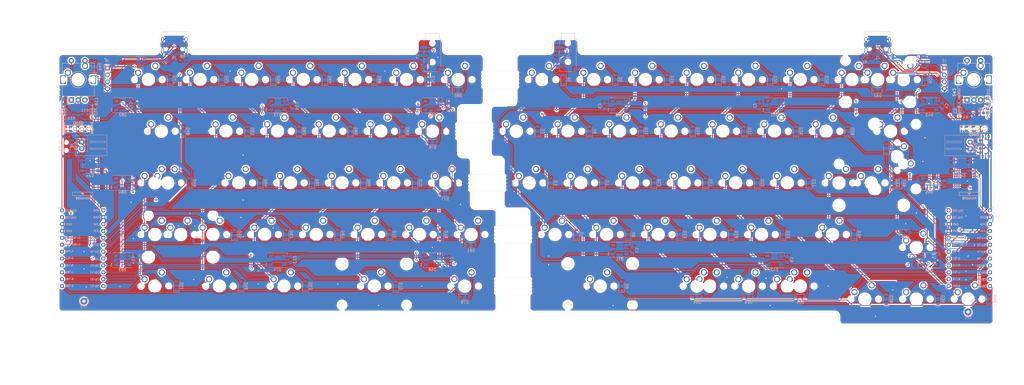
<source format=kicad_pcb>
(kicad_pcb (version 20171130) (host pcbnew "(5.1.10-1-10_14)")
  (layers (0 F.Cu signal) (31 B.Cu signal) (34 B.Paste user hide) (35 F.Paste user) (36 B.SilkS user) (37 F.SilkS user hide) (38 B.Mask user) (39 F.Mask user) (44 Edge.Cuts user))
  (net 0 "")
  (net 1 VCC)
  (net 2 GND)
  (net 3 ROT_A)
  (net 4 ROT_B)
  (net 5 "Net-(D1-Pad2)")
  (net 6 ROW0)
  (net 7 "Net-(D2-Pad2)")
  (net 8 ROW1)
  (net 9 "Net-(D3-Pad2)")
  (net 10 ROW2)
  (net 11 "Net-(D4-Pad2)")
  (net 12 ROW3)
  (net 13 "Net-(D5-Pad2)")
  (net 14 "Net-(D6-Pad2)")
  (net 15 "Net-(D7-Pad2)")
  (net 16 "Net-(D8-Pad2)")
  (net 17 "Net-(D9-Pad2)")
  (net 18 ROW4)
  (net 19 "Net-(D10-Pad2)")
  (net 20 "Net-(D11-Pad2)")
  (net 21 "Net-(D12-Pad2)")
  (net 22 "Net-(D13-Pad2)")
  (net 23 "Net-(D14-Pad2)")
  (net 24 "Net-(D15-Pad2)")
  (net 25 "Net-(D16-Pad2)")
  (net 26 "Net-(D17-Pad2)")
  (net 27 "Net-(D18-Pad2)")
  (net 28 "Net-(D19-Pad2)")
  (net 29 "Net-(D20-Pad2)")
  (net 30 "Net-(D21-Pad2)")
  (net 31 "Net-(D22-Pad2)")
  (net 32 "Net-(D23-Pad2)")
  (net 33 "Net-(D24-Pad2)")
  (net 34 "Net-(D25-Pad2)")
  (net 35 "Net-(D26-Pad2)")
  (net 36 "Net-(D27-Pad2)")
  (net 37 "Net-(D28-Pad2)")
  (net 38 "Net-(D29-Pad2)")
  (net 39 "Net-(D30-Pad2)")
  (net 40 LED_UNDERGLOW)
  (net 41 "Net-(D31-Pad2)")
  (net 42 "Net-(D31-Pad4)")
  (net 43 "Net-(D32-Pad2)")
  (net 44 "Net-(D33-Pad2)")
  (net 45 "Net-(D34-Pad2)")
  (net 46 "Net-(D35-Pad2)")
  (net 47 "Net-(D36-Pad2)")
  (net 48 "Net-(D37-Pad2)")
  (net 49 K_ENC_A)
  (net 50 "Net-(D39-Pad2)")
  (net 51 "Net-(D40-Pad2)")
  (net 52 "Net-(D41-Pad2)")
  (net 53 "Net-(D42-Pad4)")
  (net 54 "Net-(D43-Pad2)")
  (net 55 "Net-(D44-Pad4)")
  (net 56 COL7)
  (net 57 COL6)
  (net 58 VBUS)
  (net 59 "Net-(J1-PadB8)")
  (net 60 "Net-(J1-PadA5)")
  (net 61 connD-)
  (net 62 connD+)
  (net 63 "Net-(J1-PadA8)")
  (net 64 "Net-(J1-PadB5)")
  (net 65 D+)
  (net 66 D-)
  (net 67 DATA)
  (net 68 "Net-(J3-PadS)")
  (net 69 RAW_BAT)
  (net 70 COL2)
  (net 71 COL4)
  (net 72 COL3)
  (net 73 COL5)
  (net 74 COL0)
  (net 75 COL1)
  (net 76 SCL)
  (net 77 SDA)
  (net 78 RAW)
  (net 79 "Net-(SW1-Pad1)")
  (net 80 RESET)
  (net 81 L_ROW0)
  (net 82 "Net-(D47-Pad2)")
  (net 83 "Net-(D48-Pad2)")
  (net 84 L_ROW1)
  (net 85 "Net-(D49-Pad2)")
  (net 86 L_ROW2)
  (net 87 "Net-(D50-Pad2)")
  (net 88 L_ROW3)
  (net 89 "Net-(D51-Pad2)")
  (net 90 L_ROW4)
  (net 91 "Net-(D52-Pad2)")
  (net 92 "Net-(D53-Pad2)")
  (net 93 "Net-(D54-Pad2)")
  (net 94 "Net-(D55-Pad2)")
  (net 95 "Net-(D56-Pad2)")
  (net 96 "Net-(D57-Pad2)")
  (net 97 L_LED_UNDERGLOW)
  (net 98 "Net-(D58-Pad2)")
  (net 99 "Net-(D58-Pad4)")
  (net 100 "Net-(D59-Pad2)")
  (net 101 "Net-(D60-Pad2)")
  (net 102 "Net-(D61-Pad2)")
  (net 103 "Net-(D62-Pad2)")
  (net 104 "Net-(D63-Pad2)")
  (net 105 "Net-(D64-Pad2)")
  (net 106 "Net-(D65-Pad2)")
  (net 107 "Net-(D66-Pad2)")
  (net 108 "Net-(D67-Pad2)")
  (net 109 "Net-(D68-Pad2)")
  (net 110 "Net-(D69-Pad2)")
  (net 111 "Net-(D70-Pad2)")
  (net 112 "Net-(D71-Pad2)")
  (net 113 "Net-(D72-Pad2)")
  (net 114 "Net-(D73-Pad2)")
  (net 115 "Net-(D74-Pad4)")
  (net 116 "Net-(D75-Pad2)")
  (net 117 "Net-(D76-Pad2)")
  (net 118 "Net-(D77-Pad2)")
  (net 119 "Net-(D78-Pad2)")
  (net 120 "Net-(D79-Pad2)")
  (net 121 "Net-(D80-Pad2)")
  (net 122 "Net-(D81-Pad2)")
  (net 123 "Net-(D82-Pad2)")
  (net 124 "Net-(D83-Pad4)")
  (net 125 L_VBUS)
  (net 126 "Net-(J5-PadB8)")
  (net 127 "Net-(J5-PadA5)")
  (net 128 L_connD-)
  (net 129 L_connD+)
  (net 130 "Net-(J5-PadA8)")
  (net 131 "Net-(J5-PadB5)")
  (net 132 L_D+)
  (net 133 L_D-)
  (net 134 L_DATA)
  (net 135 "Net-(J7-PadS)")
  (net 136 L_RAW_BAT)
  (net 137 L_COL2)
  (net 138 L_COL3)
  (net 139 L_COL7)
  (net 140 L_COL5)
  (net 141 L_COL1)
  (net 142 L_COL4)
  (net 143 L_COL6)
  (net 144 L_SCL)
  (net 145 L_SDA)
  (net 146 L_ROT_A)
  (net 147 L_ROT_B)
  (net 148 L_RESET)
  (net 149 K_L_ENC_B)
  (net 150 K_L_ENC_A)
  (net 151 L_RAW)
  (net 152 "Net-(SW6-Pad1)")
  (net 153 ROTA_A)
  (net 154 ROTA_B)
  (net 155 L_ROTA_A)
  (net 156 L_ROTA_B)
  (module SofleKeyboard-footprint:Jumper (layer B.Cu) (at -10.072385 -97.235785 90)
    (fp_text reference JP4 hide)
    (fp_text value Jumper_2_Bridged (at -2.755 0 90) (layer B.SilkS) (effects (font (size 0.8128 0.8128)) (justify mirror)))
    (pad 2 smd rect (at 0.50038 0 90) (size 0.635 1.143) (layers B.Cu B.Paste B.Mask) (net 156 L_ROTA_B) (clearance 0.1905))
    (pad 1 smd rect (at -0.50038 0 90) (size 0.635 1.143) (layers B.Cu B.Paste B.Mask) (net 147 L_ROT_B) (clearance 0.1905))
  )
  (module SofleKeyboard-footprint:Jumper (layer B.Cu) (at -20.222385 -97.125785 90)
    (fp_text reference JP3 hide)
    (fp_text value Jumper_2_Bridged (at -2.755 0 90) (layer B.SilkS) (effects (font (size 0.8128 0.8128)) (justify mirror)))
    (pad 2 smd rect (at 0.50038 0 90) (size 0.635 1.143) (layers B.Cu B.Paste B.Mask) (net 155 L_ROTA_A) (clearance 0.1905))
    (pad 1 smd rect (at -0.50038 0 90) (size 0.635 1.143) (layers B.Cu B.Paste B.Mask) (net 146 L_ROT_A) (clearance 0.1905))
  )
  (module SofleKeyboard-footprint:Jumper (layer B.Cu) (at 309.857615 -97.775785 270)
    (fp_text reference JP2 hide)
    (fp_text value Jumper_2_Bridged (at -2.755 0 90) (layer B.SilkS) (effects (font (size 0.8128 0.8128)) (justify mirror)))
    (pad 2 smd rect (at 0.50038 0 270) (size 0.635 1.143) (layers B.Cu B.Paste B.Mask) (net 3 ROT_A) (clearance 0.1905))
    (pad 1 smd rect (at -0.50038 0 270) (size 0.635 1.143) (layers B.Cu B.Paste B.Mask) (net 153 ROTA_A) (clearance 0.1905))
  )
  (module SofleKeyboard-footprint:Jumper (layer B.Cu) (at 320.367615 -97.635785 270)
    (fp_text reference JP1 hide)
    (fp_text value Jumper_2_Bridged (at -2.755 0 90) (layer B.SilkS) (effects (font (size 0.8128 0.8128)) (justify mirror)))
    (pad 2 smd rect (at 0.50038 0 270) (size 0.635 1.143) (layers B.Cu B.Paste B.Mask) (net 4 ROT_B) (clearance 0.1905))
    (pad 1 smd rect (at -0.50038 0 270) (size 0.635 1.143) (layers B.Cu B.Paste B.Mask) (net 154 ROTA_B) (clearance 0.1905))
  )
  (module MX_Only:MXOnly-1U-NoLED (layer F.Cu) (at 115.50695 -90.067405)
    (fp_text reference K_T1)
    (fp_text value MX-NoLED)
    (pad "" np_thru_hole circle (at 5.08 0 48.0996) (size 1.75 1.75) (drill 1.75) (layers *.Cu *.Mask))
    (pad "" np_thru_hole circle (at -5.08 0 48.0996) (size 1.75 1.75) (drill 1.75) (layers *.Cu *.Mask))
    (pad 1 thru_hole circle (at -3.81 -2.54) (size 2.25 2.25) (drill 1.47) (layers *.Cu B.Mask) (net 143 L_COL6))
    (pad "" np_thru_hole circle (at 0 0) (size 3.9878 3.9878) (drill 3.9878) (layers *.Cu *.Mask))
    (pad 2 thru_hole circle (at 2.54 -5.08) (size 2.25 2.25) (drill 1.47) (layers *.Cu B.Mask) (net 117 "Net-(D76-Pad2)"))
  )
  (module random-keyboard-parts:breakaway-mousebites (layer F.Cu) (at 151.225115 -51.970405 270)
    (fp_text reference REF**)
    (fp_text value breakaway-mousebites)
    (pad "" np_thru_hole circle (at -2.54 -0.254 270) (size 0.7874 0.7874) (drill 0.7874) (layers *.Cu *.Mask))
    (pad "" np_thru_hole circle (at -1.27 -0.254 270) (size 0.7874 0.7874) (drill 0.7874) (layers *.Cu *.Mask))
    (pad "" np_thru_hole circle (at 2.54 -0.254 270) (size 0.7874 0.7874) (drill 0.7874) (layers *.Cu *.Mask))
    (pad "" np_thru_hole circle (at 1.27 -0.254 270) (size 0.7874 0.7874) (drill 0.7874) (layers *.Cu *.Mask))
    (pad "" np_thru_hole circle (at 0 -0.254 270) (size 0.7874 0.7874) (drill 0.7874) (layers *.Cu *.Mask))
  )
  (module random-keyboard-parts:breakaway-mousebites (layer F.Cu) (at 139.318865 -51.970405 90)
    (fp_text reference REF**)
    (fp_text value breakaway-mousebites)
    (pad "" np_thru_hole circle (at -2.54 -0.254 90) (size 0.7874 0.7874) (drill 0.7874) (layers *.Cu *.Mask))
    (pad "" np_thru_hole circle (at -1.27 -0.254 90) (size 0.7874 0.7874) (drill 0.7874) (layers *.Cu *.Mask))
    (pad "" np_thru_hole circle (at 2.54 -0.254 90) (size 0.7874 0.7874) (drill 0.7874) (layers *.Cu *.Mask))
    (pad "" np_thru_hole circle (at 1.27 -0.254 90) (size 0.7874 0.7874) (drill 0.7874) (layers *.Cu *.Mask))
    (pad "" np_thru_hole circle (at 0 -0.254 90) (size 0.7874 0.7874) (drill 0.7874) (layers *.Cu *.Mask))
  )
  (module random-keyboard-parts:breakaway-mousebites (layer F.Cu) (at 151.225115 -32.920405 270)
    (fp_text reference REF**)
    (fp_text value breakaway-mousebites)
    (pad "" np_thru_hole circle (at -2.54 -0.254 270) (size 0.7874 0.7874) (drill 0.7874) (layers *.Cu *.Mask))
    (pad "" np_thru_hole circle (at -1.27 -0.254 270) (size 0.7874 0.7874) (drill 0.7874) (layers *.Cu *.Mask))
    (pad "" np_thru_hole circle (at 2.54 -0.254 270) (size 0.7874 0.7874) (drill 0.7874) (layers *.Cu *.Mask))
    (pad "" np_thru_hole circle (at 1.27 -0.254 270) (size 0.7874 0.7874) (drill 0.7874) (layers *.Cu *.Mask))
    (pad "" np_thru_hole circle (at 0 -0.254 270) (size 0.7874 0.7874) (drill 0.7874) (layers *.Cu *.Mask))
  )
  (module random-keyboard-parts:breakaway-mousebites (layer F.Cu) (at 139.318865 -32.920405 90)
    (fp_text reference REF**)
    (fp_text value breakaway-mousebites)
    (pad "" np_thru_hole circle (at -2.54 -0.254 90) (size 0.7874 0.7874) (drill 0.7874) (layers *.Cu *.Mask))
    (pad "" np_thru_hole circle (at -1.27 -0.254 90) (size 0.7874 0.7874) (drill 0.7874) (layers *.Cu *.Mask))
    (pad "" np_thru_hole circle (at 2.54 -0.254 90) (size 0.7874 0.7874) (drill 0.7874) (layers *.Cu *.Mask))
    (pad "" np_thru_hole circle (at 1.27 -0.254 90) (size 0.7874 0.7874) (drill 0.7874) (layers *.Cu *.Mask))
    (pad "" np_thru_hole circle (at 0 -0.254 90) (size 0.7874 0.7874) (drill 0.7874) (layers *.Cu *.Mask))
  )
  (module random-keyboard-parts:breakaway-mousebites (layer F.Cu) (at 141.700115 -71.020405 270)
    (fp_text reference REF**)
    (fp_text value breakaway-mousebites)
    (pad "" np_thru_hole circle (at -2.54 -0.254 270) (size 0.7874 0.7874) (drill 0.7874) (layers *.Cu *.Mask))
    (pad "" np_thru_hole circle (at -1.27 -0.254 270) (size 0.7874 0.7874) (drill 0.7874) (layers *.Cu *.Mask))
    (pad "" np_thru_hole circle (at 2.54 -0.254 270) (size 0.7874 0.7874) (drill 0.7874) (layers *.Cu *.Mask))
    (pad "" np_thru_hole circle (at 1.27 -0.254 270) (size 0.7874 0.7874) (drill 0.7874) (layers *.Cu *.Mask))
    (pad "" np_thru_hole circle (at 0 -0.254 270) (size 0.7874 0.7874) (drill 0.7874) (layers *.Cu *.Mask))
  )
  (module random-keyboard-parts:breakaway-mousebites (layer F.Cu) (at 129.793865 -71.020405 90)
    (fp_text reference REF**)
    (fp_text value breakaway-mousebites)
    (pad "" np_thru_hole circle (at -2.54 -0.254 90) (size 0.7874 0.7874) (drill 0.7874) (layers *.Cu *.Mask))
    (pad "" np_thru_hole circle (at -1.27 -0.254 90) (size 0.7874 0.7874) (drill 0.7874) (layers *.Cu *.Mask))
    (pad "" np_thru_hole circle (at 2.54 -0.254 90) (size 0.7874 0.7874) (drill 0.7874) (layers *.Cu *.Mask))
    (pad "" np_thru_hole circle (at 1.27 -0.254 90) (size 0.7874 0.7874) (drill 0.7874) (layers *.Cu *.Mask))
    (pad "" np_thru_hole circle (at 0 -0.254 90) (size 0.7874 0.7874) (drill 0.7874) (layers *.Cu *.Mask))
  )
  (module random-keyboard-parts:breakaway-mousebites (layer F.Cu) (at 125.031365 -90.070405 90)
    (fp_text reference REF**)
    (fp_text value breakaway-mousebites)
    (pad "" np_thru_hole circle (at -2.54 -0.254 90) (size 0.7874 0.7874) (drill 0.7874) (layers *.Cu *.Mask))
    (pad "" np_thru_hole circle (at -1.27 -0.254 90) (size 0.7874 0.7874) (drill 0.7874) (layers *.Cu *.Mask))
    (pad "" np_thru_hole circle (at 2.54 -0.254 90) (size 0.7874 0.7874) (drill 0.7874) (layers *.Cu *.Mask))
    (pad "" np_thru_hole circle (at 1.27 -0.254 90) (size 0.7874 0.7874) (drill 0.7874) (layers *.Cu *.Mask))
    (pad "" np_thru_hole circle (at 0 -0.254 90) (size 0.7874 0.7874) (drill 0.7874) (layers *.Cu *.Mask))
  )
  (module random-keyboard-parts:breakaway-mousebites (layer F.Cu) (at 136.937615 -90.070405 270)
    (fp_text reference REF**)
    (fp_text value breakaway-mousebites)
    (pad "" np_thru_hole circle (at -2.54 -0.254 270) (size 0.7874 0.7874) (drill 0.7874) (layers *.Cu *.Mask))
    (pad "" np_thru_hole circle (at -1.27 -0.254 270) (size 0.7874 0.7874) (drill 0.7874) (layers *.Cu *.Mask))
    (pad "" np_thru_hole circle (at 2.54 -0.254 270) (size 0.7874 0.7874) (drill 0.7874) (layers *.Cu *.Mask))
    (pad "" np_thru_hole circle (at 1.27 -0.254 270) (size 0.7874 0.7874) (drill 0.7874) (layers *.Cu *.Mask))
    (pad "" np_thru_hole circle (at 0 -0.254 270) (size 0.7874 0.7874) (drill 0.7874) (layers *.Cu *.Mask))
  )
  (module random-keyboard-parts:breakaway-mousebites (layer F.Cu) (at 146.462615 -109.120405 270)
    (fp_text reference REF**)
    (fp_text value breakaway-mousebites)
    (pad "" np_thru_hole circle (at -2.54 -0.254 270) (size 0.7874 0.7874) (drill 0.7874) (layers *.Cu *.Mask))
    (pad "" np_thru_hole circle (at -1.27 -0.254 270) (size 0.7874 0.7874) (drill 0.7874) (layers *.Cu *.Mask))
    (pad "" np_thru_hole circle (at 2.54 -0.254 270) (size 0.7874 0.7874) (drill 0.7874) (layers *.Cu *.Mask))
    (pad "" np_thru_hole circle (at 1.27 -0.254 270) (size 0.7874 0.7874) (drill 0.7874) (layers *.Cu *.Mask))
    (pad "" np_thru_hole circle (at 0 -0.254 270) (size 0.7874 0.7874) (drill 0.7874) (layers *.Cu *.Mask))
  )
  (module random-keyboard-parts:breakaway-mousebites (layer F.Cu) (at 134.556365 -109.120405 90)
    (fp_text reference REF**)
    (fp_text value breakaway-mousebites)
    (pad "" np_thru_hole circle (at -2.54 -0.254 90) (size 0.7874 0.7874) (drill 0.7874) (layers *.Cu *.Mask))
    (pad "" np_thru_hole circle (at -1.27 -0.254 90) (size 0.7874 0.7874) (drill 0.7874) (layers *.Cu *.Mask))
    (pad "" np_thru_hole circle (at 2.54 -0.254 90) (size 0.7874 0.7874) (drill 0.7874) (layers *.Cu *.Mask))
    (pad "" np_thru_hole circle (at 1.27 -0.254 90) (size 0.7874 0.7874) (drill 0.7874) (layers *.Cu *.Mask))
    (pad "" np_thru_hole circle (at 0 -0.254 90) (size 0.7874 0.7874) (drill 0.7874) (layers *.Cu *.Mask))
  )
  (module MX_Only:MXOnly-ISO-ROTATED-ReversedStabilizers-NoLED (layer F.Cu) (at 286.956365 -80.704155)
    (fp_text reference ISO_ENTER1)
    (fp_text value MX-NoLED)
    (pad "" np_thru_hole circle (at -8.255 -11.938) (size 3.9878 3.9878) (drill 3.9878) (layers *.Cu *.Mask))
    (pad "" np_thru_hole circle (at -8.255 11.938) (size 3.9878 3.9878) (drill 3.9878) (layers *.Cu *.Mask))
    (pad "" np_thru_hole circle (at 6.985 -11.938) (size 3.048 3.048) (drill 3.048) (layers *.Cu *.Mask))
    (pad "" np_thru_hole circle (at 6.985 11.938) (size 3.048 3.048) (drill 3.048) (layers *.Cu *.Mask))
    (pad "" np_thru_hole circle (at 0 5.08 48.0996) (size 1.75 1.75) (drill 1.75) (layers *.Cu *.Mask))
    (pad "" np_thru_hole circle (at 0 -5.08 48.0996) (size 1.75 1.75) (drill 1.75) (layers *.Cu *.Mask))
    (pad 1 thru_hole circle (at 2.54 -3.81) (size 2.25 2.25) (drill 1.47) (layers *.Cu B.Mask) (net 56 COL7))
    (pad "" np_thru_hole circle (at 0 0) (size 3.9878 3.9878) (drill 3.9878) (layers *.Cu *.Mask))
    (pad 2 thru_hole circle (at 5.08 2.54) (size 2.25 2.25) (drill 1.47) (layers *.Cu B.Mask) (net 48 "Net-(D37-Pad2)"))
  )
  (module MX_Only:MXOnly-1U-NoLED (layer F.Cu) (at 160.7457 -51.960575)
    (fp_text reference K_N1)
    (fp_text value MX-NoLED)
    (pad 2 thru_hole circle (at 2.54 -5.08) (size 2.25 2.25) (drill 1.47) (layers *.Cu B.Mask) (net 11 "Net-(D4-Pad2)"))
    (pad "" np_thru_hole circle (at 0 0) (size 3.9878 3.9878) (drill 3.9878) (layers *.Cu *.Mask))
    (pad 1 thru_hole circle (at -3.81 -2.54) (size 2.25 2.25) (drill 1.47) (layers *.Cu B.Mask) (net 74 COL0))
    (pad "" np_thru_hole circle (at -5.08 0 48.0996) (size 1.75 1.75) (drill 1.75) (layers *.Cu *.Mask))
    (pad "" np_thru_hole circle (at 5.08 0 48.0996) (size 1.75 1.75) (drill 1.75) (layers *.Cu *.Mask))
  )
  (module MX_Only:MXOnly-2.25U-ReversedStabilizers-NoLED (layer F.Cu) (at 94.0757 -32.917405)
    (fp_text reference K_SPACE2)
    (fp_text value 2.25)
    (pad "" np_thru_hole circle (at 11.90625 -8.255) (size 3.9878 3.9878) (drill 3.9878) (layers *.Cu *.Mask))
    (pad "" np_thru_hole circle (at -11.90625 -8.255) (size 3.9878 3.9878) (drill 3.9878) (layers *.Cu *.Mask))
    (pad "" np_thru_hole circle (at 11.90625 6.985) (size 3.048 3.048) (drill 3.048) (layers *.Cu *.Mask))
    (pad "" np_thru_hole circle (at -11.90625 6.985) (size 3.048 3.048) (drill 3.048) (layers *.Cu *.Mask))
    (pad "" np_thru_hole circle (at 5.08 0 48.0996) (size 1.75 1.75) (drill 1.75) (layers *.Cu *.Mask))
    (pad "" np_thru_hole circle (at -5.08 0 48.0996) (size 1.75 1.75) (drill 1.75) (layers *.Cu *.Mask))
    (pad 1 thru_hole circle (at -3.81 -2.54) (size 2.25 2.25) (drill 1.47) (layers *.Cu B.Mask) (net 140 L_COL5))
    (pad "" np_thru_hole circle (at 0 0) (size 3.9878 3.9878) (drill 3.9878) (layers *.Cu *.Mask))
    (pad 2 thru_hole circle (at 2.54 -5.08) (size 2.25 2.25) (drill 1.47) (layers *.Cu B.Mask) (net 113 "Net-(D72-Pad2)"))
  )
  (module Button_Switch_SMD:SW_SPDT_PCM12 (layer B.Cu) (at -19.273635 -84.485405 90)
    (fp_text reference SW6 (at 0 3.2 90) (layer B.SilkS) (effects (justify mirror)))
    (fp_text value SW_DPDT_x2)
    (pad "" np_thru_hole circle (at -1.5 -0.33 90) (size 0.9 0.9) (drill 0.9) (layers *.Cu *.Mask))
    (pad "" np_thru_hole circle (at 1.5 -0.33 90) (size 0.9 0.9) (drill 0.9) (layers *.Cu *.Mask))
    (pad 1 smd rect (at -2.25 1.43 90) (size 0.7 1.5) (layers B.Cu B.Paste B.Mask) (net 152 "Net-(SW6-Pad1)"))
    (pad 2 smd rect (at 0.75 1.43 90) (size 0.7 1.5) (layers B.Cu B.Paste B.Mask) (net 151 L_RAW))
    (pad 3 smd rect (at 2.25 1.43 90) (size 0.7 1.5) (layers B.Cu B.Paste B.Mask) (net 136 L_RAW_BAT))
    (pad "" smd rect (at -3.65 -1.43 90) (size 1 0.8) (layers B.Cu B.Paste B.Mask))
    (pad "" smd rect (at 3.65 -1.43 90) (size 1 0.8) (layers B.Cu B.Paste B.Mask))
    (pad "" smd rect (at 3.65 0.78 90) (size 1 0.8) (layers B.Cu B.Paste B.Mask))
    (pad "" smd rect (at -3.65 0.78 90) (size 1 0.8) (layers B.Cu B.Paste B.Mask))
  )
  (module MX_Only:MXOnly-1.25U-NoLED (layer F.Cu) (at 127.4132 -32.917405)
    (fp_text reference K_FN2)
    (fp_text value MX-NoLED)
    (pad "" np_thru_hole circle (at 5.08 0 48.0996) (size 1.75 1.75) (drill 1.75) (layers *.Cu *.Mask))
    (pad "" np_thru_hole circle (at -5.08 0 48.0996) (size 1.75 1.75) (drill 1.75) (layers *.Cu *.Mask))
    (pad 1 thru_hole circle (at -3.81 -2.54) (size 2.25 2.25) (drill 1.47) (layers *.Cu B.Mask) (net 143 L_COL6))
    (pad "" np_thru_hole circle (at 0 0) (size 3.9878 3.9878) (drill 3.9878) (layers *.Cu *.Mask))
    (pad 2 thru_hole circle (at 2.54 -5.08) (size 2.25 2.25) (drill 1.47) (layers *.Cu B.Mask) (net 120 "Net-(D79-Pad2)"))
  )
  (module MX_Only:MXOnly-2.25U-NoLED (layer F.Cu) (at 22.6382 -51.967405)
    (fp_text reference K_LSHIFT1)
    (fp_text value 2.25)
    (pad "" np_thru_hole circle (at 11.90625 8.255) (size 3.9878 3.9878) (drill 3.9878) (layers *.Cu *.Mask))
    (pad "" np_thru_hole circle (at -11.90625 8.255) (size 3.9878 3.9878) (drill 3.9878) (layers *.Cu *.Mask))
    (pad "" np_thru_hole circle (at 11.90625 -6.985) (size 3.048 3.048) (drill 3.048) (layers *.Cu *.Mask))
    (pad "" np_thru_hole circle (at -11.90625 -6.985) (size 3.048 3.048) (drill 3.048) (layers *.Cu *.Mask))
    (pad "" np_thru_hole circle (at 5.08 0 48.0996) (size 1.75 1.75) (drill 1.75) (layers *.Cu *.Mask))
    (pad "" np_thru_hole circle (at -5.08 0 48.0996) (size 1.75 1.75) (drill 1.75) (layers *.Cu *.Mask))
    (pad 1 thru_hole circle (at -3.81 -2.54) (size 2.25 2.25) (drill 1.47) (layers *.Cu B.Mask) (net 141 L_COL1))
    (pad "" np_thru_hole circle (at 0 0) (size 3.9878 3.9878) (drill 3.9878) (layers *.Cu *.Mask))
    (pad 2 thru_hole circle (at 2.54 -5.08) (size 2.25 2.25) (drill 1.47) (layers *.Cu B.Mask) (net 87 "Net-(D50-Pad2)"))
  )
  (module Package_TO_SOT_SMD:SOT-23-6 (layer B.Cu) (at 8.09445 -116.042405)
    (fp_text reference U4 (at 0 2.9) (layer B.SilkS) (effects (justify mirror)))
    (fp_text value USBLC6-2SC6)
    (pad 1 smd rect (at -1.1 0.95) (size 1.06 0.65) (layers B.Cu B.Paste B.Mask) (net 132 L_D+))
    (pad 2 smd rect (at -1.1 0) (size 1.06 0.65) (layers B.Cu B.Paste B.Mask) (net 2 GND))
    (pad 3 smd rect (at -1.1 -0.95) (size 1.06 0.65) (layers B.Cu B.Paste B.Mask) (net 133 L_D-))
    (pad 4 smd rect (at 1.1 -0.95) (size 1.06 0.65) (layers B.Cu B.Paste B.Mask) (net 128 L_connD-))
    (pad 6 smd rect (at 1.1 0.95) (size 1.06 0.65) (layers B.Cu B.Paste B.Mask) (net 129 L_connD+))
    (pad 5 smd rect (at 1.1 0) (size 1.06 0.65) (layers B.Cu B.Paste B.Mask) (net 125 L_VBUS))
  )
  (module kbd:ProMicro_v3 (layer B.Cu) (at -13.542235 -46.407405 180)
    (fp_text reference U3 hide)
    (fp_text value ProMicro hide)
    (fp_text user MicroUSB (at -0.05 18.95) (layer B.SilkS) (effects (font (size 0.75 0.75) (thickness 0.12)) (justify mirror)))
    (fp_text user MicroUSB (at -0.05 18.95) (layer B.SilkS) (effects (font (size 0.75 0.75) (thickness 0.12)) (justify mirror)))
    (fp_text user B4/8 (at 4.705 -10.8 180 unlocked) (layer B.SilkS) (effects (font (size 0.75 0.67) (thickness 0.125)) (justify mirror)))
    (fp_text user D2/RX1 (at 4.155 11.9 180 unlocked) (layer B.SilkS) (effects (font (size 0.75 0.67) (thickness 0.125)) (justify mirror)))
    (fp_text user B5/9 (at 4.705 -13.3 180 unlocked) (layer B.SilkS) (effects (font (size 0.75 0.67) (thickness 0.125)) (justify mirror)))
    (fp_text user C6/5 (at 4.705 -3.15 180 unlocked) (layer B.SilkS) (effects (font (size 0.75 0.67) (thickness 0.125)) (justify mirror)))
    (fp_text user SCL/D0/3 (at 3.455 1.9 180 unlocked) (layer B.SilkS) (effects (font (size 0.75 0.67) (thickness 0.125)) (justify mirror)))
    (fp_text user SDA/D1/2 (at 3.455 4.4 180 unlocked) (layer B.SilkS) (effects (font (size 0.75 0.67) (thickness 0.125)) (justify mirror)))
    (fp_text user D4/4 (at 4.705 -0.6 180 unlocked) (layer B.SilkS) (effects (font (size 0.75 0.67) (thickness 0.125)) (justify mirror)))
    (fp_text user D3/TX0 (at 4.155 14.45 180 unlocked) (layer B.SilkS) (effects (font (size 0.75 0.67) (thickness 0.125)) (justify mirror)))
    (fp_text user GND (at 4.955 6.9 180 unlocked) (layer B.SilkS) (effects (font (size 0.75 0.67) (thickness 0.125)) (justify mirror)))
    (fp_text user GND (at 4.955 9.35 180 unlocked) (layer B.SilkS) (effects (font (size 0.75 0.67) (thickness 0.125)) (justify mirror)))
    (fp_text user D7/6 (at 4.705 -5.7 180 unlocked) (layer B.SilkS) (effects (font (size 0.75 0.67) (thickness 0.125)) (justify mirror)))
    (fp_text user E6/7 (at 4.705 -8.25 180 unlocked) (layer B.SilkS) (effects (font (size 0.75 0.67) (thickness 0.125)) (justify mirror)))
    (fp_text user 16/B2 (at -4.395 -10.95 180 unlocked) (layer B.SilkS) (effects (font (size 0.75 0.67) (thickness 0.125)) (justify mirror)))
    (fp_text user 10/B6 (at -4.395 -13.45 180 unlocked) (layer B.SilkS) (effects (font (size 0.75 0.67) (thickness 0.125)) (justify mirror)))
    (fp_text user 14/B3 (at -4.395 -8.4 180 unlocked) (layer B.SilkS) (effects (font (size 0.75 0.67) (thickness 0.125)) (justify mirror)))
    (fp_text user 15/B1 (at -4.395 -5.85 180 unlocked) (layer B.SilkS) (effects (font (size 0.75 0.67) (thickness 0.125)) (justify mirror)))
    (fp_text user A0/F7 (at -4.395 -3.3 180 unlocked) (layer B.SilkS) (effects (font (size 0.75 0.67) (thickness 0.125)) (justify mirror)))
    (fp_text user A1/F6 (at -4.395 -0.75 180 unlocked) (layer B.SilkS) (effects (font (size 0.75 0.67) (thickness 0.125)) (justify mirror)))
    (fp_text user A2/F5 (at -4.395 1.75 180 unlocked) (layer B.SilkS) (effects (font (size 0.75 0.67) (thickness 0.125)) (justify mirror)))
    (fp_text user A3/F4 (at -4.395 4.25 180 unlocked) (layer B.SilkS) (effects (font (size 0.75 0.67) (thickness 0.125)) (justify mirror)))
    (fp_text user VCC (at -4.995 6.95 180 unlocked) (layer B.SilkS) (effects (font (size 0.75 0.67) (thickness 0.125)) (justify mirror)))
    (fp_text user RST (at -4.995 9.4 180 unlocked) (layer B.SilkS) (effects (font (size 0.75 0.67) (thickness 0.125)) (justify mirror)))
    (fp_text user GND (at -4.995 11.95 180 unlocked) (layer B.SilkS) (effects (font (size 0.75 0.67) (thickness 0.125)) (justify mirror)))
    (fp_text user RAW (at -4.995 14.5 180 unlocked) (layer B.SilkS) (effects (font (size 0.75 0.67) (thickness 0.125)) (justify mirror)))
    (pad 1 thru_hole circle (at 7.6114 14.478 180) (size 1.524 1.524) (drill 0.8128) (layers *.Cu F.Mask) (net 149 K_L_ENC_B))
    (pad 2 thru_hole circle (at 7.6114 11.938 180) (size 1.524 1.524) (drill 0.8128) (layers *.Cu F.Mask) (net 134 L_DATA))
    (pad 3 thru_hole circle (at 7.6114 9.398 180) (size 1.524 1.524) (drill 0.8128) (layers *.Cu F.Mask) (net 2 GND))
    (pad 4 thru_hole circle (at 7.6114 6.858 180) (size 1.524 1.524) (drill 0.8128) (layers *.Cu F.Mask) (net 2 GND))
    (pad 5 thru_hole circle (at 7.6114 4.318 180) (size 1.524 1.524) (drill 0.8128) (layers *.Cu F.Mask) (net 145 L_SDA))
    (pad 6 thru_hole circle (at 7.6114 1.778 180) (size 1.524 1.524) (drill 0.8128) (layers *.Cu F.Mask) (net 144 L_SCL))
    (pad 7 thru_hole circle (at 7.6114 -0.762 180) (size 1.524 1.524) (drill 0.8128) (layers *.Cu F.Mask) (net 146 L_ROT_A))
    (pad 8 thru_hole circle (at 7.6114 -3.302 180) (size 1.524 1.524) (drill 0.8128) (layers *.Cu F.Mask) (net 147 L_ROT_B))
    (pad 9 thru_hole circle (at 7.6114 -5.842 180) (size 1.524 1.524) (drill 0.8128) (layers *.Cu F.Mask) (net 142 L_COL4))
    (pad 10 thru_hole circle (at 7.6114 -8.382 180) (size 1.524 1.524) (drill 0.8128) (layers *.Cu F.Mask) (net 140 L_COL5))
    (pad 11 thru_hole circle (at 7.6114 -10.922 180) (size 1.524 1.524) (drill 0.8128) (layers *.Cu F.Mask) (net 137 L_COL2))
    (pad 12 thru_hole circle (at 7.6114 -13.462 180) (size 1.524 1.524) (drill 0.8128) (layers *.Cu F.Mask) (net 90 L_ROW4))
    (pad 13 thru_hole circle (at -7.6086 -13.462 180) (size 1.524 1.524) (drill 0.8128) (layers *.Cu F.Mask) (net 141 L_COL1))
    (pad 14 thru_hole circle (at -7.6086 -10.922 180) (size 1.524 1.524) (drill 0.8128) (layers *.Cu F.Mask) (net 138 L_COL3))
    (pad 15 thru_hole circle (at -7.6086 -8.382 180) (size 1.524 1.524) (drill 0.8128) (layers *.Cu F.Mask) (net 143 L_COL6))
    (pad 16 thru_hole circle (at -7.6086 -5.842 180) (size 1.524 1.524) (drill 0.8128) (layers *.Cu F.Mask) (net 88 L_ROW3))
    (pad 17 thru_hole circle (at -7.6086 -3.302 180) (size 1.524 1.524) (drill 0.8128) (layers *.Cu F.Mask) (net 139 L_COL7))
    (pad 18 thru_hole circle (at -7.6086 -0.762 180) (size 1.524 1.524) (drill 0.8128) (layers *.Cu F.Mask) (net 86 L_ROW2))
    (pad 19 thru_hole circle (at -7.6086 1.778 180) (size 1.524 1.524) (drill 0.8128) (layers *.Cu F.Mask) (net 84 L_ROW1))
    (pad 20 thru_hole circle (at -7.6086 4.318 180) (size 1.524 1.524) (drill 0.8128) (layers *.Cu F.Mask) (net 81 L_ROW0))
    (pad 21 thru_hole circle (at -7.6086 6.858 180) (size 1.524 1.524) (drill 0.8128) (layers *.Cu F.Mask) (net 1 VCC))
    (pad 22 thru_hole circle (at -7.6086 9.398 180) (size 1.524 1.524) (drill 0.8128) (layers *.Cu F.Mask) (net 148 L_RESET))
    (pad 23 thru_hole circle (at -7.6086 11.938 180) (size 1.524 1.524) (drill 0.8128) (layers *.Cu F.Mask) (net 2 GND))
    (pad 24 thru_hole circle (at -7.6086 14.478 180) (size 1.524 1.524) (drill 0.8128) (layers *.Cu F.Mask) (net 151 L_RAW))
  )
  (module TestPoint:TestPoint_THTPad_D2.5mm_Drill1.2mm (layer B.Cu) (at -13.08055 -27.361155)
    (fp_text reference TP2 (at 0 2.148) (layer B.SilkS) (effects (justify mirror)))
    (fp_text value TestPoint)
    (pad 1 thru_hole circle (at 0 0) (size 2.5 2.5) (drill 1.2) (layers *.Cu *.Mask) (net 97 L_LED_UNDERGLOW))
  )
  (module Rotary_Encoder:RotaryEncoder_Alps_EC11E-Switch_Vertical_H20mm (layer F.Cu) (at -17.686561 -101.604566 90)
    (fp_text reference SW5 (at 2.8 -4.7 90) (layer F.SilkS))
    (fp_text value Rotary_Encoder_Switch)
    (pad S1 thru_hole circle (at 14.5 5 90) (size 2 2) (drill 1) (layers *.Cu *.Mask) (net 150 K_L_ENC_A))
    (pad S2 thru_hole circle (at 14.5 0 90) (size 2 2) (drill 1) (layers *.Cu *.Mask) (net 149 K_L_ENC_B))
    (pad MP thru_hole rect (at 7.5 8.1 90) (size 3.2 2) (drill oval 2.8 1.5) (layers *.Cu *.Mask))
    (pad MP thru_hole rect (at 7.5 -3.1 90) (size 3.2 2) (drill oval 2.8 1.5) (layers *.Cu *.Mask))
    (pad B thru_hole circle (at 0 5 90) (size 2 2) (drill 1) (layers *.Cu *.Mask) (net 156 L_ROTA_B))
    (pad C thru_hole circle (at 0 2.5 90) (size 2 2) (drill 1) (layers *.Cu *.Mask) (net 2 GND))
    (pad A thru_hole rect (at 0 0 90) (size 2 2) (drill 1) (layers *.Cu *.Mask) (net 155 L_ROTA_A))
  )
  (module Button_Switch_SMD:SW_SPST_TL3342 (layer B.Cu) (at -10.783635 -77.385405)
    (fp_text reference SW4 (at 0 3.75) (layer B.SilkS) (effects (justify mirror)))
    (fp_text value SW_PUSH)
    (pad 1 smd rect (at -3.15 1.9) (size 1.7 1) (layers B.Cu B.Paste B.Mask) (net 148 L_RESET))
    (pad 1 smd rect (at 3.15 1.9) (size 1.7 1) (layers B.Cu B.Paste B.Mask) (net 148 L_RESET))
    (pad 2 smd rect (at -3.15 -1.9) (size 1.7 1) (layers B.Cu B.Paste B.Mask) (net 2 GND))
    (pad 2 smd rect (at 3.15 -1.9) (size 1.7 1) (layers B.Cu B.Paste B.Mask) (net 2 GND))
  )
  (module Resistor_SMD:R_0603_1608Metric_Pad1.05x0.95mm_HandSolder (layer B.Cu) (at -10.1118 -97.211155 90)
    (fp_text reference R12 (at 0 1.43 90) (layer B.SilkS) (effects (justify mirror)))
    (fp_text value R_Small)
    (pad 1 smd roundrect (at -0.875 0 90) (size 1.05 0.95) (layers B.Cu B.Paste B.Mask) (net 147 L_ROT_B))
    (pad 2 smd roundrect (at 0.875 0 90) (size 1.05 0.95) (layers B.Cu B.Paste B.Mask) (net 156 L_ROTA_B))
  )
  (module Resistor_SMD:R_0603_1608Metric_Pad1.05x0.95mm_HandSolder (layer B.Cu) (at -12.73055 -96.293405 180)
    (fp_text reference R11 (at 0 1.43) (layer B.SilkS) (effects (justify mirror)))
    (fp_text value R_Small)
    (pad 1 smd roundrect (at -0.875 0 180) (size 1.05 0.95) (layers B.Cu B.Paste B.Mask) (net 156 L_ROTA_B))
    (pad 2 smd roundrect (at 0.875 0 180) (size 1.05 0.95) (layers B.Cu B.Paste B.Mask) (net 1 VCC))
  )
  (module Resistor_SMD:R_0603_1608Metric_Pad1.05x0.95mm_HandSolder (layer B.Cu) (at -17.68055 -96.293405)
    (fp_text reference R10 (at 0 1.43) (layer B.SilkS) (effects (justify mirror)))
    (fp_text value R_Small)
    (pad 1 smd roundrect (at -0.875 0) (size 1.05 0.95) (layers B.Cu B.Paste B.Mask) (net 155 L_ROTA_A))
    (pad 2 smd roundrect (at 0.875 0) (size 1.05 0.95) (layers B.Cu B.Paste B.Mask) (net 1 VCC))
  )
  (module Resistor_SMD:R_0603_1608Metric_Pad1.05x0.95mm_HandSolder (layer B.Cu) (at -20.2243 -97.211155 270)
    (fp_text reference R9 (at 0 1.43 90) (layer B.SilkS) (effects (justify mirror)))
    (fp_text value R_Small)
    (pad 1 smd roundrect (at -0.875 0 270) (size 1.05 0.95) (layers B.Cu B.Paste B.Mask) (net 155 L_ROTA_A))
    (pad 2 smd roundrect (at 0.875 0 270) (size 1.05 0.95) (layers B.Cu B.Paste B.Mask) (net 146 L_ROT_A))
  )
  (module Resistor_SMD:R_0603_1608Metric_Pad1.05x0.95mm_HandSolder (layer B.Cu) (at 23.3507 -116.261155 180)
    (fp_text reference R8 (at 0 1.43) (layer B.SilkS) (effects (justify mirror)))
    (fp_text value 5.1K)
    (pad 1 smd roundrect (at -0.875 0 180) (size 1.05 0.95) (layers B.Cu B.Paste B.Mask) (net 2 GND))
    (pad 2 smd roundrect (at 0.875 0 180) (size 1.05 0.95) (layers B.Cu B.Paste B.Mask) (net 131 "Net-(J5-PadB5)"))
  )
  (module Resistor_SMD:R_0603_1608Metric_Pad1.05x0.95mm_HandSolder (layer B.Cu) (at 16.71945 -116.642405)
    (fp_text reference R7 (at 0 1.43) (layer B.SilkS) (effects (justify mirror)))
    (fp_text value 5.1K)
    (pad 1 smd roundrect (at -0.875 0) (size 1.05 0.95) (layers B.Cu B.Paste B.Mask) (net 2 GND))
    (pad 2 smd roundrect (at 0.875 0) (size 1.05 0.95) (layers B.Cu B.Paste B.Mask) (net 127 "Net-(J5-PadA5)"))
  )
  (module kbd:OLED (layer B.Cu) (at -11.352257 -90.957748 180)
    (fp_text reference OL2)
    (fp_text value OLED hide)
    (fp_text user OLED (at 3.8 2.1) (layer B.SilkS) (effects (justify mirror)))
    (fp_text user OLED (at 3.75 2.1) (layer F.SilkS))
    (pad 1 thru_hole circle (at 0 0 180) (size 1.397 1.397) (drill 0.8128) (layers *.Cu *.Mask B.SilkS) (net 145 L_SDA))
    (pad 2 thru_hole circle (at 2.54 0 180) (size 1.397 1.397) (drill 0.8128) (layers *.Cu *.Mask B.SilkS) (net 144 L_SCL))
    (pad 3 thru_hole circle (at 5.08 0 180) (size 1.397 1.397) (drill 0.8128) (layers *.Cu *.Mask B.SilkS) (net 1 VCC))
    (pad 4 thru_hole circle (at 7.62 0 180) (size 1.397 1.397) (drill 0.8128) (layers *.Cu *.Mask B.SilkS) (net 2 GND))
  )
  (module MX_Only:MXOnly-1U-NoLED (layer F.Cu) (at -15.200243 -109.117305)
    (fp_text reference L_ENC1)
    (fp_text value MX-NoLED)
    (pad 2 thru_hole circle (at 2.54 -5.08) (size 2.25 2.25) (drill 1.47) (layers *.Cu B.Mask) (net 150 K_L_ENC_A))
    (pad "" np_thru_hole circle (at 0 0) (size 3.9878 3.9878) (drill 3.9878) (layers *.Cu *.Mask))
    (pad 1 thru_hole circle (at -3.81 -2.54) (size 2.25 2.25) (drill 1.47) (layers *.Cu B.Mask) (net 149 K_L_ENC_B))
    (pad "" np_thru_hole circle (at -5.08 0 48.0996) (size 1.75 1.75) (drill 1.75) (layers *.Cu *.Mask))
    (pad "" np_thru_hole circle (at 5.08 0 48.0996) (size 1.75 1.75) (drill 1.75) (layers *.Cu *.Mask))
  )
  (module MX_Only:MXOnly-1U-NoLED (layer F.Cu) (at 53.59445 -51.967405)
    (fp_text reference K_Z1)
    (fp_text value MX-NoLED)
    (pad "" np_thru_hole circle (at 5.08 0 48.0996) (size 1.75 1.75) (drill 1.75) (layers *.Cu *.Mask))
    (pad "" np_thru_hole circle (at -5.08 0 48.0996) (size 1.75 1.75) (drill 1.75) (layers *.Cu *.Mask))
    (pad 1 thru_hole circle (at -3.81 -2.54) (size 2.25 2.25) (drill 1.47) (layers *.Cu B.Mask) (net 138 L_COL3))
    (pad "" np_thru_hole circle (at 0 0) (size 3.9878 3.9878) (drill 3.9878) (layers *.Cu *.Mask))
    (pad 2 thru_hole circle (at 2.54 -5.08) (size 2.25 2.25) (drill 1.47) (layers *.Cu B.Mask) (net 103 "Net-(D62-Pad2)"))
  )
  (module MX_Only:MXOnly-1U-NoLED (layer F.Cu) (at 72.64445 -51.967405)
    (fp_text reference K_X1)
    (fp_text value MX-NoLED)
    (pad "" np_thru_hole circle (at 5.08 0 48.0996) (size 1.75 1.75) (drill 1.75) (layers *.Cu *.Mask))
    (pad "" np_thru_hole circle (at -5.08 0 48.0996) (size 1.75 1.75) (drill 1.75) (layers *.Cu *.Mask))
    (pad 1 thru_hole circle (at -3.81 -2.54) (size 2.25 2.25) (drill 1.47) (layers *.Cu B.Mask) (net 142 L_COL4))
    (pad "" np_thru_hole circle (at 0 0) (size 3.9878 3.9878) (drill 3.9878) (layers *.Cu *.Mask))
    (pad 2 thru_hole circle (at 2.54 -5.08) (size 2.25 2.25) (drill 1.47) (layers *.Cu B.Mask) (net 108 "Net-(D67-Pad2)"))
  )
  (module MX_Only:MXOnly-1.25U-NoLED (layer F.Cu) (at 36.9257 -32.917405)
    (fp_text reference K_WIN1)
    (fp_text value 1.25)
    (pad "" np_thru_hole circle (at 5.08 0 48.0996) (size 1.75 1.75) (drill 1.75) (layers *.Cu *.Mask))
    (pad "" np_thru_hole circle (at -5.08 0 48.0996) (size 1.75 1.75) (drill 1.75) (layers *.Cu *.Mask))
    (pad 1 thru_hole circle (at -3.81 -2.54) (size 2.25 2.25) (drill 1.47) (layers *.Cu B.Mask) (net 137 L_COL2))
    (pad "" np_thru_hole circle (at 0 0) (size 3.9878 3.9878) (drill 3.9878) (layers *.Cu *.Mask))
    (pad 2 thru_hole circle (at 2.54 -5.08) (size 2.25 2.25) (drill 1.47) (layers *.Cu B.Mask) (net 95 "Net-(D56-Pad2)"))
  )
  (module MX_Only:MXOnly-1U-NoLED (layer F.Cu) (at 58.35695 -90.067405)
    (fp_text reference K_W1)
    (fp_text value MX-NoLED)
    (pad "" np_thru_hole circle (at 5.08 0 48.0996) (size 1.75 1.75) (drill 1.75) (layers *.Cu *.Mask))
    (pad "" np_thru_hole circle (at -5.08 0 48.0996) (size 1.75 1.75) (drill 1.75) (layers *.Cu *.Mask))
    (pad 1 thru_hole circle (at -3.81 -2.54) (size 2.25 2.25) (drill 1.47) (layers *.Cu B.Mask) (net 138 L_COL3))
    (pad "" np_thru_hole circle (at 0 0) (size 3.9878 3.9878) (drill 3.9878) (layers *.Cu *.Mask))
    (pad 2 thru_hole circle (at 2.54 -5.08) (size 2.25 2.25) (drill 1.47) (layers *.Cu B.Mask) (net 101 "Net-(D60-Pad2)"))
  )
  (module MX_Only:MXOnly-1U-NoLED (layer F.Cu) (at 110.74445 -51.967405)
    (fp_text reference K_V1)
    (fp_text value MX-NoLED)
    (pad "" np_thru_hole circle (at 5.08 0 48.0996) (size 1.75 1.75) (drill 1.75) (layers *.Cu *.Mask))
    (pad "" np_thru_hole circle (at -5.08 0 48.0996) (size 1.75 1.75) (drill 1.75) (layers *.Cu *.Mask))
    (pad 1 thru_hole circle (at -3.81 -2.54) (size 2.25 2.25) (drill 1.47) (layers *.Cu B.Mask) (net 143 L_COL6))
    (pad "" np_thru_hole circle (at 0 0) (size 3.9878 3.9878) (drill 3.9878) (layers *.Cu *.Mask))
    (pad 2 thru_hole circle (at 2.54 -5.08) (size 2.25 2.25) (drill 1.47) (layers *.Cu B.Mask) (net 119 "Net-(D78-Pad2)"))
  )
  (module MX_Only:MXOnly-1.5U-NoLED (layer F.Cu) (at 15.49445 -90.067405)
    (fp_text reference K_TAB1)
    (fp_text value 1.5)
    (pad "" np_thru_hole circle (at 5.08 0 48.0996) (size 1.75 1.75) (drill 1.75) (layers *.Cu *.Mask))
    (pad "" np_thru_hole circle (at -5.08 0 48.0996) (size 1.75 1.75) (drill 1.75) (layers *.Cu *.Mask))
    (pad 1 thru_hole circle (at -3.81 -2.54) (size 2.25 2.25) (drill 1.47) (layers *.Cu B.Mask) (net 141 L_COL1))
    (pad "" np_thru_hole circle (at 0 0) (size 3.9878 3.9878) (drill 3.9878) (layers *.Cu *.Mask))
    (pad 2 thru_hole circle (at 2.54 -5.08) (size 2.25 2.25) (drill 1.47) (layers *.Cu B.Mask) (net 83 "Net-(D48-Pad2)"))
  )
  (module MX_Only:MXOnly-1.25U-NoLED (layer F.Cu) (at 13.1132 -51.967405)
    (fp_text reference K_SHIFT_ISO1)
    (fp_text value 1.25)
    (pad "" np_thru_hole circle (at 5.08 0 48.0996) (size 1.75 1.75) (drill 1.75) (layers *.Cu *.Mask))
    (pad "" np_thru_hole circle (at -5.08 0 48.0996) (size 1.75 1.75) (drill 1.75) (layers *.Cu *.Mask))
    (pad 1 thru_hole circle (at -3.81 -2.54) (size 2.25 2.25) (drill 1.47) (layers *.Cu B.Mask) (net 141 L_COL1))
    (pad "" np_thru_hole circle (at 0 0) (size 3.9878 3.9878) (drill 3.9878) (layers *.Cu *.Mask))
    (pad 2 thru_hole circle (at 2.54 -5.08) (size 2.25 2.25) (drill 1.47) (layers *.Cu B.Mask) (net 87 "Net-(D50-Pad2)"))
  )
  (module MX_Only:MXOnly-1U-NoLED (layer F.Cu) (at 63.11945 -71.017405)
    (fp_text reference K_S1)
    (fp_text value MX-NoLED)
    (pad "" np_thru_hole circle (at 5.08 0 48.0996) (size 1.75 1.75) (drill 1.75) (layers *.Cu *.Mask))
    (pad "" np_thru_hole circle (at -5.08 0 48.0996) (size 1.75 1.75) (drill 1.75) (layers *.Cu *.Mask))
    (pad 1 thru_hole circle (at -3.81 -2.54) (size 2.25 2.25) (drill 1.47) (layers *.Cu B.Mask) (net 138 L_COL3))
    (pad "" np_thru_hole circle (at 0 0) (size 3.9878 3.9878) (drill 3.9878) (layers *.Cu *.Mask))
    (pad 2 thru_hole circle (at 2.54 -5.08) (size 2.25 2.25) (drill 1.47) (layers *.Cu B.Mask) (net 102 "Net-(D61-Pad2)"))
  )
  (module MX_Only:MXOnly-1U-NoLED (layer F.Cu) (at 96.45695 -90.067405)
    (fp_text reference K_R1)
    (fp_text value MX-NoLED)
    (pad "" np_thru_hole circle (at 5.08 0 48.0996) (size 1.75 1.75) (drill 1.75) (layers *.Cu *.Mask))
    (pad "" np_thru_hole circle (at -5.08 0 48.0996) (size 1.75 1.75) (drill 1.75) (layers *.Cu *.Mask))
    (pad 1 thru_hole circle (at -3.81 -2.54) (size 2.25 2.25) (drill 1.47) (layers *.Cu B.Mask) (net 140 L_COL5))
    (pad "" np_thru_hole circle (at 0 0) (size 3.9878 3.9878) (drill 3.9878) (layers *.Cu *.Mask))
    (pad 2 thru_hole circle (at 2.54 -5.08) (size 2.25 2.25) (drill 1.47) (layers *.Cu B.Mask) (net 110 "Net-(D69-Pad2)"))
  )
  (module MX_Only:MXOnly-1U-NoLED (layer F.Cu) (at 39.30695 -90.067405)
    (fp_text reference K_Q1)
    (fp_text value MX-NoLED)
    (pad "" np_thru_hole circle (at 5.08 0 48.0996) (size 1.75 1.75) (drill 1.75) (layers *.Cu *.Mask))
    (pad "" np_thru_hole circle (at -5.08 0 48.0996) (size 1.75 1.75) (drill 1.75) (layers *.Cu *.Mask))
    (pad 1 thru_hole circle (at -3.81 -2.54) (size 2.25 2.25) (drill 1.47) (layers *.Cu B.Mask) (net 137 L_COL2))
    (pad "" np_thru_hole circle (at 0 0) (size 3.9878 3.9878) (drill 3.9878) (layers *.Cu *.Mask))
    (pad 2 thru_hole circle (at 2.54 -5.08) (size 2.25 2.25) (drill 1.47) (layers *.Cu B.Mask) (net 92 "Net-(D53-Pad2)"))
  )
  (module MX_Only:MXOnly-1U-NoLED (layer F.Cu) (at 125.03195 -109.117405)
    (fp_text reference K_NUM6)
    (fp_text value MX-NoLED)
    (pad "" np_thru_hole circle (at 5.08 0 48.0996) (size 1.75 1.75) (drill 1.75) (layers *.Cu *.Mask))
    (pad "" np_thru_hole circle (at -5.08 0 48.0996) (size 1.75 1.75) (drill 1.75) (layers *.Cu *.Mask))
    (pad 1 thru_hole circle (at -3.81 -2.54) (size 2.25 2.25) (drill 1.47) (layers *.Cu B.Mask) (net 139 L_COL7))
    (pad "" np_thru_hole circle (at 0 0) (size 3.9878 3.9878) (drill 3.9878) (layers *.Cu *.Mask))
    (pad 2 thru_hole circle (at 2.54 -5.08) (size 2.25 2.25) (drill 1.47) (layers *.Cu B.Mask) (net 121 "Net-(D80-Pad2)"))
  )
  (module MX_Only:MXOnly-1U-NoLED (layer F.Cu) (at 105.98195 -109.117405)
    (fp_text reference K_NUM5)
    (fp_text value MX-NoLED)
    (pad "" np_thru_hole circle (at 5.08 0 48.0996) (size 1.75 1.75) (drill 1.75) (layers *.Cu *.Mask))
    (pad "" np_thru_hole circle (at -5.08 0 48.0996) (size 1.75 1.75) (drill 1.75) (layers *.Cu *.Mask))
    (pad 1 thru_hole circle (at -3.81 -2.54) (size 2.25 2.25) (drill 1.47) (layers *.Cu B.Mask) (net 143 L_COL6))
    (pad "" np_thru_hole circle (at 0 0) (size 3.9878 3.9878) (drill 3.9878) (layers *.Cu *.Mask))
    (pad 2 thru_hole circle (at 2.54 -5.08) (size 2.25 2.25) (drill 1.47) (layers *.Cu B.Mask) (net 116 "Net-(D75-Pad2)"))
  )
  (module MX_Only:MXOnly-1U-NoLED (layer F.Cu) (at 86.93195 -109.117405)
    (fp_text reference K_NUM4)
    (fp_text value MX-NoLED)
    (pad "" np_thru_hole circle (at 5.08 0 48.0996) (size 1.75 1.75) (drill 1.75) (layers *.Cu *.Mask))
    (pad "" np_thru_hole circle (at -5.08 0 48.0996) (size 1.75 1.75) (drill 1.75) (layers *.Cu *.Mask))
    (pad 1 thru_hole circle (at -3.81 -2.54) (size 2.25 2.25) (drill 1.47) (layers *.Cu B.Mask) (net 140 L_COL5))
    (pad "" np_thru_hole circle (at 0 0) (size 3.9878 3.9878) (drill 3.9878) (layers *.Cu *.Mask))
    (pad 2 thru_hole circle (at 2.54 -5.08) (size 2.25 2.25) (drill 1.47) (layers *.Cu B.Mask) (net 109 "Net-(D68-Pad2)"))
  )
  (module MX_Only:MXOnly-1U-NoLED (layer F.Cu) (at 67.88195 -109.117405)
    (fp_text reference K_NUM3)
    (fp_text value MX-NoLED)
    (pad "" np_thru_hole circle (at 5.08 0 48.0996) (size 1.75 1.75) (drill 1.75) (layers *.Cu *.Mask))
    (pad "" np_thru_hole circle (at -5.08 0 48.0996) (size 1.75 1.75) (drill 1.75) (layers *.Cu *.Mask))
    (pad 1 thru_hole circle (at -3.81 -2.54) (size 2.25 2.25) (drill 1.47) (layers *.Cu B.Mask) (net 142 L_COL4))
    (pad "" np_thru_hole circle (at 0 0) (size 3.9878 3.9878) (drill 3.9878) (layers *.Cu *.Mask))
    (pad 2 thru_hole circle (at 2.54 -5.08) (size 2.25 2.25) (drill 1.47) (layers *.Cu B.Mask) (net 105 "Net-(D64-Pad2)"))
  )
  (module MX_Only:MXOnly-1U-NoLED (layer F.Cu) (at 48.83195 -109.117405)
    (fp_text reference K_NUM2)
    (fp_text value MX-NoLED)
    (pad "" np_thru_hole circle (at 5.08 0 48.0996) (size 1.75 1.75) (drill 1.75) (layers *.Cu *.Mask))
    (pad "" np_thru_hole circle (at -5.08 0 48.0996) (size 1.75 1.75) (drill 1.75) (layers *.Cu *.Mask))
    (pad 1 thru_hole circle (at -3.81 -2.54) (size 2.25 2.25) (drill 1.47) (layers *.Cu B.Mask) (net 138 L_COL3))
    (pad "" np_thru_hole circle (at 0 0) (size 3.9878 3.9878) (drill 3.9878) (layers *.Cu *.Mask))
    (pad 2 thru_hole circle (at 2.54 -5.08) (size 2.25 2.25) (drill 1.47) (layers *.Cu B.Mask) (net 100 "Net-(D59-Pad2)"))
  )
  (module MX_Only:MXOnly-1U-NoLED (layer F.Cu) (at 29.78195 -109.117405)
    (fp_text reference K_NUM1)
    (fp_text value MX-NoLED)
    (pad "" np_thru_hole circle (at 5.08 0 48.0996) (size 1.75 1.75) (drill 1.75) (layers *.Cu *.Mask))
    (pad "" np_thru_hole circle (at -5.08 0 48.0996) (size 1.75 1.75) (drill 1.75) (layers *.Cu *.Mask))
    (pad 1 thru_hole circle (at -3.81 -2.54) (size 2.25 2.25) (drill 1.47) (layers *.Cu B.Mask) (net 137 L_COL2))
    (pad "" np_thru_hole circle (at 0 0) (size 3.9878 3.9878) (drill 3.9878) (layers *.Cu *.Mask))
    (pad 2 thru_hole circle (at 2.54 -5.08) (size 2.25 2.25) (drill 1.47) (layers *.Cu B.Mask) (net 91 "Net-(D52-Pad2)"))
  )
  (module MX_Only:MXOnly-1U-NoLED (layer F.Cu) (at 34.54445 -51.967405)
    (fp_text reference K_ISO_K1)
    (fp_text value MX-NoLED)
    (pad "" np_thru_hole circle (at 5.08 0 48.0996) (size 1.75 1.75) (drill 1.75) (layers *.Cu *.Mask))
    (pad "" np_thru_hole circle (at -5.08 0 48.0996) (size 1.75 1.75) (drill 1.75) (layers *.Cu *.Mask))
    (pad 1 thru_hole circle (at -3.81 -2.54) (size 2.25 2.25) (drill 1.47) (layers *.Cu B.Mask) (net 137 L_COL2))
    (pad "" np_thru_hole circle (at 0 0) (size 3.9878 3.9878) (drill 3.9878) (layers *.Cu *.Mask))
    (pad 2 thru_hole circle (at 2.54 -5.08) (size 2.25 2.25) (drill 1.47) (layers *.Cu B.Mask) (net 94 "Net-(D55-Pad2)"))
  )
  (module MX_Only:MXOnly-1U-NoLED (layer F.Cu) (at 10.73195 -109.117405)
    (fp_text reference K_GRAVE1)
    (fp_text value MX-NoLED)
    (pad "" np_thru_hole circle (at 5.08 0 48.0996) (size 1.75 1.75) (drill 1.75) (layers *.Cu *.Mask))
    (pad "" np_thru_hole circle (at -5.08 0 48.0996) (size 1.75 1.75) (drill 1.75) (layers *.Cu *.Mask))
    (pad 1 thru_hole circle (at -3.81 -2.54) (size 2.25 2.25) (drill 1.47) (layers *.Cu B.Mask) (net 141 L_COL1))
    (pad "" np_thru_hole circle (at 0 0) (size 3.9878 3.9878) (drill 3.9878) (layers *.Cu *.Mask))
    (pad 2 thru_hole circle (at 2.54 -5.08) (size 2.25 2.25) (drill 1.47) (layers *.Cu B.Mask) (net 82 "Net-(D47-Pad2)"))
  )
  (module MX_Only:MXOnly-1U-NoLED (layer F.Cu) (at 120.26945 -71.017405)
    (fp_text reference K_G1)
    (fp_text value MX-NoLED)
    (pad "" np_thru_hole circle (at 5.08 0 48.0996) (size 1.75 1.75) (drill 1.75) (layers *.Cu *.Mask))
    (pad "" np_thru_hole circle (at -5.08 0 48.0996) (size 1.75 1.75) (drill 1.75) (layers *.Cu *.Mask))
    (pad 1 thru_hole circle (at -3.81 -2.54) (size 2.25 2.25) (drill 1.47) (layers *.Cu B.Mask) (net 143 L_COL6))
    (pad "" np_thru_hole circle (at 0 0) (size 3.9878 3.9878) (drill 3.9878) (layers *.Cu *.Mask))
    (pad 2 thru_hole circle (at 2.54 -5.08) (size 2.25 2.25) (drill 1.47) (layers *.Cu B.Mask) (net 118 "Net-(D77-Pad2)"))
  )
  (module MX_Only:MXOnly-1U-NoLED (layer F.Cu) (at 101.21945 -71.017405)
    (fp_text reference K_F1)
    (fp_text value MX-NoLED)
    (pad "" np_thru_hole circle (at 5.08 0 48.0996) (size 1.75 1.75) (drill 1.75) (layers *.Cu *.Mask))
    (pad "" np_thru_hole circle (at -5.08 0 48.0996) (size 1.75 1.75) (drill 1.75) (layers *.Cu *.Mask))
    (pad 1 thru_hole circle (at -3.81 -2.54) (size 2.25 2.25) (drill 1.47) (layers *.Cu B.Mask) (net 140 L_COL5))
    (pad "" np_thru_hole circle (at 0 0) (size 3.9878 3.9878) (drill 3.9878) (layers *.Cu *.Mask))
    (pad 2 thru_hole circle (at 2.54 -5.08) (size 2.25 2.25) (drill 1.47) (layers *.Cu B.Mask) (net 111 "Net-(D70-Pad2)"))
  )
  (module MX_Only:MXOnly-1U-NoLED (layer F.Cu) (at 77.40695 -90.067405)
    (fp_text reference K_E1)
    (fp_text value MX-NoLED)
    (pad "" np_thru_hole circle (at 5.08 0 48.0996) (size 1.75 1.75) (drill 1.75) (layers *.Cu *.Mask))
    (pad "" np_thru_hole circle (at -5.08 0 48.0996) (size 1.75 1.75) (drill 1.75) (layers *.Cu *.Mask))
    (pad 1 thru_hole circle (at -3.81 -2.54) (size 2.25 2.25) (drill 1.47) (layers *.Cu B.Mask) (net 142 L_COL4))
    (pad "" np_thru_hole circle (at 0 0) (size 3.9878 3.9878) (drill 3.9878) (layers *.Cu *.Mask))
    (pad 2 thru_hole circle (at 2.54 -5.08) (size 2.25 2.25) (drill 1.47) (layers *.Cu B.Mask) (net 106 "Net-(D65-Pad2)"))
  )
  (module MX_Only:MXOnly-1U-NoLED (layer F.Cu) (at 82.16945 -71.017405)
    (fp_text reference K_D1)
    (fp_text value MX-NoLED)
    (pad "" np_thru_hole circle (at 5.08 0 48.0996) (size 1.75 1.75) (drill 1.75) (layers *.Cu *.Mask))
    (pad "" np_thru_hole circle (at -5.08 0 48.0996) (size 1.75 1.75) (drill 1.75) (layers *.Cu *.Mask))
    (pad 1 thru_hole circle (at -3.81 -2.54) (size 2.25 2.25) (drill 1.47) (layers *.Cu B.Mask) (net 142 L_COL4))
    (pad "" np_thru_hole circle (at 0 0) (size 3.9878 3.9878) (drill 3.9878) (layers *.Cu *.Mask))
    (pad 2 thru_hole circle (at 2.54 -5.08) (size 2.25 2.25) (drill 1.47) (layers *.Cu B.Mask) (net 107 "Net-(D66-Pad2)"))
  )
  (module MX_Only:MXOnly-1.25U-NoLED (layer F.Cu) (at 13.1132 -32.917405)
    (fp_text reference K_CTRL3)
    (fp_text value 1.25)
    (pad "" np_thru_hole circle (at 5.08 0 48.0996) (size 1.75 1.75) (drill 1.75) (layers *.Cu *.Mask))
    (pad "" np_thru_hole circle (at -5.08 0 48.0996) (size 1.75 1.75) (drill 1.75) (layers *.Cu *.Mask))
    (pad 1 thru_hole circle (at -3.81 -2.54) (size 2.25 2.25) (drill 1.47) (layers *.Cu B.Mask) (net 141 L_COL1))
    (pad "" np_thru_hole circle (at 0 0) (size 3.9878 3.9878) (drill 3.9878) (layers *.Cu *.Mask))
    (pad 2 thru_hole circle (at 2.54 -5.08) (size 2.25 2.25) (drill 1.47) (layers *.Cu B.Mask) (net 89 "Net-(D51-Pad2)"))
  )
  (module MX_Only:MXOnly-1.25U-NoLED (layer F.Cu) (at 13.1132 -71.017405)
    (fp_text reference K_CAPS_STEP1)
    (fp_text value 1.25)
    (pad "" np_thru_hole circle (at 5.08 0 48.0996) (size 1.75 1.75) (drill 1.75) (layers *.Cu *.Mask))
    (pad "" np_thru_hole circle (at -5.08 0 48.0996) (size 1.75 1.75) (drill 1.75) (layers *.Cu *.Mask))
    (pad 1 thru_hole circle (at -3.81 -2.54) (size 2.25 2.25) (drill 1.47) (layers *.Cu B.Mask) (net 141 L_COL1))
    (pad "" np_thru_hole circle (at 0 0) (size 3.9878 3.9878) (drill 3.9878) (layers *.Cu *.Mask))
    (pad 2 thru_hole circle (at 2.54 -5.08) (size 2.25 2.25) (drill 1.47) (layers *.Cu B.Mask) (net 85 "Net-(D49-Pad2)"))
  )
  (module MX_Only:MXOnly-1.75U-NoLED (layer F.Cu) (at 17.8757 -71.017405)
    (fp_text reference K_CAPS1)
    (fp_text value 1.75)
    (pad "" np_thru_hole circle (at 5.08 0 48.0996) (size 1.75 1.75) (drill 1.75) (layers *.Cu *.Mask))
    (pad "" np_thru_hole circle (at -5.08 0 48.0996) (size 1.75 1.75) (drill 1.75) (layers *.Cu *.Mask))
    (pad 1 thru_hole circle (at -3.81 -2.54) (size 2.25 2.25) (drill 1.47) (layers *.Cu B.Mask) (net 141 L_COL1))
    (pad "" np_thru_hole circle (at 0 0) (size 3.9878 3.9878) (drill 3.9878) (layers *.Cu *.Mask))
    (pad 2 thru_hole circle (at 2.54 -5.08) (size 2.25 2.25) (drill 1.47) (layers *.Cu B.Mask) (net 85 "Net-(D49-Pad2)"))
  )
  (module MX_Only:MXOnly-1U-NoLED (layer F.Cu) (at 91.69445 -51.967405)
    (fp_text reference K_C1)
    (fp_text value MX-NoLED)
    (pad "" np_thru_hole circle (at 5.08 0 48.0996) (size 1.75 1.75) (drill 1.75) (layers *.Cu *.Mask))
    (pad "" np_thru_hole circle (at -5.08 0 48.0996) (size 1.75 1.75) (drill 1.75) (layers *.Cu *.Mask))
    (pad 1 thru_hole circle (at -3.81 -2.54) (size 2.25 2.25) (drill 1.47) (layers *.Cu B.Mask) (net 140 L_COL5))
    (pad "" np_thru_hole circle (at 0 0) (size 3.9878 3.9878) (drill 3.9878) (layers *.Cu *.Mask))
    (pad 2 thru_hole circle (at 2.54 -5.08) (size 2.25 2.25) (drill 1.47) (layers *.Cu B.Mask) (net 112 "Net-(D71-Pad2)"))
  )
  (module MX_Only:MXOnly-1U-NoLED (layer F.Cu) (at 129.79445 -51.967405)
    (fp_text reference K_B1)
    (fp_text value MX-NoLED)
    (pad "" np_thru_hole circle (at 5.08 0 48.0996) (size 1.75 1.75) (drill 1.75) (layers *.Cu *.Mask))
    (pad "" np_thru_hole circle (at -5.08 0 48.0996) (size 1.75 1.75) (drill 1.75) (layers *.Cu *.Mask))
    (pad 1 thru_hole circle (at -3.81 -2.54) (size 2.25 2.25) (drill 1.47) (layers *.Cu B.Mask) (net 139 L_COL7))
    (pad "" np_thru_hole circle (at 0 0) (size 3.9878 3.9878) (drill 3.9878) (layers *.Cu *.Mask))
    (pad 2 thru_hole circle (at 2.54 -5.08) (size 2.25 2.25) (drill 1.47) (layers *.Cu B.Mask) (net 122 "Net-(D81-Pad2)"))
  )
  (module MX_Only:MXOnly-1.25U-NoLED (layer F.Cu) (at 60.7382 -32.917405)
    (fp_text reference K_ALT3)
    (fp_text value 1.25)
    (pad "" np_thru_hole circle (at 5.08 0 48.0996) (size 1.75 1.75) (drill 1.75) (layers *.Cu *.Mask))
    (pad "" np_thru_hole circle (at -5.08 0 48.0996) (size 1.75 1.75) (drill 1.75) (layers *.Cu *.Mask))
    (pad 1 thru_hole circle (at -3.81 -2.54) (size 2.25 2.25) (drill 1.47) (layers *.Cu B.Mask) (net 138 L_COL3))
    (pad "" np_thru_hole circle (at 0 0) (size 3.9878 3.9878) (drill 3.9878) (layers *.Cu *.Mask))
    (pad 2 thru_hole circle (at 2.54 -5.08) (size 2.25 2.25) (drill 1.47) (layers *.Cu B.Mask) (net 104 "Net-(D63-Pad2)"))
  )
  (module MX_Only:MXOnly-1U-NoLED (layer F.Cu) (at 44.06945 -71.017405)
    (fp_text reference K_A1)
    (fp_text value MX-NoLED)
    (pad "" np_thru_hole circle (at 5.08 0 48.0996) (size 1.75 1.75) (drill 1.75) (layers *.Cu *.Mask))
    (pad "" np_thru_hole circle (at -5.08 0 48.0996) (size 1.75 1.75) (drill 1.75) (layers *.Cu *.Mask))
    (pad 1 thru_hole circle (at -3.81 -2.54) (size 2.25 2.25) (drill 1.47) (layers *.Cu B.Mask) (net 137 L_COL2))
    (pad "" np_thru_hole circle (at 0 0) (size 3.9878 3.9878) (drill 3.9878) (layers *.Cu *.Mask))
    (pad 2 thru_hole circle (at 2.54 -5.08) (size 2.25 2.25) (drill 1.47) (layers *.Cu B.Mask) (net 93 "Net-(D54-Pad2)"))
  )
  (module Connector_JST:JST_XH_S2B-XH-A_1x02_P2.50mm_Horizontal (layer B.Cu) (at -13.883635 -86.125405 270)
    (fp_text reference J8 (at 1.25 3.5 90) (layer B.SilkS) (effects (justify mirror)))
    (fp_text value Conn_01x02)
    (pad 1 thru_hole roundrect (at 0 0 270) (size 1.7 2) (drill 1) (layers *.Cu *.Mask) (roundrect_rratio 0.1470588235294118) (net 2 GND))
    (pad 2 thru_hole oval (at 2.5 0 270) (size 1.7 2) (drill 1) (layers *.Cu *.Mask) (net 136 L_RAW_BAT))
  )
  (module Connector_Audio:Jack_3.5mm_PJ320D_Horizontal (layer B.Cu) (at 115.50445 -117.802405 270)
    (fp_text reference J7 (at 0.05 5.35 270) (layer B.SilkS) (effects (justify mirror)))
    (fp_text value AudioJack4)
    (pad S smd rect (at 4.925 -3.25 270) (size 1.2 2.5) (layers B.Cu B.Paste B.Mask) (net 135 "Net-(J7-PadS)"))
    (pad T smd rect (at 3.825 3.25 270) (size 1.2 2.5) (layers B.Cu B.Paste B.Mask) (net 134 L_DATA))
    (pad R1 smd rect (at -0.175 3.25 270) (size 1.2 2.5) (layers B.Cu B.Paste B.Mask) (net 2 GND))
    (pad R2 smd rect (at -3.175 3.25 270) (size 1.2 2.5) (layers B.Cu B.Paste B.Mask) (net 1 VCC))
    (pad "" np_thru_hole circle (at -4.775 0 270) (size 1.5 1.5) (drill 1.5) (layers *.Cu *.Mask))
    (pad "" np_thru_hole circle (at 2.225 0 270) (size 1.5 1.5) (drill 1.5) (layers *.Cu *.Mask))
  )
  (module Connector_PinSocket_2.54mm:PinSocket_1x04_P2.54mm_Vertical (layer B.Cu) (at -4.403635 -113.385405 180)
    (fp_text reference J6 (at 0 2.77) (layer B.SilkS) (effects (justify mirror)))
    (fp_text value Conn_01x04)
    (pad 1 thru_hole rect (at 0 0 180) (size 1.7 1.7) (drill 1) (layers *.Cu *.Mask) (net 125 L_VBUS))
    (pad 2 thru_hole oval (at 0 -2.54 180) (size 1.7 1.7) (drill 1) (layers *.Cu *.Mask) (net 133 L_D-))
    (pad 3 thru_hole oval (at 0 -5.08 180) (size 1.7 1.7) (drill 1) (layers *.Cu *.Mask) (net 132 L_D+))
    (pad 4 thru_hole oval (at 0 -7.62 180) (size 1.7 1.7) (drill 1) (layers *.Cu *.Mask) (net 2 GND))
  )
  (module Connector_USB:USB_C_Receptacle_HRO_TYPE-C-31-M-12 (layer B.Cu) (at 20.25445 -122.917405)
    (fp_text reference J5 (at 0 5.645) (layer B.SilkS) (effects (justify mirror)))
    (fp_text value USB_C_Receptacle_USB2.0)
    (pad S1 thru_hole oval (at 4.32 -1.05) (size 1 1.6) (drill oval 0.6 1.2) (layers *.Cu *.Mask) (net 2 GND))
    (pad "" np_thru_hole circle (at 2.89 2.6) (size 0.65 0.65) (drill 0.65) (layers *.Cu *.Mask))
    (pad S1 thru_hole oval (at -4.32 -1.05) (size 1 1.6) (drill oval 0.6 1.2) (layers *.Cu *.Mask) (net 2 GND))
    (pad "" np_thru_hole circle (at -2.89 2.6) (size 0.65 0.65) (drill 0.65) (layers *.Cu *.Mask))
    (pad S1 thru_hole oval (at -4.32 3.13) (size 1 2.1) (drill oval 0.6 1.7) (layers *.Cu *.Mask) (net 2 GND))
    (pad S1 thru_hole oval (at 4.32 3.13) (size 1 2.1) (drill oval 0.6 1.7) (layers *.Cu *.Mask) (net 2 GND))
    (pad A6 smd rect (at -0.25 4.045) (size 0.3 1.45) (layers B.Cu B.Paste B.Mask) (net 129 L_connD+))
    (pad B5 smd rect (at 1.75 4.045) (size 0.3 1.45) (layers B.Cu B.Paste B.Mask) (net 131 "Net-(J5-PadB5)"))
    (pad A8 smd rect (at 1.25 4.045) (size 0.3 1.45) (layers B.Cu B.Paste B.Mask) (net 130 "Net-(J5-PadA8)"))
    (pad B6 smd rect (at 0.75 4.045) (size 0.3 1.45) (layers B.Cu B.Paste B.Mask) (net 129 L_connD+))
    (pad A7 smd rect (at 0.25 4.045) (size 0.3 1.45) (layers B.Cu B.Paste B.Mask) (net 128 L_connD-))
    (pad B7 smd rect (at -0.75 4.045) (size 0.3 1.45) (layers B.Cu B.Paste B.Mask) (net 128 L_connD-))
    (pad A5 smd rect (at -1.25 4.045) (size 0.3 1.45) (layers B.Cu B.Paste B.Mask) (net 127 "Net-(J5-PadA5)"))
    (pad B8 smd rect (at -1.75 4.045) (size 0.3 1.45) (layers B.Cu B.Paste B.Mask) (net 126 "Net-(J5-PadB8)"))
    (pad A12 smd rect (at 3.25 4.045) (size 0.6 1.45) (layers B.Cu B.Paste B.Mask) (net 2 GND))
    (pad B4 smd rect (at 2.45 4.045) (size 0.6 1.45) (layers B.Cu B.Paste B.Mask) (net 125 L_VBUS))
    (pad A4 smd rect (at -2.45 4.045) (size 0.6 1.45) (layers B.Cu B.Paste B.Mask) (net 125 L_VBUS))
    (pad A1 smd rect (at -3.25 4.045) (size 0.6 1.45) (layers B.Cu B.Paste B.Mask) (net 2 GND))
    (pad B12 smd rect (at -3.25 4.045) (size 0.6 1.45) (layers B.Cu B.Paste B.Mask) (net 2 GND))
    (pad B9 smd rect (at -2.45 4.045) (size 0.6 1.45) (layers B.Cu B.Paste B.Mask) (net 125 L_VBUS))
    (pad A9 smd rect (at 2.45 4.045) (size 0.6 1.45) (layers B.Cu B.Paste B.Mask) (net 125 L_VBUS))
    (pad B1 smd rect (at 3.25 4.045) (size 0.6 1.45) (layers B.Cu B.Paste B.Mask) (net 2 GND))
  )
  (module LED_SMD:LED_WS2812B_PLCC4_5.0x5.0mm_P3.2mm (layer B.Cu) (at 1.20695 -71.017405)
    (fp_text reference D84 (at 0 3.5) (layer B.SilkS) (effects (justify mirror)))
    (fp_text value WS2812B)
    (fp_text user 1 (at -4.15 1.6) (layer B.SilkS) (effects (justify mirror)))
    (pad 3 smd rect (at 2.45 -1.6) (size 1.5 1) (layers B.Cu B.Paste B.Mask) (net 2 GND))
    (pad 4 smd rect (at 2.45 1.6) (size 1.5 1) (layers B.Cu B.Paste B.Mask) (net 123 "Net-(D82-Pad2)"))
    (pad 2 smd rect (at -2.45 -1.6) (size 1.5 1) (layers B.Cu B.Paste B.Mask) (net 124 "Net-(D83-Pad4)"))
    (pad 1 smd rect (at -2.45 1.6) (size 1.5 1) (layers B.Cu B.Paste B.Mask) (net 1 VCC))
  )
  (module LED_SMD:LED_WS2812B_PLCC4_5.0x5.0mm_P3.2mm (layer B.Cu) (at 1.20695 -42.442405)
    (fp_text reference D83 (at 0 3.5) (layer B.SilkS) (effects (justify mirror)))
    (fp_text value WS2812B)
    (fp_text user 1 (at -4.15 1.6) (layer B.SilkS) (effects (justify mirror)))
    (pad 3 smd rect (at 2.45 -1.6) (size 1.5 1) (layers B.Cu B.Paste B.Mask) (net 2 GND))
    (pad 4 smd rect (at 2.45 1.6) (size 1.5 1) (layers B.Cu B.Paste B.Mask) (net 124 "Net-(D83-Pad4)"))
    (pad 2 smd rect (at -2.45 -1.6) (size 1.5 1) (layers B.Cu B.Paste B.Mask) (net 115 "Net-(D74-Pad4)"))
    (pad 1 smd rect (at -2.45 1.6) (size 1.5 1) (layers B.Cu B.Paste B.Mask) (net 1 VCC))
  )
  (module LED_SMD:LED_WS2812B_PLCC4_5.0x5.0mm_P3.2mm (layer B.Cu) (at 1.2757 -99.604905)
    (fp_text reference D82 (at 0 3.5) (layer B.SilkS) (effects (justify mirror)))
    (fp_text value WS2812B)
    (fp_text user 1 (at -4.15 1.6) (layer B.SilkS) (effects (justify mirror)))
    (pad 3 smd rect (at 2.45 -1.6) (size 1.5 1) (layers B.Cu B.Paste B.Mask) (net 2 GND))
    (pad 4 smd rect (at 2.45 1.6) (size 1.5 1) (layers B.Cu B.Paste B.Mask) (net 114 "Net-(D73-Pad2)"))
    (pad 2 smd rect (at -2.45 -1.6) (size 1.5 1) (layers B.Cu B.Paste B.Mask) (net 123 "Net-(D82-Pad2)"))
    (pad 1 smd rect (at -2.45 1.6) (size 1.5 1) (layers B.Cu B.Paste B.Mask) (net 1 VCC))
  )
  (module Diode_SMD:D_SOD-123 (layer B.Cu) (at 129.731365 -48.001655)
    (fp_text reference D81 (at 0 2) (layer B.SilkS) (effects (justify mirror)))
    (fp_text value D)
    (pad 1 smd rect (at -1.65 0) (size 0.9 1.2) (layers B.Cu B.Paste B.Mask) (net 88 L_ROW3))
    (pad 2 smd rect (at 1.65 0) (size 0.9 1.2) (layers B.Cu B.Paste B.Mask) (net 122 "Net-(D81-Pad2)"))
  )
  (module Diode_SMD:D_SOD-123 (layer B.Cu) (at 125.031365 -105.151655)
    (fp_text reference D80 (at 0 2) (layer B.SilkS) (effects (justify mirror)))
    (fp_text value D)
    (pad 1 smd rect (at -1.65 0) (size 0.9 1.2) (layers B.Cu B.Paste B.Mask) (net 81 L_ROW0))
    (pad 2 smd rect (at 1.65 0) (size 0.9 1.2) (layers B.Cu B.Paste B.Mask) (net 121 "Net-(D80-Pad2)"))
  )
  (module Diode_SMD:D_SOD-123 (layer B.Cu) (at 127.475115 -28.951655)
    (fp_text reference D79 (at 0 2) (layer B.SilkS) (effects (justify mirror)))
    (fp_text value D)
    (pad 1 smd rect (at -1.65 0) (size 0.9 1.2) (layers B.Cu B.Paste B.Mask) (net 90 L_ROW4))
    (pad 2 smd rect (at 1.65 0) (size 0.9 1.2) (layers B.Cu B.Paste B.Mask) (net 120 "Net-(D79-Pad2)"))
  )
  (module Diode_SMD:D_SOD-123 (layer B.Cu) (at 118.68195 -51.967405 90)
    (fp_text reference D78 (at 0 2 90) (layer B.SilkS) (effects (justify mirror)))
    (fp_text value D)
    (pad 1 smd rect (at -1.65 0 90) (size 0.9 1.2) (layers B.Cu B.Paste B.Mask) (net 88 L_ROW3))
    (pad 2 smd rect (at 1.65 0 90) (size 0.9 1.2) (layers B.Cu B.Paste B.Mask) (net 119 "Net-(D78-Pad2)"))
  )
  (module Diode_SMD:D_SOD-123 (layer B.Cu) (at 120.206365 -67.051655)
    (fp_text reference D77 (at 0 2) (layer B.SilkS) (effects (justify mirror)))
    (fp_text value D)
    (pad 1 smd rect (at -1.65 0) (size 0.9 1.2) (layers B.Cu B.Paste B.Mask) (net 86 L_ROW2))
    (pad 2 smd rect (at 1.65 0) (size 0.9 1.2) (layers B.Cu B.Paste B.Mask) (net 118 "Net-(D77-Pad2)"))
  )
  (module Diode_SMD:D_SOD-123 (layer B.Cu) (at 115.568865 -86.101655)
    (fp_text reference D76 (at 0 2) (layer B.SilkS) (effects (justify mirror)))
    (fp_text value D)
    (pad 1 smd rect (at -1.65 0) (size 0.9 1.2) (layers B.Cu B.Paste B.Mask) (net 84 L_ROW1))
    (pad 2 smd rect (at 1.65 0) (size 0.9 1.2) (layers B.Cu B.Paste B.Mask) (net 117 "Net-(D76-Pad2)"))
  )
  (module Diode_SMD:D_SOD-123 (layer B.Cu) (at 113.91945 -109.117405 90)
    (fp_text reference D75 (at 0 2 90) (layer B.SilkS) (effects (justify mirror)))
    (fp_text value D)
    (pad 1 smd rect (at -1.65 0 90) (size 0.9 1.2) (layers B.Cu B.Paste B.Mask) (net 81 L_ROW0))
    (pad 2 smd rect (at 1.65 0 90) (size 0.9 1.2) (layers B.Cu B.Paste B.Mask) (net 116 "Net-(D75-Pad2)"))
  )
  (module LED_SMD:LED_WS2812B_PLCC4_5.0x5.0mm_P3.2mm (layer B.Cu) (at 58.35695 -42.442405)
    (fp_text reference D74 (at 0 3.5) (layer B.SilkS) (effects (justify mirror)))
    (fp_text value WS2812B)
    (fp_text user 1 (at -4.15 1.6) (layer B.SilkS) (effects (justify mirror)))
    (pad 3 smd rect (at 2.45 -1.6) (size 1.5 1) (layers B.Cu B.Paste B.Mask) (net 2 GND))
    (pad 4 smd rect (at 2.45 1.6) (size 1.5 1) (layers B.Cu B.Paste B.Mask) (net 115 "Net-(D74-Pad4)"))
    (pad 2 smd rect (at -2.45 -1.6) (size 1.5 1) (layers B.Cu B.Paste B.Mask) (net 99 "Net-(D58-Pad4)"))
    (pad 1 smd rect (at -2.45 1.6) (size 1.5 1) (layers B.Cu B.Paste B.Mask) (net 1 VCC))
  )
  (module LED_SMD:LED_WS2812B_PLCC4_5.0x5.0mm_P3.2mm (layer B.Cu) (at 58.4257 -99.579905)
    (fp_text reference D73 (at 0 3.5) (layer B.SilkS) (effects (justify mirror)))
    (fp_text value WS2812B)
    (fp_text user 1 (at -4.15 1.6) (layer B.SilkS) (effects (justify mirror)))
    (pad 3 smd rect (at 2.45 -1.6) (size 1.5 1) (layers B.Cu B.Paste B.Mask) (net 2 GND))
    (pad 4 smd rect (at 2.45 1.6) (size 1.5 1) (layers B.Cu B.Paste B.Mask) (net 96 "Net-(D57-Pad2)"))
    (pad 2 smd rect (at -2.45 -1.6) (size 1.5 1) (layers B.Cu B.Paste B.Mask) (net 114 "Net-(D73-Pad2)"))
    (pad 1 smd rect (at -2.45 1.6) (size 1.5 1) (layers B.Cu B.Paste B.Mask) (net 1 VCC))
  )
  (module Diode_SMD:D_SOD-123 (layer B.Cu) (at 102.0132 -32.917405 90)
    (fp_text reference D72 (at 0 2 90) (layer B.SilkS) (effects (justify mirror)))
    (fp_text value D)
    (pad 1 smd rect (at -1.65 0 90) (size 0.9 1.2) (layers B.Cu B.Paste B.Mask) (net 90 L_ROW4))
    (pad 2 smd rect (at 1.65 0 90) (size 0.9 1.2) (layers B.Cu B.Paste B.Mask) (net 113 "Net-(D72-Pad2)"))
  )
  (module Diode_SMD:D_SOD-123 (layer B.Cu) (at 99.63195 -51.967405 90)
    (fp_text reference D71 (at 0 2 90) (layer B.SilkS) (effects (justify mirror)))
    (fp_text value D)
    (pad 1 smd rect (at -1.65 0 90) (size 0.9 1.2) (layers B.Cu B.Paste B.Mask) (net 88 L_ROW3))
    (pad 2 smd rect (at 1.65 0 90) (size 0.9 1.2) (layers B.Cu B.Paste B.Mask) (net 112 "Net-(D71-Pad2)"))
  )
  (module Diode_SMD:D_SOD-123 (layer B.Cu) (at 109.15695 -71.017405 90)
    (fp_text reference D70 (at 0 2 90) (layer B.SilkS) (effects (justify mirror)))
    (fp_text value D)
    (pad 1 smd rect (at -1.65 0 90) (size 0.9 1.2) (layers B.Cu B.Paste B.Mask) (net 86 L_ROW2))
    (pad 2 smd rect (at 1.65 0 90) (size 0.9 1.2) (layers B.Cu B.Paste B.Mask) (net 111 "Net-(D70-Pad2)"))
  )
  (module Diode_SMD:D_SOD-123 (layer B.Cu) (at 104.39445 -90.067405 90)
    (fp_text reference D69 (at 0 2 90) (layer B.SilkS) (effects (justify mirror)))
    (fp_text value D)
    (pad 1 smd rect (at -1.65 0 90) (size 0.9 1.2) (layers B.Cu B.Paste B.Mask) (net 84 L_ROW1))
    (pad 2 smd rect (at 1.65 0 90) (size 0.9 1.2) (layers B.Cu B.Paste B.Mask) (net 110 "Net-(D69-Pad2)"))
  )
  (module Diode_SMD:D_SOD-123 (layer B.Cu) (at 94.0757 -109.117405 90)
    (fp_text reference D68 (at 0 2 90) (layer B.SilkS) (effects (justify mirror)))
    (fp_text value D)
    (pad 1 smd rect (at -1.65 0 90) (size 0.9 1.2) (layers B.Cu B.Paste B.Mask) (net 81 L_ROW0))
    (pad 2 smd rect (at 1.65 0 90) (size 0.9 1.2) (layers B.Cu B.Paste B.Mask) (net 109 "Net-(D68-Pad2)"))
  )
  (module Diode_SMD:D_SOD-123 (layer B.Cu) (at 80.58195 -51.967405 90)
    (fp_text reference D67 (at 0 2 90) (layer B.SilkS) (effects (justify mirror)))
    (fp_text value D)
    (pad 1 smd rect (at -1.65 0 90) (size 0.9 1.2) (layers B.Cu B.Paste B.Mask) (net 88 L_ROW3))
    (pad 2 smd rect (at 1.65 0 90) (size 0.9 1.2) (layers B.Cu B.Paste B.Mask) (net 108 "Net-(D67-Pad2)"))
  )
  (module Diode_SMD:D_SOD-123 (layer B.Cu) (at 90.10695 -71.017405 90)
    (fp_text reference D66 (at 0 2 90) (layer B.SilkS) (effects (justify mirror)))
    (fp_text value D)
    (pad 1 smd rect (at -1.65 0 90) (size 0.9 1.2) (layers B.Cu B.Paste B.Mask) (net 86 L_ROW2))
    (pad 2 smd rect (at 1.65 0 90) (size 0.9 1.2) (layers B.Cu B.Paste B.Mask) (net 107 "Net-(D66-Pad2)"))
  )
  (module Diode_SMD:D_SOD-123 (layer B.Cu) (at 85.34445 -90.067405 90)
    (fp_text reference D65 (at 0 2 90) (layer B.SilkS) (effects (justify mirror)))
    (fp_text value D)
    (pad 1 smd rect (at -1.65 0 90) (size 0.9 1.2) (layers B.Cu B.Paste B.Mask) (net 84 L_ROW1))
    (pad 2 smd rect (at 1.65 0 90) (size 0.9 1.2) (layers B.Cu B.Paste B.Mask) (net 106 "Net-(D65-Pad2)"))
  )
  (module Diode_SMD:D_SOD-123 (layer B.Cu) (at 75.81945 -109.054905 90)
    (fp_text reference D64 (at 0 2 90) (layer B.SilkS) (effects (justify mirror)))
    (fp_text value D)
    (pad 1 smd rect (at -1.65 0 90) (size 0.9 1.2) (layers B.Cu B.Paste B.Mask) (net 81 L_ROW0))
    (pad 2 smd rect (at 1.65 0 90) (size 0.9 1.2) (layers B.Cu B.Paste B.Mask) (net 105 "Net-(D64-Pad2)"))
  )
  (module Diode_SMD:D_SOD-123 (layer B.Cu) (at 68.6757 -32.979905 90)
    (fp_text reference D63 (at 0 2 90) (layer B.SilkS) (effects (justify mirror)))
    (fp_text value D)
    (pad 1 smd rect (at -1.65 0 90) (size 0.9 1.2) (layers B.Cu B.Paste B.Mask) (net 90 L_ROW4))
    (pad 2 smd rect (at 1.65 0 90) (size 0.9 1.2) (layers B.Cu B.Paste B.Mask) (net 104 "Net-(D63-Pad2)"))
  )
  (module Diode_SMD:D_SOD-123 (layer B.Cu) (at 61.53195 -51.967405 90)
    (fp_text reference D62 (at 0 2 90) (layer B.SilkS) (effects (justify mirror)))
    (fp_text value D)
    (pad 1 smd rect (at -1.65 0 90) (size 0.9 1.2) (layers B.Cu B.Paste B.Mask) (net 88 L_ROW3))
    (pad 2 smd rect (at 1.65 0 90) (size 0.9 1.2) (layers B.Cu B.Paste B.Mask) (net 103 "Net-(D62-Pad2)"))
  )
  (module Diode_SMD:D_SOD-123 (layer B.Cu) (at 71.05695 -71.017405 90)
    (fp_text reference D61 (at 0 2 90) (layer B.SilkS) (effects (justify mirror)))
    (fp_text value D)
    (pad 1 smd rect (at -1.65 0 90) (size 0.9 1.2) (layers B.Cu B.Paste B.Mask) (net 86 L_ROW2))
    (pad 2 smd rect (at 1.65 0 90) (size 0.9 1.2) (layers B.Cu B.Paste B.Mask) (net 102 "Net-(D61-Pad2)"))
  )
  (module Diode_SMD:D_SOD-123 (layer B.Cu) (at 66.29445 -90.067405 90)
    (fp_text reference D60 (at 0 2 90) (layer B.SilkS) (effects (justify mirror)))
    (fp_text value D)
    (pad 1 smd rect (at -1.65 0 90) (size 0.9 1.2) (layers B.Cu B.Paste B.Mask) (net 84 L_ROW1))
    (pad 2 smd rect (at 1.65 0 90) (size 0.9 1.2) (layers B.Cu B.Paste B.Mask) (net 101 "Net-(D60-Pad2)"))
  )
  (module Diode_SMD:D_SOD-123 (layer B.Cu) (at 56.76945 -109.117405 90)
    (fp_text reference D59 (at 0 2 90) (layer B.SilkS) (effects (justify mirror)))
    (fp_text value D)
    (pad 1 smd rect (at -1.65 0 90) (size 0.9 1.2) (layers B.Cu B.Paste B.Mask) (net 81 L_ROW0))
    (pad 2 smd rect (at 1.65 0 90) (size 0.9 1.2) (layers B.Cu B.Paste B.Mask) (net 100 "Net-(D59-Pad2)"))
  )
  (module LED_SMD:LED_WS2812B_PLCC4_5.0x5.0mm_P3.2mm (layer B.Cu) (at 115.50695 -42.442405)
    (fp_text reference D58 (at 0 3.5) (layer B.SilkS) (effects (justify mirror)))
    (fp_text value WS2812B)
    (fp_text user 1 (at -4.15 1.6) (layer B.SilkS) (effects (justify mirror)))
    (pad 3 smd rect (at 2.45 -1.6) (size 1.5 1) (layers B.Cu B.Paste B.Mask) (net 2 GND))
    (pad 4 smd rect (at 2.45 1.6) (size 1.5 1) (layers B.Cu B.Paste B.Mask) (net 99 "Net-(D58-Pad4)"))
    (pad 2 smd rect (at -2.45 -1.6) (size 1.5 1) (layers B.Cu B.Paste B.Mask) (net 98 "Net-(D58-Pad2)"))
    (pad 1 smd rect (at -2.45 1.6) (size 1.5 1) (layers B.Cu B.Paste B.Mask) (net 1 VCC))
  )
  (module LED_SMD:LED_WS2812B_PLCC4_5.0x5.0mm_P3.2mm (layer B.Cu) (at 115.4382 -99.579905)
    (fp_text reference D57 (at 0 3.5) (layer B.SilkS) (effects (justify mirror)))
    (fp_text value WS2812B)
    (fp_text user 1 (at -4.15 1.6) (layer B.SilkS) (effects (justify mirror)))
    (pad 3 smd rect (at 2.45 -1.6) (size 1.5 1) (layers B.Cu B.Paste B.Mask) (net 2 GND))
    (pad 4 smd rect (at 2.45 1.6) (size 1.5 1) (layers B.Cu B.Paste B.Mask) (net 97 L_LED_UNDERGLOW))
    (pad 2 smd rect (at -2.45 -1.6) (size 1.5 1) (layers B.Cu B.Paste B.Mask) (net 96 "Net-(D57-Pad2)"))
    (pad 1 smd rect (at -2.45 1.6) (size 1.5 1) (layers B.Cu B.Paste B.Mask) (net 1 VCC))
  )
  (module Diode_SMD:D_SOD-123 (layer B.Cu) (at 44.8632 -32.917405 90)
    (fp_text reference D56 (at 0 2 90) (layer B.SilkS) (effects (justify mirror)))
    (fp_text value D)
    (pad 1 smd rect (at -1.65 0 90) (size 0.9 1.2) (layers B.Cu B.Paste B.Mask) (net 90 L_ROW4))
    (pad 2 smd rect (at 1.65 0 90) (size 0.9 1.2) (layers B.Cu B.Paste B.Mask) (net 95 "Net-(D56-Pad2)"))
  )
  (module Diode_SMD:D_SOD-123 (layer B.Cu) (at 42.48195 -51.967405 90)
    (fp_text reference D55 (at 0 2 90) (layer B.SilkS) (effects (justify mirror)))
    (fp_text value D)
    (pad 1 smd rect (at -1.65 0 90) (size 0.9 1.2) (layers B.Cu B.Paste B.Mask) (net 88 L_ROW3))
    (pad 2 smd rect (at 1.65 0 90) (size 0.9 1.2) (layers B.Cu B.Paste B.Mask) (net 94 "Net-(D55-Pad2)"))
  )
  (module Diode_SMD:D_SOD-123 (layer B.Cu) (at 52.00695 -71.017405 90)
    (fp_text reference D54 (at 0 2 90) (layer B.SilkS) (effects (justify mirror)))
    (fp_text value D)
    (pad 1 smd rect (at -1.65 0 90) (size 0.9 1.2) (layers B.Cu B.Paste B.Mask) (net 86 L_ROW2))
    (pad 2 smd rect (at 1.65 0 90) (size 0.9 1.2) (layers B.Cu B.Paste B.Mask) (net 93 "Net-(D54-Pad2)"))
  )
  (module Diode_SMD:D_SOD-123 (layer B.Cu) (at 47.24445 -90.067405 90)
    (fp_text reference D53 (at 0 2 90) (layer B.SilkS) (effects (justify mirror)))
    (fp_text value D)
    (pad 1 smd rect (at -1.65 0 90) (size 0.9 1.2) (layers B.Cu B.Paste B.Mask) (net 84 L_ROW1))
    (pad 2 smd rect (at 1.65 0 90) (size 0.9 1.2) (layers B.Cu B.Paste B.Mask) (net 92 "Net-(D53-Pad2)"))
  )
  (module Diode_SMD:D_SOD-123 (layer B.Cu) (at 37.71945 -109.117405 90)
    (fp_text reference D52 (at 0 2 90) (layer B.SilkS) (effects (justify mirror)))
    (fp_text value D)
    (pad 1 smd rect (at -1.65 0 90) (size 0.9 1.2) (layers B.Cu B.Paste B.Mask) (net 81 L_ROW0))
    (pad 2 smd rect (at 1.65 0 90) (size 0.9 1.2) (layers B.Cu B.Paste B.Mask) (net 91 "Net-(D52-Pad2)"))
  )
  (module Diode_SMD:D_SOD-123 (layer B.Cu) (at 21.0507 -32.917405 90)
    (fp_text reference D51 (at 0 2 90) (layer B.SilkS) (effects (justify mirror)))
    (fp_text value D)
    (pad 1 smd rect (at -1.65 0 90) (size 0.9 1.2) (layers B.Cu B.Paste B.Mask) (net 90 L_ROW4))
    (pad 2 smd rect (at 1.65 0 90) (size 0.9 1.2) (layers B.Cu B.Paste B.Mask) (net 89 "Net-(D51-Pad2)"))
  )
  (module Diode_SMD:D_SOD-123 (layer B.Cu) (at 28.9882 -49.586155 180)
    (fp_text reference D50 (at 0 2) (layer B.SilkS) (effects (justify mirror)))
    (fp_text value D)
    (pad 1 smd rect (at -1.65 0 180) (size 0.9 1.2) (layers B.Cu B.Paste B.Mask) (net 88 L_ROW3))
    (pad 2 smd rect (at 1.65 0 180) (size 0.9 1.2) (layers B.Cu B.Paste B.Mask) (net 87 "Net-(D50-Pad2)"))
  )
  (module Diode_SMD:D_SOD-123 (layer B.Cu) (at 25.8132 -71.017405 90)
    (fp_text reference D49 (at 0 2 90) (layer B.SilkS) (effects (justify mirror)))
    (fp_text value D)
    (pad 1 smd rect (at -1.65 0 90) (size 0.9 1.2) (layers B.Cu B.Paste B.Mask) (net 86 L_ROW2))
    (pad 2 smd rect (at 1.65 0 90) (size 0.9 1.2) (layers B.Cu B.Paste B.Mask) (net 85 "Net-(D49-Pad2)"))
  )
  (module Diode_SMD:D_SOD-123 (layer B.Cu) (at 23.43195 -90.067405 90)
    (fp_text reference D48 (at 0 2 90) (layer B.SilkS) (effects (justify mirror)))
    (fp_text value D)
    (pad 1 smd rect (at -1.65 0 90) (size 0.9 1.2) (layers B.Cu B.Paste B.Mask) (net 84 L_ROW1))
    (pad 2 smd rect (at 1.65 0 90) (size 0.9 1.2) (layers B.Cu B.Paste B.Mask) (net 83 "Net-(D48-Pad2)"))
  )
  (module Diode_SMD:D_SOD-123 (layer B.Cu) (at 18.66945 -109.117405 90)
    (fp_text reference D47 (at 0 2 90) (layer B.SilkS) (effects (justify mirror)))
    (fp_text value D)
    (pad 1 smd rect (at -1.65 0 90) (size 0.9 1.2) (layers B.Cu B.Paste B.Mask) (net 81 L_ROW0))
    (pad 2 smd rect (at 1.65 0 90) (size 0.9 1.2) (layers B.Cu B.Paste B.Mask) (net 82 "Net-(D47-Pad2)"))
  )
  (module Diode_SMD:D_SOD-123 (layer B.Cu) (at -9.1118 -113.879905 90)
    (fp_text reference D46 (at 0 2 90) (layer B.SilkS) (effects (justify mirror)))
    (fp_text value D)
    (pad 1 smd rect (at -1.65 0 90) (size 0.9 1.2) (layers B.Cu B.Paste B.Mask) (net 81 L_ROW0))
    (pad 2 smd rect (at 1.65 0 90) (size 0.9 1.2) (layers B.Cu B.Paste B.Mask) (net 150 K_L_ENC_A))
  )
  (module Capacitor_SMD:C_0805_2012Metric_Pad1.15x1.40mm_HandSolder (layer B.Cu) (at -10.1118 -101.017405 90)
    (fp_text reference C18 (at 0 1.65 90) (layer B.SilkS) (effects (justify mirror)))
    (fp_text value C_Small)
    (pad 1 smd roundrect (at -1.025 0 90) (size 1.15 1.4) (layers B.Cu B.Paste B.Mask) (roundrect_rratio 0.2173904347826087) (net 2 GND))
    (pad 2 smd roundrect (at 1.025 0 90) (size 1.15 1.4) (layers B.Cu B.Paste B.Mask) (roundrect_rratio 0.2173904347826087) (net 156 L_ROTA_B))
  )
  (module Capacitor_SMD:C_0805_2012Metric_Pad1.15x1.40mm_HandSolder (layer B.Cu) (at 121.0632 -42.211155 90)
    (fp_text reference C17 (at 0 1.65 90) (layer B.SilkS) (effects (justify mirror)))
    (fp_text value C_Small)
    (pad 1 smd roundrect (at -1.025 0 90) (size 1.15 1.4) (layers B.Cu B.Paste B.Mask) (roundrect_rratio 0.2173904347826087) (net 1 VCC))
    (pad 2 smd roundrect (at 1.025 0 90) (size 1.15 1.4) (layers B.Cu B.Paste B.Mask) (roundrect_rratio 0.2173904347826087) (net 2 GND))
  )
  (module Capacitor_SMD:C_0805_2012Metric_Pad1.15x1.40mm_HandSolder (layer B.Cu) (at -20.20555 -101.017405 90)
    (fp_text reference C16 (at 0 1.65 90) (layer B.SilkS) (effects (justify mirror)))
    (fp_text value C_Small)
    (pad 1 smd roundrect (at -1.025 0 90) (size 1.15 1.4) (layers B.Cu B.Paste B.Mask) (roundrect_rratio 0.2173904347826087) (net 2 GND))
    (pad 2 smd roundrect (at 1.025 0 90) (size 1.15 1.4) (layers B.Cu B.Paste B.Mask) (roundrect_rratio 0.2173904347826087) (net 155 L_ROTA_A))
  )
  (module Capacitor_SMD:C_0805_2012Metric_Pad1.15x1.40mm_HandSolder (layer B.Cu) (at 63.9132 -99.361155 90)
    (fp_text reference C15 (at 0 1.65 90) (layer B.SilkS) (effects (justify mirror)))
    (fp_text value C_Small)
    (pad 1 smd roundrect (at -1.025 0 90) (size 1.15 1.4) (layers B.Cu B.Paste B.Mask) (roundrect_rratio 0.2173904347826087) (net 1 VCC))
    (pad 2 smd roundrect (at 1.025 0 90) (size 1.15 1.4) (layers B.Cu B.Paste B.Mask) (roundrect_rratio 0.2173904347826087) (net 2 GND))
  )
  (module Capacitor_SMD:C_0805_2012Metric_Pad1.15x1.40mm_HandSolder (layer B.Cu) (at 6.7632 -42.442405 270)
    (fp_text reference C14 (at 0 1.65 90) (layer B.SilkS) (effects (justify mirror)))
    (fp_text value C_Small)
    (pad 1 smd roundrect (at -1.025 0 270) (size 1.15 1.4) (layers B.Cu B.Paste B.Mask) (roundrect_rratio 0.2173904347826087) (net 2 GND))
    (pad 2 smd roundrect (at 1.025 0 270) (size 1.15 1.4) (layers B.Cu B.Paste B.Mask) (roundrect_rratio 0.2173904347826087) (net 1 VCC))
  )
  (module Capacitor_SMD:C_0805_2012Metric_Pad1.15x1.40mm_HandSolder (layer B.Cu) (at 63.11945 -42.673655 90)
    (fp_text reference C13 (at 0 1.65 90) (layer B.SilkS) (effects (justify mirror)))
    (fp_text value C_Small)
    (pad 1 smd roundrect (at -1.025 0 90) (size 1.15 1.4) (layers B.Cu B.Paste B.Mask) (roundrect_rratio 0.2173904347826087) (net 1 VCC))
    (pad 2 smd roundrect (at 1.025 0 90) (size 1.15 1.4) (layers B.Cu B.Paste B.Mask) (roundrect_rratio 0.2173904347826087) (net 2 GND))
  )
  (module Capacitor_SMD:C_0805_2012Metric_Pad1.15x1.40mm_HandSolder (layer B.Cu) (at 5.96945 -99.361155 270)
    (fp_text reference C12 (at 0 1.65 90) (layer B.SilkS) (effects (justify mirror)))
    (fp_text value C_Small)
    (pad 1 smd roundrect (at -1.025 0 270) (size 1.15 1.4) (layers B.Cu B.Paste B.Mask) (roundrect_rratio 0.2173904347826087) (net 2 GND))
    (pad 2 smd roundrect (at 1.025 0 270) (size 1.15 1.4) (layers B.Cu B.Paste B.Mask) (roundrect_rratio 0.2173904347826087) (net 1 VCC))
  )
  (module Capacitor_SMD:C_0805_2012Metric_Pad1.15x1.40mm_HandSolder (layer B.Cu) (at 5.96945 -71.017405 90)
    (fp_text reference C11 (at 0 1.65 90) (layer B.SilkS) (effects (justify mirror)))
    (fp_text value C_Small)
    (pad 1 smd roundrect (at -1.025 0 90) (size 1.15 1.4) (layers B.Cu B.Paste B.Mask) (roundrect_rratio 0.2173904347826087) (net 1 VCC))
    (pad 2 smd roundrect (at 1.025 0 90) (size 1.15 1.4) (layers B.Cu B.Paste B.Mask) (roundrect_rratio 0.2173904347826087) (net 2 GND))
  )
  (module Capacitor_SMD:C_0805_2012Metric_Pad1.15x1.40mm_HandSolder (layer B.Cu) (at 121.0632 -99.361155 270)
    (fp_text reference C10 (at 0 1.65 90) (layer B.SilkS) (effects (justify mirror)))
    (fp_text value C_Small)
    (pad 1 smd roundrect (at -1.025 0 270) (size 1.15 1.4) (layers B.Cu B.Paste B.Mask) (roundrect_rratio 0.2173904347826087) (net 2 GND))
    (pad 2 smd roundrect (at 1.025 0 270) (size 1.15 1.4) (layers B.Cu B.Paste B.Mask) (roundrect_rratio 0.2173904347826087) (net 1 VCC))
  )
  (module TestPoint:TestPoint_THTPad_D2.5mm_Drill1.2mm (layer B.Cu) (at 313.1457 -23.385575)
    (fp_text reference TP1 (at 0 2.148) (layer B.SilkS) (effects (justify mirror)))
    (fp_text value TestPoint)
    (pad 1 thru_hole circle (at 0 0) (size 2.5 2.5) (drill 1.2) (layers *.Cu *.Mask) (net 40 LED_UNDERGLOW))
  )
  (module MX_Only:MXOnly-2.75U-ReversedStabilizers-NoLED (layer F.Cu) (at 177.41445 -32.910575)
    (fp_text reference K_SPACE1)
    (fp_text value 2.75)
    (pad 2 thru_hole circle (at 2.54 -5.08) (size 2.25 2.25) (drill 1.47) (layers *.Cu B.Mask) (net 17 "Net-(D9-Pad2)"))
    (pad "" np_thru_hole circle (at 0 0) (size 3.9878 3.9878) (drill 3.9878) (layers *.Cu *.Mask))
    (pad 1 thru_hole circle (at -3.81 -2.54) (size 2.25 2.25) (drill 1.47) (layers *.Cu B.Mask) (net 75 COL1))
    (pad "" np_thru_hole circle (at -5.08 0 48.0996) (size 1.75 1.75) (drill 1.75) (layers *.Cu *.Mask))
    (pad "" np_thru_hole circle (at 5.08 0 48.0996) (size 1.75 1.75) (drill 1.75) (layers *.Cu *.Mask))
    (pad "" np_thru_hole circle (at -11.90625 6.985) (size 3.048 3.048) (drill 3.048) (layers *.Cu *.Mask))
    (pad "" np_thru_hole circle (at 11.90625 6.985) (size 3.048 3.048) (drill 3.048) (layers *.Cu *.Mask))
    (pad "" np_thru_hole circle (at -11.90625 -8.255) (size 3.9878 3.9878) (drill 3.9878) (layers *.Cu *.Mask))
    (pad "" np_thru_hole circle (at 11.90625 -8.255) (size 3.9878 3.9878) (drill 3.9878) (layers *.Cu *.Mask))
  )
  (module kbd:ProMicro_v3 (layer B.Cu) (at 313.61335 -46.404325 180)
    (fp_text reference U1 hide)
    (fp_text value ProMicro hide)
    (fp_text user MicroUSB (at -0.05 18.95) (layer B.SilkS) (effects (font (size 0.75 0.75) (thickness 0.12)) (justify mirror)))
    (fp_text user MicroUSB (at -0.05 18.95) (layer B.SilkS) (effects (font (size 0.75 0.75) (thickness 0.12)) (justify mirror)))
    (fp_text user B4/8 (at 4.705 -10.8 180 unlocked) (layer B.SilkS) (effects (font (size 0.75 0.67) (thickness 0.125)) (justify mirror)))
    (fp_text user D2/RX1 (at 4.155 11.9 180 unlocked) (layer B.SilkS) (effects (font (size 0.75 0.67) (thickness 0.125)) (justify mirror)))
    (fp_text user B5/9 (at 4.705 -13.3 180 unlocked) (layer B.SilkS) (effects (font (size 0.75 0.67) (thickness 0.125)) (justify mirror)))
    (fp_text user C6/5 (at 4.705 -3.15 180 unlocked) (layer B.SilkS) (effects (font (size 0.75 0.67) (thickness 0.125)) (justify mirror)))
    (fp_text user SCL/D0/3 (at 3.455 1.9 180 unlocked) (layer B.SilkS) (effects (font (size 0.75 0.67) (thickness 0.125)) (justify mirror)))
    (fp_text user SDA/D1/2 (at 3.455 4.4 180 unlocked) (layer B.SilkS) (effects (font (size 0.75 0.67) (thickness 0.125)) (justify mirror)))
    (fp_text user D4/4 (at 4.705 -0.6 180 unlocked) (layer B.SilkS) (effects (font (size 0.75 0.67) (thickness 0.125)) (justify mirror)))
    (fp_text user D3/TX0 (at 4.155 14.45 180 unlocked) (layer B.SilkS) (effects (font (size 0.75 0.67) (thickness 0.125)) (justify mirror)))
    (fp_text user GND (at 4.955 6.9 180 unlocked) (layer B.SilkS) (effects (font (size 0.75 0.67) (thickness 0.125)) (justify mirror)))
    (fp_text user GND (at 4.955 9.35 180 unlocked) (layer B.SilkS) (effects (font (size 0.75 0.67) (thickness 0.125)) (justify mirror)))
    (fp_text user D7/6 (at 4.705 -5.7 180 unlocked) (layer B.SilkS) (effects (font (size 0.75 0.67) (thickness 0.125)) (justify mirror)))
    (fp_text user E6/7 (at 4.705 -8.25 180 unlocked) (layer B.SilkS) (effects (font (size 0.75 0.67) (thickness 0.125)) (justify mirror)))
    (fp_text user 16/B2 (at -4.395 -10.95 180 unlocked) (layer B.SilkS) (effects (font (size 0.75 0.67) (thickness 0.125)) (justify mirror)))
    (fp_text user 10/B6 (at -4.395 -13.45 180 unlocked) (layer B.SilkS) (effects (font (size 0.75 0.67) (thickness 0.125)) (justify mirror)))
    (fp_text user 14/B3 (at -4.395 -8.4 180 unlocked) (layer B.SilkS) (effects (font (size 0.75 0.67) (thickness 0.125)) (justify mirror)))
    (fp_text user 15/B1 (at -4.395 -5.85 180 unlocked) (layer B.SilkS) (effects (font (size 0.75 0.67) (thickness 0.125)) (justify mirror)))
    (fp_text user A0/F7 (at -4.395 -3.3 180 unlocked) (layer B.SilkS) (effects (font (size 0.75 0.67) (thickness 0.125)) (justify mirror)))
    (fp_text user A1/F6 (at -4.395 -0.75 180 unlocked) (layer B.SilkS) (effects (font (size 0.75 0.67) (thickness 0.125)) (justify mirror)))
    (fp_text user A2/F5 (at -4.395 1.75 180 unlocked) (layer B.SilkS) (effects (font (size 0.75 0.67) (thickness 0.125)) (justify mirror)))
    (fp_text user A3/F4 (at -4.395 4.25 180 unlocked) (layer B.SilkS) (effects (font (size 0.75 0.67) (thickness 0.125)) (justify mirror)))
    (fp_text user VCC (at -4.995 6.95 180 unlocked) (layer B.SilkS) (effects (font (size 0.75 0.67) (thickness 0.125)) (justify mirror)))
    (fp_text user RST (at -4.995 9.4 180 unlocked) (layer B.SilkS) (effects (font (size 0.75 0.67) (thickness 0.125)) (justify mirror)))
    (fp_text user GND (at -4.995 11.95 180 unlocked) (layer B.SilkS) (effects (font (size 0.75 0.67) (thickness 0.125)) (justify mirror)))
    (fp_text user RAW (at -4.995 14.5 180 unlocked) (layer B.SilkS) (effects (font (size 0.75 0.67) (thickness 0.125)) (justify mirror)))
    (pad 1 thru_hole circle (at 7.6114 14.478 180) (size 1.524 1.524) (drill 0.8128) (layers *.Cu F.Mask) (net 6 ROW0))
    (pad 2 thru_hole circle (at 7.6114 11.938 180) (size 1.524 1.524) (drill 0.8128) (layers *.Cu F.Mask) (net 67 DATA))
    (pad 3 thru_hole circle (at 7.6114 9.398 180) (size 1.524 1.524) (drill 0.8128) (layers *.Cu F.Mask) (net 2 GND))
    (pad 4 thru_hole circle (at 7.6114 6.858 180) (size 1.524 1.524) (drill 0.8128) (layers *.Cu F.Mask) (net 2 GND))
    (pad 5 thru_hole circle (at 7.6114 4.318 180) (size 1.524 1.524) (drill 0.8128) (layers *.Cu F.Mask) (net 77 SDA))
    (pad 6 thru_hole circle (at 7.6114 1.778 180) (size 1.524 1.524) (drill 0.8128) (layers *.Cu F.Mask) (net 76 SCL))
    (pad 7 thru_hole circle (at 7.6114 -0.762 180) (size 1.524 1.524) (drill 0.8128) (layers *.Cu F.Mask) (net 3 ROT_A))
    (pad 8 thru_hole circle (at 7.6114 -3.302 180) (size 1.524 1.524) (drill 0.8128) (layers *.Cu F.Mask) (net 4 ROT_B))
    (pad 9 thru_hole circle (at 7.6114 -5.842 180) (size 1.524 1.524) (drill 0.8128) (layers *.Cu F.Mask) (net 12 ROW3))
    (pad 10 thru_hole circle (at 7.6114 -8.382 180) (size 1.524 1.524) (drill 0.8128) (layers *.Cu F.Mask) (net 72 COL3))
    (pad 11 thru_hole circle (at 7.6114 -10.922 180) (size 1.524 1.524) (drill 0.8128) (layers *.Cu F.Mask) (net 73 COL5))
    (pad 12 thru_hole circle (at 7.6114 -13.462 180) (size 1.524 1.524) (drill 0.8128) (layers *.Cu F.Mask) (net 56 COL7))
    (pad 13 thru_hole circle (at -7.6086 -13.462 180) (size 1.524 1.524) (drill 0.8128) (layers *.Cu F.Mask) (net 18 ROW4))
    (pad 14 thru_hole circle (at -7.6086 -10.922 180) (size 1.524 1.524) (drill 0.8128) (layers *.Cu F.Mask) (net 57 COL6))
    (pad 15 thru_hole circle (at -7.6086 -8.382 180) (size 1.524 1.524) (drill 0.8128) (layers *.Cu F.Mask) (net 71 COL4))
    (pad 16 thru_hole circle (at -7.6086 -5.842 180) (size 1.524 1.524) (drill 0.8128) (layers *.Cu F.Mask) (net 70 COL2))
    (pad 17 thru_hole circle (at -7.6086 -3.302 180) (size 1.524 1.524) (drill 0.8128) (layers *.Cu F.Mask) (net 75 COL1))
    (pad 18 thru_hole circle (at -7.6086 -0.762 180) (size 1.524 1.524) (drill 0.8128) (layers *.Cu F.Mask) (net 74 COL0))
    (pad 19 thru_hole circle (at -7.6086 1.778 180) (size 1.524 1.524) (drill 0.8128) (layers *.Cu F.Mask) (net 10 ROW2))
    (pad 20 thru_hole circle (at -7.6086 4.318 180) (size 1.524 1.524) (drill 0.8128) (layers *.Cu F.Mask) (net 8 ROW1))
    (pad 21 thru_hole circle (at -7.6086 6.858 180) (size 1.524 1.524) (drill 0.8128) (layers *.Cu F.Mask) (net 1 VCC))
    (pad 22 thru_hole circle (at -7.6086 9.398 180) (size 1.524 1.524) (drill 0.8128) (layers *.Cu F.Mask) (net 80 RESET))
    (pad 23 thru_hole circle (at -7.6086 11.938 180) (size 1.524 1.524) (drill 0.8128) (layers *.Cu F.Mask) (net 2 GND))
    (pad 24 thru_hole circle (at -7.6086 14.478 180) (size 1.524 1.524) (drill 0.8128) (layers *.Cu F.Mask) (net 78 RAW))
  )
  (module Package_TO_SOT_SMD:SOT-23-6 (layer B.Cu) (at 297.00695 -115.158075 180)
    (fp_text reference U2 (at 0 2.9) (layer B.SilkS) (effects (justify mirror)))
    (fp_text value USBLC6-2SC6)
    (pad 5 smd rect (at 1.1 0 180) (size 1.06 0.65) (layers B.Cu B.Paste B.Mask) (net 58 VBUS))
    (pad 6 smd rect (at 1.1 0.95 180) (size 1.06 0.65) (layers B.Cu B.Paste B.Mask) (net 62 connD+))
    (pad 4 smd rect (at 1.1 -0.95 180) (size 1.06 0.65) (layers B.Cu B.Paste B.Mask) (net 61 connD-))
    (pad 3 smd rect (at -1.1 -0.95 180) (size 1.06 0.65) (layers B.Cu B.Paste B.Mask) (net 66 D-))
    (pad 2 smd rect (at -1.1 0 180) (size 1.06 0.65) (layers B.Cu B.Paste B.Mask) (net 2 GND))
    (pad 1 smd rect (at -1.1 0.95 180) (size 1.06 0.65) (layers B.Cu B.Paste B.Mask) (net 65 D+))
  )
  (module Rotary_Encoder:RotaryEncoder_Alps_EC11E-Switch_Vertical_H20mm (layer F.Cu) (at 312.782082 -101.594687 90)
    (fp_text reference SW3 (at 2.8 -4.7 90) (layer F.SilkS))
    (fp_text value Rotary_Encoder_Switch)
    (pad A thru_hole rect (at 0 0 90) (size 2 2) (drill 1) (layers *.Cu *.Mask) (net 153 ROTA_A))
    (pad C thru_hole circle (at 0 2.5 90) (size 2 2) (drill 1) (layers *.Cu *.Mask) (net 2 GND))
    (pad B thru_hole circle (at 0 5 90) (size 2 2) (drill 1) (layers *.Cu *.Mask) (net 154 ROTA_B))
    (pad MP thru_hole rect (at 7.5 -3.1 90) (size 3.2 2) (drill oval 2.8 1.5) (layers *.Cu *.Mask))
    (pad MP thru_hole rect (at 7.5 8.1 90) (size 3.2 2) (drill oval 2.8 1.5) (layers *.Cu *.Mask))
    (pad S2 thru_hole circle (at 14.5 0 90) (size 2 2) (drill 1) (layers *.Cu *.Mask) (net 56 COL7))
    (pad S1 thru_hole circle (at 14.5 5 90) (size 2 2) (drill 1) (layers *.Cu *.Mask) (net 49 K_ENC_A))
  )
  (module Button_Switch_SMD:SW_SPST_TL3342 (layer B.Cu) (at 310.76445 -77.360575)
    (fp_text reference SW2 (at 0 3.75) (layer B.SilkS) (effects (justify mirror)))
    (fp_text value SW_PUSH)
    (pad 2 smd rect (at 3.15 -1.9) (size 1.7 1) (layers B.Cu B.Paste B.Mask) (net 2 GND))
    (pad 2 smd rect (at -3.15 -1.9) (size 1.7 1) (layers B.Cu B.Paste B.Mask) (net 2 GND))
    (pad 1 smd rect (at 3.15 1.9) (size 1.7 1) (layers B.Cu B.Paste B.Mask) (net 80 RESET))
    (pad 1 smd rect (at -3.15 1.9) (size 1.7 1) (layers B.Cu B.Paste B.Mask) (net 80 RESET))
  )
  (module Button_Switch_SMD:SW_SPDT_PCM12 (layer B.Cu) (at 319.3382 -84.460575 270)
    (fp_text reference SW1 (at 0 3.2 90) (layer B.SilkS) (effects (justify mirror)))
    (fp_text value SW_DPDT_x2)
    (pad "" smd rect (at -3.65 0.78 270) (size 1 0.8) (layers B.Cu B.Paste B.Mask))
    (pad "" smd rect (at 3.65 0.78 270) (size 1 0.8) (layers B.Cu B.Paste B.Mask))
    (pad "" smd rect (at 3.65 -1.43 270) (size 1 0.8) (layers B.Cu B.Paste B.Mask))
    (pad "" smd rect (at -3.65 -1.43 270) (size 1 0.8) (layers B.Cu B.Paste B.Mask))
    (pad 3 smd rect (at 2.25 1.43 270) (size 0.7 1.5) (layers B.Cu B.Paste B.Mask) (net 69 RAW_BAT))
    (pad 2 smd rect (at 0.75 1.43 270) (size 0.7 1.5) (layers B.Cu B.Paste B.Mask) (net 78 RAW))
    (pad 1 smd rect (at -2.25 1.43 270) (size 0.7 1.5) (layers B.Cu B.Paste B.Mask) (net 79 "Net-(SW1-Pad1)"))
    (pad "" np_thru_hole circle (at 1.5 -0.33 270) (size 0.9 0.9) (drill 0.9) (layers *.Cu *.Mask))
    (pad "" np_thru_hole circle (at -1.5 -0.33 270) (size 0.9 0.9) (drill 0.9) (layers *.Cu *.Mask))
  )
  (module Resistor_SMD:R_0603_1608Metric_Pad1.05x0.95mm_HandSolder (layer B.Cu) (at 320.28945 -97.635575 90)
    (fp_text reference R6 (at 0 1.43 90) (layer B.SilkS) (effects (justify mirror)))
    (fp_text value R_Small)
    (pad 2 smd roundrect (at 0.875 0 90) (size 1.05 0.95) (layers B.Cu B.Paste B.Mask) (net 154 ROTA_B))
    (pad 1 smd roundrect (at -0.875 0 90) (size 1.05 0.95) (layers B.Cu B.Paste B.Mask) (net 4 ROT_B))
  )
  (module Resistor_SMD:R_0603_1608Metric_Pad1.05x0.95mm_HandSolder (layer B.Cu) (at 317.9082 -96.735575 180)
    (fp_text reference R5 (at 0 1.43) (layer B.SilkS) (effects (justify mirror)))
    (fp_text value R_Small)
    (pad 2 smd roundrect (at 0.875 0 180) (size 1.05 0.95) (layers B.Cu B.Paste B.Mask) (net 1 VCC))
    (pad 1 smd roundrect (at -0.875 0 180) (size 1.05 0.95) (layers B.Cu B.Paste B.Mask) (net 154 ROTA_B))
  )
  (module Resistor_SMD:R_0603_1608Metric_Pad1.05x0.95mm_HandSolder (layer B.Cu) (at 312.2332 -96.735575)
    (fp_text reference R4 (at 0 1.43) (layer B.SilkS) (effects (justify mirror)))
    (fp_text value R_Small)
    (pad 2 smd roundrect (at 0.875 0) (size 1.05 0.95) (layers B.Cu B.Paste B.Mask) (net 1 VCC))
    (pad 1 smd roundrect (at -0.875 0) (size 1.05 0.95) (layers B.Cu B.Paste B.Mask) (net 153 ROTA_A))
  )
  (module Resistor_SMD:R_0603_1608Metric_Pad1.05x0.95mm_HandSolder (layer B.Cu) (at 309.8582 -97.660575 270)
    (fp_text reference R3 (at 0 1.43 90) (layer B.SilkS) (effects (justify mirror)))
    (fp_text value R_Small)
    (pad 2 smd roundrect (at 0.875 0 270) (size 1.05 0.95) (layers B.Cu B.Paste B.Mask) (net 3 ROT_A))
    (pad 1 smd roundrect (at -0.875 0 270) (size 1.05 0.95) (layers B.Cu B.Paste B.Mask) (net 153 ROTA_A))
  )
  (module Resistor_SMD:R_0603_1608Metric_Pad1.05x0.95mm_HandSolder (layer B.Cu) (at 284.5707 -117.048075 180)
    (fp_text reference R2 (at 0 1.43) (layer B.SilkS) (effects (justify mirror)))
    (fp_text value 5.1K)
    (pad 2 smd roundrect (at 0.875 0 180) (size 1.05 0.95) (layers B.Cu B.Paste B.Mask) (net 64 "Net-(J1-PadB5)"))
    (pad 1 smd roundrect (at -0.875 0 180) (size 1.05 0.95) (layers B.Cu B.Paste B.Mask) (net 2 GND))
  )
  (module Resistor_SMD:R_0603_1608Metric_Pad1.05x0.95mm_HandSolder (layer B.Cu) (at 274.96445 -117.048075)
    (fp_text reference R1 (at 0 1.43) (layer B.SilkS) (effects (justify mirror)))
    (fp_text value 5.1K)
    (pad 2 smd roundrect (at 0.875 0) (size 1.05 0.95) (layers B.Cu B.Paste B.Mask) (net 60 "Net-(J1-PadA5)"))
    (pad 1 smd roundrect (at -0.875 0) (size 1.05 0.95) (layers B.Cu B.Paste B.Mask) (net 2 GND))
  )
  (module kbd:OLED (layer F.Cu) (at 319.116385 -90.947868 180)
    (fp_text reference OL1)
    (fp_text value OLED hide)
    (fp_text user OLED (at 3.75 -2.1) (layer B.SilkS) (effects (justify mirror)))
    (fp_text user OLED (at 3.8 -2.1) (layer F.SilkS))
    (pad 4 thru_hole circle (at 7.62 0 180) (size 1.397 1.397) (drill 0.8128) (layers *.Cu *.Mask F.SilkS) (net 2 GND))
    (pad 3 thru_hole circle (at 5.08 0 180) (size 1.397 1.397) (drill 0.8128) (layers *.Cu *.Mask F.SilkS) (net 1 VCC))
    (pad 2 thru_hole circle (at 2.54 0 180) (size 1.397 1.397) (drill 0.8128) (layers *.Cu *.Mask F.SilkS) (net 76 SCL))
    (pad 1 thru_hole circle (at 0 0 180) (size 1.397 1.397) (drill 0.8128) (layers *.Cu *.Mask F.SilkS) (net 77 SDA))
  )
  (module MX_Only:MXOnly-1U-NoLED (layer F.Cu) (at 146.4582 -90.060575)
    (fp_text reference K_Y1)
    (fp_text value MX-NoLED)
    (pad 2 thru_hole circle (at 2.54 -5.08) (size 2.25 2.25) (drill 1.47) (layers *.Cu B.Mask) (net 7 "Net-(D2-Pad2)"))
    (pad "" np_thru_hole circle (at 0 0) (size 3.9878 3.9878) (drill 3.9878) (layers *.Cu *.Mask))
    (pad 1 thru_hole circle (at -3.81 -2.54) (size 2.25 2.25) (drill 1.47) (layers *.Cu B.Mask) (net 74 COL0))
    (pad "" np_thru_hole circle (at -5.08 0 48.0996) (size 1.75 1.75) (drill 1.75) (layers *.Cu *.Mask))
    (pad "" np_thru_hole circle (at 5.08 0 48.0996) (size 1.75 1.75) (drill 1.75) (layers *.Cu *.Mask))
  )
  (module MX_Only:MXOnly-1U-NoLED (layer F.Cu) (at 294.0957 -47.198075)
    (fp_text reference K_UP1)
    (fp_text value MX-NoLED)
    (pad 2 thru_hole circle (at 2.54 -5.08) (size 2.25 2.25) (drill 1.47) (layers *.Cu B.Mask) (net 50 "Net-(D39-Pad2)"))
    (pad "" np_thru_hole circle (at 0 0) (size 3.9878 3.9878) (drill 3.9878) (layers *.Cu *.Mask))
    (pad 1 thru_hole circle (at -3.81 -2.54) (size 2.25 2.25) (drill 1.47) (layers *.Cu B.Mask) (net 56 COL7))
    (pad "" np_thru_hole circle (at -5.08 0 48.0996) (size 1.75 1.75) (drill 1.75) (layers *.Cu *.Mask))
    (pad "" np_thru_hole circle (at 5.08 0 48.0996) (size 1.75 1.75) (drill 1.75) (layers *.Cu *.Mask))
  )
  (module MX_Only:MXOnly-1U-NoLED (layer F.Cu) (at 165.5082 -90.060575)
    (fp_text reference K_U1)
    (fp_text value MX-NoLED)
    (pad 2 thru_hole circle (at 2.54 -5.08) (size 2.25 2.25) (drill 1.47) (layers *.Cu B.Mask) (net 14 "Net-(D6-Pad2)"))
    (pad "" np_thru_hole circle (at 0 0) (size 3.9878 3.9878) (drill 3.9878) (layers *.Cu *.Mask))
    (pad 1 thru_hole circle (at -3.81 -2.54) (size 2.25 2.25) (drill 1.47) (layers *.Cu B.Mask) (net 75 COL1))
    (pad "" np_thru_hole circle (at -5.08 0 48.0996) (size 1.75 1.75) (drill 1.75) (layers *.Cu *.Mask))
    (pad "" np_thru_hole circle (at 5.08 0 48.0996) (size 1.75 1.75) (drill 1.75) (layers *.Cu *.Mask))
  )
  (module MX_Only:MXOnly-1U-NoLED (layer F.Cu) (at 236.9457 -51.960575)
    (fp_text reference K_SLASH1)
    (fp_text value MX-NoLED)
    (pad 2 thru_hole circle (at 2.54 -5.08) (size 2.25 2.25) (drill 1.47) (layers *.Cu B.Mask) (net 32 "Net-(D23-Pad2)"))
    (pad "" np_thru_hole circle (at 0 0) (size 3.9878 3.9878) (drill 3.9878) (layers *.Cu *.Mask))
    (pad 1 thru_hole circle (at -3.81 -2.54) (size 2.25 2.25) (drill 1.47) (layers *.Cu B.Mask) (net 71 COL4))
    (pad "" np_thru_hole circle (at -5.08 0 48.0996) (size 1.75 1.75) (drill 1.75) (layers *.Cu *.Mask))
    (pad "" np_thru_hole circle (at 5.08 0 48.0996) (size 1.75 1.75) (drill 1.75) (layers *.Cu *.Mask))
  )
  (module MX_Only:MXOnly-1.75U-NoLED (layer F.Cu) (at 263.13945 -51.960575)
    (fp_text reference K_RSHIFT1)
    (fp_text value 1.75)
    (pad 2 thru_hole circle (at 2.54 -5.08) (size 2.25 2.25) (drill 1.47) (layers *.Cu B.Mask) (net 45 "Net-(D34-Pad2)"))
    (pad "" np_thru_hole circle (at 0 0) (size 3.9878 3.9878) (drill 3.9878) (layers *.Cu *.Mask))
    (pad 1 thru_hole circle (at -3.81 -2.54) (size 2.25 2.25) (drill 1.47) (layers *.Cu B.Mask) (net 57 COL6))
    (pad "" np_thru_hole circle (at -5.08 0 48.0996) (size 1.75 1.75) (drill 1.75) (layers *.Cu *.Mask))
    (pad "" np_thru_hole circle (at 5.08 0 48.0996) (size 1.75 1.75) (drill 1.75) (layers *.Cu *.Mask))
  )
  (module MX_Only:MXOnly-1U-NoLED (layer F.Cu) (at 313.1457 -28.148075)
    (fp_text reference K_RIGHT1)
    (fp_text value MX-NoLED)
    (pad 2 thru_hole circle (at 2.54 -5.08) (size 2.25 2.25) (drill 1.47) (layers *.Cu B.Mask) (net 51 "Net-(D40-Pad2)"))
    (pad "" np_thru_hole circle (at 0 0) (size 3.9878 3.9878) (drill 3.9878) (layers *.Cu *.Mask))
    (pad 1 thru_hole circle (at -3.81 -2.54) (size 2.25 2.25) (drill 1.47) (layers *.Cu B.Mask) (net 56 COL7))
    (pad "" np_thru_hole circle (at -5.08 0 48.0996) (size 1.75 1.75) (drill 1.75) (layers *.Cu *.Mask))
    (pad "" np_thru_hole circle (at 5.08 0 48.0996) (size 1.75 1.75) (drill 1.75) (layers *.Cu *.Mask))
  )
  (module MX_Only:MXOnly-1U-NoLED (layer F.Cu) (at 260.7582 -90.060575)
    (fp_text reference K_R_PAR1)
    (fp_text value MX-NoLED)
    (pad 2 thru_hole circle (at 2.54 -5.08) (size 2.25 2.25) (drill 1.47) (layers *.Cu B.Mask) (net 38 "Net-(D29-Pad2)"))
    (pad "" np_thru_hole circle (at 0 0) (size 3.9878 3.9878) (drill 3.9878) (layers *.Cu *.Mask))
    (pad 1 thru_hole circle (at -3.81 -2.54) (size 2.25 2.25) (drill 1.47) (layers *.Cu B.Mask) (net 57 COL6))
    (pad "" np_thru_hole circle (at -5.08 0 48.0996) (size 1.75 1.75) (drill 1.75) (layers *.Cu *.Mask))
    (pad "" np_thru_hole circle (at 5.08 0 48.0996) (size 1.75 1.75) (drill 1.75) (layers *.Cu *.Mask))
  )
  (module MX_Only:MXOnly-1U-NoLED (layer F.Cu) (at 246.4707 -71.010575)
    (fp_text reference K_QUOTE1)
    (fp_text value MX-NoLED)
    (pad 2 thru_hole circle (at 2.54 -5.08) (size 2.25 2.25) (drill 1.47) (layers *.Cu B.Mask) (net 36 "Net-(D27-Pad2)"))
    (pad "" np_thru_hole circle (at 0 0) (size 3.9878 3.9878) (drill 3.9878) (layers *.Cu *.Mask))
    (pad 1 thru_hole circle (at -3.81 -2.54) (size 2.25 2.25) (drill 1.47) (layers *.Cu B.Mask) (net 73 COL5))
    (pad "" np_thru_hole circle (at -5.08 0 48.0996) (size 1.75 1.75) (drill 1.75) (layers *.Cu *.Mask))
    (pad "" np_thru_hole circle (at 5.08 0 48.0996) (size 1.75 1.75) (drill 1.75) (layers *.Cu *.Mask))
  )
  (module MX_Only:MXOnly-1U-NoLED (layer F.Cu) (at 222.6582 -90.060575)
    (fp_text reference K_P1)
    (fp_text value MX-NoLED)
    (pad 2 thru_hole circle (at 2.54 -5.08) (size 2.25 2.25) (drill 1.47) (layers *.Cu B.Mask) (net 30 "Net-(D21-Pad2)"))
    (pad "" np_thru_hole circle (at 0 0) (size 3.9878 3.9878) (drill 3.9878) (layers *.Cu *.Mask))
    (pad 1 thru_hole circle (at -3.81 -2.54) (size 2.25 2.25) (drill 1.47) (layers *.Cu B.Mask) (net 71 COL4))
    (pad "" np_thru_hole circle (at -5.08 0 48.0996) (size 1.75 1.75) (drill 1.75) (layers *.Cu *.Mask))
    (pad "" np_thru_hole circle (at 5.08 0 48.0996) (size 1.75 1.75) (drill 1.75) (layers *.Cu *.Mask))
  )
  (module MX_Only:MXOnly-1U-NoLED (layer F.Cu) (at 203.6082 -90.060575)
    (fp_text reference K_O1)
    (fp_text value MX-NoLED)
    (pad 2 thru_hole circle (at 2.54 -5.08) (size 2.25 2.25) (drill 1.47) (layers *.Cu B.Mask) (net 25 "Net-(D16-Pad2)"))
    (pad "" np_thru_hole circle (at 0 0) (size 3.9878 3.9878) (drill 3.9878) (layers *.Cu *.Mask))
    (pad 1 thru_hole circle (at -3.81 -2.54) (size 2.25 2.25) (drill 1.47) (layers *.Cu B.Mask) (net 72 COL3))
    (pad "" np_thru_hole circle (at -5.08 0 48.0996) (size 1.75 1.75) (drill 1.75) (layers *.Cu *.Mask))
    (pad "" np_thru_hole circle (at 5.08 0 48.0996) (size 1.75 1.75) (drill 1.75) (layers *.Cu *.Mask))
  )
  (module MX_Only:MXOnly-1U-NoLED (layer F.Cu) (at 194.0832 -109.110575)
    (fp_text reference K_NUM9)
    (fp_text value MX-NoLED)
    (pad 2 thru_hole circle (at 2.54 -5.08) (size 2.25 2.25) (drill 1.47) (layers *.Cu B.Mask) (net 19 "Net-(D10-Pad2)"))
    (pad "" np_thru_hole circle (at 0 0) (size 3.9878 3.9878) (drill 3.9878) (layers *.Cu *.Mask))
    (pad 1 thru_hole circle (at -3.81 -2.54) (size 2.25 2.25) (drill 1.47) (layers *.Cu B.Mask) (net 70 COL2))
    (pad "" np_thru_hole circle (at -5.08 0 48.0996) (size 1.75 1.75) (drill 1.75) (layers *.Cu *.Mask))
    (pad "" np_thru_hole circle (at 5.08 0 48.0996) (size 1.75 1.75) (drill 1.75) (layers *.Cu *.Mask))
  )
  (module MX_Only:MXOnly-1U-NoLED (layer F.Cu) (at 175.0332 -109.110575)
    (fp_text reference K_NUM8)
    (fp_text value MX-NoLED)
    (pad 2 thru_hole circle (at 2.54 -5.08) (size 2.25 2.25) (drill 1.47) (layers *.Cu B.Mask) (net 13 "Net-(D5-Pad2)"))
    (pad "" np_thru_hole circle (at 0 0) (size 3.9878 3.9878) (drill 3.9878) (layers *.Cu *.Mask))
    (pad 1 thru_hole circle (at -3.81 -2.54) (size 2.25 2.25) (drill 1.47) (layers *.Cu B.Mask) (net 75 COL1))
    (pad "" np_thru_hole circle (at -5.08 0 48.0996) (size 1.75 1.75) (drill 1.75) (layers *.Cu *.Mask))
    (pad "" np_thru_hole circle (at 5.08 0 48.0996) (size 1.75 1.75) (drill 1.75) (layers *.Cu *.Mask))
  )
  (module MX_Only:MXOnly-1U-NoLED (layer F.Cu) (at 155.9832 -109.110575)
    (fp_text reference K_NUM7)
    (fp_text value MX-NoLED)
    (pad 2 thru_hole circle (at 2.54 -5.08) (size 2.25 2.25) (drill 1.47) (layers *.Cu B.Mask) (net 5 "Net-(D1-Pad2)"))
    (pad "" np_thru_hole circle (at 0 0) (size 3.9878 3.9878) (drill 3.9878) (layers *.Cu *.Mask))
    (pad 1 thru_hole circle (at -3.81 -2.54) (size 2.25 2.25) (drill 1.47) (layers *.Cu B.Mask) (net 74 COL0))
    (pad "" np_thru_hole circle (at -5.08 0 48.0996) (size 1.75 1.75) (drill 1.75) (layers *.Cu *.Mask))
    (pad "" np_thru_hole circle (at 5.08 0 48.0996) (size 1.75 1.75) (drill 1.75) (layers *.Cu *.Mask))
  )
  (module MX_Only:MXOnly-1U-NoLED (layer F.Cu) (at 213.1332 -109.110575)
    (fp_text reference K_NUM0)
    (fp_text value MX-NoLED)
    (pad 2 thru_hole circle (at 2.54 -5.08) (size 2.25 2.25) (drill 1.47) (layers *.Cu B.Mask) (net 24 "Net-(D15-Pad2)"))
    (pad "" np_thru_hole circle (at 0 0) (size 3.9878 3.9878) (drill 3.9878) (layers *.Cu *.Mask))
    (pad 1 thru_hole circle (at -3.81 -2.54) (size 2.25 2.25) (drill 1.47) (layers *.Cu B.Mask) (net 72 COL3))
    (pad "" np_thru_hole circle (at -5.08 0 48.0996) (size 1.75 1.75) (drill 1.75) (layers *.Cu *.Mask))
    (pad "" np_thru_hole circle (at 5.08 0 48.0996) (size 1.75 1.75) (drill 1.75) (layers *.Cu *.Mask))
  )
  (module MX_Only:MXOnly-1U-NoLED (layer F.Cu) (at 232.1832 -109.110575)
    (fp_text reference K_MINUS1)
    (fp_text value MX-NoLED)
    (pad 2 thru_hole circle (at 2.54 -5.08) (size 2.25 2.25) (drill 1.47) (layers *.Cu B.Mask) (net 29 "Net-(D20-Pad2)"))
    (pad "" np_thru_hole circle (at 0 0) (size 3.9878 3.9878) (drill 3.9878) (layers *.Cu *.Mask))
    (pad 1 thru_hole circle (at -3.81 -2.54) (size 2.25 2.25) (drill 1.47) (layers *.Cu B.Mask) (net 71 COL4))
    (pad "" np_thru_hole circle (at -5.08 0 48.0996) (size 1.75 1.75) (drill 1.75) (layers *.Cu *.Mask))
    (pad "" np_thru_hole circle (at 5.08 0 48.0996) (size 1.75 1.75) (drill 1.75) (layers *.Cu *.Mask))
  )
  (module MX_Only:MXOnly-1U-NoLED (layer F.Cu) (at 179.7957 -51.960575)
    (fp_text reference K_M1)
    (fp_text value MX-NoLED)
    (pad 2 thru_hole circle (at 2.54 -5.08) (size 2.25 2.25) (drill 1.47) (layers *.Cu B.Mask) (net 16 "Net-(D8-Pad2)"))
    (pad "" np_thru_hole circle (at 0 0) (size 3.9878 3.9878) (drill 3.9878) (layers *.Cu *.Mask))
    (pad 1 thru_hole circle (at -3.81 -2.54) (size 2.25 2.25) (drill 1.47) (layers *.Cu B.Mask) (net 75 COL1))
    (pad "" np_thru_hole circle (at -5.08 0 48.0996) (size 1.75 1.75) (drill 1.75) (layers *.Cu *.Mask))
    (pad "" np_thru_hole circle (at 5.08 0 48.0996) (size 1.75 1.75) (drill 1.75) (layers *.Cu *.Mask))
  )
  (module MX_Only:MXOnly-1U-NoLED (layer F.Cu) (at 275.0457 -28.148075)
    (fp_text reference K_LEFT1)
    (fp_text value MX-NoLED)
    (pad 2 thru_hole circle (at 2.54 -5.08) (size 2.25 2.25) (drill 1.47) (layers *.Cu B.Mask) (net 37 "Net-(D28-Pad2)"))
    (pad "" np_thru_hole circle (at 0 0) (size 3.9878 3.9878) (drill 3.9878) (layers *.Cu *.Mask))
    (pad 1 thru_hole circle (at -3.81 -2.54) (size 2.25 2.25) (drill 1.47) (layers *.Cu B.Mask) (net 73 COL5))
    (pad "" np_thru_hole circle (at -5.08 0 48.0996) (size 1.75 1.75) (drill 1.75) (layers *.Cu *.Mask))
    (pad "" np_thru_hole circle (at 5.08 0 48.0996) (size 1.75 1.75) (drill 1.75) (layers *.Cu *.Mask))
  )
  (module MX_Only:MXOnly-1U-NoLED (layer F.Cu) (at 241.7082 -90.060575)
    (fp_text reference K_L_PAR1)
    (fp_text value MX-NoLED)
    (pad 2 thru_hole circle (at 2.54 -5.08) (size 2.25 2.25) (drill 1.47) (layers *.Cu B.Mask) (net 35 "Net-(D26-Pad2)"))
    (pad "" np_thru_hole circle (at 0 0) (size 3.9878 3.9878) (drill 3.9878) (layers *.Cu *.Mask))
    (pad 1 thru_hole circle (at -3.81 -2.54) (size 2.25 2.25) (drill 1.47) (layers *.Cu B.Mask) (net 73 COL5))
    (pad "" np_thru_hole circle (at -5.08 0 48.0996) (size 1.75 1.75) (drill 1.75) (layers *.Cu *.Mask))
    (pad "" np_thru_hole circle (at 5.08 0 48.0996) (size 1.75 1.75) (drill 1.75) (layers *.Cu *.Mask))
  )
  (module MX_Only:MXOnly-1U-NoLED (layer F.Cu) (at 208.3707 -71.010575)
    (fp_text reference K_L1)
    (fp_text value MX-NoLED)
    (pad 2 thru_hole circle (at 2.54 -5.08) (size 2.25 2.25) (drill 1.47) (layers *.Cu B.Mask) (net 26 "Net-(D17-Pad2)"))
    (pad "" np_thru_hole circle (at 0 0) (size 3.9878 3.9878) (drill 3.9878) (layers *.Cu *.Mask))
    (pad 1 thru_hole circle (at -3.81 -2.54) (size 2.25 2.25) (drill 1.47) (layers *.Cu B.Mask) (net 72 COL3))
    (pad "" np_thru_hole circle (at -5.08 0 48.0996) (size 1.75 1.75) (drill 1.75) (layers *.Cu *.Mask))
    (pad "" np_thru_hole circle (at 5.08 0 48.0996) (size 1.75 1.75) (drill 1.75) (layers *.Cu *.Mask))
  )
  (module MX_Only:MXOnly-1U-NoLED (layer F.Cu) (at 189.3207 -71.010575)
    (fp_text reference K_K1)
    (fp_text value MX-NoLED)
    (pad 2 thru_hole circle (at 2.54 -5.08) (size 2.25 2.25) (drill 1.47) (layers *.Cu B.Mask) (net 21 "Net-(D12-Pad2)"))
    (pad "" np_thru_hole circle (at 0 0) (size 3.9878 3.9878) (drill 3.9878) (layers *.Cu *.Mask))
    (pad 1 thru_hole circle (at -3.81 -2.54) (size 2.25 2.25) (drill 1.47) (layers *.Cu B.Mask) (net 70 COL2))
    (pad "" np_thru_hole circle (at -5.08 0 48.0996) (size 1.75 1.75) (drill 1.75) (layers *.Cu *.Mask))
    (pad "" np_thru_hole circle (at 5.08 0 48.0996) (size 1.75 1.75) (drill 1.75) (layers *.Cu *.Mask))
  )
  (module MX_Only:MXOnly-1U-NoLED (layer F.Cu) (at 170.2707 -71.010575)
    (fp_text reference K_J1)
    (fp_text value MX-NoLED)
    (pad 2 thru_hole circle (at 2.54 -5.08) (size 2.25 2.25) (drill 1.47) (layers *.Cu B.Mask) (net 15 "Net-(D7-Pad2)"))
    (pad "" np_thru_hole circle (at 0 0) (size 3.9878 3.9878) (drill 3.9878) (layers *.Cu *.Mask))
    (pad 1 thru_hole circle (at -3.81 -2.54) (size 2.25 2.25) (drill 1.47) (layers *.Cu B.Mask) (net 75 COL1))
    (pad "" np_thru_hole circle (at -5.08 0 48.0996) (size 1.75 1.75) (drill 1.75) (layers *.Cu *.Mask))
    (pad "" np_thru_hole circle (at 5.08 0 48.0996) (size 1.75 1.75) (drill 1.75) (layers *.Cu *.Mask))
  )
  (module MX_Only:MXOnly-1U-NoLED (layer F.Cu) (at 184.5582 -90.060575)
    (fp_text reference K_I1)
    (fp_text value MX-NoLED)
    (pad 2 thru_hole circle (at 2.54 -5.08) (size 2.25 2.25) (drill 1.47) (layers *.Cu B.Mask) (net 20 "Net-(D11-Pad2)"))
    (pad "" np_thru_hole circle (at 0 0) (size 3.9878 3.9878) (drill 3.9878) (layers *.Cu *.Mask))
    (pad 1 thru_hole circle (at -3.81 -2.54) (size 2.25 2.25) (drill 1.47) (layers *.Cu B.Mask) (net 70 COL2))
    (pad "" np_thru_hole circle (at -5.08 0 48.0996) (size 1.75 1.75) (drill 1.75) (layers *.Cu *.Mask))
    (pad "" np_thru_hole circle (at 5.08 0 48.0996) (size 1.75 1.75) (drill 1.75) (layers *.Cu *.Mask))
  )
  (module MX_Only:MXOnly-1U-NoLED (layer F.Cu) (at 151.2207 -71.010575)
    (fp_text reference K_H1)
    (fp_text value MX-NoLED)
    (pad 2 thru_hole circle (at 2.54 -5.08) (size 2.25 2.25) (drill 1.47) (layers *.Cu B.Mask) (net 9 "Net-(D3-Pad2)"))
    (pad "" np_thru_hole circle (at 0 0) (size 3.9878 3.9878) (drill 3.9878) (layers *.Cu *.Mask))
    (pad 1 thru_hole circle (at -3.81 -2.54) (size 2.25 2.25) (drill 1.47) (layers *.Cu B.Mask) (net 74 COL0))
    (pad "" np_thru_hole circle (at -5.08 0 48.0996) (size 1.75 1.75) (drill 1.75) (layers *.Cu *.Mask))
    (pad "" np_thru_hole circle (at 5.08 0 48.0996) (size 1.75 1.75) (drill 1.75) (layers *.Cu *.Mask))
  )
  (module MX_Only:MXOnly-1U-NoLED (layer F.Cu) (at 232.1832 -32.910575)
    (fp_text reference K_FN1)
    (fp_text value MX-NoLED)
    (pad 2 thru_hole circle (at 2.54 -5.08) (size 2.25 2.25) (drill 1.47) (layers *.Cu B.Mask) (net 28 "Net-(D19-Pad2)"))
    (pad "" np_thru_hole circle (at 0 0) (size 3.9878 3.9878) (drill 3.9878) (layers *.Cu *.Mask))
    (pad 1 thru_hole circle (at -3.81 -2.54) (size 2.25 2.25) (drill 1.47) (layers *.Cu B.Mask) (net 72 COL3))
    (pad "" np_thru_hole circle (at -5.08 0 48.0996) (size 1.75 1.75) (drill 1.75) (layers *.Cu *.Mask))
    (pad "" np_thru_hole circle (at 5.08 0 48.0996) (size 1.75 1.75) (drill 1.75) (layers *.Cu *.Mask))
  )
  (module MX_Only:MXOnly-1U-NoLED (layer F.Cu) (at 251.2332 -109.110575)
    (fp_text reference K_EQUAL1)
    (fp_text value MX-NoLED)
    (pad 2 thru_hole circle (at 2.54 -5.08) (size 2.25 2.25) (drill 1.47) (layers *.Cu B.Mask) (net 34 "Net-(D25-Pad2)"))
    (pad "" np_thru_hole circle (at 0 0) (size 3.9878 3.9878) (drill 3.9878) (layers *.Cu *.Mask))
    (pad 1 thru_hole circle (at -3.81 -2.54) (size 2.25 2.25) (drill 1.47) (layers *.Cu B.Mask) (net 73 COL5))
    (pad "" np_thru_hole circle (at -5.08 0 48.0996) (size 1.75 1.75) (drill 1.75) (layers *.Cu *.Mask))
    (pad "" np_thru_hole circle (at 5.08 0 48.0996) (size 1.75 1.75) (drill 1.75) (layers *.Cu *.Mask))
  )
  (module MX_Only:MXOnly-2.25U-NoLED (layer F.Cu) (at 277.42695 -71.010575)
    (fp_text reference K_ENTER1)
    (fp_text value 2.25)
    (pad 2 thru_hole circle (at 2.54 -5.08) (size 2.25 2.25) (drill 1.47) (layers *.Cu B.Mask) (net 44 "Net-(D33-Pad2)"))
    (pad "" np_thru_hole circle (at 0 0) (size 3.9878 3.9878) (drill 3.9878) (layers *.Cu *.Mask))
    (pad 1 thru_hole circle (at -3.81 -2.54) (size 2.25 2.25) (drill 1.47) (layers *.Cu B.Mask) (net 57 COL6))
    (pad "" np_thru_hole circle (at -5.08 0 48.0996) (size 1.75 1.75) (drill 1.75) (layers *.Cu *.Mask))
    (pad "" np_thru_hole circle (at 5.08 0 48.0996) (size 1.75 1.75) (drill 1.75) (layers *.Cu *.Mask))
    (pad "" np_thru_hole circle (at -11.90625 -6.985) (size 3.048 3.048) (drill 3.048) (layers *.Cu *.Mask))
    (pad "" np_thru_hole circle (at 11.90625 -6.985) (size 3.048 3.048) (drill 3.048) (layers *.Cu *.Mask))
    (pad "" np_thru_hole circle (at -11.90625 8.255) (size 3.9878 3.9878) (drill 3.9878) (layers *.Cu *.Mask))
    (pad "" np_thru_hole circle (at 11.90625 8.255) (size 3.9878 3.9878) (drill 3.9878) (layers *.Cu *.Mask))
  )
  (module MX_Only:MXOnly-1U-NoLED (layer F.Cu) (at 315.2684 -109.107425)
    (fp_text reference K_ENC1)
    (fp_text value MX-NoLED)
    (pad 2 thru_hole circle (at 2.54 -5.08) (size 2.25 2.25) (drill 1.47) (layers *.Cu B.Mask) (net 49 K_ENC_A))
    (pad "" np_thru_hole circle (at 0 0) (size 3.9878 3.9878) (drill 3.9878) (layers *.Cu *.Mask))
    (pad 1 thru_hole circle (at -3.81 -2.54) (size 2.25 2.25) (drill 1.47) (layers *.Cu B.Mask) (net 56 COL7))
    (pad "" np_thru_hole circle (at -5.08 0 48.0996) (size 1.75 1.75) (drill 1.75) (layers *.Cu *.Mask))
    (pad "" np_thru_hole circle (at 5.08 0 48.0996) (size 1.75 1.75) (drill 1.75) (layers *.Cu *.Mask))
  )
  (module MX_Only:MXOnly-1U-NoLED (layer F.Cu) (at 294.0957 -28.148075)
    (fp_text reference K_DOWN1)
    (fp_text value MX-NoLED)
    (pad 2 thru_hole circle (at 2.54 -5.08) (size 2.25 2.25) (drill 1.47) (layers *.Cu B.Mask) (net 46 "Net-(D35-Pad2)"))
    (pad "" np_thru_hole circle (at 0 0) (size 3.9878 3.9878) (drill 3.9878) (layers *.Cu *.Mask))
    (pad 1 thru_hole circle (at -3.81 -2.54) (size 2.25 2.25) (drill 1.47) (layers *.Cu B.Mask) (net 57 COL6))
    (pad "" np_thru_hole circle (at -5.08 0 48.0996) (size 1.75 1.75) (drill 1.75) (layers *.Cu *.Mask))
    (pad "" np_thru_hole circle (at 5.08 0 48.0996) (size 1.75 1.75) (drill 1.75) (layers *.Cu *.Mask))
  )
  (module MX_Only:MXOnly-1U-NoLED (layer F.Cu) (at 217.8957 -51.960575)
    (fp_text reference K_DOT1)
    (fp_text value MX-NoLED)
    (pad 2 thru_hole circle (at 2.54 -5.08) (size 2.25 2.25) (drill 1.47) (layers *.Cu B.Mask) (net 27 "Net-(D18-Pad2)"))
    (pad "" np_thru_hole circle (at 0 0) (size 3.9878 3.9878) (drill 3.9878) (layers *.Cu *.Mask))
    (pad 1 thru_hole circle (at -3.81 -2.54) (size 2.25 2.25) (drill 1.47) (layers *.Cu B.Mask) (net 72 COL3))
    (pad "" np_thru_hole circle (at -5.08 0 48.0996) (size 1.75 1.75) (drill 1.75) (layers *.Cu *.Mask))
    (pad "" np_thru_hole circle (at 5.08 0 48.0996) (size 1.75 1.75) (drill 1.75) (layers *.Cu *.Mask))
  )
  (module MX_Only:MXOnly-1U-NoLED (layer F.Cu) (at 289.3332 -109.110575)
    (fp_text reference K_DEL1)
    (fp_text value MX-NoLED)
    (pad 2 thru_hole circle (at 2.54 -5.08) (size 2.25 2.25) (drill 1.47) (layers *.Cu B.Mask) (net 47 "Net-(D36-Pad2)"))
    (pad "" np_thru_hole circle (at 0 0) (size 3.9878 3.9878) (drill 3.9878) (layers *.Cu *.Mask))
    (pad 1 thru_hole circle (at -3.81 -2.54) (size 2.25 2.25) (drill 1.47) (layers *.Cu B.Mask) (net 56 COL7))
    (pad "" np_thru_hole circle (at -5.08 0 48.0996) (size 1.75 1.75) (drill 1.75) (layers *.Cu *.Mask))
    (pad "" np_thru_hole circle (at 5.08 0 48.0996) (size 1.75 1.75) (drill 1.75) (layers *.Cu *.Mask))
  )
  (module MX_Only:MXOnly-1U-NoLED (layer F.Cu) (at 251.2332 -32.910575)
    (fp_text reference K_CTRL2)
    (fp_text value MX-NoLED)
    (pad 2 thru_hole circle (at 2.54 -5.08) (size 2.25 2.25) (drill 1.47) (layers *.Cu B.Mask) (net 33 "Net-(D24-Pad2)"))
    (pad "" np_thru_hole circle (at 0 0) (size 3.9878 3.9878) (drill 3.9878) (layers *.Cu *.Mask))
    (pad 1 thru_hole circle (at -3.81 -2.54) (size 2.25 2.25) (drill 1.47) (layers *.Cu B.Mask) (net 71 COL4))
    (pad "" np_thru_hole circle (at -5.08 0 48.0996) (size 1.75 1.75) (drill 1.75) (layers *.Cu *.Mask))
    (pad "" np_thru_hole circle (at 5.08 0 48.0996) (size 1.75 1.75) (drill 1.75) (layers *.Cu *.Mask))
  )
  (module MX_Only:MXOnly-1.5U-NoLED (layer F.Cu) (at 246.4707 -32.910575)
    (fp_text reference K_CTRL1)
    (fp_text value 1.5)
    (pad 2 thru_hole circle (at 2.54 -5.08) (size 2.25 2.25) (drill 1.47) (layers *.Cu B.Mask) (net 33 "Net-(D24-Pad2)"))
    (pad "" np_thru_hole circle (at 0 0) (size 3.9878 3.9878) (drill 3.9878) (layers *.Cu *.Mask))
    (pad 1 thru_hole circle (at -3.81 -2.54) (size 2.25 2.25) (drill 1.47) (layers *.Cu B.Mask) (net 71 COL4))
    (pad "" np_thru_hole circle (at -5.08 0 48.0996) (size 1.75 1.75) (drill 1.75) (layers *.Cu *.Mask))
    (pad "" np_thru_hole circle (at 5.08 0 48.0996) (size 1.75 1.75) (drill 1.75) (layers *.Cu *.Mask))
  )
  (module MX_Only:MXOnly-1U-NoLED (layer F.Cu) (at 198.8457 -51.960575)
    (fp_text reference K_COMMA1)
    (fp_text value MX-NoLED)
    (pad 2 thru_hole circle (at 2.54 -5.08) (size 2.25 2.25) (drill 1.47) (layers *.Cu B.Mask) (net 22 "Net-(D13-Pad2)"))
    (pad "" np_thru_hole circle (at 0 0) (size 3.9878 3.9878) (drill 3.9878) (layers *.Cu *.Mask))
    (pad 1 thru_hole circle (at -3.81 -2.54) (size 2.25 2.25) (drill 1.47) (layers *.Cu B.Mask) (net 70 COL2))
    (pad "" np_thru_hole circle (at -5.08 0 48.0996) (size 1.75 1.75) (drill 1.75) (layers *.Cu *.Mask))
    (pad "" np_thru_hole circle (at 5.08 0 48.0996) (size 1.75 1.75) (drill 1.75) (layers *.Cu *.Mask))
  )
  (module MX_Only:MXOnly-1U-NoLED (layer F.Cu) (at 227.4207 -71.010575)
    (fp_text reference K_COLON1)
    (fp_text value MX-NoLED)
    (pad 2 thru_hole circle (at 2.54 -5.08) (size 2.25 2.25) (drill 1.47) (layers *.Cu B.Mask) (net 31 "Net-(D22-Pad2)"))
    (pad "" np_thru_hole circle (at 0 0) (size 3.9878 3.9878) (drill 3.9878) (layers *.Cu *.Mask))
    (pad 1 thru_hole circle (at -3.81 -2.54) (size 2.25 2.25) (drill 1.47) (layers *.Cu B.Mask) (net 71 COL4))
    (pad "" np_thru_hole circle (at -5.08 0 48.0996) (size 1.75 1.75) (drill 1.75) (layers *.Cu *.Mask))
    (pad "" np_thru_hole circle (at 5.08 0 48.0996) (size 1.75 1.75) (drill 1.75) (layers *.Cu *.Mask))
  )
  (module MX_Only:MXOnly-1U-NoLED (layer F.Cu) (at 270.2832 -109.110575)
    (fp_text reference K_BSPC2)
    (fp_text value MX-NoLED)
    (pad 2 thru_hole circle (at 2.54 -5.08) (size 2.25 2.25) (drill 1.47) (layers *.Cu B.Mask) (net 43 "Net-(D32-Pad2)"))
    (pad "" np_thru_hole circle (at 0 0) (size 3.9878 3.9878) (drill 3.9878) (layers *.Cu *.Mask))
    (pad 1 thru_hole circle (at -3.81 -2.54) (size 2.25 2.25) (drill 1.47) (layers *.Cu B.Mask) (net 57 COL6))
    (pad "" np_thru_hole circle (at -5.08 0 48.0996) (size 1.75 1.75) (drill 1.75) (layers *.Cu *.Mask))
    (pad "" np_thru_hole circle (at 5.08 0 48.0996) (size 1.75 1.75) (drill 1.75) (layers *.Cu *.Mask))
  )
  (module MX_Only:MXOnly-2U-NoLED (layer F.Cu) (at 279.8082 -109.110575)
    (fp_text reference K_BSPC1)
    (fp_text value 2)
    (pad 2 thru_hole circle (at 2.54 -5.08) (size 2.25 2.25) (drill 1.47) (layers *.Cu B.Mask) (net 43 "Net-(D32-Pad2)"))
    (pad "" np_thru_hole circle (at 0 0) (size 3.9878 3.9878) (drill 3.9878) (layers *.Cu *.Mask))
    (pad 1 thru_hole circle (at -3.81 -2.54) (size 2.25 2.25) (drill 1.47) (layers *.Cu B.Mask) (net 57 COL6))
    (pad "" np_thru_hole circle (at -5.08 0 48.0996) (size 1.75 1.75) (drill 1.75) (layers *.Cu *.Mask))
    (pad "" np_thru_hole circle (at 5.08 0 48.0996) (size 1.75 1.75) (drill 1.75) (layers *.Cu *.Mask))
    (pad "" np_thru_hole circle (at -11.90625 -6.985) (size 3.048 3.048) (drill 3.048) (layers *.Cu *.Mask))
    (pad "" np_thru_hole circle (at 11.90625 -6.985) (size 3.048 3.048) (drill 3.048) (layers *.Cu *.Mask))
    (pad "" np_thru_hole circle (at -11.90625 8.255) (size 3.9878 3.9878) (drill 3.9878) (layers *.Cu *.Mask))
    (pad "" np_thru_hole circle (at 11.90625 8.255) (size 3.9878 3.9878) (drill 3.9878) (layers *.Cu *.Mask))
  )
  (module MX_Only:MXOnly-1.5U-NoLED (layer F.Cu) (at 284.5707 -90.060575)
    (fp_text reference K_BACKSLASH1)
    (fp_text value 1.5)
    (pad 2 thru_hole circle (at 2.54 -5.08) (size 2.25 2.25) (drill 1.47) (layers *.Cu B.Mask) (net 48 "Net-(D37-Pad2)"))
    (pad "" np_thru_hole circle (at 0 0) (size 3.9878 3.9878) (drill 3.9878) (layers *.Cu *.Mask))
    (pad 1 thru_hole circle (at -3.81 -2.54) (size 2.25 2.25) (drill 1.47) (layers *.Cu B.Mask) (net 56 COL7))
    (pad "" np_thru_hole circle (at -5.08 0 48.0996) (size 1.75 1.75) (drill 1.75) (layers *.Cu *.Mask))
    (pad "" np_thru_hole circle (at 5.08 0 48.0996) (size 1.75 1.75) (drill 1.75) (layers *.Cu *.Mask))
  )
  (module MX_Only:MXOnly-1U-NoLED (layer F.Cu) (at 213.1332 -32.910575)
    (fp_text reference K_ALT2)
    (fp_text value MX-NoLED)
    (pad 2 thru_hole circle (at 2.54 -5.08) (size 2.25 2.25) (drill 1.47) (layers *.Cu B.Mask) (net 23 "Net-(D14-Pad2)"))
    (pad "" np_thru_hole circle (at 0 0) (size 3.9878 3.9878) (drill 3.9878) (layers *.Cu *.Mask))
    (pad 1 thru_hole circle (at -3.81 -2.54) (size 2.25 2.25) (drill 1.47) (layers *.Cu B.Mask) (net 70 COL2))
    (pad "" np_thru_hole circle (at -5.08 0 48.0996) (size 1.75 1.75) (drill 1.75) (layers *.Cu *.Mask))
    (pad "" np_thru_hole circle (at 5.08 0 48.0996) (size 1.75 1.75) (drill 1.75) (layers *.Cu *.Mask))
  )
  (module MX_Only:MXOnly-1.5U-NoLED (layer F.Cu) (at 217.8957 -32.910575)
    (fp_text reference K_ALT1)
    (fp_text value 1.5)
    (pad 2 thru_hole circle (at 2.54 -5.08) (size 2.25 2.25) (drill 1.47) (layers *.Cu B.Mask) (net 23 "Net-(D14-Pad2)"))
    (pad "" np_thru_hole circle (at 0 0) (size 3.9878 3.9878) (drill 3.9878) (layers *.Cu *.Mask))
    (pad 1 thru_hole circle (at -3.81 -2.54) (size 2.25 2.25) (drill 1.47) (layers *.Cu B.Mask) (net 70 COL2))
    (pad "" np_thru_hole circle (at -5.08 0 48.0996) (size 1.75 1.75) (drill 1.75) (layers *.Cu *.Mask))
    (pad "" np_thru_hole circle (at 5.08 0 48.0996) (size 1.75 1.75) (drill 1.75) (layers *.Cu *.Mask))
  )
  (module Connector_JST:JST_XH_S2B-XH-A_1x02_P2.50mm_Horizontal (layer B.Cu) (at 313.93945 -83.591825 90)
    (fp_text reference J4 (at 1.25 3.5 90) (layer B.SilkS) (effects (justify mirror)))
    (fp_text value Conn_01x02)
    (pad 2 thru_hole oval (at 2.5 0 90) (size 1.7 2) (drill 1) (layers *.Cu *.Mask) (net 69 RAW_BAT))
    (pad 1 thru_hole roundrect (at 0 0 90) (size 1.7 2) (drill 1) (layers *.Cu *.Mask) (roundrect_rratio 0.1470588235294118) (net 2 GND))
  )
  (module Connector_Audio:Jack_3.5mm_PJ320D_Horizontal (layer B.Cu) (at 165.512615 -117.851655 270)
    (fp_text reference J3 (at 0.05 -0.004415 90) (layer B.SilkS) (effects (justify mirror)))
    (fp_text value AudioJack4)
    (pad "" np_thru_hole circle (at 2.225 0 270) (size 1.5 1.5) (drill 1.5) (layers *.Cu *.Mask))
    (pad "" np_thru_hole circle (at -4.775 0 270) (size 1.5 1.5) (drill 1.5) (layers *.Cu *.Mask))
    (pad R2 smd rect (at -3.175 3.25 270) (size 1.2 2.5) (layers B.Cu B.Paste B.Mask) (net 1 VCC))
    (pad R1 smd rect (at -0.175 3.25 270) (size 1.2 2.5) (layers B.Cu B.Paste B.Mask) (net 2 GND))
    (pad T smd rect (at 3.825 3.25 270) (size 1.2 2.5) (layers B.Cu B.Paste B.Mask) (net 67 DATA))
    (pad S smd rect (at 4.925 -3.25 270) (size 1.2 2.5) (layers B.Cu B.Paste B.Mask) (net 68 "Net-(J3-PadS)"))
  )
  (module Connector_PinSocket_2.54mm:PinSocket_1x04_P2.54mm_Vertical (layer B.Cu) (at 304.41445 -113.396825 180)
    (fp_text reference J2 (at 0 2.77) (layer B.SilkS) (effects (justify mirror)))
    (fp_text value Conn_01x04)
    (pad 4 thru_hole oval (at 0 -7.62 180) (size 1.7 1.7) (drill 1) (layers *.Cu *.Mask) (net 2 GND))
    (pad 3 thru_hole oval (at 0 -5.08 180) (size 1.7 1.7) (drill 1) (layers *.Cu *.Mask) (net 65 D+))
    (pad 2 thru_hole oval (at 0 -2.54 180) (size 1.7 1.7) (drill 1) (layers *.Cu *.Mask) (net 66 D-))
    (pad 1 thru_hole rect (at 0 0 180) (size 1.7 1.7) (drill 1) (layers *.Cu *.Mask) (net 58 VBUS))
  )
  (module Connector_USB:USB_C_Receptacle_HRO_TYPE-C-31-M-12 (layer B.Cu) (at 279.8082 -122.930575)
    (fp_text reference J1 (at 0 5.645) (layer B.SilkS) (effects (justify mirror)))
    (fp_text value USB_C_Receptacle_USB2.0)
    (pad B1 smd rect (at 3.25 4.045) (size 0.6 1.45) (layers B.Cu B.Paste B.Mask) (net 2 GND))
    (pad A9 smd rect (at 2.45 4.045) (size 0.6 1.45) (layers B.Cu B.Paste B.Mask) (net 58 VBUS))
    (pad B9 smd rect (at -2.45 4.045) (size 0.6 1.45) (layers B.Cu B.Paste B.Mask) (net 58 VBUS))
    (pad B12 smd rect (at -3.25 4.045) (size 0.6 1.45) (layers B.Cu B.Paste B.Mask) (net 2 GND))
    (pad A1 smd rect (at -3.25 4.045) (size 0.6 1.45) (layers B.Cu B.Paste B.Mask) (net 2 GND))
    (pad A4 smd rect (at -2.45 4.045) (size 0.6 1.45) (layers B.Cu B.Paste B.Mask) (net 58 VBUS))
    (pad B4 smd rect (at 2.45 4.045) (size 0.6 1.45) (layers B.Cu B.Paste B.Mask) (net 58 VBUS))
    (pad A12 smd rect (at 3.25 4.045) (size 0.6 1.45) (layers B.Cu B.Paste B.Mask) (net 2 GND))
    (pad B8 smd rect (at -1.75 4.045) (size 0.3 1.45) (layers B.Cu B.Paste B.Mask) (net 59 "Net-(J1-PadB8)"))
    (pad A5 smd rect (at -1.25 4.045) (size 0.3 1.45) (layers B.Cu B.Paste B.Mask) (net 60 "Net-(J1-PadA5)"))
    (pad B7 smd rect (at -0.75 4.045) (size 0.3 1.45) (layers B.Cu B.Paste B.Mask) (net 61 connD-))
    (pad A7 smd rect (at 0.25 4.045) (size 0.3 1.45) (layers B.Cu B.Paste B.Mask) (net 61 connD-))
    (pad B6 smd rect (at 0.75 4.045) (size 0.3 1.45) (layers B.Cu B.Paste B.Mask) (net 62 connD+))
    (pad A8 smd rect (at 1.25 4.045) (size 0.3 1.45) (layers B.Cu B.Paste B.Mask) (net 63 "Net-(J1-PadA8)"))
    (pad B5 smd rect (at 1.75 4.045) (size 0.3 1.45) (layers B.Cu B.Paste B.Mask) (net 64 "Net-(J1-PadB5)"))
    (pad A6 smd rect (at -0.25 4.045) (size 0.3 1.45) (layers B.Cu B.Paste B.Mask) (net 62 connD+))
    (pad S1 thru_hole oval (at 4.32 3.13) (size 1 2.1) (drill oval 0.6 1.7) (layers *.Cu *.Mask) (net 2 GND))
    (pad S1 thru_hole oval (at -4.32 3.13) (size 1 2.1) (drill oval 0.6 1.7) (layers *.Cu *.Mask) (net 2 GND))
    (pad "" np_thru_hole circle (at -2.89 2.6) (size 0.65 0.65) (drill 0.65) (layers *.Cu *.Mask))
    (pad S1 thru_hole oval (at -4.32 -1.05) (size 1 1.6) (drill oval 0.6 1.2) (layers *.Cu *.Mask) (net 2 GND))
    (pad "" np_thru_hole circle (at 2.89 2.6) (size 0.65 0.65) (drill 0.65) (layers *.Cu *.Mask))
    (pad S1 thru_hole oval (at 4.32 -1.05) (size 1 1.6) (drill oval 0.6 1.2) (layers *.Cu *.Mask) (net 2 GND))
  )
  (module MX_Only:MXOnly-1U-NoLED (layer F.Cu) (at 265.5207 -71.010575)
    (fp_text reference ISO_KEY1)
    (fp_text value MX-NoLED)
    (pad 2 thru_hole circle (at 2.54 -5.08) (size 2.25 2.25) (drill 1.47) (layers *.Cu B.Mask) (net 44 "Net-(D33-Pad2)"))
    (pad "" np_thru_hole circle (at 0 0) (size 3.9878 3.9878) (drill 3.9878) (layers *.Cu *.Mask))
    (pad 1 thru_hole circle (at -3.81 -2.54) (size 2.25 2.25) (drill 1.47) (layers *.Cu B.Mask) (net 57 COL6))
    (pad "" np_thru_hole circle (at -5.08 0 48.0996) (size 1.75 1.75) (drill 1.75) (layers *.Cu *.Mask))
    (pad "" np_thru_hole circle (at 5.08 0 48.0996) (size 1.75 1.75) (drill 1.75) (layers *.Cu *.Mask))
  )
  (module LED_SMD:LED_WS2812B_PLCC4_5.0x5.0mm_P3.2mm (layer B.Cu) (at 298.8582 -71.010575)
    (fp_text reference D45 (at 0 3.5) (layer B.SilkS) (effects (justify mirror)))
    (fp_text value WS2812B)
    (fp_text user 1 (at -4.15 1.6) (layer B.SilkS) (effects (justify mirror)))
    (pad 1 smd rect (at -2.45 1.6) (size 1.5 1) (layers B.Cu B.Paste B.Mask) (net 1 VCC))
    (pad 2 smd rect (at -2.45 -1.6) (size 1.5 1) (layers B.Cu B.Paste B.Mask) (net 55 "Net-(D44-Pad4)"))
    (pad 4 smd rect (at 2.45 1.6) (size 1.5 1) (layers B.Cu B.Paste B.Mask) (net 54 "Net-(D43-Pad2)"))
    (pad 3 smd rect (at 2.45 -1.6) (size 1.5 1) (layers B.Cu B.Paste B.Mask) (net 2 GND))
  )
  (module LED_SMD:LED_WS2812B_PLCC4_5.0x5.0mm_P3.2mm (layer B.Cu) (at 298.862615 -42.445405)
    (fp_text reference D44 (at 0 3.5) (layer B.SilkS) (effects (justify mirror)))
    (fp_text value WS2812B)
    (fp_text user 1 (at -4.15 1.6) (layer B.SilkS) (effects (justify mirror)))
    (pad 1 smd rect (at -2.45 1.6) (size 1.5 1) (layers B.Cu B.Paste B.Mask) (net 1 VCC))
    (pad 2 smd rect (at -2.45 -1.6) (size 1.5 1) (layers B.Cu B.Paste B.Mask) (net 53 "Net-(D42-Pad4)"))
    (pad 4 smd rect (at 2.45 1.6) (size 1.5 1) (layers B.Cu B.Paste B.Mask) (net 55 "Net-(D44-Pad4)"))
    (pad 3 smd rect (at 2.45 -1.6) (size 1.5 1) (layers B.Cu B.Paste B.Mask) (net 2 GND))
  )
  (module LED_SMD:LED_WS2812B_PLCC4_5.0x5.0mm_P3.2mm (layer B.Cu) (at 298.931365 -99.585575)
    (fp_text reference D43 (at 0 3.5) (layer B.SilkS) (effects (justify mirror)))
    (fp_text value WS2812B)
    (fp_text user 1 (at -4.15 1.6) (layer B.SilkS) (effects (justify mirror)))
    (pad 1 smd rect (at -2.45 1.6) (size 1.5 1) (layers B.Cu B.Paste B.Mask) (net 1 VCC))
    (pad 2 smd rect (at -2.45 -1.6) (size 1.5 1) (layers B.Cu B.Paste B.Mask) (net 54 "Net-(D43-Pad2)"))
    (pad 4 smd rect (at 2.45 1.6) (size 1.5 1) (layers B.Cu B.Paste B.Mask) (net 52 "Net-(D41-Pad2)"))
    (pad 3 smd rect (at 2.45 -1.6) (size 1.5 1) (layers B.Cu B.Paste B.Mask) (net 2 GND))
  )
  (module LED_SMD:LED_WS2812B_PLCC4_5.0x5.0mm_P3.2mm (layer B.Cu) (at 241.7082 -42.435575)
    (fp_text reference D42 (at 0 3.5) (layer B.SilkS) (effects (justify mirror)))
    (fp_text value WS2812B)
    (fp_text user 1 (at -4.15 1.6) (layer B.SilkS) (effects (justify mirror)))
    (pad 1 smd rect (at -2.45 1.6) (size 1.5 1) (layers B.Cu B.Paste B.Mask) (net 1 VCC))
    (pad 2 smd rect (at -2.45 -1.6) (size 1.5 1) (layers B.Cu B.Paste B.Mask) (net 42 "Net-(D31-Pad4)"))
    (pad 4 smd rect (at 2.45 1.6) (size 1.5 1) (layers B.Cu B.Paste B.Mask) (net 53 "Net-(D42-Pad4)"))
    (pad 3 smd rect (at 2.45 -1.6) (size 1.5 1) (layers B.Cu B.Paste B.Mask) (net 2 GND))
  )
  (module LED_SMD:LED_WS2812B_PLCC4_5.0x5.0mm_P3.2mm (layer B.Cu) (at 241.7082 -99.585575)
    (fp_text reference D41 (at 0 3.5) (layer B.SilkS) (effects (justify mirror)))
    (fp_text value WS2812B)
    (fp_text user 1 (at -4.15 1.6) (layer B.SilkS) (effects (justify mirror)))
    (pad 1 smd rect (at -2.45 1.6) (size 1.5 1) (layers B.Cu B.Paste B.Mask) (net 1 VCC))
    (pad 2 smd rect (at -2.45 -1.6) (size 1.5 1) (layers B.Cu B.Paste B.Mask) (net 52 "Net-(D41-Pad2)"))
    (pad 4 smd rect (at 2.45 1.6) (size 1.5 1) (layers B.Cu B.Paste B.Mask) (net 39 "Net-(D30-Pad2)"))
    (pad 3 smd rect (at 2.45 -1.6) (size 1.5 1) (layers B.Cu B.Paste B.Mask) (net 2 GND))
  )
  (module Diode_SMD:D_SOD-123 (layer B.Cu) (at 321.0832 -28.148075 90)
    (fp_text reference D40 (at 0 2 90) (layer B.SilkS) (effects (justify mirror)))
    (fp_text value D)
    (pad 2 smd rect (at 1.65 0 90) (size 0.9 1.2) (layers B.Cu B.Paste B.Mask) (net 51 "Net-(D40-Pad2)"))
    (pad 1 smd rect (at -1.65 0 90) (size 0.9 1.2) (layers B.Cu B.Paste B.Mask) (net 18 ROW4))
  )
  (module Diode_SMD:D_SOD-123 (layer B.Cu) (at 290.068865 -52.764155)
    (fp_text reference D39 (at 0 2) (layer B.SilkS) (effects (justify mirror)))
    (fp_text value D)
    (pad 2 smd rect (at 1.65 0) (size 0.9 1.2) (layers B.Cu B.Paste B.Mask) (net 50 "Net-(D39-Pad2)"))
    (pad 1 smd rect (at -1.65 0) (size 0.9 1.2) (layers B.Cu B.Paste B.Mask) (net 12 ROW3))
  )
  (module Diode_SMD:D_SOD-123 (layer B.Cu) (at 287.7457 -71.010575 90)
    (fp_text reference D38 (at 0 2 90) (layer B.SilkS) (effects (justify mirror)))
    (fp_text value D)
    (pad 2 smd rect (at 1.65 0 90) (size 0.9 1.2) (layers B.Cu B.Paste B.Mask) (net 49 K_ENC_A))
    (pad 1 smd rect (at -1.65 0 90) (size 0.9 1.2) (layers B.Cu B.Paste B.Mask) (net 10 ROW2))
  )
  (module Diode_SMD:D_SOD-123 (layer B.Cu) (at 282.987615 -83.720405 90)
    (fp_text reference D37 (at 0 2 90) (layer B.SilkS) (effects (justify mirror)))
    (fp_text value D)
    (pad 2 smd rect (at 1.65 0 90) (size 0.9 1.2) (layers B.Cu B.Paste B.Mask) (net 48 "Net-(D37-Pad2)"))
    (pad 1 smd rect (at -1.65 0 90) (size 0.9 1.2) (layers B.Cu B.Paste B.Mask) (net 8 ROW1))
  )
  (module Diode_SMD:D_SOD-123 (layer B.Cu) (at 297.2707 -109.110575 90)
    (fp_text reference D36 (at 0 2 90) (layer B.SilkS) (effects (justify mirror)))
    (fp_text value D)
    (pad 2 smd rect (at 1.65 0 90) (size 0.9 1.2) (layers B.Cu B.Paste B.Mask) (net 47 "Net-(D36-Pad2)"))
    (pad 1 smd rect (at -1.65 0 90) (size 0.9 1.2) (layers B.Cu B.Paste B.Mask) (net 6 ROW0))
  )
  (module Diode_SMD:D_SOD-123 (layer B.Cu) (at 302.0332 -28.148075 90)
    (fp_text reference D35 (at 0 2 90) (layer B.SilkS) (effects (justify mirror)))
    (fp_text value D)
    (pad 2 smd rect (at 1.65 0 90) (size 0.9 1.2) (layers B.Cu B.Paste B.Mask) (net 46 "Net-(D35-Pad2)"))
    (pad 1 smd rect (at -1.65 0 90) (size 0.9 1.2) (layers B.Cu B.Paste B.Mask) (net 18 ROW4))
  )
  (module Diode_SMD:D_SOD-123 (layer B.Cu) (at 271.07695 -51.960575 90)
    (fp_text reference D34 (at 0 2 90) (layer B.SilkS) (effects (justify mirror)))
    (fp_text value D)
    (pad 2 smd rect (at 1.65 0 90) (size 0.9 1.2) (layers B.Cu B.Paste B.Mask) (net 45 "Net-(D34-Pad2)"))
    (pad 1 smd rect (at -1.65 0 90) (size 0.9 1.2) (layers B.Cu B.Paste B.Mask) (net 12 ROW3))
  )
  (module Diode_SMD:D_SOD-123 (layer B.Cu) (at 285.36445 -71.010575 90)
    (fp_text reference D33 (at 0 2 90) (layer B.SilkS) (effects (justify mirror)))
    (fp_text value D)
    (pad 2 smd rect (at 1.65 0 90) (size 0.9 1.2) (layers B.Cu B.Paste B.Mask) (net 44 "Net-(D33-Pad2)"))
    (pad 1 smd rect (at -1.65 0 90) (size 0.9 1.2) (layers B.Cu B.Paste B.Mask) (net 10 ROW2))
  )
  (module Diode_SMD:D_SOD-123 (layer B.Cu) (at 279.8082 -105.141825)
    (fp_text reference D32 (at 0 2) (layer B.SilkS) (effects (justify mirror)))
    (fp_text value D)
    (pad 2 smd rect (at 1.65 0) (size 0.9 1.2) (layers B.Cu B.Paste B.Mask) (net 43 "Net-(D32-Pad2)"))
    (pad 1 smd rect (at -1.65 0) (size 0.9 1.2) (layers B.Cu B.Paste B.Mask) (net 6 ROW0))
  )
  (module LED_SMD:LED_WS2812B_PLCC4_5.0x5.0mm_P3.2mm (layer B.Cu) (at 184.62695 -46.391825)
    (fp_text reference D31 (at 0 3.5) (layer B.SilkS) (effects (justify mirror)))
    (fp_text value WS2812B)
    (fp_text user 1 (at -4.15 1.6) (layer B.SilkS) (effects (justify mirror)))
    (pad 1 smd rect (at -2.45 1.6) (size 1.5 1) (layers B.Cu B.Paste B.Mask) (net 1 VCC))
    (pad 2 smd rect (at -2.45 -1.6) (size 1.5 1) (layers B.Cu B.Paste B.Mask) (net 41 "Net-(D31-Pad2)"))
    (pad 4 smd rect (at 2.45 1.6) (size 1.5 1) (layers B.Cu B.Paste B.Mask) (net 42 "Net-(D31-Pad4)"))
    (pad 3 smd rect (at 2.45 -1.6) (size 1.5 1) (layers B.Cu B.Paste B.Mask) (net 2 GND))
  )
  (module LED_SMD:LED_WS2812B_PLCC4_5.0x5.0mm_P3.2mm (layer B.Cu) (at 184.5082 -99.585575)
    (fp_text reference D30 (at 0 3.5) (layer B.SilkS) (effects (justify mirror)))
    (fp_text value WS2812B)
    (fp_text user 1 (at -4.15 1.6) (layer B.SilkS) (effects (justify mirror)))
    (pad 1 smd rect (at -2.45 1.6) (size 1.5 1) (layers B.Cu B.Paste B.Mask) (net 1 VCC))
    (pad 2 smd rect (at -2.45 -1.6) (size 1.5 1) (layers B.Cu B.Paste B.Mask) (net 39 "Net-(D30-Pad2)"))
    (pad 4 smd rect (at 2.45 1.6) (size 1.5 1) (layers B.Cu B.Paste B.Mask) (net 40 LED_UNDERGLOW))
    (pad 3 smd rect (at 2.45 -1.6) (size 1.5 1) (layers B.Cu B.Paste B.Mask) (net 2 GND))
  )
  (module Diode_SMD:D_SOD-123 (layer B.Cu) (at 268.6957 -90.060575 90)
    (fp_text reference D29 (at 0 2 90) (layer B.SilkS) (effects (justify mirror)))
    (fp_text value D)
    (pad 2 smd rect (at 1.65 0 90) (size 0.9 1.2) (layers B.Cu B.Paste B.Mask) (net 38 "Net-(D29-Pad2)"))
    (pad 1 smd rect (at -1.65 0 90) (size 0.9 1.2) (layers B.Cu B.Paste B.Mask) (net 8 ROW1))
  )
  (module Diode_SMD:D_SOD-123 (layer B.Cu) (at 282.9832 -28.148075 90)
    (fp_text reference D28 (at 0 2 90) (layer B.SilkS) (effects (justify mirror)))
    (fp_text value D)
    (pad 2 smd rect (at 1.65 0 90) (size 0.9 1.2) (layers B.Cu B.Paste B.Mask) (net 37 "Net-(D28-Pad2)"))
    (pad 1 smd rect (at -1.65 0 90) (size 0.9 1.2) (layers B.Cu B.Paste B.Mask) (net 18 ROW4))
  )
  (module Diode_SMD:D_SOD-123 (layer B.Cu) (at 254.4082 -71.010575 90)
    (fp_text reference D27 (at 0 2 90) (layer B.SilkS) (effects (justify mirror)))
    (fp_text value D)
    (pad 2 smd rect (at 1.65 0 90) (size 0.9 1.2) (layers B.Cu B.Paste B.Mask) (net 36 "Net-(D27-Pad2)"))
    (pad 1 smd rect (at -1.65 0 90) (size 0.9 1.2) (layers B.Cu B.Paste B.Mask) (net 10 ROW2))
  )
  (module Diode_SMD:D_SOD-123 (layer B.Cu) (at 249.6457 -90.060575 90)
    (fp_text reference D26 (at 0 2 90) (layer B.SilkS) (effects (justify mirror)))
    (fp_text value D)
    (pad 2 smd rect (at 1.65 0 90) (size 0.9 1.2) (layers B.Cu B.Paste B.Mask) (net 35 "Net-(D26-Pad2)"))
    (pad 1 smd rect (at -1.65 0 90) (size 0.9 1.2) (layers B.Cu B.Paste B.Mask) (net 8 ROW1))
  )
  (module Diode_SMD:D_SOD-123 (layer B.Cu) (at 259.1707 -109.110575 90)
    (fp_text reference D25 (at 0 2 90) (layer B.SilkS) (effects (justify mirror)))
    (fp_text value D)
    (pad 2 smd rect (at 1.65 0 90) (size 0.9 1.2) (layers B.Cu B.Paste B.Mask) (net 34 "Net-(D25-Pad2)"))
    (pad 1 smd rect (at -1.65 0 90) (size 0.9 1.2) (layers B.Cu B.Paste B.Mask) (net 6 ROW0))
  )
  (module Diode_SMD:D_SOD-123 (layer B.Cu) (at 251.2332 -28.941825)
    (fp_text reference D24 (at 0 2) (layer B.SilkS) (effects (justify mirror)))
    (fp_text value D)
    (pad 2 smd rect (at 1.65 0) (size 0.9 1.2) (layers B.Cu B.Paste B.Mask) (net 33 "Net-(D24-Pad2)"))
    (pad 1 smd rect (at -1.65 0) (size 0.9 1.2) (layers B.Cu B.Paste B.Mask) (net 18 ROW4))
  )
  (module Diode_SMD:D_SOD-123 (layer B.Cu) (at 244.8832 -51.960575 90)
    (fp_text reference D23 (at 0 2 90) (layer B.SilkS) (effects (justify mirror)))
    (fp_text value D)
    (pad 2 smd rect (at 1.65 0 90) (size 0.9 1.2) (layers B.Cu B.Paste B.Mask) (net 32 "Net-(D23-Pad2)"))
    (pad 1 smd rect (at -1.65 0 90) (size 0.9 1.2) (layers B.Cu B.Paste B.Mask) (net 12 ROW3))
  )
  (module Diode_SMD:D_SOD-123 (layer B.Cu) (at 235.3582 -71.010575 90)
    (fp_text reference D22 (at 0 2 90) (layer B.SilkS) (effects (justify mirror)))
    (fp_text value D)
    (pad 2 smd rect (at 1.65 0 90) (size 0.9 1.2) (layers B.Cu B.Paste B.Mask) (net 31 "Net-(D22-Pad2)"))
    (pad 1 smd rect (at -1.65 0 90) (size 0.9 1.2) (layers B.Cu B.Paste B.Mask) (net 10 ROW2))
  )
  (module Diode_SMD:D_SOD-123 (layer B.Cu) (at 230.5957 -90.060575 90)
    (fp_text reference D21 (at 0 2 90) (layer B.SilkS) (effects (justify mirror)))
    (fp_text value D)
    (pad 2 smd rect (at 1.65 0 90) (size 0.9 1.2) (layers B.Cu B.Paste B.Mask) (net 30 "Net-(D21-Pad2)"))
    (pad 1 smd rect (at -1.65 0 90) (size 0.9 1.2) (layers B.Cu B.Paste B.Mask) (net 8 ROW1))
  )
  (module Diode_SMD:D_SOD-123 (layer B.Cu) (at 240.1207 -109.110575 90)
    (fp_text reference D20 (at 0 2 90) (layer B.SilkS) (effects (justify mirror)))
    (fp_text value D)
    (pad 2 smd rect (at 1.65 0 90) (size 0.9 1.2) (layers B.Cu B.Paste B.Mask) (net 29 "Net-(D20-Pad2)"))
    (pad 1 smd rect (at -1.65 0 90) (size 0.9 1.2) (layers B.Cu B.Paste B.Mask) (net 6 ROW0))
  )
  (module Diode_SMD:D_SOD-123 (layer B.Cu) (at 232.1832 -28.941825)
    (fp_text reference D19 (at 0 2) (layer B.SilkS) (effects (justify mirror)))
    (fp_text value D)
    (pad 2 smd rect (at 1.65 0) (size 0.9 1.2) (layers B.Cu B.Paste B.Mask) (net 28 "Net-(D19-Pad2)"))
    (pad 1 smd rect (at -1.65 0) (size 0.9 1.2) (layers B.Cu B.Paste B.Mask) (net 18 ROW4))
  )
  (module Diode_SMD:D_SOD-123 (layer B.Cu) (at 225.8332 -51.960575 90)
    (fp_text reference D18 (at 0 2 90) (layer B.SilkS) (effects (justify mirror)))
    (fp_text value D)
    (pad 2 smd rect (at 1.65 0 90) (size 0.9 1.2) (layers B.Cu B.Paste B.Mask) (net 27 "Net-(D18-Pad2)"))
    (pad 1 smd rect (at -1.65 0 90) (size 0.9 1.2) (layers B.Cu B.Paste B.Mask) (net 12 ROW3))
  )
  (module Diode_SMD:D_SOD-123 (layer B.Cu) (at 216.3082 -71.010575 90)
    (fp_text reference D17 (at 0 2 90) (layer B.SilkS) (effects (justify mirror)))
    (fp_text value D)
    (pad 2 smd rect (at 1.65 0 90) (size 0.9 1.2) (layers B.Cu B.Paste B.Mask) (net 26 "Net-(D17-Pad2)"))
    (pad 1 smd rect (at -1.65 0 90) (size 0.9 1.2) (layers B.Cu B.Paste B.Mask) (net 10 ROW2))
  )
  (module Diode_SMD:D_SOD-123 (layer B.Cu) (at 211.5457 -90.060575 90)
    (fp_text reference D16 (at 0 2 90) (layer B.SilkS) (effects (justify mirror)))
    (fp_text value D)
    (pad 2 smd rect (at 1.65 0 90) (size 0.9 1.2) (layers B.Cu B.Paste B.Mask) (net 25 "Net-(D16-Pad2)"))
    (pad 1 smd rect (at -1.65 0 90) (size 0.9 1.2) (layers B.Cu B.Paste B.Mask) (net 8 ROW1))
  )
  (module Diode_SMD:D_SOD-123 (layer B.Cu) (at 221.0707 -109.110575 90)
    (fp_text reference D15 (at 0 2 90) (layer B.SilkS) (effects (justify mirror)))
    (fp_text value D)
    (pad 2 smd rect (at 1.65 0 90) (size 0.9 1.2) (layers B.Cu B.Paste B.Mask) (net 24 "Net-(D15-Pad2)"))
    (pad 1 smd rect (at -1.65 0 90) (size 0.9 1.2) (layers B.Cu B.Paste B.Mask) (net 6 ROW0))
  )
  (module Diode_SMD:D_SOD-123 (layer B.Cu) (at 213.1332 -28.941825)
    (fp_text reference D14 (at 0 2) (layer B.SilkS) (effects (justify mirror)))
    (fp_text value D)
    (pad 2 smd rect (at 1.65 0) (size 0.9 1.2) (layers B.Cu B.Paste B.Mask) (net 23 "Net-(D14-Pad2)"))
    (pad 1 smd rect (at -1.65 0) (size 0.9 1.2) (layers B.Cu B.Paste B.Mask) (net 18 ROW4))
  )
  (module Diode_SMD:D_SOD-123 (layer B.Cu) (at 206.7832 -51.960575 90)
    (fp_text reference D13 (at 0 2 90) (layer B.SilkS) (effects (justify mirror)))
    (fp_text value D)
    (pad 2 smd rect (at 1.65 0 90) (size 0.9 1.2) (layers B.Cu B.Paste B.Mask) (net 22 "Net-(D13-Pad2)"))
    (pad 1 smd rect (at -1.65 0 90) (size 0.9 1.2) (layers B.Cu B.Paste B.Mask) (net 12 ROW3))
  )
  (module Diode_SMD:D_SOD-123 (layer B.Cu) (at 197.2582 -71.010575 90)
    (fp_text reference D12 (at 0 2 90) (layer B.SilkS) (effects (justify mirror)))
    (fp_text value D)
    (pad 2 smd rect (at 1.65 0 90) (size 0.9 1.2) (layers B.Cu B.Paste B.Mask) (net 21 "Net-(D12-Pad2)"))
    (pad 1 smd rect (at -1.65 0 90) (size 0.9 1.2) (layers B.Cu B.Paste B.Mask) (net 10 ROW2))
  )
  (module Diode_SMD:D_SOD-123 (layer B.Cu) (at 192.4957 -90.060575 90)
    (fp_text reference D11 (at 0 2 90) (layer B.SilkS) (effects (justify mirror)))
    (fp_text value D)
    (pad 2 smd rect (at 1.65 0 90) (size 0.9 1.2) (layers B.Cu B.Paste B.Mask) (net 20 "Net-(D11-Pad2)"))
    (pad 1 smd rect (at -1.65 0 90) (size 0.9 1.2) (layers B.Cu B.Paste B.Mask) (net 8 ROW1))
  )
  (module Diode_SMD:D_SOD-123 (layer B.Cu) (at 202.0207 -109.110575 90)
    (fp_text reference D10 (at 0 2 90) (layer B.SilkS) (effects (justify mirror)))
    (fp_text value D)
    (pad 2 smd rect (at 1.65 0 90) (size 0.9 1.2) (layers B.Cu B.Paste B.Mask) (net 19 "Net-(D10-Pad2)"))
    (pad 1 smd rect (at -1.65 0 90) (size 0.9 1.2) (layers B.Cu B.Paste B.Mask) (net 6 ROW0))
  )
  (module Diode_SMD:D_SOD-123 (layer B.Cu) (at 185.35195 -32.910575 90)
    (fp_text reference D9 (at 0 2 90) (layer B.SilkS) (effects (justify mirror)))
    (fp_text value D)
    (pad 2 smd rect (at 1.65 0 90) (size 0.9 1.2) (layers B.Cu B.Paste B.Mask) (net 17 "Net-(D9-Pad2)"))
    (pad 1 smd rect (at -1.65 0 90) (size 0.9 1.2) (layers B.Cu B.Paste B.Mask) (net 18 ROW4))
  )
  (module Diode_SMD:D_SOD-123 (layer B.Cu) (at 187.7332 -51.960575 90)
    (fp_text reference D8 (at 0 2 90) (layer B.SilkS) (effects (justify mirror)))
    (fp_text value D)
    (pad 2 smd rect (at 1.65 0 90) (size 0.9 1.2) (layers B.Cu B.Paste B.Mask) (net 16 "Net-(D8-Pad2)"))
    (pad 1 smd rect (at -1.65 0 90) (size 0.9 1.2) (layers B.Cu B.Paste B.Mask) (net 12 ROW3))
  )
  (module Diode_SMD:D_SOD-123 (layer B.Cu) (at 178.2082 -71.010575 90)
    (fp_text reference D7 (at 0 2 90) (layer B.SilkS) (effects (justify mirror)))
    (fp_text value D)
    (pad 2 smd rect (at 1.65 0 90) (size 0.9 1.2) (layers B.Cu B.Paste B.Mask) (net 15 "Net-(D7-Pad2)"))
    (pad 1 smd rect (at -1.65 0 90) (size 0.9 1.2) (layers B.Cu B.Paste B.Mask) (net 10 ROW2))
  )
  (module Diode_SMD:D_SOD-123 (layer B.Cu) (at 173.4457 -90.060575 90)
    (fp_text reference D6 (at 0 2 90) (layer B.SilkS) (effects (justify mirror)))
    (fp_text value D)
    (pad 2 smd rect (at 1.65 0 90) (size 0.9 1.2) (layers B.Cu B.Paste B.Mask) (net 14 "Net-(D6-Pad2)"))
    (pad 1 smd rect (at -1.65 0 90) (size 0.9 1.2) (layers B.Cu B.Paste B.Mask) (net 8 ROW1))
  )
  (module Diode_SMD:D_SOD-123 (layer B.Cu) (at 182.9707 -109.110575 90)
    (fp_text reference D5 (at 0 2 90) (layer B.SilkS) (effects (justify mirror)))
    (fp_text value D)
    (pad 2 smd rect (at 1.65 0 90) (size 0.9 1.2) (layers B.Cu B.Paste B.Mask) (net 13 "Net-(D5-Pad2)"))
    (pad 1 smd rect (at -1.65 0 90) (size 0.9 1.2) (layers B.Cu B.Paste B.Mask) (net 6 ROW0))
  )
  (module Diode_SMD:D_SOD-123 (layer B.Cu) (at 168.6832 -51.960575 90)
    (fp_text reference D4 (at 0 2 90) (layer B.SilkS) (effects (justify mirror)))
    (fp_text value D)
    (pad 2 smd rect (at 1.65 0 90) (size 0.9 1.2) (layers B.Cu B.Paste B.Mask) (net 11 "Net-(D4-Pad2)"))
    (pad 1 smd rect (at -1.65 0 90) (size 0.9 1.2) (layers B.Cu B.Paste B.Mask) (net 12 ROW3))
  )
  (module Diode_SMD:D_SOD-123 (layer B.Cu) (at 159.1582 -71.010575 90)
    (fp_text reference D3 (at 0 2 90) (layer B.SilkS) (effects (justify mirror)))
    (fp_text value D)
    (pad 2 smd rect (at 1.65 0 90) (size 0.9 1.2) (layers B.Cu B.Paste B.Mask) (net 9 "Net-(D3-Pad2)"))
    (pad 1 smd rect (at -1.65 0 90) (size 0.9 1.2) (layers B.Cu B.Paste B.Mask) (net 10 ROW2))
  )
  (module Diode_SMD:D_SOD-123 (layer B.Cu) (at 154.3957 -90.060575 90)
    (fp_text reference D2 (at 0 2 90) (layer B.SilkS) (effects (justify mirror)))
    (fp_text value D)
    (pad 2 smd rect (at 1.65 0 90) (size 0.9 1.2) (layers B.Cu B.Paste B.Mask) (net 7 "Net-(D2-Pad2)"))
    (pad 1 smd rect (at -1.65 0 90) (size 0.9 1.2) (layers B.Cu B.Paste B.Mask) (net 8 ROW1))
  )
  (module Diode_SMD:D_SOD-123 (layer B.Cu) (at 163.9207 -109.110575 90)
    (fp_text reference D1 (at 0 2 90) (layer B.SilkS) (effects (justify mirror)))
    (fp_text value D)
    (pad 2 smd rect (at 1.65 0 90) (size 0.9 1.2) (layers B.Cu B.Paste B.Mask) (net 5 "Net-(D1-Pad2)"))
    (pad 1 smd rect (at -1.65 0 90) (size 0.9 1.2) (layers B.Cu B.Paste B.Mask) (net 6 ROW0))
  )
  (module Capacitor_SMD:C_0805_2012Metric_Pad1.15x1.40mm_HandSolder (layer B.Cu) (at 246.4707 -42.666825 90)
    (fp_text reference C9 (at 0 1.65 90) (layer B.SilkS) (effects (justify mirror)))
    (fp_text value C_Small)
    (pad 2 smd roundrect (at 1.025 0 90) (size 1.15 1.4) (layers B.Cu B.Paste B.Mask) (roundrect_rratio 0.2173904347826087) (net 2 GND))
    (pad 1 smd roundrect (at -1.025 0 90) (size 1.15 1.4) (layers B.Cu B.Paste B.Mask) (roundrect_rratio 0.2173904347826087) (net 1 VCC))
  )
  (module Capacitor_SMD:C_0805_2012Metric_Pad1.15x1.40mm_HandSolder (layer B.Cu) (at 320.28945 -101.173075 90)
    (fp_text reference C8 (at 0 1.65 90) (layer B.SilkS) (effects (justify mirror)))
    (fp_text value C_Small)
    (pad 2 smd roundrect (at 1.025 0 90) (size 1.15 1.4) (layers B.Cu B.Paste B.Mask) (roundrect_rratio 0.2173904347826087) (net 154 ROTA_B))
    (pad 1 smd roundrect (at -1.025 0 90) (size 1.15 1.4) (layers B.Cu B.Paste B.Mask) (roundrect_rratio 0.2173904347826087) (net 2 GND))
  )
  (module Capacitor_SMD:C_0805_2012Metric_Pad1.15x1.40mm_HandSolder (layer B.Cu) (at 189.3207 -46.173075 90)
    (fp_text reference C7 (at 0 1.65 90) (layer B.SilkS) (effects (justify mirror)))
    (fp_text value C_Small)
    (pad 2 smd roundrect (at 1.025 0 90) (size 1.15 1.4) (layers B.Cu B.Paste B.Mask) (roundrect_rratio 0.2173904347826087) (net 2 GND))
    (pad 1 smd roundrect (at -1.025 0 90) (size 1.15 1.4) (layers B.Cu B.Paste B.Mask) (roundrect_rratio 0.2173904347826087) (net 1 VCC))
  )
  (module Capacitor_SMD:C_0805_2012Metric_Pad1.15x1.40mm_HandSolder (layer B.Cu) (at 309.8782 -101.215575 90)
    (fp_text reference C6 (at 0 1.65 90) (layer B.SilkS) (effects (justify mirror)))
    (fp_text value C_Small)
    (pad 2 smd roundrect (at 1.025 0 90) (size 1.15 1.4) (layers B.Cu B.Paste B.Mask) (roundrect_rratio 0.2173904347826087) (net 153 ROTA_A))
    (pad 1 smd roundrect (at -1.025 0 90) (size 1.15 1.4) (layers B.Cu B.Paste B.Mask) (roundrect_rratio 0.2173904347826087) (net 2 GND))
  )
  (module Capacitor_SMD:C_0805_2012Metric_Pad1.15x1.40mm_HandSolder (layer B.Cu) (at 304.41445 -70.779325 270)
    (fp_text reference C5 (at 0 1.65 90) (layer B.SilkS) (effects (justify mirror)))
    (fp_text value C_Small)
    (pad 2 smd roundrect (at 1.025 0 270) (size 1.15 1.4) (layers B.Cu B.Paste B.Mask) (roundrect_rratio 0.2173904347826087) (net 1 VCC))
    (pad 1 smd roundrect (at -1.025 0 270) (size 1.15 1.4) (layers B.Cu B.Paste B.Mask) (roundrect_rratio 0.2173904347826087) (net 2 GND))
  )
  (module Capacitor_SMD:C_0805_2012Metric_Pad1.15x1.40mm_HandSolder (layer B.Cu) (at 303.625115 -99.364155 90)
    (fp_text reference C4 (at 0 1.65 90) (layer B.SilkS) (effects (justify mirror)))
    (fp_text value C_Small)
    (pad 2 smd roundrect (at 1.025 0 90) (size 1.15 1.4) (layers B.Cu B.Paste B.Mask) (roundrect_rratio 0.2173904347826087) (net 2 GND))
    (pad 1 smd roundrect (at -1.025 0 90) (size 1.15 1.4) (layers B.Cu B.Paste B.Mask) (roundrect_rratio 0.2173904347826087) (net 1 VCC))
  )
  (module Capacitor_SMD:C_0805_2012Metric_Pad1.15x1.40mm_HandSolder (layer B.Cu) (at 179.00195 -99.354325 270)
    (fp_text reference C3 (at 0 1.65 90) (layer B.SilkS) (effects (justify mirror)))
    (fp_text value C_Small)
    (pad 2 smd roundrect (at 1.025 0 270) (size 1.15 1.4) (layers B.Cu B.Paste B.Mask) (roundrect_rratio 0.2173904347826087) (net 1 VCC))
    (pad 1 smd roundrect (at -1.025 0 270) (size 1.15 1.4) (layers B.Cu B.Paste B.Mask) (roundrect_rratio 0.2173904347826087) (net 2 GND))
  )
  (module Capacitor_SMD:C_0805_2012Metric_Pad1.15x1.40mm_HandSolder (layer B.Cu) (at 294.100115 -42.214155 90)
    (fp_text reference C2 (at 0 1.65 90) (layer B.SilkS) (effects (justify mirror)))
    (fp_text value C_Small)
    (pad 2 smd roundrect (at 1.025 0 90) (size 1.15 1.4) (layers B.Cu B.Paste B.Mask) (roundrect_rratio 0.2173904347826087) (net 2 GND))
    (pad 1 smd roundrect (at -1.025 0 90) (size 1.15 1.4) (layers B.Cu B.Paste B.Mask) (roundrect_rratio 0.2173904347826087) (net 1 VCC))
  )
  (module Capacitor_SMD:C_0805_2012Metric_Pad1.15x1.40mm_HandSolder (layer B.Cu) (at 236.15195 -99.354325 270)
    (fp_text reference C1 (at 0 1.65 90) (layer B.SilkS) (effects (justify mirror)))
    (fp_text value C_Small)
    (pad 2 smd roundrect (at 1.025 0 270) (size 1.15 1.4) (layers B.Cu B.Paste B.Mask) (roundrect_rratio 0.2173904347826087) (net 1 VCC))
    (pad 1 smd roundrect (at -1.025 0 270) (size 1.15 1.4) (layers B.Cu B.Paste B.Mask) (roundrect_rratio 0.2173904347826087) (net 2 GND))
  )
  (gr_line (start 151.225115 -55.145405) (end 151.2207 -59.898075) (layer Edge.Cuts) (width 0.05))
  (gr_line (start 139.318865 -55.145405) (end 151.225115 -55.145405) (layer Edge.Cuts) (width 0.05))
  (gr_line (start 139.31945 -59.904905) (end 139.318865 -55.145405) (layer Edge.Cuts) (width 0.05))
  (gr_line (start 139.318865 -36.095405) (end 139.318865 -48.795405) (layer Edge.Cuts) (width 0.05))
  (gr_line (start 151.225115 -36.095405) (end 139.318865 -36.095405) (layer Edge.Cuts) (width 0.05))
  (gr_line (start 151.225115 -48.795405) (end 151.225115 -36.095405) (layer Edge.Cuts) (width 0.05))
  (gr_line (start 139.318865 -48.795405) (end 151.225115 -48.795405) (layer Edge.Cuts) (width 0.05))
  (gr_line (start 151.225115 -29.745405) (end 151.2207 -24.973075) (layer Edge.Cuts) (width 0.05))
  (gr_line (start 139.318865 -29.745405) (end 151.225115 -29.745405) (layer Edge.Cuts) (width 0.05))
  (gr_line (start 139.31945 -24.979905) (end 139.318865 -29.745405) (layer Edge.Cuts) (width 0.05))
  (gr_line (start 141.700115 -67.845405) (end 141.6957 -63.073075) (layer Edge.Cuts) (width 0.05))
  (gr_line (start 129.793865 -67.845405) (end 141.700115 -67.845405) (layer Edge.Cuts) (width 0.05))
  (gr_line (start 129.79445 -63.079905) (end 129.793865 -67.845405) (layer Edge.Cuts) (width 0.05))
  (gr_line (start 141.700115 -74.195405) (end 141.6957 -78.948075) (layer Edge.Cuts) (width 0.05))
  (gr_line (start 129.793865 -74.195405) (end 141.700115 -74.195405) (layer Edge.Cuts) (width 0.05))
  (gr_line (start 129.79445 -78.954905) (end 129.793865 -74.195405) (layer Edge.Cuts) (width 0.05))
  (gr_line (start 136.937615 -86.895405) (end 136.9332 -82.123075) (layer Edge.Cuts) (width 0.05))
  (gr_line (start 125.031365 -86.895405) (end 136.937615 -86.895405) (layer Edge.Cuts) (width 0.05))
  (gr_line (start 125.03195 -82.129905) (end 125.031365 -86.895405) (layer Edge.Cuts) (width 0.05))
  (gr_line (start 125.031365 -93.245405) (end 125.03195 -98.004905) (layer Edge.Cuts) (width 0.05))
  (gr_line (start 136.937615 -93.245405) (end 125.031365 -93.245405) (layer Edge.Cuts) (width 0.05))
  (gr_line (start 136.9332 -97.998075) (end 136.937615 -93.245405) (layer Edge.Cuts) (width 0.05))
  (gr_line (start 146.462615 -105.945405) (end 146.4582 -101.173075) (layer Edge.Cuts) (width 0.05))
  (gr_line (start 134.556365 -105.945405) (end 146.462615 -105.945405) (layer Edge.Cuts) (width 0.05))
  (gr_line (start 134.55695 -101.179905) (end 134.556365 -105.945405) (layer Edge.Cuts) (width 0.05))
  (gr_line (start 146.462615 -112.295405) (end 146.4582 -117.048075) (layer Edge.Cuts) (width 0.05))
  (gr_line (start 134.556365 -112.295405) (end 146.462615 -112.295405) (layer Edge.Cuts) (width 0.05))
  (gr_line (start 134.55695 -117.054905) (end 134.556365 -112.295405) (layer Edge.Cuts) (width 0.05))
  (gr_line (start -22.60555 -117.054905) (end -22.60555 -24.979905) (layer Edge.Cuts) (width 0.05))
  (gr_line (start 322.6757 -24.979905) (end 322.6707 -117.048075) (layer Edge.Cuts) (width 0.05))
  (gr_arc (start 108.362615 -120.232905) (end 108.362615 -118.645405) (angle -90) (layer Edge.Cuts) (width 0.05))
  (gr_arc (start 111.537615 -122.617155) (end 111.537615 -124.204655) (angle -90) (layer Edge.Cuts) (width 0.05))
  (gr_line (start 109.950115 -120.232905) (end 109.950115 -122.614155) (layer Edge.Cuts) (width 0.05))
  (gr_line (start 107.56945 -118.642405) (end 108.362615 -118.645405) (layer Edge.Cuts) (width 0.05))
  (gr_line (start 322.6757 -24.979905) (end 322.6707 -20.210575) (layer Edge.Cuts) (width 0.05))
  (gr_arc (start 13.112615 -120.229905) (end 13.112615 -118.642405) (angle -90) (layer Edge.Cuts) (width 0.05))
  (gr_arc (start 16.287615 -124.201655) (end 16.287615 -125.789155) (angle -90) (layer Edge.Cuts) (width 0.05))
  (gr_arc (start 24.2257 -124.198655) (end 25.8132 -124.198655) (angle -90) (layer Edge.Cuts) (width 0.05))
  (gr_arc (start 27.4007 -120.229905) (end 25.8132 -120.229905) (angle -90) (layer Edge.Cuts) (width 0.05))
  (gr_arc (start 117.8882 -122.614155) (end 119.4757 -122.614155) (angle -90) (layer Edge.Cuts) (width 0.05))
  (gr_arc (start 121.0632 -120.229905) (end 119.4757 -120.229905) (angle -90) (layer Edge.Cuts) (width 0.05))
  (gr_arc (start 132.96945 -117.054905) (end 134.55695 -117.054905) (angle -90) (layer Edge.Cuts) (width 0.05))
  (gr_arc (start 132.96945 -101.179905) (end 132.96945 -99.592405) (angle -90) (layer Edge.Cuts) (width 0.05))
  (gr_arc (start 126.61945 -98.004905) (end 126.61945 -99.592405) (angle -90) (layer Edge.Cuts) (width 0.05))
  (gr_arc (start 126.61945 -82.129905) (end 125.03195 -82.129905) (angle -90) (layer Edge.Cuts) (width 0.05))
  (gr_arc (start 128.20695 -78.954905) (end 129.79445 -78.954905) (angle -90) (layer Edge.Cuts) (width 0.05))
  (gr_arc (start 131.38195 -63.079905) (end 129.79445 -63.079905) (angle -90) (layer Edge.Cuts) (width 0.05))
  (gr_arc (start 137.73195 -59.904905) (end 139.31945 -59.904905) (angle -90) (layer Edge.Cuts) (width 0.05))
  (gr_arc (start 137.73195 -24.979905) (end 137.73195 -23.392405) (angle -90) (layer Edge.Cuts) (width 0.05))
  (gr_arc (start -21.01805 -24.979905) (end -22.60555 -24.979905) (angle -90) (layer Edge.Cuts) (width 0.05))
  (gr_arc (start -21.01805 -117.054905) (end -21.01805 -118.642405) (angle -90) (layer Edge.Cuts) (width 0.05))
  (gr_line (start 13.112615 -118.642405) (end -21.01805 -118.642405) (layer Edge.Cuts) (width 0.05))
  (gr_line (start 14.700115 -124.201655) (end 14.700115 -120.232905) (layer Edge.Cuts) (width 0.05))
  (gr_line (start 24.2257 -125.786155) (end 16.287615 -125.786155) (layer Edge.Cuts) (width 0.05))
  (gr_line (start 25.8132 -120.229905) (end 25.8132 -124.198655) (layer Edge.Cuts) (width 0.05))
  (gr_line (start 107.56945 -118.642405) (end 27.4007 -118.642405) (layer Edge.Cuts) (width 0.05))
  (gr_line (start 117.8882 -124.201655) (end 111.537615 -124.204655) (layer Edge.Cuts) (width 0.05))
  (gr_line (start 119.4757 -120.229905) (end 119.4757 -122.614155) (layer Edge.Cuts) (width 0.05))
  (gr_line (start 132.96945 -118.642405) (end 121.0632 -118.642405) (layer Edge.Cuts) (width 0.05))
  (gr_line (start 126.61945 -99.592405) (end 132.96945 -99.592405) (layer Edge.Cuts) (width 0.05))
  (gr_line (start 128.20695 -80.542405) (end 126.61945 -80.542405) (layer Edge.Cuts) (width 0.05))
  (gr_line (start 137.73195 -61.492405) (end 131.38195 -61.492405) (layer Edge.Cuts) (width 0.05))
  (gr_line (start -21.01805 -23.392405) (end 137.73195 -23.392405) (layer Edge.Cuts) (width 0.05))
  (gr_line (start 286.95195 -118.635575) (end 321.0832 -118.635575) (layer Edge.Cuts) (width 0.05))
  (gr_arc (start 286.95195 -120.223075) (end 285.36445 -120.223075) (angle -90) (layer Edge.Cuts) (width 0.05))
  (gr_arc (start 283.77695 -124.191825) (end 285.36445 -124.191825) (angle -90) (layer Edge.Cuts) (width 0.05))
  (gr_arc (start 275.83945 -124.191825) (end 275.83945 -125.779325) (angle -90) (layer Edge.Cuts) (width 0.05))
  (gr_arc (start 272.66445 -120.223075) (end 272.66445 -118.635575) (angle -90) (layer Edge.Cuts) (width 0.05))
  (gr_arc (start 152.8082 -24.973075) (end 151.2207 -24.973075) (angle -90) (layer Edge.Cuts) (width 0.05))
  (gr_arc (start 149.6332 -59.898075) (end 151.2207 -59.898075) (angle -90) (layer Edge.Cuts) (width 0.05))
  (gr_arc (start 143.2832 -63.073075) (end 141.6957 -63.073075) (angle -90) (layer Edge.Cuts) (width 0.05))
  (gr_arc (start 140.1082 -78.948075) (end 141.6957 -78.948075) (angle -90) (layer Edge.Cuts) (width 0.05))
  (gr_arc (start 138.5207 -82.123075) (end 136.9332 -82.123075) (angle -90) (layer Edge.Cuts) (width 0.05))
  (gr_arc (start 138.5207 -97.998075) (end 138.5207 -99.585575) (angle -90) (layer Edge.Cuts) (width 0.05))
  (gr_arc (start 144.8707 -101.173075) (end 144.8707 -99.585575) (angle -90) (layer Edge.Cuts) (width 0.05))
  (gr_arc (start 148.0457 -117.048075) (end 148.0457 -118.635575) (angle -90) (layer Edge.Cuts) (width 0.05))
  (gr_arc (start 167.88945 -122.604325) (end 169.47695 -122.604325) (angle -90) (layer Edge.Cuts) (width 0.05))
  (gr_arc (start 161.53945 -122.604325) (end 161.53945 -124.191825) (angle -90) (layer Edge.Cuts) (width 0.05))
  (gr_arc (start 158.36445 -120.223075) (end 158.36445 -118.635575) (angle -90) (layer Edge.Cuts) (width 0.05))
  (gr_arc (start 171.06445 -120.223075) (end 169.47695 -120.223075) (angle -90) (layer Edge.Cuts) (width 0.05))
  (gr_arc (start 321.0832 -117.048075) (end 322.6707 -117.048075) (angle -90) (layer Edge.Cuts) (width 0.05))
  (gr_arc (start 321.0832 -20.210575) (end 321.0832 -18.623075) (angle -90) (layer Edge.Cuts) (width 0.05))
  (gr_arc (start 267.1082 -20.210575) (end 265.5207 -20.210575) (angle -90) (layer Edge.Cuts) (width 0.05))
  (gr_arc (start 263.9332 -21.798075) (end 265.5207 -21.798075) (angle -90) (layer Edge.Cuts) (width 0.05))
  (gr_line (start 171.06445 -118.635575) (end 272.66445 -118.635575) (layer Edge.Cuts) (width 0.05))
  (gr_line (start 148.0457 -118.635575) (end 158.36445 -118.635575) (layer Edge.Cuts) (width 0.05))
  (gr_line (start 159.95195 -122.604325) (end 159.95195 -120.223075) (layer Edge.Cuts) (width 0.05))
  (gr_line (start 167.88945 -124.191825) (end 161.53945 -124.191825) (layer Edge.Cuts) (width 0.05))
  (gr_line (start 169.47695 -120.223075) (end 169.47695 -122.604325) (layer Edge.Cuts) (width 0.05))
  (gr_line (start 285.36445 -124.191825) (end 285.36445 -120.223075) (layer Edge.Cuts) (width 0.05))
  (gr_line (start 275.83945 -125.779325) (end 283.77695 -125.779325) (layer Edge.Cuts) (width 0.05))
  (gr_line (start 274.25195 -120.223075) (end 274.25195 -124.191825) (layer Edge.Cuts) (width 0.05))
  (gr_line (start 138.5207 -99.585575) (end 144.8707 -99.585575) (layer Edge.Cuts) (width 0.05))
  (gr_line (start 140.1082 -80.535575) (end 138.5207 -80.535575) (layer Edge.Cuts) (width 0.05))
  (gr_line (start 149.6332 -61.485575) (end 143.2832 -61.485575) (layer Edge.Cuts) (width 0.05))
  (gr_line (start 263.9332 -23.385575) (end 152.8082 -23.385575) (layer Edge.Cuts) (width 0.05))
  (gr_line (start 265.5207 -20.210575) (end 265.5207 -21.798075) (layer Edge.Cuts) (width 0.05))
  (gr_line (start 321.0832 -18.623075) (end 267.1082 -18.623075) (layer Edge.Cuts) (width 0.05))
  (segment (start 297.233201 -70.235576) (end 296.4082 -69.410575) (width 0.25) (layer B.Cu) (net 1))
  (segment (start 303.933199 -70.235576) (end 298.024451 -70.235576) (width 0.25) (layer B.Cu) (net 1))
  (segment (start 304.41445 -69.754325) (end 303.933199 -70.235576) (width 0.25) (layer B.Cu) (net 1))
  (segment (start 317.0332 -96.735575) (end 315.01445 -96.735575) (width 0.5) (layer B.Cu) (net 1))
  (segment (start 315.01445 -96.735575) (end 313.1082 -96.735575) (width 0.5) (layer B.Cu) (net 1))
  (via (at 315.01445 -96.735575) (size 0.8) (drill 0.4) (layers F.Cu B.Cu) (net 1))
  (segment (start 315.01445 -91.925933) (end 314.036385 -90.947868) (width 0.5) (layer F.Cu) (net 1))
  (segment (start 315.01445 -96.735575) (end 315.01445 -91.925933) (width 0.5) (layer F.Cu) (net 1))
  (segment (start 298.024451 -70.235576) (end 297.233201 -70.235576) (width 0.25) (layer B.Cu) (net 1))
  (via (at 298.024451 -70.235576) (size 0.8) (drill 0.4) (layers F.Cu B.Cu) (net 1))
  (segment (start 298.110701 -70.149326) (end 298.110701 -50.541826) (width 0.3) (layer F.Cu) (net 1))
  (segment (start 298.024451 -70.235576) (end 298.110701 -70.149326) (width 0.3) (layer F.Cu) (net 1))
  (segment (start 298.110701 -50.541826) (end 297.60695 -50.038075) (width 0.3) (layer F.Cu) (net 1))
  (via (at 298.61695 -41.308075) (size 0.8) (drill 0.4) (layers F.Cu B.Cu) (net 1))
  (segment (start 310.09695 -53.748075) (end 310.09695 -53.748075) (width 0.3) (layer F.Cu) (net 1))
  (via (at 310.09695 -53.748075) (size 0.8) (drill 0.4) (layers F.Cu B.Cu) (net 1))
  (segment (start 310.5827 -53.262325) (end 310.09695 -53.748075) (width 0.3) (layer B.Cu) (net 1))
  (segment (start 321.22195 -53.262325) (end 310.5827 -53.262325) (width 0.3) (layer B.Cu) (net 1))
  (segment (start 314.036385 -90.947868) (end 315.28946 -89.694793) (width 0.3) (layer F.Cu) (net 1))
  (segment (start 311.17695 -54.828075) (end 310.09695 -53.748075) (width 0.3) (layer F.Cu) (net 1))
  (segment (start 315.28946 -69.660585) (end 315.28946 -69.600585) (width 0.3) (layer F.Cu) (net 1))
  (segment (start 315.28946 -89.694793) (end 315.28946 -69.660585) (width 0.3) (layer F.Cu) (net 1))
  (segment (start 315.28946 -59.700585) (end 311.17695 -55.588075) (width 0.3) (layer F.Cu) (net 1))
  (segment (start 311.17695 -55.588075) (end 311.17695 -54.828075) (width 0.3) (layer F.Cu) (net 1))
  (segment (start 315.28946 -69.145565) (end 313.78946 -69.145565) (width 0.3) (layer F.Cu) (net 1))
  (segment (start 315.28946 -69.660585) (end 315.28946 -69.145565) (width 0.3) (layer F.Cu) (net 1))
  (segment (start 315.28946 -69.145565) (end 315.28946 -59.700585) (width 0.3) (layer F.Cu) (net 1))
  (segment (start 313.78946 -69.145565) (end 313.78946 -69.145565) (width 0.3) (layer F.Cu) (net 1))
  (via (at 313.78946 -69.145565) (size 0.8) (drill 0.4) (layers F.Cu B.Cu) (net 1))
  (segment (start 313.1807 -69.754325) (end 313.78946 -69.145565) (width 0.3) (layer B.Cu) (net 1))
  (segment (start 304.41445 -69.754325) (end 313.1807 -69.754325) (width 0.3) (layer B.Cu) (net 1))
  (segment (start 160.2957 -97.985575) (end 159.95195 -98.329325) (width 0.381) (layer B.Cu) (net 1))
  (segment (start 161.32445 -97.985575) (end 160.2957 -97.985575) (width 0.381) (layer B.Cu) (net 1))
  (via (at 161.32445 -97.985575) (size 0.8) (drill 0.4) (layers F.Cu B.Cu) (net 1))
  (segment (start 161.32445 -97.985575) (end 161.32445 -102.735575) (width 0.381) (layer F.Cu) (net 1))
  (segment (start 158.367601 -111.792034) (end 165.14695 -118.571383) (width 0.381) (layer F.Cu) (net 1))
  (segment (start 158.367601 -105.692424) (end 158.367601 -111.792034) (width 0.381) (layer F.Cu) (net 1))
  (segment (start 161.32445 -102.735575) (end 158.367601 -105.692424) (width 0.381) (layer F.Cu) (net 1))
  (segment (start 165.14695 -118.571383) (end 165.14695 -119.788075) (width 0.381) (layer F.Cu) (net 1))
  (segment (start 165.14695 -119.788075) (end 165.14695 -119.788075) (width 0.381) (layer F.Cu) (net 1))
  (via (at 165.14695 -119.788075) (size 0.8) (drill 0.4) (layers F.Cu B.Cu) (net 1))
  (segment (start 163.9182 -121.016825) (end 165.14695 -119.788075) (width 0.381) (layer B.Cu) (net 1))
  (segment (start 162.2582 -121.016825) (end 163.9182 -121.016825) (width 0.381) (layer B.Cu) (net 1))
  (segment (start 297.60695 -50.038075) (end 297.60695 -42.318075) (width 0.3) (layer F.Cu) (net 1))
  (segment (start 298.61695 -41.308075) (end 298.69695 -41.228075) (width 0.3) (layer F.Cu) (net 1))
  (segment (start 297.60695 -42.318075) (end 298.61695 -41.308075) (width 0.3) (layer F.Cu) (net 1))
  (segment (start 113.947451 -41.732906) (end 113.05695 -40.842405) (width 0.381) (layer B.Cu) (net 1))
  (segment (start 120.516449 -41.732906) (end 113.947451 -41.732906) (width 0.381) (layer B.Cu) (net 1))
  (segment (start 121.0632 -41.186155) (end 120.516449 -41.732906) (width 0.381) (layer B.Cu) (net 1))
  (segment (start 63.287701 -41.816906) (end 63.11945 -41.648655) (width 0.381) (layer B.Cu) (net 1))
  (segment (start 56.797451 -41.732906) (end 55.90695 -40.842405) (width 0.381) (layer B.Cu) (net 1))
  (segment (start 63.035199 -41.732906) (end 56.797451 -41.732906) (width 0.381) (layer B.Cu) (net 1))
  (segment (start 63.11945 -41.648655) (end 63.035199 -41.732906) (width 0.381) (layer B.Cu) (net 1))
  (segment (start -0.352549 -70.307906) (end -1.24305 -69.417405) (width 0.381) (layer B.Cu) (net 1))
  (segment (start 5.653949 -70.307906) (end -0.352549 -70.307906) (width 0.381) (layer B.Cu) (net 1))
  (segment (start 5.96945 -69.992405) (end 5.653949 -70.307906) (width 0.381) (layer B.Cu) (net 1))
  (segment (start 113.813201 -98.804906) (end 112.9882 -97.979905) (width 0.25) (layer B.Cu) (net 1))
  (segment (start 120.594449 -98.804906) (end 119.541866 -98.804906) (width 0.25) (layer B.Cu) (net 1))
  (segment (start 121.0632 -98.336155) (end 120.594449 -98.804906) (width 0.25) (layer B.Cu) (net 1))
  (segment (start 64.26945 -97.979905) (end 63.9132 -98.336155) (width 0.25) (layer B.Cu) (net 1))
  (segment (start 112.9882 -97.979905) (end 64.26945 -97.979905) (width 0.25) (layer B.Cu) (net 1))
  (segment (start 56.800701 -98.804906) (end 55.9757 -97.979905) (width 0.25) (layer B.Cu) (net 1))
  (segment (start 63.444449 -98.804906) (end 56.800701 -98.804906) (width 0.25) (layer B.Cu) (net 1))
  (segment (start 63.9132 -98.336155) (end 63.444449 -98.804906) (width 0.25) (layer B.Cu) (net 1))
  (segment (start 65.387698 -41.648655) (end 63.11945 -41.648655) (width 0.381) (layer B.Cu) (net 1))
  (segment (start 67.295849 -43.556806) (end 65.387698 -41.648655) (width 0.381) (layer B.Cu) (net 1))
  (segment (start 110.342549 -43.556806) (end 67.295849 -43.556806) (width 0.381) (layer B.Cu) (net 1))
  (segment (start 113.05695 -40.842405) (end 110.342549 -43.556806) (width 0.381) (layer B.Cu) (net 1))
  (segment (start 5.410199 -98.895406) (end -0.283799 -98.895406) (width 0.381) (layer B.Cu) (net 1))
  (segment (start -0.283799 -98.895406) (end -1.1743 -98.004905) (width 0.381) (layer B.Cu) (net 1))
  (segment (start 5.96945 -98.336155) (end 5.410199 -98.895406) (width 0.381) (layer B.Cu) (net 1))
  (segment (start 55.9102 -97.914405) (end 55.9757 -97.979905) (width 0.381) (layer B.Cu) (net 1))
  (segment (start 7.712159 -97.914405) (end 55.9102 -97.914405) (width 0.381) (layer B.Cu) (net 1))
  (segment (start 7.29041 -98.336155) (end 7.712159 -97.914405) (width 0.381) (layer B.Cu) (net 1))
  (segment (start 5.96945 -98.336155) (end 7.29041 -98.336155) (width 0.381) (layer B.Cu) (net 1))
  (segment (start 178.6582 -97.985575) (end 179.00195 -98.329325) (width 0.381) (layer B.Cu) (net 1))
  (segment (start 162.315285 -97.985575) (end 178.6582 -97.985575) (width 0.381) (layer B.Cu) (net 1))
  (segment (start 163.0082 -97.985575) (end 162.315285 -97.985575) (width 0.381) (layer B.Cu) (net 1))
  (segment (start 162.315285 -97.985575) (end 161.32445 -97.985575) (width 0.381) (layer B.Cu) (net 1))
  (segment (start 181.71445 -98.329325) (end 182.0582 -97.985575) (width 0.381) (layer B.Cu) (net 1))
  (segment (start 179.00195 -98.329325) (end 181.71445 -98.329325) (width 0.381) (layer B.Cu) (net 1))
  (segment (start 182.948701 -98.876076) (end 192.425694 -98.876076) (width 0.381) (layer B.Cu) (net 1))
  (segment (start 182.0582 -97.985575) (end 182.948701 -98.876076) (width 0.381) (layer B.Cu) (net 1))
  (segment (start 192.972445 -98.329325) (end 236.15195 -98.329325) (width 0.381) (layer B.Cu) (net 1))
  (segment (start 192.425694 -98.876076) (end 192.972445 -98.329325) (width 0.381) (layer B.Cu) (net 1))
  (segment (start 238.91445 -98.329325) (end 239.2582 -97.985575) (width 0.381) (layer B.Cu) (net 1))
  (segment (start 236.15195 -98.329325) (end 238.91445 -98.329325) (width 0.381) (layer B.Cu) (net 1))
  (segment (start 239.2582 -97.985575) (end 240.148701 -98.876076) (width 0.381) (layer B.Cu) (net 1))
  (segment (start 297.371866 -98.876076) (end 303.088194 -98.876076) (width 0.381) (layer B.Cu) (net 1))
  (segment (start 303.088194 -98.876076) (end 303.625115 -98.339155) (width 0.381) (layer B.Cu) (net 1))
  (segment (start 296.481365 -97.985575) (end 297.371866 -98.876076) (width 0.381) (layer B.Cu) (net 1))
  (segment (start 296.385954 -97.890164) (end 296.481365 -97.985575) (width 0.381) (layer B.Cu) (net 1))
  (segment (start 266.408684 -97.890164) (end 296.385954 -97.890164) (width 0.381) (layer B.Cu) (net 1))
  (segment (start 265.422772 -98.876076) (end 266.408684 -97.890164) (width 0.381) (layer B.Cu) (net 1))
  (segment (start 240.148701 -98.876076) (end 265.422772 -98.876076) (width 0.381) (layer B.Cu) (net 1))
  (segment (start 159.95195 -98.329325) (end 143.61445 -98.329325) (width 0.5) (layer B.Cu) (net 1))
  (segment (start 188.726949 -45.741826) (end 189.3207 -45.148075) (width 0.5) (layer B.Cu) (net 1))
  (segment (start 183.126951 -45.741826) (end 188.726949 -45.741826) (width 0.5) (layer B.Cu) (net 1))
  (segment (start 182.17695 -44.791825) (end 183.126951 -45.741826) (width 0.5) (layer B.Cu) (net 1))
  (segment (start 211.781113 -38.721674) (end 213.895014 -40.835575) (width 0.5) (layer B.Cu) (net 1))
  (segment (start 213.895014 -40.835575) (end 239.2582 -40.835575) (width 0.5) (layer B.Cu) (net 1))
  (segment (start 187.247101 -38.721674) (end 211.781113 -38.721674) (width 0.5) (layer B.Cu) (net 1))
  (segment (start 182.17695 -43.791825) (end 187.247101 -38.721674) (width 0.5) (layer B.Cu) (net 1))
  (segment (start 182.17695 -44.791825) (end 182.17695 -43.791825) (width 0.5) (layer B.Cu) (net 1))
  (segment (start 240.208201 -41.785576) (end 246.326949 -41.785576) (width 0.5) (layer B.Cu) (net 1))
  (segment (start 246.326949 -41.785576) (end 246.4707 -41.641825) (width 0.5) (layer B.Cu) (net 1))
  (segment (start 239.2582 -40.835575) (end 240.208201 -41.785576) (width 0.5) (layer B.Cu) (net 1))
  (segment (start 296.068865 -41.189155) (end 296.412615 -40.845405) (width 0.3) (layer B.Cu) (net 1))
  (segment (start 294.100115 -41.189155) (end 296.068865 -41.189155) (width 0.3) (layer B.Cu) (net 1))
  (segment (start 298.15428 -40.845405) (end 298.61695 -41.308075) (width 0.25) (layer B.Cu) (net 1))
  (segment (start 296.412615 -40.845405) (end 298.15428 -40.845405) (width 0.25) (layer B.Cu) (net 1))
  (segment (start 313.087699 -94.808824) (end 315.01445 -96.735575) (width 0.381) (layer B.Cu) (net 1))
  (segment (start 306.426259 -94.808824) (end 313.087699 -94.808824) (width 0.381) (layer B.Cu) (net 1))
  (segment (start 303.625115 -97.609968) (end 306.426259 -94.808824) (width 0.381) (layer B.Cu) (net 1))
  (segment (start 303.625115 -98.339155) (end 303.625115 -97.609968) (width 0.381) (layer B.Cu) (net 1))
  (segment (start -15.303635 -92.08637) (end -16.432257 -90.957748) (width 0.381) (layer B.Cu) (net 1))
  (segment (start 119.541866 -98.804906) (end 113.813201 -98.804906) (width 0.25) (layer B.Cu) (net 1))
  (via (at 119.541866 -98.804906) (size 0.8) (drill 0.4) (layers F.Cu B.Cu) (net 1))
  (segment (start 112.25445 -120.977405) (end 114.952365 -120.977405) (width 0.381) (layer B.Cu) (net 1))
  (segment (start 114.952365 -120.977405) (end 116.014365 -119.915405) (width 0.381) (layer B.Cu) (net 1))
  (segment (start 116.014365 -119.915405) (end 116.014365 -119.915405) (width 0.381) (layer B.Cu) (net 1))
  (via (at 116.014365 -119.915405) (size 0.8) (drill 0.4) (layers F.Cu B.Cu) (net 1))
  (segment (start 116.014365 -119.915405) (end 116.014365 -118.391405) (width 0.381) (layer F.Cu) (net 1))
  (segment (start 114.363949 -103.982823) (end 119.541866 -98.804906) (width 0.381) (layer F.Cu) (net 1))
  (segment (start 114.363949 -116.740989) (end 114.363949 -103.982823) (width 0.381) (layer F.Cu) (net 1))
  (segment (start 116.014365 -118.391405) (end 114.363949 -116.740989) (width 0.381) (layer F.Cu) (net 1))
  (segment (start 55.886419 -40.862936) (end 7.317669 -40.862936) (width 0.381) (layer B.Cu) (net 1))
  (segment (start 7.317669 -40.862936) (end 6.7632 -41.417405) (width 0.381) (layer B.Cu) (net 1))
  (segment (start 55.90695 -40.842405) (end 55.886419 -40.862936) (width 0.381) (layer B.Cu) (net 1))
  (segment (start -14.430875 -95.420645) (end -15.303635 -96.293405) (width 0.381) (layer B.Cu) (net 1))
  (segment (start -15.695635 -96.097405) (end -15.303635 -95.705405) (width 0.381) (layer B.Cu) (net 1))
  (segment (start -15.695635 -96.293405) (end -15.695635 -96.097405) (width 0.381) (layer B.Cu) (net 1))
  (segment (start -15.303635 -96.293405) (end -15.303635 -95.705405) (width 0.381) (layer B.Cu) (net 1))
  (segment (start -15.695635 -96.293405) (end -15.303635 -96.293405) (width 0.381) (layer B.Cu) (net 1))
  (segment (start -14.715635 -96.293405) (end -15.303635 -95.705405) (width 0.381) (layer B.Cu) (net 1))
  (segment (start -14.595635 -96.293405) (end -14.715635 -96.293405) (width 0.381) (layer B.Cu) (net 1))
  (segment (start -15.303635 -96.293405) (end -14.595635 -96.293405) (width 0.381) (layer B.Cu) (net 1))
  (segment (start -14.595635 -96.293405) (end -13.60555 -96.293405) (width 0.381) (layer B.Cu) (net 1))
  (segment (start -15.961635 -96.293405) (end -15.303635 -95.635405) (width 0.381) (layer B.Cu) (net 1))
  (segment (start -15.995635 -96.293405) (end -15.961635 -96.293405) (width 0.381) (layer B.Cu) (net 1))
  (segment (start -15.303635 -95.635405) (end -15.303635 -92.08637) (width 0.381) (layer B.Cu) (net 1))
  (segment (start -15.995635 -96.293405) (end -15.695635 -96.293405) (width 0.381) (layer B.Cu) (net 1))
  (segment (start -15.303635 -95.705405) (end -15.303635 -95.635405) (width 0.381) (layer B.Cu) (net 1))
  (segment (start -16.80555 -96.293405) (end -15.995635 -96.293405) (width 0.381) (layer B.Cu) (net 1))
  (segment (start -13.496969 -94.486739) (end -15.303635 -96.293405) (width 0.381) (layer B.Cu) (net 1))
  (segment (start -4.692466 -94.486739) (end -13.496969 -94.486739) (width 0.381) (layer B.Cu) (net 1))
  (segment (start -1.1743 -98.004905) (end -4.692466 -94.486739) (width 0.381) (layer B.Cu) (net 1))
  (segment (start -1.24305 -57.95599) (end -5.933635 -53.265405) (width 0.381) (layer B.Cu) (net 1))
  (segment (start -1.24305 -69.417405) (end -1.24305 -57.95599) (width 0.381) (layer B.Cu) (net 1))
  (segment (start 121.0632 -98.336155) (end 122.865615 -98.336155) (width 0.381) (layer B.Cu) (net 1))
  (segment (start 122.865615 -98.336155) (end 123.081365 -98.120405) (width 0.381) (layer B.Cu) (net 1))
  (segment (start 123.081365 -98.120405) (end 123.106365 -98.095405) (width 0.381) (layer B.Cu) (net 1))
  (via (at 123.081365 -98.120405) (size 0.8) (drill 0.4) (layers F.Cu B.Cu) (net 1))
  (segment (start 125.979951 -51.68182) (end 125.979951 -43.618991) (width 0.381) (layer F.Cu) (net 1))
  (segment (start 125.979951 -43.618991) (end 123.556365 -41.195405) (width 0.381) (layer F.Cu) (net 1))
  (segment (start 123.556365 -41.195405) (end 123.556365 -41.195405) (width 0.381) (layer F.Cu) (net 1))
  (via (at 123.556365 -41.195405) (size 0.8) (drill 0.4) (layers F.Cu B.Cu) (net 1))
  (segment (start 123.547115 -41.186155) (end 123.556365 -41.195405) (width 0.381) (layer B.Cu) (net 1))
  (segment (start 121.0632 -41.186155) (end 123.547115 -41.186155) (width 0.381) (layer B.Cu) (net 1))
  (segment (start -0.352549 -41.732906) (end -1.24305 -40.842405) (width 0.381) (layer B.Cu) (net 1))
  (segment (start 6.447699 -41.732906) (end -0.352549 -41.732906) (width 0.381) (layer B.Cu) (net 1))
  (segment (start 6.7632 -41.417405) (end 6.447699 -41.732906) (width 0.381) (layer B.Cu) (net 1))
  (segment (start -9.918537 -69.417405) (end -1.24305 -69.417405) (width 0.381) (layer B.Cu) (net 1))
  (segment (start -15.174136 -74.673004) (end -9.918537 -69.417405) (width 0.381) (layer B.Cu) (net 1))
  (segment (start -15.174136 -80.097806) (end -15.174136 -74.673004) (width 0.381) (layer B.Cu) (net 1))
  (segment (start -12.493125 -82.778817) (end -15.174136 -80.097806) (width 0.381) (layer B.Cu) (net 1))
  (segment (start -12.493125 -87.018616) (end -12.493125 -82.778817) (width 0.381) (layer B.Cu) (net 1))
  (segment (start -16.432257 -90.957748) (end -12.493125 -87.018616) (width 0.381) (layer B.Cu) (net 1))
  (segment (start 124.324951 -76.824846) (end 124.324951 -73.914846) (width 0.381) (layer F.Cu) (net 1))
  (segment (start 123.081365 -78.068432) (end 124.324951 -76.824846) (width 0.381) (layer F.Cu) (net 1))
  (segment (start 123.081365 -98.120405) (end 123.081365 -78.068432) (width 0.381) (layer F.Cu) (net 1))
  (segment (start 124.324951 -73.914846) (end 126.618865 -71.620932) (width 0.381) (layer F.Cu) (net 1))
  (segment (start 126.618865 -71.620932) (end 126.618865 -57.526655) (width 0.381) (layer F.Cu) (net 1))
  (segment (start 127.499951 -56.645569) (end 127.499951 -53.201819) (width 0.381) (layer F.Cu) (net 1))
  (segment (start 127.237451 -52.939319) (end 125.979951 -51.68182) (width 0.381) (layer F.Cu) (net 1))
  (segment (start 127.499951 -53.201819) (end 127.237451 -52.939319) (width 0.381) (layer F.Cu) (net 1))
  (segment (start 126.618865 -57.526655) (end 127.499951 -56.645569) (width 0.381) (layer F.Cu) (net 1))
  (segment (start 140.053199 -94.768074) (end 140.053199 -89.424574) (width 0.5) (layer B.Cu) (net 1))
  (segment (start 143.61445 -98.329325) (end 140.053199 -94.768074) (width 0.5) (layer B.Cu) (net 1))
  (segment (start 165.517476 -44.791825) (end 182.17695 -44.791825) (width 0.5) (layer B.Cu) (net 1))
  (segment (start 163.161226 -42.435575) (end 165.517476 -44.791825) (width 0.5) (layer B.Cu) (net 1))
  (segment (start 154.340699 -55.085989) (end 154.340699 -44.078076) (width 0.5) (layer B.Cu) (net 1))
  (segment (start 155.987615 -58.784657) (end 155.987615 -56.732905) (width 0.5) (layer B.Cu) (net 1))
  (segment (start 155.9832 -42.435575) (end 163.161226 -42.435575) (width 0.5) (layer B.Cu) (net 1))
  (segment (start 144.815699 -69.956573) (end 155.987615 -58.784657) (width 0.5) (layer B.Cu) (net 1))
  (segment (start 154.340699 -44.078076) (end 155.9832 -42.435575) (width 0.5) (layer B.Cu) (net 1))
  (segment (start 155.987615 -56.732905) (end 154.340699 -55.085989) (width 0.5) (layer B.Cu) (net 1))
  (segment (start 144.815699 -69.956573) (end 144.815699 -84.662073) (width 0.5) (layer B.Cu) (net 1))
  (segment (start 144.815699 -84.662073) (end 144.125616 -85.352156) (width 0.5) (layer B.Cu) (net 1))
  (segment (start 140.053199 -89.424574) (end 144.125616 -85.352156) (width 0.5) (layer B.Cu) (net 1))
  (segment (start 302.11445 -71.804325) (end 301.3082 -72.610575) (width 0.25) (layer B.Cu) (net 2))
  (segment (start 304.41445 -71.804325) (end 302.7132 -71.804325) (width 0.25) (layer B.Cu) (net 2))
  (segment (start 320.167839 -100.269686) (end 320.28945 -100.148075) (width 0.25) (layer B.Cu) (net 2))
  (segment (start 316.607083 -100.269686) (end 320.167839 -100.269686) (width 0.25) (layer B.Cu) (net 2))
  (segment (start 315.282082 -101.594687) (end 316.607083 -100.269686) (width 0.25) (layer B.Cu) (net 2))
  (segment (start 309.957311 -100.269686) (end 309.8782 -100.190575) (width 0.25) (layer B.Cu) (net 2))
  (segment (start 313.957081 -100.269686) (end 309.957311 -100.269686) (width 0.25) (layer B.Cu) (net 2))
  (segment (start 315.282082 -101.594687) (end 313.957081 -100.269686) (width 0.25) (layer B.Cu) (net 2))
  (segment (start 311.496385 -86.03489) (end 313.93945 -83.591825) (width 0.5) (layer F.Cu) (net 2))
  (segment (start 311.496385 -90.947868) (end 311.496385 -86.03489) (width 0.5) (layer F.Cu) (net 2))
  (segment (start 283.9732 -119.800575) (end 283.0582 -118.885575) (width 0.381) (layer B.Cu) (net 2))
  (segment (start 284.1282 -119.800575) (end 283.9732 -119.800575) (width 0.381) (layer B.Cu) (net 2))
  (segment (start 275.6432 -119.800575) (end 276.5582 -118.885575) (width 0.381) (layer B.Cu) (net 2))
  (segment (start 275.4882 -119.800575) (end 275.6432 -119.800575) (width 0.381) (layer B.Cu) (net 2))
  (segment (start 276.5582 -118.060979) (end 276.370306 -117.873085) (width 0.3) (layer B.Cu) (net 2))
  (segment (start 276.5582 -118.885575) (end 276.5582 -118.060979) (width 0.3) (layer B.Cu) (net 2))
  (segment (start 274.91446 -117.873085) (end 274.08945 -117.048075) (width 0.3) (layer B.Cu) (net 2))
  (segment (start 276.370306 -117.873085) (end 274.91446 -117.873085) (width 0.3) (layer B.Cu) (net 2))
  (segment (start 275.6782 -121.909325) (end 275.4882 -121.719325) (width 0.3) (layer B.Cu) (net 2))
  (segment (start 284.1282 -121.909325) (end 275.6782 -121.909325) (width 0.3) (layer B.Cu) (net 2))
  (segment (start 284.1282 -121.909325) (end 284.1282 -119.800575) (width 0.381) (layer B.Cu) (net 2))
  (segment (start 275.4882 -121.719325) (end 275.4882 -119.800575) (width 0.381) (layer B.Cu) (net 2))
  (segment (start 275.4882 -123.980575) (end 275.4882 -121.719325) (width 0.381) (layer B.Cu) (net 2))
  (segment (start 284.1282 -123.980575) (end 284.1282 -121.909325) (width 0.381) (layer B.Cu) (net 2))
  (segment (start 283.0582 -118.885575) (end 283.0582 -118.606825) (width 0.3) (layer B.Cu) (net 2))
  (segment (start 283.0582 -118.606825) (end 283.78695 -117.878075) (width 0.3) (layer B.Cu) (net 2))
  (segment (start 284.6157 -117.878075) (end 285.4457 -117.048075) (width 0.3) (layer B.Cu) (net 2))
  (segment (start 283.78695 -117.878075) (end 284.6157 -117.878075) (width 0.3) (layer B.Cu) (net 2))
  (segment (start 299.25695 -115.478075) (end 298.93695 -115.158075) (width 0.3) (layer B.Cu) (net 2))
  (segment (start 299.25695 -116.443077) (end 299.25695 -115.478075) (width 0.3) (layer B.Cu) (net 2))
  (segment (start 297.456951 -118.243076) (end 298.104451 -117.595576) (width 0.3) (layer B.Cu) (net 2))
  (segment (start 298.93695 -115.158075) (end 298.10695 -115.158075) (width 0.3) (layer B.Cu) (net 2))
  (segment (start 285.4457 -117.048075) (end 289.893428 -117.048075) (width 0.3) (layer B.Cu) (net 2))
  (segment (start 291.088429 -118.243076) (end 297.456951 -118.243076) (width 0.3) (layer B.Cu) (net 2))
  (segment (start 289.893428 -117.048075) (end 291.088429 -118.243076) (width 0.3) (layer B.Cu) (net 2))
  (segment (start 298.104451 -117.595576) (end 299.25695 -116.443077) (width 0.3) (layer B.Cu) (net 2))
  (via (at 298.104451 -117.595576) (size 0.8) (drill 0.4) (layers F.Cu B.Cu) (net 2))
  (segment (start 305.614451 -106.976826) (end 304.41445 -105.776825) (width 0.3) (layer F.Cu) (net 2))
  (segment (start 305.614451 -114.526826) (end 305.614451 -106.976826) (width 0.3) (layer F.Cu) (net 2))
  (segment (start 302.545701 -117.595576) (end 305.614451 -114.526826) (width 0.3) (layer F.Cu) (net 2))
  (segment (start 298.104451 -117.595576) (end 302.545701 -117.595576) (width 0.3) (layer F.Cu) (net 2))
  (segment (start 314.264449 -100.577054) (end 314.264449 -93.715932) (width 0.3) (layer F.Cu) (net 2))
  (segment (start 314.264449 -93.715932) (end 311.496385 -90.947868) (width 0.3) (layer F.Cu) (net 2))
  (segment (start 315.282082 -101.594687) (end 314.264449 -100.577054) (width 0.3) (layer F.Cu) (net 2))
  (segment (start 311.099944 -105.776825) (end 304.41445 -105.776825) (width 0.3) (layer B.Cu) (net 2))
  (segment (start 315.282082 -101.594687) (end 311.099944 -105.776825) (width 0.3) (layer B.Cu) (net 2))
  (segment (start 313.93945 -83.591825) (end 313.93945 -72.790575) (width 0.3) (layer F.Cu) (net 2))
  (segment (start 313.93945 -72.790575) (end 312.86695 -71.718075) (width 0.3) (layer F.Cu) (net 2))
  (segment (start 312.86695 -71.718075) (end 312.86695 -71.718075) (width 0.3) (layer F.Cu) (net 2))
  (via (at 312.86695 -71.718075) (size 0.8) (drill 0.4) (layers F.Cu B.Cu) (net 2))
  (segment (start 312.7807 -71.804325) (end 312.86695 -71.718075) (width 0.3) (layer B.Cu) (net 2))
  (segment (start 304.41445 -71.804325) (end 312.7807 -71.804325) (width 0.3) (layer B.Cu) (net 2))
  (segment (start 312.86695 -71.718075) (end 312.86695 -59.318075) (width 0.3) (layer F.Cu) (net 2))
  (segment (start 312.86695 -59.318075) (end 312.37695 -58.828075) (width 0.3) (layer F.Cu) (net 2))
  (segment (start 312.37695 -58.828075) (end 312.37695 -58.828075) (width 0.3) (layer F.Cu) (net 2))
  (via (at 312.37695 -58.828075) (size 0.8) (drill 0.4) (layers F.Cu B.Cu) (net 2))
  (segment (start 309.0277 -58.828075) (end 306.00195 -55.802325) (width 0.3) (layer B.Cu) (net 2))
  (segment (start 312.37695 -58.828075) (end 309.0277 -58.828075) (width 0.3) (layer B.Cu) (net 2))
  (segment (start 320.7362 -58.828075) (end 321.22195 -58.342325) (width 0.3) (layer B.Cu) (net 2))
  (segment (start 312.37695 -58.828075) (end 320.7362 -58.828075) (width 0.3) (layer B.Cu) (net 2))
  (segment (start 302.7132 -71.804325) (end 302.11445 -71.804325) (width 0.25) (layer B.Cu) (net 2))
  (via (at 302.7132 -71.804325) (size 0.8) (drill 0.4) (layers F.Cu B.Cu) (net 2))
  (segment (start 302.7132 -87.551825) (end 302.7132 -71.804325) (width 0.3) (layer F.Cu) (net 2))
  (segment (start 313.93945 -79.285575) (end 313.91445 -79.260575) (width 0.25) (layer B.Cu) (net 2))
  (segment (start 313.93945 -83.591825) (end 313.93945 -79.285575) (width 0.25) (layer B.Cu) (net 2))
  (segment (start 313.91445 -79.260575) (end 307.1082 -79.260575) (width 0.25) (layer B.Cu) (net 2))
  (segment (start 307.1082 -79.260575) (end 307.61445 -79.260575) (width 0.25) (layer B.Cu) (net 2))
  (segment (start 118.7632 -43.236155) (end 117.95695 -44.042405) (width 0.381) (layer B.Cu) (net 2))
  (segment (start 121.0632 -43.236155) (end 118.7632 -43.236155) (width 0.381) (layer B.Cu) (net 2))
  (segment (start 61.1507 -43.698655) (end 60.80695 -44.042405) (width 0.381) (layer B.Cu) (net 2))
  (segment (start 63.11945 -43.698655) (end 61.1507 -43.698655) (width 0.381) (layer B.Cu) (net 2))
  (segment (start 35.688963 -46.096806) (end 33.399937 -46.096806) (width 0.381) (layer B.Cu) (net 2))
  (segment (start 38.633865 -43.151904) (end 35.688963 -46.096806) (width 0.381) (layer B.Cu) (net 2))
  (segment (start 60.80695 -43.161405) (end 60.797449 -43.151904) (width 0.381) (layer B.Cu) (net 2))
  (segment (start 60.797449 -43.151904) (end 38.633865 -43.151904) (width 0.381) (layer B.Cu) (net 2))
  (segment (start 60.80695 -44.042405) (end 60.80695 -43.161405) (width 0.381) (layer B.Cu) (net 2))
  (segment (start 33.399937 -46.096806) (end 29.545536 -42.242405) (width 0.381) (layer B.Cu) (net 2))
  (segment (start 11.876463 -46.096806) (end 9.392601 -46.096806) (width 0.381) (layer B.Cu) (net 2))
  (segment (start 15.730864 -42.242405) (end 11.876463 -46.096806) (width 0.381) (layer B.Cu) (net 2))
  (segment (start 9.392601 -46.096806) (end 6.7632 -43.467405) (width 0.381) (layer B.Cu) (net 2))
  (segment (start 29.545536 -42.242405) (end 15.730864 -42.242405) (width 0.381) (layer B.Cu) (net 2))
  (segment (start 4.23195 -43.467405) (end 3.65695 -44.042405) (width 0.381) (layer B.Cu) (net 2))
  (segment (start 6.7632 -43.467405) (end 4.23195 -43.467405) (width 0.381) (layer B.Cu) (net 2))
  (segment (start 4.23195 -72.042405) (end 3.65695 -72.617405) (width 0.381) (layer B.Cu) (net 2))
  (segment (start 5.96945 -72.042405) (end 4.23195 -72.042405) (width 0.381) (layer B.Cu) (net 2))
  (segment (start 118.68195 -100.386155) (end 117.8882 -101.179905) (width 0.25) (layer B.Cu) (net 2))
  (segment (start 121.0632 -100.386155) (end 119.472115 -100.386155) (width 0.25) (layer B.Cu) (net 2))
  (segment (start 117.8882 -101.179905) (end 117.8882 -100.736155) (width 0.25) (layer B.Cu) (net 2))
  (segment (start 117.8882 -100.736155) (end 116.406961 -99.254916) (width 0.25) (layer B.Cu) (net 2))
  (segment (start 107.606961 -99.254916) (end 106.79445 -98.442405) (width 0.25) (layer B.Cu) (net 2))
  (segment (start 116.406961 -99.254916) (end 107.606961 -99.254916) (width 0.25) (layer B.Cu) (net 2))
  (segment (start 65.85695 -98.442405) (end 63.9132 -100.386155) (width 0.25) (layer B.Cu) (net 2))
  (segment (start 106.79445 -98.442405) (end 65.85695 -98.442405) (width 0.25) (layer B.Cu) (net 2))
  (segment (start 61.66945 -100.386155) (end 60.8757 -101.179905) (width 0.25) (layer B.Cu) (net 2))
  (segment (start 63.9132 -100.386155) (end 61.66945 -100.386155) (width 0.25) (layer B.Cu) (net 2))
  (segment (start 60.8757 -100.429905) (end 59.700711 -99.254916) (width 0.25) (layer B.Cu) (net 2))
  (segment (start 60.8757 -101.179905) (end 60.8757 -100.429905) (width 0.25) (layer B.Cu) (net 2))
  (segment (start 55.415709 -99.254916) (end 54.900699 -98.739906) (width 0.25) (layer B.Cu) (net 2))
  (segment (start 59.700711 -99.254916) (end 55.415709 -99.254916) (width 0.25) (layer B.Cu) (net 2))
  (segment (start 54.891951 -98.739906) (end 54.58196 -98.429915) (width 0.25) (layer B.Cu) (net 2))
  (segment (start 54.900699 -98.739906) (end 54.891951 -98.739906) (width 0.25) (layer B.Cu) (net 2))
  (segment (start 7.92569 -98.429915) (end 5.96945 -100.386155) (width 0.25) (layer B.Cu) (net 2))
  (segment (start 54.58196 -98.429915) (end 7.92569 -98.429915) (width 0.25) (layer B.Cu) (net 2))
  (segment (start 113.790789 -42.397916) (end 114.597778 -43.204905) (width 0.381) (layer B.Cu) (net 2))
  (segment (start 110.583212 -44.137815) (end 112.323111 -42.397916) (width 0.381) (layer B.Cu) (net 2))
  (segment (start 114.597778 -43.204905) (end 117.95695 -43.204905) (width 0.381) (layer B.Cu) (net 2))
  (segment (start 67.055187 -44.137816) (end 110.583212 -44.137815) (width 0.381) (layer B.Cu) (net 2))
  (segment (start 65.359776 -42.442405) (end 67.055187 -44.137816) (width 0.381) (layer B.Cu) (net 2))
  (segment (start 65.0757 -42.442405) (end 65.359776 -42.442405) (width 0.381) (layer B.Cu) (net 2))
  (segment (start 63.81945 -43.698655) (end 65.0757 -42.442405) (width 0.381) (layer B.Cu) (net 2))
  (segment (start 117.95695 -43.204905) (end 117.95695 -44.042405) (width 0.381) (layer B.Cu) (net 2))
  (segment (start 112.323111 -42.397916) (end 113.790789 -42.397916) (width 0.381) (layer B.Cu) (net 2))
  (segment (start 63.11945 -43.698655) (end 63.81945 -43.698655) (width 0.381) (layer B.Cu) (net 2))
  (segment (start 4.54445 -100.386155) (end 3.7257 -101.204905) (width 0.381) (layer B.Cu) (net 2))
  (segment (start 5.96945 -100.386155) (end 4.54445 -100.386155) (width 0.381) (layer B.Cu) (net 2))
  (segment (start 16.84945 -118.872405) (end 15.93445 -119.787405) (width 0.381) (layer B.Cu) (net 2))
  (segment (start 17.00445 -118.872405) (end 16.84945 -118.872405) (width 0.381) (layer B.Cu) (net 2))
  (segment (start 24.41945 -119.787405) (end 23.50445 -118.872405) (width 0.381) (layer B.Cu) (net 2))
  (segment (start 24.57445 -119.787405) (end 24.41945 -119.787405) (width 0.381) (layer B.Cu) (net 2))
  (segment (start 24.45445 -122.382405) (end 24.57445 -122.262405) (width 0.381) (layer F.Cu) (net 2))
  (segment (start 24.57445 -121.862405) (end 24.05445 -122.382405) (width 0.381) (layer F.Cu) (net 2))
  (segment (start 24.05445 -122.382405) (end 24.45445 -122.382405) (width 0.381) (layer F.Cu) (net 2))
  (segment (start 24.57445 -122.262405) (end 24.57445 -121.862405) (width 0.381) (layer F.Cu) (net 2))
  (segment (start 24.57445 -121.862405) (end 24.57445 -119.787405) (width 0.381) (layer F.Cu) (net 2))
  (segment (start 16.41445 -122.382405) (end 15.93445 -121.902405) (width 0.381) (layer F.Cu) (net 2))
  (segment (start 15.93445 -121.902405) (end 15.93445 -119.787405) (width 0.381) (layer F.Cu) (net 2))
  (segment (start 15.93445 -122.382405) (end 16.45445 -122.382405) (width 0.381) (layer F.Cu) (net 2))
  (segment (start 16.45445 -122.382405) (end 16.41445 -122.382405) (width 0.381) (layer F.Cu) (net 2))
  (segment (start 15.93445 -122.382405) (end 15.93445 -121.902405) (width 0.381) (layer F.Cu) (net 2))
  (segment (start 16.45445 -122.382405) (end 24.05445 -122.382405) (width 0.381) (layer F.Cu) (net 2))
  (segment (start 15.93445 -122.902405) (end 16.45445 -122.382405) (width 0.381) (layer F.Cu) (net 2))
  (segment (start 15.93445 -122.982405) (end 15.93445 -122.902405) (width 0.381) (layer F.Cu) (net 2))
  (segment (start 15.93445 -123.967405) (end 15.93445 -122.982405) (width 0.381) (layer F.Cu) (net 2))
  (segment (start 15.93445 -122.982405) (end 15.93445 -122.382405) (width 0.381) (layer F.Cu) (net 2))
  (segment (start 24.57445 -122.902405) (end 24.05445 -122.382405) (width 0.381) (layer F.Cu) (net 2))
  (segment (start 24.57445 -123.022405) (end 24.57445 -122.902405) (width 0.381) (layer F.Cu) (net 2))
  (segment (start 24.57445 -123.967405) (end 24.57445 -123.022405) (width 0.381) (layer F.Cu) (net 2))
  (segment (start 24.57445 -123.022405) (end 24.57445 -122.262405) (width 0.381) (layer F.Cu) (net 2))
  (segment (start 23.50445 -116.982405) (end 24.2257 -116.261155) (width 0.25) (layer B.Cu) (net 2))
  (segment (start 23.50445 -118.872405) (end 23.50445 -116.982405) (width 0.25) (layer B.Cu) (net 2))
  (segment (start 17.00445 -117.802405) (end 15.84445 -116.642405) (width 0.3) (layer B.Cu) (net 2))
  (segment (start 17.00445 -118.872405) (end 17.00445 -117.802405) (width 0.3) (layer B.Cu) (net 2))
  (segment (start 15.84445 -117.117405) (end 15.294449 -117.667406) (width 0.3) (layer B.Cu) (net 2))
  (segment (start 8.384449 -117.667406) (end 8.19445 -117.477407) (width 0.3) (layer B.Cu) (net 2))
  (segment (start 15.84445 -116.642405) (end 15.84445 -117.117405) (width 0.3) (layer B.Cu) (net 2))
  (segment (start 7.82445 -116.042405) (end 6.99445 -116.042405) (width 0.3) (layer B.Cu) (net 2))
  (segment (start 8.19445 -116.412405) (end 7.82445 -116.042405) (width 0.3) (layer B.Cu) (net 2))
  (segment (start 8.19445 -117.477407) (end 8.19445 -116.412405) (width 0.3) (layer B.Cu) (net 2))
  (segment (start 8.619451 -117.667406) (end -4.380549 -117.667406) (width 0.25) (layer B.Cu) (net 2))
  (segment (start 15.294449 -117.667406) (end 8.619451 -117.667406) (width 0.3) (layer B.Cu) (net 2))
  (segment (start 8.619451 -117.667406) (end 8.384449 -117.667406) (width 0.3) (layer B.Cu) (net 2))
  (segment (start -4.380549 -117.667406) (end -5.20555 -116.842405) (width 0.25) (layer B.Cu) (net 2))
  (segment (start -5.20555 -116.842405) (end -5.20555 -116.842405) (width 0.25) (layer B.Cu) (net 2))
  (via (at -5.20555 -116.842405) (size 0.8) (drill 0.4) (layers F.Cu B.Cu) (net 2))
  (segment (start -16.798722 -99.992405) (end -20.20555 -99.992405) (width 0.25) (layer B.Cu) (net 2))
  (segment (start -15.186561 -101.604566) (end -16.798722 -99.992405) (width 0.25) (layer B.Cu) (net 2))
  (segment (start -13.5744 -99.992405) (end -10.1118 -99.992405) (width 0.25) (layer B.Cu) (net 2))
  (segment (start -15.186561 -101.604566) (end -13.5744 -99.992405) (width 0.25) (layer B.Cu) (net 2))
  (segment (start 3.08695 -101.204905) (end 3.7257 -101.204905) (width 0.25) (layer B.Cu) (net 2))
  (segment (start 178.215323 -99.592698) (end 179.00195 -100.379325) (width 0.381) (layer B.Cu) (net 2))
  (segment (start 186.067699 -100.295074) (end 186.9582 -101.185575) (width 0.381) (layer B.Cu) (net 2))
  (segment (start 179.086201 -100.295074) (end 186.067699 -100.295074) (width 0.381) (layer B.Cu) (net 2))
  (segment (start 179.00195 -100.379325) (end 179.086201 -100.295074) (width 0.381) (layer B.Cu) (net 2))
  (segment (start 157.007699 -111.61499) (end 159.165322 -109.457367) (width 0.381) (layer B.Cu) (net 2))
  (segment (start 160.106508 -118.016825) (end 157.007699 -114.918016) (width 0.381) (layer B.Cu) (net 2))
  (segment (start 157.007699 -114.918016) (end 157.007699 -111.61499) (width 0.381) (layer B.Cu) (net 2))
  (segment (start 162.2582 -118.016825) (end 160.106508 -118.016825) (width 0.381) (layer B.Cu) (net 2))
  (segment (start 159.165322 -100.386448) (end 159.165322 -100.381034) (width 0.381) (layer B.Cu) (net 2))
  (segment (start 159.165322 -100.386448) (end 159.165322 -99.592698) (width 0.381) (layer B.Cu) (net 2))
  (segment (start 159.953658 -99.592698) (end 178.215323 -99.592698) (width 0.381) (layer B.Cu) (net 2))
  (segment (start 159.165322 -99.592698) (end 159.953658 -99.592698) (width 0.381) (layer B.Cu) (net 2))
  (segment (start 159.165322 -109.457367) (end 159.165322 -100.386448) (width 0.381) (layer B.Cu) (net 2))
  (segment (start 159.165322 -99.592698) (end 159.165322 -99.598112) (width 0.381) (layer B.Cu) (net 2))
  (segment (start 159.556783 -99.989573) (end 159.953658 -99.592698) (width 0.381) (layer B.Cu) (net 2))
  (segment (start 159.165322 -99.598112) (end 159.556783 -99.989573) (width 0.381) (layer B.Cu) (net 2))
  (segment (start 159.165322 -100.381034) (end 159.556783 -99.989573) (width 0.381) (layer B.Cu) (net 2))
  (segment (start 186.9582 -101.185575) (end 191.032586 -101.185575) (width 0.381) (layer B.Cu) (net 2))
  (segment (start 191.032586 -101.185575) (end 193.307826 -98.910335) (width 0.381) (layer B.Cu) (net 2))
  (segment (start 234.68296 -98.910335) (end 236.15195 -100.379325) (width 0.381) (layer B.Cu) (net 2))
  (segment (start 193.307826 -98.910335) (end 234.68296 -98.910335) (width 0.381) (layer B.Cu) (net 2))
  (segment (start 243.267699 -100.295074) (end 244.1582 -101.185575) (width 0.381) (layer B.Cu) (net 2))
  (segment (start 236.236201 -100.295074) (end 243.267699 -100.295074) (width 0.381) (layer B.Cu) (net 2))
  (segment (start 236.15195 -100.379325) (end 236.236201 -100.295074) (width 0.381) (layer B.Cu) (net 2))
  (segment (start 302.828695 -101.185575) (end 303.625115 -100.389155) (width 0.381) (layer B.Cu) (net 2))
  (segment (start 301.381365 -101.185575) (end 302.828695 -101.185575) (width 0.381) (layer B.Cu) (net 2))
  (segment (start 244.1582 -101.185575) (end 263.934945 -101.185575) (width 0.381) (layer B.Cu) (net 2))
  (segment (start 266.649346 -98.471174) (end 269.163384 -98.471174) (width 0.381) (layer B.Cu) (net 2))
  (segment (start 263.934945 -101.185575) (end 266.649346 -98.471174) (width 0.381) (layer B.Cu) (net 2))
  (segment (start 269.163384 -98.471174) (end 269.493865 -98.801655) (width 0.381) (layer B.Cu) (net 2))
  (segment (start 300.490864 -100.295074) (end 301.381365 -101.185575) (width 0.381) (layer B.Cu) (net 2))
  (segment (start 295.593534 -100.295074) (end 298.768534 -100.295074) (width 0.381) (layer B.Cu) (net 2))
  (segment (start 293.769634 -98.471174) (end 295.593534 -100.295074) (width 0.381) (layer B.Cu) (net 2))
  (segment (start 290.569937 -98.471174) (end 293.769634 -98.471174) (width 0.381) (layer B.Cu) (net 2))
  (segment (start 290.239456 -98.801655) (end 290.569937 -98.471174) (width 0.381) (layer B.Cu) (net 2))
  (segment (start 269.493865 -98.801655) (end 290.239456 -98.801655) (width 0.381) (layer B.Cu) (net 2))
  (segment (start 298.768534 -100.295074) (end 300.490864 -100.295074) (width 0.381) (layer B.Cu) (net 2))
  (via (at 298.768534 -100.295074) (size 0.8) (drill 0.4) (layers F.Cu B.Cu) (net 2))
  (segment (start 302.7132 -96.350408) (end 298.768534 -100.295074) (width 0.25) (layer F.Cu) (net 2))
  (segment (start 302.7132 -87.551825) (end 302.7132 -96.350408) (width 0.25) (layer F.Cu) (net 2))
  (segment (start 158.36445 -44.023075) (end 158.36445 -40.848075) (width 0.5) (layer F.Cu) (net 2))
  (via (at 158.36445 -44.023075) (size 0.8) (drill 0.4) (layers F.Cu B.Cu) (net 2))
  (segment (start 158.36445 -44.023075) (end 158.36445 -44.023075) (width 0.5) (layer B.Cu) (net 2))
  (via (at 158.36445 -40.848075) (size 0.8) (drill 0.4) (layers F.Cu B.Cu) (net 2))
  (segment (start 158.36445 -40.848075) (end 158.36445 -40.848075) (width 0.5) (layer B.Cu) (net 2))
  (segment (start 158.36445 -44.023075) (end 159.96178 -45.620405) (width 0.5) (layer B.Cu) (net 2))
  (segment (start 159.96178 -45.620405) (end 178.212615 -45.620405) (width 0.5) (layer B.Cu) (net 2))
  (segment (start 185.526961 -46.441836) (end 187.07695 -47.991825) (width 0.5) (layer B.Cu) (net 2))
  (segment (start 179.034046 -46.441836) (end 185.526961 -46.441836) (width 0.5) (layer B.Cu) (net 2))
  (segment (start 178.212615 -45.620405) (end 179.034046 -46.441836) (width 0.5) (layer B.Cu) (net 2))
  (segment (start 188.52695 -47.991825) (end 189.3207 -47.198075) (width 0.5) (layer B.Cu) (net 2))
  (segment (start 187.07695 -47.991825) (end 188.52695 -47.991825) (width 0.5) (layer B.Cu) (net 2))
  (segment (start 246.12695 -44.035575) (end 246.4707 -43.691825) (width 0.5) (layer B.Cu) (net 2))
  (segment (start 244.1582 -44.035575) (end 246.12695 -44.035575) (width 0.5) (layer B.Cu) (net 2))
  (segment (start 240.9957 -47.198075) (end 244.1582 -44.035575) (width 0.5) (layer B.Cu) (net 2))
  (segment (start 189.3207 -47.198075) (end 240.9957 -47.198075) (width 0.5) (layer B.Cu) (net 2))
  (segment (start 294.143866 -43.195404) (end 298.818864 -43.195404) (width 0.3) (layer B.Cu) (net 2))
  (segment (start 294.100115 -43.239155) (end 294.143866 -43.195404) (width 0.3) (layer B.Cu) (net 2))
  (segment (start 298.818864 -43.195404) (end 300.462614 -43.195404) (width 0.3) (layer B.Cu) (net 2))
  (via (at 301.956365 -42.445405) (size 0.8) (drill 0.4) (layers F.Cu B.Cu) (net 2))
  (segment (start 300.462614 -43.195404) (end 301.312615 -44.045405) (width 0.3) (layer B.Cu) (net 2))
  (segment (start 301.243865 -50.113002) (end 305.486933 -54.35607) (width 0.25) (layer F.Cu) (net 2))
  (segment (start 306.00195 -54.35607) (end 306.00195 -55.802325) (width 0.3) (layer F.Cu) (net 2))
  (segment (start 305.486933 -54.35607) (end 306.00195 -54.35607) (width 0.25) (layer F.Cu) (net 2))
  (segment (start 306.00195 -53.262325) (end 306.00195 -54.35607) (width 0.3) (layer F.Cu) (net 2))
  (segment (start -13.933635 -79.285405) (end -10.803635 -79.285405) (width 0.381) (layer B.Cu) (net 2))
  (segment (start 119.472115 -100.386155) (end 118.68195 -100.386155) (width 0.25) (layer B.Cu) (net 2))
  (via (at 119.472115 -100.386155) (size 0.8) (drill 0.4) (layers F.Cu B.Cu) (net 2))
  (segment (start 112.25445 -117.977405) (end 116.936365 -117.977405) (width 0.381) (layer B.Cu) (net 2))
  (segment (start 116.936365 -117.977405) (end 117.538365 -117.375405) (width 0.381) (layer B.Cu) (net 2))
  (segment (start 117.538365 -117.375405) (end 117.538365 -117.375405) (width 0.381) (layer B.Cu) (net 2))
  (via (at 117.538365 -117.375405) (size 0.8) (drill 0.4) (layers F.Cu B.Cu) (net 2))
  (segment (start 117.538365 -102.319905) (end 119.472115 -100.386155) (width 0.381) (layer F.Cu) (net 2))
  (segment (start 117.538365 -117.375405) (end 117.538365 -102.319905) (width 0.381) (layer F.Cu) (net 2))
  (segment (start -15.186561 -94.743444) (end -18.972257 -90.957748) (width 0.381) (layer F.Cu) (net 2))
  (segment (start -15.186561 -101.604566) (end -15.186561 -94.743444) (width 0.381) (layer F.Cu) (net 2))
  (segment (start -14.139914 -86.125405) (end -13.883635 -86.125405) (width 0.381) (layer F.Cu) (net 2))
  (segment (start -18.972257 -90.957748) (end -14.139914 -86.125405) (width 0.381) (layer F.Cu) (net 2))
  (segment (start 3.7257 -101.204905) (end 3.7257 -103.47607) (width 0.381) (layer B.Cu) (net 2))
  (segment (start 1.436365 -105.765405) (end -4.403635 -105.765405) (width 0.381) (layer B.Cu) (net 2))
  (segment (start 3.7257 -103.47607) (end 1.436365 -105.765405) (width 0.381) (layer B.Cu) (net 2))
  (segment (start -11.025722 -105.765405) (end -15.186561 -101.604566) (width 0.381) (layer B.Cu) (net 2))
  (segment (start -4.403635 -105.765405) (end -11.025722 -105.765405) (width 0.381) (layer B.Cu) (net 2))
  (segment (start -5.644136 -116.403819) (end -5.644136 -107.005906) (width 0.381) (layer F.Cu) (net 2))
  (segment (start -5.644136 -107.005906) (end -4.403635 -105.765405) (width 0.381) (layer F.Cu) (net 2))
  (segment (start -5.20555 -116.842405) (end -5.644136 -116.403819) (width 0.381) (layer F.Cu) (net 2))
  (segment (start -10.803635 -79.285405) (end -7.633635 -79.285405) (width 0.381) (layer B.Cu) (net 2))
  (via (at -10.803635 -79.285405) (size 0.8) (drill 0.4) (layers F.Cu B.Cu) (net 2))
  (segment (start -13.883635 -85.529751) (end -10.803635 -82.449751) (width 0.381) (layer F.Cu) (net 2))
  (segment (start -10.803635 -82.449751) (end -10.803635 -79.285405) (width 0.381) (layer F.Cu) (net 2))
  (segment (start -13.883635 -86.125405) (end -13.883635 -85.529751) (width 0.381) (layer F.Cu) (net 2))
  (segment (start 3.65695 -72.617405) (end 3.65695 -77.79482) (width 0.381) (layer B.Cu) (net 2))
  (segment (start 2.166365 -79.285405) (end -7.633635 -79.285405) (width 0.381) (layer B.Cu) (net 2))
  (segment (start 3.65695 -77.79482) (end 2.166365 -79.285405) (width 0.381) (layer B.Cu) (net 2))
  (segment (start -18.613635 -58.345405) (end -21.153635 -55.805405) (width 0.381) (layer B.Cu) (net 2))
  (segment (start -5.933635 -58.345405) (end -18.613635 -58.345405) (width 0.381) (layer B.Cu) (net 2))
  (segment (start -21.153635 -55.805405) (end -21.153635 -53.265405) (width 0.25) (layer B.Cu) (net 2))
  (segment (start 119.472115 -100.386155) (end 120.70644 -99.15183) (width 0.381) (layer F.Cu) (net 2))
  (segment (start 119.321449 -75.49432) (end 122.653851 -72.161918) (width 0.381) (layer F.Cu) (net 2))
  (segment (start 119.321449 -90.674846) (end 119.321449 -75.49432) (width 0.381) (layer F.Cu) (net 2))
  (segment (start 120.70644 -92.059837) (end 119.321449 -90.674846) (width 0.381) (layer F.Cu) (net 2))
  (segment (start 122.653851 -72.161918) (end 122.653851 -46.392891) (width 0.381) (layer F.Cu) (net 2))
  (segment (start 120.70644 -99.15183) (end 120.70644 -92.059837) (width 0.381) (layer F.Cu) (net 2))
  (segment (start 122.653851 -46.392891) (end 119.581365 -43.320405) (width 0.381) (layer F.Cu) (net 2))
  (segment (start 119.581365 -43.320405) (end 119.556365 -43.295405) (width 0.381) (layer F.Cu) (net 2))
  (via (at 119.581365 -43.320405) (size 0.8) (drill 0.4) (layers F.Cu B.Cu) (net 2))
  (segment (start 301.312615 -43.089155) (end 301.956365 -42.445405) (width 0.25) (layer B.Cu) (net 2))
  (segment (start 301.312615 -44.045405) (end 301.312615 -43.089155) (width 0.25) (layer B.Cu) (net 2))
  (segment (start 301.243865 -45.257905) (end 301.243865 -43.157905) (width 0.25) (layer F.Cu) (net 2))
  (segment (start 301.243865 -44.032905) (end 301.243865 -45.257905) (width 0.25) (layer F.Cu) (net 2))
  (segment (start 301.243865 -43.157905) (end 301.956365 -42.445405) (width 0.25) (layer F.Cu) (net 2))
  (segment (start 301.243865 -45.257905) (end 301.243865 -50.113002) (width 0.25) (layer F.Cu) (net 2))
  (via (at 296.481365 -78.957905) (size 0.8) (drill 0.4) (layers F.Cu B.Cu) (net 2))
  (via (at 279.018865 -21.807905) (size 0.8) (drill 0.4) (layers F.Cu B.Cu) (net 2))
  (via (at 240.125115 -25.776655) (size 0.8) (drill 0.4) (layers F.Cu B.Cu) (net 2))
  (via (at 95.662615 -25.776655) (size 0.8) (drill 0.4) (layers F.Cu B.Cu) (net 2))
  (via (at 115.506365 -47.207905) (size 0.8) (drill 0.4) (layers F.Cu B.Cu) (net 2))
  (via (at 297.275115 -87.689155) (size 0.8) (drill 0.4) (layers F.Cu B.Cu) (net 2))
  (via (at 182.181365 -25.776655) (size 0.8) (drill 0.4) (layers F.Cu B.Cu) (net 2))
  (via (at 144.081365 -63.082905) (size 0.8) (drill 0.4) (layers F.Cu B.Cu) (net 2))
  (via (at 145.668865 -67.845405) (size 0.8) (drill 0.4) (layers F.Cu B.Cu) (net 2))
  (via (at 294.100115 -59.907905) (size 0.8) (drill 0.4) (layers F.Cu B.Cu) (net 2))
  (via (at 290.131365 -55.939155) (size 0.8) (drill 0.4) (layers F.Cu B.Cu) (net 2))
  (via (at 45.656365 -81.339155) (size 0.8) (drill 0.4) (layers F.Cu B.Cu) (net 2))
  (via (at 45.656365 -64.670405) (size 0.8) (drill 0.4) (layers F.Cu B.Cu) (net 2))
  (via (at 44.862615 -58.320405) (size 0.8) (drill 0.4) (layers F.Cu B.Cu) (net 2))
  (via (at 27.400115 -35.301655) (size 0.8) (drill 0.4) (layers F.Cu B.Cu) (net 2))
  (via (at 51.212615 -33.714155) (size 0.8) (drill 0.4) (layers F.Cu B.Cu) (net 2))
  (via (at 80.581365 -33.714155) (size 0.8) (drill 0.4) (layers F.Cu B.Cu) (net 2))
  (via (at 111.537615 -32.920405) (size 0.8) (drill 0.4) (layers F.Cu B.Cu) (net 2))
  (via (at 313.150115 -44.032905) (size 0.8) (drill 0.4) (layers F.Cu B.Cu) (net 2))
  (via (at -13.081135 -39.270405) (size 0.8) (drill 0.4) (layers F.Cu B.Cu) (net 2))
  (via (at 261.556365 -32.920405) (size 0.8) (drill 0.4) (layers F.Cu B.Cu) (net 2))
  (via (at 40.893865 -112.295405) (size 0.8) (drill 0.4) (layers F.Cu B.Cu) (net 2))
  (via (at 98.043865 -112.295405) (size 0.8) (drill 0.4) (layers F.Cu B.Cu) (net 2))
  (via (at 4.381365 -63.876655) (size 0.8) (drill 0.4) (layers F.Cu B.Cu) (net 2))
  (via (at 56.768865 -54.351655) (size 0.8) (drill 0.4) (layers F.Cu B.Cu) (net 2))
  (via (at 26.087615 -59.745405) (size 0.8) (drill 0.4) (layers F.Cu B.Cu) (net 2))
  (via (at 27.837615 -55.095405) (size 0.8) (drill 0.4) (layers F.Cu B.Cu) (net 2))
  (via (at 244.356365 -105.745405) (size 0.8) (drill 0.4) (layers F.Cu B.Cu) (net 2))
  (via (at 224.156365 -36.195405) (size 0.8) (drill 0.4) (layers F.Cu B.Cu) (net 2))
  (via (at 238.606365 -35.795405) (size 0.8) (drill 0.4) (layers F.Cu B.Cu) (net 2))
  (via (at 285.356365 -31.495405) (size 0.8) (drill 0.4) (layers F.Cu B.Cu) (net 2))
  (via (at 297.056365 -30.495405) (size 0.8) (drill 0.4) (layers F.Cu B.Cu) (net 2))
  (via (at -12.212385 -32.595405) (size 0.8) (drill 0.4) (layers F.Cu B.Cu) (net 2))
  (via (at 0.237615 -32.795405) (size 0.8) (drill 0.4) (layers F.Cu B.Cu) (net 2))
  (via (at 5.137615 -50.445405) (size 0.8) (drill 0.4) (layers F.Cu B.Cu) (net 2))
  (via (at -15.462385 -82.132905) (size 0.8) (drill 0.4) (layers F.Cu B.Cu) (net 2))
  (via (at -13.081135 -45.620405) (size 0.8) (drill 0.4) (layers F.Cu B.Cu) (net 2))
  (via (at 315.531365 -48.001655) (size 0.8) (drill 0.4) (layers F.Cu B.Cu) (net 2))
  (via (at 312.356365 -32.126655) (size 0.8) (drill 0.4) (layers F.Cu B.Cu) (net 2))
  (via (at 312.356365 -35.301655) (size 0.8) (drill 0.4) (layers F.Cu B.Cu) (net 2))
  (via (at 312.356365 -38.476655) (size 0.8) (drill 0.4) (layers F.Cu B.Cu) (net 2))
  (via (at 314.737615 -40.857905) (size 0.8) (drill 0.4) (layers F.Cu B.Cu) (net 2))
  (via (at 51.212615 -38.476655) (size 0.8) (drill 0.4) (layers F.Cu B.Cu) (net 2))
  (via (at 21.843865 -55.145405) (size 0.8) (drill 0.4) (layers F.Cu B.Cu) (net 2))
  (via (at 45.656365 -51.176655) (size 0.8) (drill 0.4) (layers F.Cu B.Cu) (net 2))
  (via (at 185.356365 -43.239155) (size 0.8) (drill 0.4) (layers F.Cu B.Cu) (net 2))
  (via (at 125.825115 -63.082905) (size 0.8) (drill 0.4) (layers F.Cu B.Cu) (net 2))
  (segment (start 139.353189 -89.134621) (end 144.115689 -84.372122) (width 0.5) (layer B.Cu) (net 2))
  (segment (start 144.115689 -84.372122) (end 144.115689 -69.398581) (width 0.5) (layer B.Cu) (net 2))
  (segment (start 143.324497 -99.029335) (end 139.353189 -95.058027) (width 0.5) (layer B.Cu) (net 2))
  (segment (start 156.580737 -40.848075) (end 158.36445 -40.848075) (width 0.5) (layer B.Cu) (net 2))
  (segment (start 153.640689 -43.788123) (end 156.580737 -40.848075) (width 0.5) (layer B.Cu) (net 2))
  (segment (start 139.353189 -95.058027) (end 139.353189 -89.134621) (width 0.5) (layer B.Cu) (net 2))
  (segment (start 153.640689 -59.873581) (end 153.640689 -43.788123) (width 0.5) (layer B.Cu) (net 2))
  (segment (start 158.60196 -99.029335) (end 143.324497 -99.029335) (width 0.5) (layer B.Cu) (net 2))
  (segment (start 144.115689 -69.398581) (end 153.640689 -59.873581) (width 0.5) (layer B.Cu) (net 2))
  (segment (start 159.165322 -99.592698) (end 158.60196 -99.029335) (width 0.5) (layer B.Cu) (net 2))
  (segment (start 309.8582 -96.785575) (end 309.8582 -95.599325) (width 0.3) (layer B.Cu) (net 3))
  (segment (start 309.86695 -95.608075) (end 309.8582 -95.599325) (width 0.3) (layer B.Cu) (net 3))
  (segment (start 309.8582 -95.599325) (end 309.8582 -95.599325) (width 0.3) (layer B.Cu) (net 3))
  (via (at 309.8582 -95.599325) (size 0.8) (drill 0.4) (layers F.Cu B.Cu) (net 3))
  (segment (start 304.889949 -46.754326) (end 306.00195 -45.642325) (width 0.3) (layer F.Cu) (net 3))
  (segment (start 304.889949 -51.256086) (end 304.889949 -46.754326) (width 0.3) (layer F.Cu) (net 3))
  (segment (start 309.8582 -55.472813) (end 306.219713 -51.834326) (width 0.3) (layer F.Cu) (net 3))
  (segment (start 305.468189 -51.834326) (end 304.889949 -51.256086) (width 0.3) (layer F.Cu) (net 3))
  (segment (start 306.219713 -51.834326) (end 305.468189 -51.834326) (width 0.3) (layer F.Cu) (net 3))
  (segment (start 309.8582 -95.599325) (end 309.8582 -55.472813) (width 0.3) (layer F.Cu) (net 3))
  (segment (start 320.28945 -95.255575) (end 320.28945 -95.255575) (width 0.3) (layer B.Cu) (net 4))
  (via (at 320.28945 -95.255575) (size 0.8) (drill 0.4) (layers F.Cu B.Cu) (net 4))
  (segment (start 320.689449 -94.855576) (end 320.689449 -61.994326) (width 0.3) (layer F.Cu) (net 4))
  (segment (start 320.28945 -95.255575) (end 320.689449 -94.855576) (width 0.3) (layer F.Cu) (net 4))
  (segment (start 318.917896 -56.018271) (end 306.00195 -43.102325) (width 0.3) (layer F.Cu) (net 4))
  (segment (start 318.917896 -60.224033) (end 318.917896 -56.018271) (width 0.3) (layer F.Cu) (net 4))
  (segment (start 320.688189 -61.994326) (end 318.917896 -60.224033) (width 0.3) (layer F.Cu) (net 4))
  (segment (start 320.689449 -61.994326) (end 320.688189 -61.994326) (width 0.3) (layer F.Cu) (net 4))
  (segment (start 320.28945 -96.760575) (end 320.28945 -96.50724) (width 0.25) (layer B.Cu) (net 4))
  (segment (start 320.28945 -96.50724) (end 320.28945 -95.255575) (width 0.3) (layer B.Cu) (net 4))
  (segment (start 161.9532 -110.760575) (end 163.9207 -110.760575) (width 0.25) (layer B.Cu) (net 5))
  (segment (start 158.5232 -114.190575) (end 161.9532 -110.760575) (width 0.25) (layer B.Cu) (net 5))
  (segment (start 279.083201 -104.216824) (end 278.1582 -105.141825) (width 0.25) (layer B.Cu) (net 6))
  (segment (start 278.1582 -105.141825) (end 278.1582 -105.204325) (width 0.25) (layer B.Cu) (net 6))
  (segment (start 278.1582 -105.204325) (end 276.6332 -106.729325) (width 0.25) (layer B.Cu) (net 6))
  (segment (start 259.90195 -106.729325) (end 259.1707 -107.460575) (width 0.25) (layer B.Cu) (net 6))
  (segment (start 276.6332 -106.729325) (end 259.90195 -106.729325) (width 0.25) (layer B.Cu) (net 6))
  (segment (start 252.346273 -106.791674) (end 250.120127 -106.791674) (width 0.25) (layer B.Cu) (net 6))
  (segment (start 253.015174 -107.460575) (end 252.346273 -106.791674) (width 0.25) (layer B.Cu) (net 6))
  (segment (start 259.1707 -107.460575) (end 253.015174 -107.460575) (width 0.25) (layer B.Cu) (net 6))
  (segment (start 250.120127 -106.791674) (end 249.388726 -107.523075) (width 0.25) (layer B.Cu) (net 6))
  (segment (start 240.1832 -107.523075) (end 240.1207 -107.460575) (width 0.25) (layer B.Cu) (net 6))
  (segment (start 249.388726 -107.523075) (end 240.1832 -107.523075) (width 0.25) (layer B.Cu) (net 6))
  (segment (start 240.1207 -107.460575) (end 233.965174 -107.460575) (width 0.25) (layer B.Cu) (net 6))
  (segment (start 233.296273 -106.791674) (end 231.070127 -106.791674) (width 0.25) (layer B.Cu) (net 6))
  (segment (start 233.965174 -107.460575) (end 233.296273 -106.791674) (width 0.25) (layer B.Cu) (net 6))
  (segment (start 230.401226 -107.460575) (end 221.0707 -107.460575) (width 0.25) (layer B.Cu) (net 6))
  (segment (start 231.070127 -106.791674) (end 230.401226 -107.460575) (width 0.25) (layer B.Cu) (net 6))
  (segment (start 221.0707 -107.460575) (end 214.915174 -107.460575) (width 0.25) (layer B.Cu) (net 6))
  (segment (start 214.246273 -106.791674) (end 212.020127 -106.791674) (width 0.25) (layer B.Cu) (net 6))
  (segment (start 214.915174 -107.460575) (end 214.246273 -106.791674) (width 0.25) (layer B.Cu) (net 6))
  (segment (start 211.351226 -107.460575) (end 202.0207 -107.460575) (width 0.25) (layer B.Cu) (net 6))
  (segment (start 212.020127 -106.791674) (end 211.351226 -107.460575) (width 0.25) (layer B.Cu) (net 6))
  (segment (start 202.0207 -107.460575) (end 195.865174 -107.460575) (width 0.25) (layer B.Cu) (net 6))
  (segment (start 195.196273 -106.791674) (end 192.970127 -106.791674) (width 0.25) (layer B.Cu) (net 6))
  (segment (start 195.865174 -107.460575) (end 195.196273 -106.791674) (width 0.25) (layer B.Cu) (net 6))
  (segment (start 192.301226 -107.460575) (end 182.9707 -107.460575) (width 0.25) (layer B.Cu) (net 6))
  (segment (start 192.970127 -106.791674) (end 192.301226 -107.460575) (width 0.25) (layer B.Cu) (net 6))
  (segment (start 182.9707 -107.460575) (end 177.35195 -107.460575) (width 0.25) (layer B.Cu) (net 6))
  (segment (start 176.683049 -106.791674) (end 173.920127 -106.791674) (width 0.25) (layer B.Cu) (net 6))
  (segment (start 177.35195 -107.460575) (end 176.683049 -106.791674) (width 0.25) (layer B.Cu) (net 6))
  (segment (start 173.251226 -107.460575) (end 163.9207 -107.460575) (width 0.25) (layer B.Cu) (net 6))
  (segment (start 173.920127 -106.791674) (end 173.251226 -107.460575) (width 0.25) (layer B.Cu) (net 6))
  (segment (start 301.988199 -64.896076) (end 306.00195 -60.882325) (width 0.25) (layer F.Cu) (net 6))
  (segment (start 294.026949 -104.216824) (end 294.927822 -105.117698) (width 0.25) (layer B.Cu) (net 6))
  (segment (start 279.083201 -104.216824) (end 294.026949 -104.216824) (width 0.25) (layer B.Cu) (net 6))
  (segment (start 294.927822 -105.117698) (end 297.2707 -107.460575) (width 0.25) (layer B.Cu) (net 6))
  (via (at 294.927822 -105.117698) (size 0.8) (drill 0.4) (layers F.Cu B.Cu) (net 6))
  (segment (start 294.12695 -104.316826) (end 294.927822 -105.117698) (width 0.25) (layer F.Cu) (net 6))
  (segment (start 294.12695 -96.811077) (end 294.12695 -104.316826) (width 0.25) (layer F.Cu) (net 6))
  (segment (start 301.988199 -88.949828) (end 301.988199 -86.845989) (width 0.3) (layer F.Cu) (net 6))
  (segment (start 294.12695 -96.811077) (end 301.988199 -88.949828) (width 0.3) (layer F.Cu) (net 6))
  (segment (start 301.988199 -86.845989) (end 301.988199 -64.896076) (width 0.25) (layer F.Cu) (net 6))
  (segment (start 301.988199 -87.203824) (end 301.988199 -86.845989) (width 0.25) (layer F.Cu) (net 6))
  (segment (start 150.9657 -95.140575) (end 154.3957 -91.710575) (width 0.25) (layer B.Cu) (net 7))
  (segment (start 148.9982 -95.140575) (end 150.9657 -95.140575) (width 0.25) (layer B.Cu) (net 7))
  (segment (start 268.6957 -88.410575) (end 263.20195 -88.410575) (width 0.25) (layer B.Cu) (net 8))
  (segment (start 262.533049 -87.741674) (end 259.108351 -87.741674) (width 0.25) (layer B.Cu) (net 8))
  (segment (start 263.20195 -88.410575) (end 262.533049 -87.741674) (width 0.25) (layer B.Cu) (net 8))
  (segment (start 258.43945 -88.410575) (end 249.6457 -88.410575) (width 0.25) (layer B.Cu) (net 8))
  (segment (start 259.108351 -87.741674) (end 258.43945 -88.410575) (width 0.25) (layer B.Cu) (net 8))
  (segment (start 249.6457 -88.410575) (end 243.490174 -88.410575) (width 0.25) (layer B.Cu) (net 8))
  (segment (start 242.821273 -87.741674) (end 240.595127 -87.741674) (width 0.25) (layer B.Cu) (net 8))
  (segment (start 243.490174 -88.410575) (end 242.821273 -87.741674) (width 0.25) (layer B.Cu) (net 8))
  (segment (start 239.926226 -88.410575) (end 230.5957 -88.410575) (width 0.25) (layer B.Cu) (net 8))
  (segment (start 240.595127 -87.741674) (end 239.926226 -88.410575) (width 0.25) (layer B.Cu) (net 8))
  (segment (start 230.5957 -88.410575) (end 224.440174 -88.410575) (width 0.25) (layer B.Cu) (net 8))
  (segment (start 223.771273 -87.741674) (end 221.545127 -87.741674) (width 0.25) (layer B.Cu) (net 8))
  (segment (start 224.440174 -88.410575) (end 223.771273 -87.741674) (width 0.25) (layer B.Cu) (net 8))
  (segment (start 220.876226 -88.410575) (end 211.5457 -88.410575) (width 0.25) (layer B.Cu) (net 8))
  (segment (start 221.545127 -87.741674) (end 220.876226 -88.410575) (width 0.25) (layer B.Cu) (net 8))
  (segment (start 211.5457 -88.410575) (end 205.390174 -88.410575) (width 0.25) (layer B.Cu) (net 8))
  (segment (start 204.721273 -87.741674) (end 202.495127 -87.741674) (width 0.25) (layer B.Cu) (net 8))
  (segment (start 205.390174 -88.410575) (end 204.721273 -87.741674) (width 0.25) (layer B.Cu) (net 8))
  (segment (start 201.826226 -88.410575) (end 192.4957 -88.410575) (width 0.25) (layer B.Cu) (net 8))
  (segment (start 202.495127 -87.741674) (end 201.826226 -88.410575) (width 0.25) (layer B.Cu) (net 8))
  (segment (start 192.4957 -88.410575) (end 186.340174 -88.410575) (width 0.25) (layer B.Cu) (net 8))
  (segment (start 185.671273 -87.741674) (end 183.445127 -87.741674) (width 0.25) (layer B.Cu) (net 8))
  (segment (start 186.340174 -88.410575) (end 185.671273 -87.741674) (width 0.25) (layer B.Cu) (net 8))
  (segment (start 182.776226 -88.410575) (end 173.4457 -88.410575) (width 0.25) (layer B.Cu) (net 8))
  (segment (start 183.445127 -87.741674) (end 182.776226 -88.410575) (width 0.25) (layer B.Cu) (net 8))
  (segment (start 173.4457 -88.410575) (end 167.290174 -88.410575) (width 0.25) (layer B.Cu) (net 8))
  (segment (start 166.621273 -87.741674) (end 164.395127 -87.741674) (width 0.25) (layer B.Cu) (net 8))
  (segment (start 167.290174 -88.410575) (end 166.621273 -87.741674) (width 0.25) (layer B.Cu) (net 8))
  (segment (start 163.726226 -88.410575) (end 154.3957 -88.410575) (width 0.25) (layer B.Cu) (net 8))
  (segment (start 164.395127 -87.741674) (end 163.726226 -88.410575) (width 0.25) (layer B.Cu) (net 8))
  (segment (start 291.698825 -67.05745) (end 296.47695 -62.279325) (width 0.25) (layer F.Cu) (net 8))
  (segment (start 296.47695 -62.279325) (end 296.47695 -62.279325) (width 0.25) (layer F.Cu) (net 8))
  (via (at 296.47695 -62.279325) (size 0.8) (drill 0.4) (layers F.Cu B.Cu) (net 8))
  (segment (start 320.134949 -49.635324) (end 321.22195 -50.722325) (width 0.25) (layer B.Cu) (net 8))
  (segment (start 305.480189 -49.635324) (end 320.134949 -49.635324) (width 0.25) (layer B.Cu) (net 8))
  (segment (start 301.68946 -53.426053) (end 305.480189 -49.635324) (width 0.25) (layer B.Cu) (net 8))
  (segment (start 301.68946 -57.066815) (end 301.68946 -53.426053) (width 0.25) (layer B.Cu) (net 8))
  (segment (start 296.47695 -62.279325) (end 301.68946 -57.066815) (width 0.25) (layer B.Cu) (net 8))
  (segment (start 275.035871 -82.070405) (end 275.011743 -82.094533) (width 0.25) (layer B.Cu) (net 8))
  (segment (start 282.987615 -82.070405) (end 275.035871 -82.070405) (width 0.25) (layer B.Cu) (net 8))
  (segment (start 268.6957 -88.410575) (end 275.011743 -82.094533) (width 0.25) (layer B.Cu) (net 8))
  (segment (start 282.987615 -77.816903) (end 286.609113 -74.195405) (width 0.25) (layer B.Cu) (net 8))
  (segment (start 282.987615 -82.070405) (end 282.987615 -77.816903) (width 0.25) (layer B.Cu) (net 8))
  (segment (start 286.609113 -74.195405) (end 291.718865 -74.195405) (width 0.25) (layer B.Cu) (net 8))
  (segment (start 291.718865 -74.195405) (end 291.718865 -74.195405) (width 0.25) (layer B.Cu) (net 8))
  (via (at 291.718865 -74.195405) (size 0.8) (drill 0.4) (layers F.Cu B.Cu) (net 8))
  (segment (start 291.718865 -68.639155) (end 291.718865 -74.195405) (width 0.3) (layer F.Cu) (net 8))
  (segment (start 291.698825 -68.619115) (end 291.718865 -68.639155) (width 0.3) (layer F.Cu) (net 8))
  (segment (start 291.698825 -67.05745) (end 291.698825 -68.619115) (width 0.3) (layer F.Cu) (net 8))
  (segment (start 155.7282 -76.090575) (end 159.1582 -72.660575) (width 0.25) (layer B.Cu) (net 9))
  (segment (start 153.7607 -76.090575) (end 155.7282 -76.090575) (width 0.25) (layer B.Cu) (net 9))
  (segment (start 287.7457 -69.360575) (end 285.36445 -69.360575) (width 0.25) (layer B.Cu) (net 10))
  (segment (start 255.077101 -68.691674) (end 254.4082 -69.360575) (width 0.25) (layer B.Cu) (net 10))
  (segment (start 285.36445 -69.360575) (end 284.695549 -68.691674) (width 0.25) (layer B.Cu) (net 10))
  (segment (start 247.583773 -68.691674) (end 245.357627 -68.691674) (width 0.25) (layer B.Cu) (net 10))
  (segment (start 248.252674 -69.360575) (end 247.583773 -68.691674) (width 0.25) (layer B.Cu) (net 10))
  (segment (start 254.4082 -69.360575) (end 248.252674 -69.360575) (width 0.25) (layer B.Cu) (net 10))
  (segment (start 244.688726 -69.360575) (end 235.3582 -69.360575) (width 0.25) (layer B.Cu) (net 10))
  (segment (start 245.357627 -68.691674) (end 244.688726 -69.360575) (width 0.25) (layer B.Cu) (net 10))
  (segment (start 235.3582 -69.360575) (end 229.202674 -69.360575) (width 0.25) (layer B.Cu) (net 10))
  (segment (start 228.533773 -68.691674) (end 226.307627 -68.691674) (width 0.25) (layer B.Cu) (net 10))
  (segment (start 229.202674 -69.360575) (end 228.533773 -68.691674) (width 0.25) (layer B.Cu) (net 10))
  (segment (start 225.638726 -69.360575) (end 216.3082 -69.360575) (width 0.25) (layer B.Cu) (net 10))
  (segment (start 226.307627 -68.691674) (end 225.638726 -69.360575) (width 0.25) (layer B.Cu) (net 10))
  (segment (start 210.152674 -69.360575) (end 209.483773 -68.691674) (width 0.25) (layer B.Cu) (net 10))
  (segment (start 209.483773 -68.691674) (end 207.257627 -68.691674) (width 0.25) (layer B.Cu) (net 10))
  (segment (start 216.3082 -69.360575) (end 210.152674 -69.360575) (width 0.25) (layer B.Cu) (net 10))
  (segment (start 206.588726 -69.360575) (end 197.2582 -69.360575) (width 0.25) (layer B.Cu) (net 10))
  (segment (start 207.257627 -68.691674) (end 206.588726 -69.360575) (width 0.25) (layer B.Cu) (net 10))
  (segment (start 190.433773 -68.691674) (end 188.207627 -68.691674) (width 0.25) (layer B.Cu) (net 10))
  (segment (start 191.102674 -69.360575) (end 190.433773 -68.691674) (width 0.25) (layer B.Cu) (net 10))
  (segment (start 197.2582 -69.360575) (end 191.102674 -69.360575) (width 0.25) (layer B.Cu) (net 10))
  (segment (start 188.207627 -68.691674) (end 187.476226 -69.423075) (width 0.25) (layer B.Cu) (net 10))
  (segment (start 178.2707 -69.423075) (end 178.2082 -69.360575) (width 0.25) (layer B.Cu) (net 10))
  (segment (start 187.476226 -69.423075) (end 178.2707 -69.423075) (width 0.25) (layer B.Cu) (net 10))
  (segment (start 171.383773 -68.691674) (end 169.157627 -68.691674) (width 0.25) (layer B.Cu) (net 10))
  (segment (start 172.052674 -69.360575) (end 171.383773 -68.691674) (width 0.25) (layer B.Cu) (net 10))
  (segment (start 178.2082 -69.360575) (end 172.052674 -69.360575) (width 0.25) (layer B.Cu) (net 10))
  (segment (start 168.488726 -69.360575) (end 159.1582 -69.360575) (width 0.25) (layer B.Cu) (net 10))
  (segment (start 169.157627 -68.691674) (end 168.488726 -69.360575) (width 0.25) (layer B.Cu) (net 10))
  (segment (start 287.7457 -69.360575) (end 301.23945 -55.866825) (width 0.25) (layer B.Cu) (net 10))
  (segment (start 319.768951 -46.729326) (end 321.22195 -48.182325) (width 0.25) (layer B.Cu) (net 10))
  (segment (start 305.676949 -46.729326) (end 319.768951 -46.729326) (width 0.25) (layer B.Cu) (net 10))
  (segment (start 301.23945 -51.166825) (end 305.676949 -46.729326) (width 0.25) (layer B.Cu) (net 10))
  (segment (start 301.23945 -55.866825) (end 301.23945 -51.166825) (width 0.25) (layer B.Cu) (net 10))
  (segment (start 282.451129 -66.447254) (end 285.36445 -69.360575) (width 0.25) (layer B.Cu) (net 10))
  (segment (start 257.321521 -66.447254) (end 282.451129 -66.447254) (width 0.25) (layer B.Cu) (net 10))
  (segment (start 254.4082 -69.360575) (end 257.321521 -66.447254) (width 0.25) (layer B.Cu) (net 10))
  (segment (start 165.2532 -57.040575) (end 168.6832 -53.610575) (width 0.25) (layer B.Cu) (net 11))
  (segment (start 163.2857 -57.040575) (end 165.2532 -57.040575) (width 0.25) (layer B.Cu) (net 11))
  (segment (start 271.07695 -50.310575) (end 264.921424 -50.310575) (width 0.25) (layer B.Cu) (net 12))
  (segment (start 264.252523 -49.641674) (end 262.026377 -49.641674) (width 0.25) (layer B.Cu) (net 12))
  (segment (start 264.921424 -50.310575) (end 264.252523 -49.641674) (width 0.25) (layer B.Cu) (net 12))
  (segment (start 261.357476 -50.310575) (end 244.8832 -50.310575) (width 0.25) (layer B.Cu) (net 12))
  (segment (start 262.026377 -49.641674) (end 261.357476 -50.310575) (width 0.25) (layer B.Cu) (net 12))
  (segment (start 244.8832 -50.310575) (end 238.727674 -50.310575) (width 0.25) (layer B.Cu) (net 12))
  (segment (start 238.058773 -49.641674) (end 235.832627 -49.641674) (width 0.25) (layer B.Cu) (net 12))
  (segment (start 238.727674 -50.310575) (end 238.058773 -49.641674) (width 0.25) (layer B.Cu) (net 12))
  (segment (start 235.163726 -50.310575) (end 225.8332 -50.310575) (width 0.25) (layer B.Cu) (net 12))
  (segment (start 235.832627 -49.641674) (end 235.163726 -50.310575) (width 0.25) (layer B.Cu) (net 12))
  (segment (start 225.8332 -50.310575) (end 219.677674 -50.310575) (width 0.25) (layer B.Cu) (net 12))
  (segment (start 219.008773 -49.641674) (end 216.782627 -49.641674) (width 0.25) (layer B.Cu) (net 12))
  (segment (start 219.677674 -50.310575) (end 219.008773 -49.641674) (width 0.25) (layer B.Cu) (net 12))
  (segment (start 216.113726 -50.310575) (end 206.7832 -50.310575) (width 0.25) (layer B.Cu) (net 12))
  (segment (start 216.782627 -49.641674) (end 216.113726 -50.310575) (width 0.25) (layer B.Cu) (net 12))
  (segment (start 206.7832 -50.310575) (end 201.28945 -50.310575) (width 0.25) (layer B.Cu) (net 12))
  (segment (start 201.22695 -50.373075) (end 200.690174 -50.373075) (width 0.25) (layer B.Cu) (net 12))
  (segment (start 199.958773 -49.641674) (end 197.732627 -49.641674) (width 0.25) (layer B.Cu) (net 12))
  (segment (start 200.690174 -50.373075) (end 199.958773 -49.641674) (width 0.25) (layer B.Cu) (net 12))
  (segment (start 201.28945 -50.310575) (end 201.22695 -50.373075) (width 0.25) (layer B.Cu) (net 12))
  (segment (start 197.063726 -50.310575) (end 187.7332 -50.310575) (width 0.25) (layer B.Cu) (net 12))
  (segment (start 197.732627 -49.641674) (end 197.063726 -50.310575) (width 0.25) (layer B.Cu) (net 12))
  (segment (start 180.908773 -49.641674) (end 178.682627 -49.641674) (width 0.25) (layer B.Cu) (net 12))
  (segment (start 181.577674 -50.310575) (end 180.908773 -49.641674) (width 0.25) (layer B.Cu) (net 12))
  (segment (start 187.7332 -50.310575) (end 181.577674 -50.310575) (width 0.25) (layer B.Cu) (net 12))
  (segment (start 178.013726 -50.310575) (end 168.6832 -50.310575) (width 0.25) (layer B.Cu) (net 12))
  (segment (start 178.682627 -49.641674) (end 178.013726 -50.310575) (width 0.25) (layer B.Cu) (net 12))
  (segment (start 304.531199 -42.033076) (end 306.00195 -40.562325) (width 0.25) (layer B.Cu) (net 12))
  (segment (start 286.162615 -52.764155) (end 283.709035 -50.310575) (width 0.25) (layer B.Cu) (net 12))
  (segment (start 288.418865 -52.764155) (end 286.162615 -52.764155) (width 0.25) (layer B.Cu) (net 12))
  (segment (start 271.07695 -50.310575) (end 283.709035 -50.310575) (width 0.25) (layer B.Cu) (net 12))
  (segment (start 292.60163 -49.516976) (end 298.632801 -49.516976) (width 0.25) (layer B.Cu) (net 12))
  (segment (start 289.354451 -52.764155) (end 292.60163 -49.516976) (width 0.25) (layer B.Cu) (net 12))
  (segment (start 298.632801 -49.516976) (end 302.831365 -45.318412) (width 0.25) (layer B.Cu) (net 12))
  (segment (start 288.418865 -52.764155) (end 289.354451 -52.764155) (width 0.25) (layer B.Cu) (net 12))
  (segment (start 302.831365 -43.73291) (end 306.00195 -40.562325) (width 0.25) (layer B.Cu) (net 12))
  (segment (start 302.831365 -45.318412) (end 302.831365 -43.73291) (width 0.25) (layer B.Cu) (net 12))
  (segment (start 179.5407 -114.190575) (end 182.9707 -110.760575) (width 0.25) (layer B.Cu) (net 13))
  (segment (start 177.5732 -114.190575) (end 179.5407 -114.190575) (width 0.25) (layer B.Cu) (net 13))
  (segment (start 170.0157 -95.140575) (end 173.4457 -91.710575) (width 0.25) (layer B.Cu) (net 14))
  (segment (start 168.0482 -95.140575) (end 170.0157 -95.140575) (width 0.25) (layer B.Cu) (net 14))
  (segment (start 174.7782 -76.090575) (end 178.2082 -72.660575) (width 0.25) (layer B.Cu) (net 15))
  (segment (start 172.8107 -76.090575) (end 174.7782 -76.090575) (width 0.25) (layer B.Cu) (net 15))
  (segment (start 184.3032 -57.040575) (end 187.7332 -53.610575) (width 0.25) (layer B.Cu) (net 16))
  (segment (start 182.3357 -57.040575) (end 184.3032 -57.040575) (width 0.25) (layer B.Cu) (net 16))
  (segment (start 181.92195 -37.990575) (end 185.35195 -34.560575) (width 0.25) (layer B.Cu) (net 17))
  (segment (start 179.95445 -37.990575) (end 181.92195 -37.990575) (width 0.25) (layer B.Cu) (net 17))
  (segment (start 321.0832 -26.498075) (end 315.46445 -26.498075) (width 0.25) (layer B.Cu) (net 18))
  (segment (start 314.795549 -25.829174) (end 312.032627 -25.829174) (width 0.25) (layer B.Cu) (net 18))
  (segment (start 315.46445 -26.498075) (end 314.795549 -25.829174) (width 0.25) (layer B.Cu) (net 18))
  (segment (start 311.363726 -26.498075) (end 302.0332 -26.498075) (width 0.25) (layer B.Cu) (net 18))
  (segment (start 312.032627 -25.829174) (end 311.363726 -26.498075) (width 0.25) (layer B.Cu) (net 18))
  (segment (start 302.0332 -26.498075) (end 296.53945 -26.498075) (width 0.25) (layer B.Cu) (net 18))
  (segment (start 295.870549 -25.829174) (end 292.445851 -25.829174) (width 0.25) (layer B.Cu) (net 18))
  (segment (start 296.53945 -26.498075) (end 295.870549 -25.829174) (width 0.25) (layer B.Cu) (net 18))
  (segment (start 291.77695 -26.498075) (end 282.9832 -26.498075) (width 0.25) (layer B.Cu) (net 18))
  (segment (start 292.445851 -25.829174) (end 291.77695 -26.498075) (width 0.25) (layer B.Cu) (net 18))
  (segment (start 282.9832 -26.498075) (end 277.36445 -26.498075) (width 0.25) (layer B.Cu) (net 18))
  (segment (start 276.695549 -25.829174) (end 273.932627 -25.829174) (width 0.25) (layer B.Cu) (net 18))
  (segment (start 277.36445 -26.498075) (end 276.695549 -25.829174) (width 0.25) (layer B.Cu) (net 18))
  (segment (start 273.932627 -25.829174) (end 273.201226 -26.560575) (width 0.25) (layer B.Cu) (net 18))
  (segment (start 251.96445 -26.560575) (end 249.5832 -28.941825) (width 0.25) (layer B.Cu) (net 18))
  (segment (start 273.201226 -26.560575) (end 251.96445 -26.560575) (width 0.25) (layer B.Cu) (net 18))
  (segment (start 248.658199 -28.016824) (end 231.458201 -28.016824) (width 0.25) (layer B.Cu) (net 18))
  (segment (start 231.458201 -28.016824) (end 230.5332 -28.941825) (width 0.25) (layer B.Cu) (net 18))
  (segment (start 249.5832 -28.941825) (end 248.658199 -28.016824) (width 0.25) (layer B.Cu) (net 18))
  (segment (start 212.408201 -28.016824) (end 211.4832 -28.941825) (width 0.25) (layer B.Cu) (net 18))
  (segment (start 229.608199 -28.016824) (end 212.408201 -28.016824) (width 0.25) (layer B.Cu) (net 18))
  (segment (start 230.5332 -28.941825) (end 229.608199 -28.016824) (width 0.25) (layer B.Cu) (net 18))
  (segment (start 187.6707 -28.941825) (end 185.35195 -31.260575) (width 0.25) (layer B.Cu) (net 18))
  (segment (start 211.4832 -28.941825) (end 187.6707 -28.941825) (width 0.25) (layer B.Cu) (net 18))
  (segment (start 322.008201 -32.156074) (end 321.22195 -32.942325) (width 0.25) (layer B.Cu) (net 18))
  (segment (start 322.008201 -27.423076) (end 322.008201 -32.156074) (width 0.25) (layer B.Cu) (net 18))
  (segment (start 321.0832 -26.498075) (end 322.008201 -27.423076) (width 0.25) (layer B.Cu) (net 18))
  (segment (start 198.5907 -114.190575) (end 202.0207 -110.760575) (width 0.25) (layer B.Cu) (net 19))
  (segment (start 196.6232 -114.190575) (end 198.5907 -114.190575) (width 0.25) (layer B.Cu) (net 19))
  (segment (start 189.0657 -95.140575) (end 192.4957 -91.710575) (width 0.25) (layer B.Cu) (net 20))
  (segment (start 187.0982 -95.140575) (end 189.0657 -95.140575) (width 0.25) (layer B.Cu) (net 20))
  (segment (start 193.8282 -76.090575) (end 197.2582 -72.660575) (width 0.25) (layer B.Cu) (net 21))
  (segment (start 191.8607 -76.090575) (end 193.8282 -76.090575) (width 0.25) (layer B.Cu) (net 21))
  (segment (start 203.3532 -57.040575) (end 206.7832 -53.610575) (width 0.25) (layer B.Cu) (net 22))
  (segment (start 201.3857 -57.040575) (end 203.3532 -57.040575) (width 0.25) (layer B.Cu) (net 22))
  (segment (start 220.4357 -37.990575) (end 215.6732 -37.990575) (width 0.25) (layer B.Cu) (net 23))
  (segment (start 215.6732 -37.990575) (end 215.6732 -37.831825) (width 0.25) (layer B.Cu) (net 23))
  (segment (start 215.6732 -37.831825) (end 216.9432 -37.831825) (width 0.25) (layer B.Cu) (net 23))
  (segment (start 217.358924 -28.941825) (end 214.7832 -28.941825) (width 0.25) (layer B.Cu) (net 23))
  (segment (start 220.214601 -31.797502) (end 217.358924 -28.941825) (width 0.25) (layer B.Cu) (net 23))
  (segment (start 220.214601 -34.560424) (end 220.214601 -31.797502) (width 0.25) (layer B.Cu) (net 23))
  (segment (start 216.9432 -37.831825) (end 220.214601 -34.560424) (width 0.25) (layer B.Cu) (net 23))
  (segment (start 217.6407 -114.190575) (end 221.0707 -110.760575) (width 0.25) (layer B.Cu) (net 24))
  (segment (start 215.6732 -114.190575) (end 217.6407 -114.190575) (width 0.25) (layer B.Cu) (net 24))
  (segment (start 208.1157 -95.140575) (end 211.5457 -91.710575) (width 0.25) (layer B.Cu) (net 25))
  (segment (start 206.1482 -95.140575) (end 208.1157 -95.140575) (width 0.25) (layer B.Cu) (net 25))
  (segment (start 212.8782 -76.090575) (end 216.3082 -72.660575) (width 0.25) (layer B.Cu) (net 26))
  (segment (start 210.9107 -76.090575) (end 212.8782 -76.090575) (width 0.25) (layer B.Cu) (net 26))
  (segment (start 222.4032 -57.040575) (end 225.8332 -53.610575) (width 0.25) (layer B.Cu) (net 27))
  (segment (start 220.4357 -57.040575) (end 222.4032 -57.040575) (width 0.25) (layer B.Cu) (net 27))
  (segment (start 234.7232 -29.831825) (end 233.8332 -28.941825) (width 0.25) (layer B.Cu) (net 28))
  (segment (start 234.7232 -37.990575) (end 234.7232 -29.831825) (width 0.25) (layer B.Cu) (net 28))
  (segment (start 236.6907 -114.190575) (end 240.1207 -110.760575) (width 0.25) (layer B.Cu) (net 29))
  (segment (start 234.7232 -114.190575) (end 236.6907 -114.190575) (width 0.25) (layer B.Cu) (net 29))
  (segment (start 227.1657 -95.140575) (end 230.5957 -91.710575) (width 0.25) (layer B.Cu) (net 30))
  (segment (start 225.1982 -95.140575) (end 227.1657 -95.140575) (width 0.25) (layer B.Cu) (net 30))
  (segment (start 231.9282 -76.090575) (end 235.3582 -72.660575) (width 0.25) (layer B.Cu) (net 31))
  (segment (start 229.9607 -76.090575) (end 231.9282 -76.090575) (width 0.25) (layer B.Cu) (net 31))
  (segment (start 241.4532 -57.040575) (end 244.8832 -53.610575) (width 0.25) (layer B.Cu) (net 32))
  (segment (start 239.4857 -57.040575) (end 241.4532 -57.040575) (width 0.25) (layer B.Cu) (net 32))
  (segment (start 253.7732 -37.990575) (end 249.0107 -37.990575) (width 0.25) (layer B.Cu) (net 33))
  (segment (start 253.7732 -29.831825) (end 252.8832 -28.941825) (width 0.25) (layer B.Cu) (net 33))
  (segment (start 253.7732 -37.990575) (end 253.7732 -29.831825) (width 0.25) (layer B.Cu) (net 33))
  (segment (start 255.7407 -114.190575) (end 259.1707 -110.760575) (width 0.25) (layer B.Cu) (net 34))
  (segment (start 253.7732 -114.190575) (end 255.7407 -114.190575) (width 0.25) (layer B.Cu) (net 34))
  (segment (start 246.2157 -95.140575) (end 249.6457 -91.710575) (width 0.25) (layer B.Cu) (net 35))
  (segment (start 244.2482 -95.140575) (end 246.2157 -95.140575) (width 0.25) (layer B.Cu) (net 35))
  (segment (start 250.9782 -76.090575) (end 254.4082 -72.660575) (width 0.25) (layer B.Cu) (net 36))
  (segment (start 249.0107 -76.090575) (end 250.9782 -76.090575) (width 0.25) (layer B.Cu) (net 36))
  (segment (start 279.5532 -33.228075) (end 282.9832 -29.798075) (width 0.25) (layer B.Cu) (net 37))
  (segment (start 277.5857 -33.228075) (end 279.5532 -33.228075) (width 0.25) (layer B.Cu) (net 37))
  (segment (start 265.2657 -95.140575) (end 268.6957 -91.710575) (width 0.25) (layer B.Cu) (net 38))
  (segment (start 263.2982 -95.140575) (end 265.2657 -95.140575) (width 0.25) (layer B.Cu) (net 38))
  (segment (start 182.883201 -102.010576) (end 192.466194 -102.010576) (width 0.25) (layer B.Cu) (net 39))
  (segment (start 182.0582 -101.185575) (end 182.883201 -102.010576) (width 0.25) (layer B.Cu) (net 39))
  (segment (start 192.466194 -102.010576) (end 194.087615 -100.389155) (width 0.25) (layer B.Cu) (net 39))
  (segment (start 243.333199 -97.160574) (end 195.728696 -97.160574) (width 0.25) (layer B.Cu) (net 39))
  (segment (start 244.1582 -97.985575) (end 243.333199 -97.160574) (width 0.25) (layer B.Cu) (net 39))
  (segment (start 195.728696 -97.160574) (end 194.194777 -95.626655) (width 0.25) (layer B.Cu) (net 39))
  (segment (start 194.087615 -100.389155) (end 194.087615 -100.389155) (width 0.25) (layer B.Cu) (net 39))
  (via (at 194.087615 -100.389155) (size 0.8) (drill 0.4) (layers F.Cu B.Cu) (net 39))
  (segment (start 194.194777 -95.626655) (end 194.194777 -95.626655) (width 0.25) (layer B.Cu) (net 39))
  (via (at 194.194777 -95.626655) (size 0.8) (drill 0.4) (layers F.Cu B.Cu) (net 39))
  (segment (start 194.087615 -95.733817) (end 194.194777 -95.626655) (width 0.25) (layer F.Cu) (net 39))
  (segment (start 194.087615 -100.389155) (end 194.087615 -95.733817) (width 0.25) (layer F.Cu) (net 39))
  (segment (start 155.9832 -96.410575) (end 155.9832 -96.410575) (width 0.25) (layer B.Cu) (net 40))
  (via (at 155.9832 -96.410575) (size 0.8) (drill 0.4) (layers F.Cu B.Cu) (net 40))
  (segment (start 313.1457 -23.385575) (end 313.1457 -23.385575) (width 0.25) (layer F.Cu) (net 40))
  (segment (start 312.454701 -24.076574) (end 313.1457 -23.385575) (width 0.25) (layer F.Cu) (net 40))
  (segment (start 157.500701 -94.893074) (end 157.500701 -64.971576) (width 0.25) (layer F.Cu) (net 40))
  (segment (start 171.134449 -51.337828) (end 171.134449 -32.334574) (width 0.25) (layer F.Cu) (net 40))
  (segment (start 179.392449 -24.076574) (end 312.454701 -24.076574) (width 0.25) (layer F.Cu) (net 40))
  (segment (start 157.500701 -64.971576) (end 171.134449 -51.337828) (width 0.25) (layer F.Cu) (net 40))
  (segment (start 171.134449 -32.334574) (end 179.392449 -24.076574) (width 0.25) (layer F.Cu) (net 40))
  (segment (start 155.9832 -96.410575) (end 157.500701 -94.893074) (width 0.25) (layer F.Cu) (net 40))
  (segment (start 185.563201 -96.590576) (end 186.9582 -97.985575) (width 0.25) (layer B.Cu) (net 40))
  (segment (start 167.352199 -96.590576) (end 185.563201 -96.590576) (width 0.25) (layer B.Cu) (net 40))
  (segment (start 167.172198 -96.410575) (end 167.352199 -96.590576) (width 0.25) (layer B.Cu) (net 40))
  (segment (start 155.9832 -96.410575) (end 167.172198 -96.410575) (width 0.25) (layer B.Cu) (net 40))
  (segment (start 239.04571 -44.248065) (end 239.2582 -44.035575) (width 0.25) (layer B.Cu) (net 42))
  (segment (start 187.62071 -44.248065) (end 239.04571 -44.248065) (width 0.25) (layer B.Cu) (net 42))
  (segment (start 187.07695 -44.791825) (end 187.62071 -44.248065) (width 0.25) (layer B.Cu) (net 42))
  (segment (start 282.3482 -106.031825) (end 281.4582 -105.141825) (width 0.25) (layer B.Cu) (net 43))
  (segment (start 282.3482 -114.190575) (end 282.3482 -106.031825) (width 0.25) (layer B.Cu) (net 43))
  (segment (start 272.8232 -114.190575) (end 282.3482 -114.190575) (width 0.25) (layer B.Cu) (net 43))
  (segment (start 281.93445 -76.090575) (end 285.36445 -72.660575) (width 0.25) (layer B.Cu) (net 44))
  (segment (start 279.96695 -76.090575) (end 281.93445 -76.090575) (width 0.25) (layer B.Cu) (net 44))
  (segment (start 279.96695 -76.090575) (end 268.0607 -76.090575) (width 0.25) (layer B.Cu) (net 44))
  (segment (start 267.64695 -57.040575) (end 271.07695 -53.610575) (width 0.25) (layer B.Cu) (net 45))
  (segment (start 265.67945 -57.040575) (end 267.64695 -57.040575) (width 0.25) (layer B.Cu) (net 45))
  (segment (start 298.6032 -33.228075) (end 302.0332 -29.798075) (width 0.25) (layer B.Cu) (net 46))
  (segment (start 296.6357 -33.228075) (end 298.6032 -33.228075) (width 0.25) (layer B.Cu) (net 46))
  (segment (start 291.8732 -114.190575) (end 295.3657 -110.698075) (width 0.25) (layer B.Cu) (net 47))
  (segment (start 297.2082 -110.698075) (end 297.2707 -110.760575) (width 0.25) (layer B.Cu) (net 47))
  (segment (start 295.3657 -110.698075) (end 297.2082 -110.698075) (width 0.25) (layer B.Cu) (net 47))
  (segment (start 284.637615 -85.370405) (end 287.1107 -87.84349) (width 0.25) (layer B.Cu) (net 48))
  (segment (start 282.987615 -85.370405) (end 284.637615 -85.370405) (width 0.25) (layer B.Cu) (net 48))
  (segment (start 287.1107 -87.84349) (end 287.1107 -87.788217) (width 0.25) (layer B.Cu) (net 48))
  (segment (start 287.1107 -95.140575) (end 287.1107 -87.84349) (width 0.25) (layer B.Cu) (net 48))
  (segment (start 292.036365 -84.120157) (end 292.036365 -78.164155) (width 0.25) (layer B.Cu) (net 48))
  (segment (start 288.313032 -87.84349) (end 292.036365 -84.120157) (width 0.25) (layer B.Cu) (net 48))
  (segment (start 287.1107 -87.84349) (end 288.313032 -87.84349) (width 0.25) (layer B.Cu) (net 48))
  (segment (start 317.782082 -114.213743) (end 317.8084 -114.187425) (width 0.25) (layer F.Cu) (net 49))
  (segment (start 317.782082 -116.094687) (end 317.782082 -114.213743) (width 0.25) (layer F.Cu) (net 49))
  (segment (start 287.7457 -72.660575) (end 293.62945 -72.660575) (width 0.3) (layer B.Cu) (net 49))
  (segment (start 294.429451 -73.460576) (end 316.774449 -73.460576) (width 0.3) (layer B.Cu) (net 49))
  (segment (start 293.62945 -72.660575) (end 294.429451 -73.460576) (width 0.3) (layer B.Cu) (net 49))
  (segment (start 316.92695 -73.308075) (end 316.88695 -73.348075) (width 0.3) (layer B.Cu) (net 49))
  (segment (start 316.88695 -73.348075) (end 316.774449 -73.460576) (width 0.3) (layer B.Cu) (net 49))
  (via (at 316.88695 -73.348075) (size 0.8) (drill 0.4) (layers F.Cu B.Cu) (net 49))
  (segment (start 319.132083 -100.946686) (end 319.132083 -108.51074) (width 0.3) (layer F.Cu) (net 49))
  (segment (start 317.8084 -109.834423) (end 317.8084 -114.187425) (width 0.3) (layer F.Cu) (net 49))
  (segment (start 317.624886 -99.439489) (end 319.132083 -100.946686) (width 0.3) (layer F.Cu) (net 49))
  (segment (start 317.624886 -74.086011) (end 317.624886 -99.439489) (width 0.3) (layer F.Cu) (net 49))
  (segment (start 319.132083 -108.51074) (end 317.8084 -109.834423) (width 0.3) (layer F.Cu) (net 49))
  (segment (start 316.88695 -73.348075) (end 317.624886 -74.086011) (width 0.3) (layer F.Cu) (net 49))
  (segment (start 296.14962 -52.764155) (end 296.6357 -52.278075) (width 0.25) (layer B.Cu) (net 50))
  (segment (start 291.718865 -52.764155) (end 296.14962 -52.764155) (width 0.25) (layer B.Cu) (net 50))
  (segment (start 317.6532 -33.228075) (end 321.0832 -29.798075) (width 0.25) (layer B.Cu) (net 51))
  (segment (start 315.6857 -33.228075) (end 317.6532 -33.228075) (width 0.25) (layer B.Cu) (net 51))
  (segment (start 241.247101 -103.174476) (end 269.883544 -103.174476) (width 0.25) (layer B.Cu) (net 52))
  (segment (start 239.2582 -101.185575) (end 241.247101 -103.174476) (width 0.25) (layer B.Cu) (net 52))
  (segment (start 269.883544 -103.174476) (end 271.875115 -101.182905) (width 0.25) (layer B.Cu) (net 52))
  (segment (start 300.556364 -97.160574) (end 272.722446 -97.160574) (width 0.25) (layer B.Cu) (net 52))
  (segment (start 301.381365 -97.985575) (end 300.556364 -97.160574) (width 0.25) (layer B.Cu) (net 52))
  (segment (start 272.722446 -97.160574) (end 271.982277 -96.420405) (width 0.25) (layer B.Cu) (net 52))
  (segment (start 271.982277 -96.420405) (end 271.875115 -96.420405) (width 0.25) (layer B.Cu) (net 52))
  (segment (start 271.875115 -96.420405) (end 271.875115 -96.420405) (width 0.25) (layer B.Cu) (net 52))
  (via (at 271.875115 -96.420405) (size 0.8) (drill 0.4) (layers F.Cu B.Cu) (net 52))
  (segment (start 271.875115 -101.182905) (end 271.875115 -101.182905) (width 0.25) (layer B.Cu) (net 52))
  (via (at 271.875115 -101.182905) (size 0.8) (drill 0.4) (layers F.Cu B.Cu) (net 52))
  (segment (start 271.875115 -101.182905) (end 271.875115 -96.420405) (width 0.25) (layer F.Cu) (net 52))
  (segment (start 246.198675 -40.340595) (end 290.407805 -40.340595) (width 0.25) (layer B.Cu) (net 53))
  (segment (start 245.703695 -40.835575) (end 246.198675 -40.340595) (width 0.25) (layer B.Cu) (net 53))
  (segment (start 244.1582 -40.835575) (end 245.703695 -40.835575) (width 0.25) (layer B.Cu) (net 53))
  (segment (start 290.407805 -40.340595) (end 290.925115 -40.857905) (width 0.25) (layer B.Cu) (net 53))
  (segment (start 296.412615 -44.045405) (end 295.932615 -44.525405) (width 0.25) (layer B.Cu) (net 53))
  (segment (start 295.932615 -44.525405) (end 292.076365 -44.525405) (width 0.25) (layer B.Cu) (net 53))
  (segment (start 292.076365 -44.525405) (end 291.716365 -44.165405) (width 0.25) (layer B.Cu) (net 53))
  (segment (start 291.716365 -44.165405) (end 291.716365 -44.165405) (width 0.25) (layer B.Cu) (net 53))
  (via (at 291.716365 -44.165405) (size 0.8) (drill 0.4) (layers F.Cu B.Cu) (net 53))
  (segment (start 290.925115 -40.857905) (end 290.925115 -40.857905) (width 0.25) (layer B.Cu) (net 53))
  (via (at 290.925115 -40.857905) (size 0.8) (drill 0.4) (layers F.Cu B.Cu) (net 53))
  (segment (start 291.716365 -41.649155) (end 290.925115 -40.857905) (width 0.25) (layer F.Cu) (net 53))
  (segment (start 291.716365 -44.165405) (end 291.716365 -41.649155) (width 0.25) (layer F.Cu) (net 53))
  (segment (start 288.3582 -100.935575) (end 288.3582 -100.935575) (width 0.25) (layer B.Cu) (net 54))
  (via (at 288.3582 -100.935575) (size 0.8) (drill 0.4) (layers F.Cu B.Cu) (net 54))
  (segment (start 301.3082 -69.410575) (end 299.7332 -69.410575) (width 0.25) (layer B.Cu) (net 54))
  (segment (start 299.7332 -69.410575) (end 299.1582 -68.835575) (width 0.25) (layer B.Cu) (net 54))
  (segment (start 299.1582 -68.835575) (end 299.1582 -68.835575) (width 0.25) (layer B.Cu) (net 54))
  (via (at 299.1582 -68.835575) (size 0.8) (drill 0.4) (layers F.Cu B.Cu) (net 54))
  (segment (start 299.1582 -82.329077) (end 299.1582 -68.835575) (width 0.25) (layer F.Cu) (net 54))
  (segment (start 288.758199 -92.729078) (end 299.1582 -82.329077) (width 0.25) (layer F.Cu) (net 54))
  (segment (start 288.758199 -100.535576) (end 288.758199 -92.729078) (width 0.25) (layer F.Cu) (net 54))
  (segment (start 288.3582 -100.935575) (end 288.758199 -100.535576) (width 0.25) (layer F.Cu) (net 54))
  (segment (start 294.492464 -103.174476) (end 290.597101 -103.174476) (width 0.25) (layer B.Cu) (net 54))
  (segment (start 290.597101 -103.174476) (end 288.3582 -100.935575) (width 0.25) (layer B.Cu) (net 54))
  (segment (start 296.481365 -101.185575) (end 294.492464 -103.174476) (width 0.25) (layer B.Cu) (net 54))
  (segment (start 296.4082 -72.610575) (end 299.15445 -72.610575) (width 0.3) (layer B.Cu) (net 55))
  (segment (start 299.15445 -72.610575) (end 300.53695 -71.228075) (width 0.3) (layer B.Cu) (net 55))
  (segment (start 300.53695 -71.228075) (end 300.59695 -71.168075) (width 0.3) (layer B.Cu) (net 55))
  (via (at 300.53695 -71.228075) (size 0.8) (drill 0.4) (layers F.Cu B.Cu) (net 55))
  (segment (start 300.53695 -71.228075) (end 300.53695 -41.468075) (width 0.3) (layer F.Cu) (net 55))
  (segment (start 300.53695 -41.468075) (end 299.02695 -39.958075) (width 0.3) (layer F.Cu) (net 55))
  (segment (start 299.02695 -39.958075) (end 299.02695 -39.958075) (width 0.3) (layer F.Cu) (net 55))
  (via (at 299.02695 -39.958075) (size 0.8) (drill 0.4) (layers F.Cu B.Cu) (net 55))
  (segment (start 299.91428 -40.845405) (end 299.02695 -39.958075) (width 0.25) (layer B.Cu) (net 55))
  (segment (start 301.312615 -40.845405) (end 299.91428 -40.845405) (width 0.25) (layer B.Cu) (net 55))
  (segment (start 287.014299 -63.868648) (end 287.014299 -53.009476) (width 0.25) (layer F.Cu) (net 56))
  (segment (start 287.014299 -53.009476) (end 290.2857 -49.738075) (width 0.25) (layer F.Cu) (net 56))
  (segment (start 290.2857 -47.049813) (end 306.647438 -30.688075) (width 0.25) (layer F.Cu) (net 56))
  (segment (start 306.647438 -30.688075) (end 309.3357 -30.688075) (width 0.25) (layer F.Cu) (net 56))
  (segment (start 290.2857 -49.738075) (end 290.2857 -47.049813) (width 0.25) (layer F.Cu) (net 56))
  (segment (start 312.782082 -112.971107) (end 311.4584 -111.647425) (width 0.25) (layer F.Cu) (net 56))
  (segment (start 312.782082 -116.094687) (end 312.782082 -112.971107) (width 0.25) (layer F.Cu) (net 56))
  (segment (start 309.049818 -111.647425) (end 311.4584 -111.647425) (width 0.25) (layer B.Cu) (net 56))
  (segment (start 293.77679 -111.650575) (end 295.745541 -109.681824) (width 0.25) (layer B.Cu) (net 56))
  (segment (start 307.084217 -109.681824) (end 309.049818 -111.647425) (width 0.25) (layer B.Cu) (net 56))
  (segment (start 285.5232 -111.650575) (end 293.77679 -111.650575) (width 0.25) (layer B.Cu) (net 56))
  (segment (start 304.860699 -109.681824) (end 304.74695 -109.568075) (width 0.3) (layer B.Cu) (net 56))
  (segment (start 307.084217 -109.681824) (end 304.860699 -109.681824) (width 0.3) (layer B.Cu) (net 56))
  (segment (start 304.74695 -109.568075) (end 303.36695 -109.568075) (width 0.3) (layer B.Cu) (net 56))
  (segment (start 303.36695 -109.568075) (end 301.83695 -111.098075) (width 0.3) (layer B.Cu) (net 56))
  (segment (start 301.83695 -111.098075) (end 301.83695 -111.098075) (width 0.3) (layer B.Cu) (net 56))
  (via (at 301.83695 -111.098075) (size 0.8) (drill 0.4) (layers F.Cu B.Cu) (net 56))
  (segment (start 301.436951 -111.498074) (end 285.675701 -111.498074) (width 0.3) (layer F.Cu) (net 56))
  (segment (start 285.675701 -111.498074) (end 285.5232 -111.650575) (width 0.3) (layer F.Cu) (net 56))
  (segment (start 301.83695 -111.098075) (end 301.436951 -111.498074) (width 0.3) (layer F.Cu) (net 56))
  (segment (start 307.08145 -32.942325) (end 306.00195 -32.942325) (width 0.25) (layer B.Cu) (net 56))
  (segment (start 309.3357 -30.688075) (end 307.08145 -32.942325) (width 0.25) (layer B.Cu) (net 56))
  (segment (start 286.471285 -84.514155) (end 289.496365 -84.514155) (width 0.25) (layer F.Cu) (net 56))
  (segment (start 284.637464 -82.680334) (end 284.637464 -66.195556) (width 0.25) (layer F.Cu) (net 56))
  (segment (start 286.471285 -84.514155) (end 284.637464 -82.680334) (width 0.25) (layer F.Cu) (net 56))
  (segment (start 284.637464 -66.195556) (end 286.964372 -63.868648) (width 0.25) (layer F.Cu) (net 56))
  (segment (start 287.014299 -98.854174) (end 287.014299 -110.159476) (width 0.25) (layer F.Cu) (net 56))
  (segment (start 281.020266 -92.860141) (end 287.014299 -98.854174) (width 0.25) (layer F.Cu) (net 56))
  (segment (start 287.014299 -110.159476) (end 285.5232 -111.650575) (width 0.25) (layer F.Cu) (net 56))
  (segment (start 281.020266 -92.341009) (end 281.020266 -92.860141) (width 0.25) (layer F.Cu) (net 56))
  (segment (start 281.55445 -89.43099) (end 286.471285 -84.514155) (width 0.25) (layer F.Cu) (net 56))
  (segment (start 281.55445 -91.806825) (end 281.020266 -92.341009) (width 0.25) (layer F.Cu) (net 56))
  (segment (start 281.55445 -89.43099) (end 281.55445 -91.806825) (width 0.25) (layer F.Cu) (net 56))
  (segment (start 275.9982 -111.650575) (end 266.4732 -111.650575) (width 0.25) (layer B.Cu) (net 57))
  (segment (start 273.61695 -73.550575) (end 261.7107 -73.550575) (width 0.25) (layer B.Cu) (net 57))
  (segment (start 266.4732 -102.858799) (end 256.9482 -93.333799) (width 0.25) (layer F.Cu) (net 57))
  (segment (start 256.9482 -93.333799) (end 256.9482 -92.600575) (width 0.25) (layer F.Cu) (net 57))
  (segment (start 266.4732 -111.650575) (end 266.4732 -102.858799) (width 0.25) (layer F.Cu) (net 57))
  (segment (start 256.9482 -78.313075) (end 261.7107 -73.550575) (width 0.25) (layer F.Cu) (net 57))
  (segment (start 256.9482 -92.600575) (end 256.9482 -78.313075) (width 0.25) (layer F.Cu) (net 57))
  (segment (start 261.7107 -56.881825) (end 259.32945 -54.500575) (width 0.25) (layer F.Cu) (net 57))
  (segment (start 261.7107 -73.550575) (end 261.7107 -56.881825) (width 0.25) (layer F.Cu) (net 57))
  (segment (start 286.295699 -34.678076) (end 290.2857 -30.688075) (width 0.25) (layer F.Cu) (net 57))
  (segment (start 276.989975 -34.678076) (end 286.295699 -34.678076) (width 0.25) (layer F.Cu) (net 57))
  (segment (start 259.32945 -52.338601) (end 276.989975 -34.678076) (width 0.25) (layer F.Cu) (net 57))
  (segment (start 259.32945 -54.500575) (end 259.32945 -52.338601) (width 0.25) (layer F.Cu) (net 57))
  (segment (start 290.2857 -30.688075) (end 294.275701 -34.678076) (width 0.25) (layer B.Cu) (net 57))
  (segment (start 294.275701 -34.678076) (end 301.059449 -34.678076) (width 0.25) (layer B.Cu) (net 57))
  (segment (start 315.793948 -35.482325) (end 321.22195 -35.482325) (width 0.25) (layer B.Cu) (net 57))
  (segment (start 301.708199 -34.029326) (end 314.340949 -34.029326) (width 0.25) (layer B.Cu) (net 57))
  (segment (start 314.340949 -34.029326) (end 315.793948 -35.482325) (width 0.25) (layer B.Cu) (net 57))
  (segment (start 301.059449 -34.678076) (end 301.708199 -34.029326) (width 0.25) (layer B.Cu) (net 57))
  (segment (start 282.098701 -119.045074) (end 282.2582 -118.885575) (width 0.381) (layer B.Cu) (net 58))
  (segment (start 282.098701 -119.922976) (end 282.098701 -119.045074) (width 0.381) (layer B.Cu) (net 58))
  (segment (start 277.3582 -118.885575) (end 277.3582 -119.711633) (width 0.381) (layer B.Cu) (net 58))
  (segment (start 278.804642 -121.158075) (end 279.92695 -121.158075) (width 0.381) (layer B.Cu) (net 58))
  (segment (start 277.3582 -119.711633) (end 278.804642 -121.158075) (width 0.381) (layer B.Cu) (net 58))
  (segment (start 280.863602 -121.158075) (end 282.098701 -119.922976) (width 0.381) (layer B.Cu) (net 58))
  (segment (start 279.92695 -121.158075) (end 280.863602 -121.158075) (width 0.381) (layer B.Cu) (net 58))
  (via (at 279.92695 -121.158075) (size 0.8) (drill 0.4) (layers F.Cu B.Cu) (net 58))
  (segment (start 295.371948 -115.158075) (end 294.45695 -116.073073) (width 0.3) (layer B.Cu) (net 58))
  (segment (start 295.90695 -115.158075) (end 295.371948 -115.158075) (width 0.3) (layer B.Cu) (net 58))
  (segment (start 294.45695 -116.073073) (end 294.45695 -116.073073) (width 0.3) (layer B.Cu) (net 58))
  (via (at 294.45695 -116.073073) (size 0.8) (drill 0.4) (layers F.Cu B.Cu) (net 58))
  (segment (start 295.147451 -115.382572) (end 294.45695 -116.073073) (width 0.381) (layer F.Cu) (net 58))
  (segment (start 295.147451 -114.438634) (end 295.147451 -115.382572) (width 0.381) (layer F.Cu) (net 58))
  (segment (start 288.909961 -112.175064) (end 292.883881 -112.175064) (width 0.381) (layer F.Cu) (net 58))
  (segment (start 292.883881 -112.175064) (end 295.147451 -114.438634) (width 0.381) (layer F.Cu) (net 58))
  (segment (start 279.92695 -121.158075) (end 288.909961 -112.175064) (width 0.381) (layer F.Cu) (net 58))
  (segment (start 301.738202 -116.073073) (end 304.41445 -113.396825) (width 0.381) (layer F.Cu) (net 58))
  (segment (start 294.45695 -116.073073) (end 301.738202 -116.073073) (width 0.381) (layer F.Cu) (net 58))
  (segment (start 278.558199 -118.153944) (end 278.558192 -118.153937) (width 0.3) (layer B.Cu) (net 60))
  (segment (start 278.558192 -118.153937) (end 278.558192 -117.929317) (width 0.3) (layer B.Cu) (net 60))
  (segment (start 278.5582 -118.885575) (end 278.558199 -118.153944) (width 0.3) (layer B.Cu) (net 60))
  (segment (start 277.67695 -117.048075) (end 275.83945 -117.048075) (width 0.3) (layer B.Cu) (net 60))
  (segment (start 278.558192 -117.929317) (end 277.67695 -117.048075) (width 0.3) (layer B.Cu) (net 60))
  (segment (start 279.0582 -117.946825) (end 279.0582 -118.885575) (width 0.3) (layer B.Cu) (net 61))
  (segment (start 279.194451 -117.810574) (end 279.0582 -117.946825) (width 0.3) (layer B.Cu) (net 61))
  (segment (start 280.0582 -117.860575) (end 280.008199 -117.810574) (width 0.3) (layer B.Cu) (net 61))
  (segment (start 280.0582 -118.885575) (end 280.0582 -117.860575) (width 0.3) (layer B.Cu) (net 61))
  (segment (start 279.709449 -117.810574) (end 281.796968 -115.723055) (width 0.3) (layer B.Cu) (net 61))
  (segment (start 280.008199 -117.810574) (end 279.709449 -117.810574) (width 0.3) (layer B.Cu) (net 61))
  (segment (start 279.709449 -117.810574) (end 279.194451 -117.810574) (width 0.3) (layer B.Cu) (net 61))
  (segment (start 281.796968 -115.723055) (end 286.62905 -115.723055) (width 0.3) (layer B.Cu) (net 61))
  (segment (start 295.90695 -114.208075) (end 294.96695 -114.208075) (width 0.3) (layer B.Cu) (net 61))
  (segment (start 294.96695 -114.208075) (end 294.35695 -114.818075) (width 0.3) (layer B.Cu) (net 61))
  (segment (start 294.35695 -114.818075) (end 294.35695 -114.818075) (width 0.3) (layer B.Cu) (net 61))
  (via (at 294.35695 -114.818075) (size 0.8) (drill 0.4) (layers F.Cu B.Cu) (net 61))
  (segment (start 286.62905 -115.723055) (end 286.78197 -115.723055) (width 0.3) (layer B.Cu) (net 61))
  (segment (start 286.78197 -115.723055) (end 287.40695 -115.098075) (width 0.3) (layer B.Cu) (net 61))
  (segment (start 287.40695 -115.098075) (end 287.42695 -115.078075) (width 0.3) (layer B.Cu) (net 61))
  (via (at 287.40695 -115.098075) (size 0.8) (drill 0.4) (layers F.Cu B.Cu) (net 61))
  (segment (start 292.581201 -112.715574) (end 294.35695 -114.491323) (width 0.3) (layer F.Cu) (net 61))
  (segment (start 289.789451 -112.715574) (end 292.581201 -112.715574) (width 0.3) (layer F.Cu) (net 61))
  (segment (start 294.35695 -114.491323) (end 294.35695 -114.818075) (width 0.3) (layer F.Cu) (net 61))
  (segment (start 287.40695 -115.098075) (end 289.789451 -112.715574) (width 0.3) (layer F.Cu) (net 61))
  (segment (start 279.5582 -119.910575) (end 279.7957 -120.148075) (width 0.3) (layer B.Cu) (net 62))
  (segment (start 279.5582 -118.885575) (end 279.5582 -119.910575) (width 0.3) (layer B.Cu) (net 62))
  (segment (start 280.5582 -119.890577) (end 280.5582 -118.885575) (width 0.3) (layer B.Cu) (net 62))
  (segment (start 280.300702 -120.148075) (end 280.5582 -119.890577) (width 0.3) (layer B.Cu) (net 62))
  (segment (start 279.7957 -120.148075) (end 280.300702 -120.148075) (width 0.3) (layer B.Cu) (net 62))
  (segment (start 280.5582 -118.885575) (end 280.5582 -117.976825) (width 0.3) (layer B.Cu) (net 62))
  (segment (start 282.31196 -116.223065) (end 286.42194 -116.223065) (width 0.3) (layer B.Cu) (net 62))
  (segment (start 280.5582 -117.976825) (end 282.31196 -116.223065) (width 0.3) (layer B.Cu) (net 62))
  (segment (start 294.52195 -117.493075) (end 295.90695 -116.108075) (width 0.3) (layer B.Cu) (net 62))
  (via (at 294.52195 -117.493075) (size 0.8) (drill 0.4) (layers F.Cu B.Cu) (net 62))
  (segment (start 286.42194 -116.223065) (end 287.82196 -116.223065) (width 0.3) (layer B.Cu) (net 62))
  (segment (start 287.82196 -116.223065) (end 288.77695 -115.268075) (width 0.3) (layer B.Cu) (net 62))
  (segment (start 288.77695 -115.268075) (end 288.77695 -115.268075) (width 0.3) (layer B.Cu) (net 62))
  (via (at 288.77695 -115.268075) (size 0.8) (drill 0.4) (layers F.Cu B.Cu) (net 62))
  (segment (start 290.638451 -117.969576) (end 294.045449 -117.969576) (width 0.3) (layer F.Cu) (net 62))
  (segment (start 288.77695 -116.108075) (end 290.638451 -117.969576) (width 0.3) (layer F.Cu) (net 62))
  (segment (start 294.045449 -117.969576) (end 294.52195 -117.493075) (width 0.3) (layer F.Cu) (net 62))
  (segment (start 288.77695 -115.268075) (end 288.77695 -116.108075) (width 0.3) (layer F.Cu) (net 62))
  (segment (start 282.3707 -117.048075) (end 283.6957 -117.048075) (width 0.3) (layer B.Cu) (net 64))
  (segment (start 281.5582 -117.860575) (end 282.3707 -117.048075) (width 0.3) (layer B.Cu) (net 64))
  (segment (start 281.5582 -118.885575) (end 281.5582 -117.860575) (width 0.3) (layer B.Cu) (net 64))
  (segment (start 302.513198 -108.316825) (end 304.41445 -108.316825) (width 0.3) (layer B.Cu) (net 65))
  (segment (start 297.226949 -113.603074) (end 302.513198 -108.316825) (width 0.3) (layer B.Cu) (net 65))
  (segment (start 297.226949 -116.058074) (end 297.226949 -113.603074) (width 0.3) (layer B.Cu) (net 65))
  (segment (start 297.27695 -116.108075) (end 297.226949 -116.058074) (width 0.3) (layer B.Cu) (net 65))
  (segment (start 298.10695 -116.108075) (end 297.27695 -116.108075) (width 0.3) (layer B.Cu) (net 65))
  (segment (start 301.0632 -114.208075) (end 304.41445 -110.856825) (width 0.381) (layer B.Cu) (net 66))
  (segment (start 298.10695 -114.208075) (end 301.0632 -114.208075) (width 0.381) (layer B.Cu) (net 66))
  (segment (start 162.2582 -114.016825) (end 163.2082 -114.016825) (width 0.3) (layer B.Cu) (net 67))
  (segment (start 162.970699 -106.730574) (end 166.715677 -102.985596) (width 0.3) (layer B.Cu) (net 67))
  (segment (start 162.970699 -108.190576) (end 162.970699 -106.730574) (width 0.3) (layer B.Cu) (net 67))
  (segment (start 164.870701 -110.090578) (end 162.970699 -108.190576) (width 0.3) (layer B.Cu) (net 67))
  (segment (start 164.870701 -112.354324) (end 164.870701 -110.090578) (width 0.3) (layer B.Cu) (net 67))
  (segment (start 163.2082 -114.016825) (end 164.870701 -112.354324) (width 0.3) (layer B.Cu) (net 67))
  (segment (start 166.715677 -102.985596) (end 174.959429 -102.985596) (width 0.3) (layer B.Cu) (net 67))
  (segment (start 174.959429 -102.985596) (end 175.921908 -103.948075) (width 0.3) (layer B.Cu) (net 67))
  (segment (start 175.921908 -103.948075) (end 271.817465 -103.948075) (width 0.3) (layer B.Cu) (net 67))
  (segment (start 306.42695 -95.978075) (end 306.42695 -95.978075) (width 0.3) (layer B.Cu) (net 67))
  (via (at 306.42695 -95.978075) (size 0.8) (drill 0.4) (layers F.Cu B.Cu) (net 67))
  (segment (start 306.42695 -95.978075) (end 308.24695 -94.158075) (width 0.3) (layer F.Cu) (net 67))
  (segment (start 308.24695 -60.587325) (end 306.00195 -58.342325) (width 0.3) (layer F.Cu) (net 67))
  (segment (start 308.24695 -94.158075) (end 308.24695 -60.587325) (width 0.3) (layer F.Cu) (net 67))
  (segment (start 271.817465 -103.948075) (end 273.788885 -101.976655) (width 0.25) (layer B.Cu) (net 67))
  (segment (start 288.76287 -101.976655) (end 290.410701 -103.624486) (width 0.25) (layer B.Cu) (net 67))
  (segment (start 273.788885 -101.976655) (end 288.76287 -101.976655) (width 0.25) (layer B.Cu) (net 67))
  (segment (start 301.977974 -103.624486) (end 306.42695 -99.17551) (width 0.25) (layer B.Cu) (net 67))
  (segment (start 306.42695 -99.17551) (end 306.42695 -95.978075) (width 0.25) (layer B.Cu) (net 67))
  (segment (start 290.410701 -103.624486) (end 301.977974 -103.624486) (width 0.25) (layer B.Cu) (net 67))
  (segment (start 315.38946 -84.641815) (end 313.93945 -86.091825) (width 0.5) (layer B.Cu) (net 69))
  (segment (start 315.38946 -83.479315) (end 315.38946 -84.641815) (width 0.5) (layer B.Cu) (net 69))
  (segment (start 316.6582 -82.210575) (end 315.38946 -83.479315) (width 0.5) (layer B.Cu) (net 69))
  (segment (start 317.9082 -82.210575) (end 316.6582 -82.210575) (width 0.5) (layer B.Cu) (net 69))
  (segment (start 214.0857 -35.450575) (end 209.3232 -35.450575) (width 0.25) (layer B.Cu) (net 70))
  (segment (start 190.2732 -102.125575) (end 180.7482 -92.600575) (width 0.25) (layer F.Cu) (net 70))
  (segment (start 190.2732 -111.650575) (end 190.2732 -102.125575) (width 0.25) (layer F.Cu) (net 70))
  (segment (start 180.7482 -78.313075) (end 185.5107 -73.550575) (width 0.25) (layer F.Cu) (net 70))
  (segment (start 180.7482 -92.600575) (end 180.7482 -78.313075) (width 0.25) (layer F.Cu) (net 70))
  (segment (start 185.5107 -64.025575) (end 195.0357 -54.500575) (width 0.25) (layer F.Cu) (net 70))
  (segment (start 185.5107 -73.550575) (end 185.5107 -64.025575) (width 0.25) (layer F.Cu) (net 70))
  (segment (start 195.0357 -49.738075) (end 209.3232 -35.450575) (width 0.25) (layer F.Cu) (net 70))
  (segment (start 195.0357 -54.500575) (end 195.0357 -49.738075) (width 0.25) (layer F.Cu) (net 70))
  (segment (start 268.85944 -39.890585) (end 270.27769 -38.472335) (width 0.25) (layer B.Cu) (net 70))
  (segment (start 209.3232 -35.450575) (end 213.76321 -39.890585) (width 0.25) (layer B.Cu) (net 70))
  (segment (start 320.134949 -39.475324) (end 321.22195 -40.562325) (width 0.25) (layer B.Cu) (net 70))
  (segment (start 305.480189 -39.475324) (end 320.134949 -39.475324) (width 0.25) (layer B.Cu) (net 70))
  (segment (start 304.4772 -38.472335) (end 305.480189 -39.475324) (width 0.25) (layer B.Cu) (net 70))
  (segment (start 270.27769 -38.472335) (end 304.4772 -38.472335) (width 0.25) (layer B.Cu) (net 70))
  (segment (start 213.76321 -39.890585) (end 268.85944 -39.890585) (width 0.25) (layer B.Cu) (net 70))
  (segment (start 247.4232 -35.450575) (end 242.6607 -35.450575) (width 0.25) (layer B.Cu) (net 71))
  (segment (start 228.3732 -102.125575) (end 218.8482 -92.600575) (width 0.25) (layer F.Cu) (net 71))
  (segment (start 228.3732 -111.650575) (end 228.3732 -102.125575) (width 0.25) (layer F.Cu) (net 71))
  (segment (start 218.8482 -78.313075) (end 223.6107 -73.550575) (width 0.25) (layer F.Cu) (net 71))
  (segment (start 218.8482 -92.600575) (end 218.8482 -78.313075) (width 0.25) (layer F.Cu) (net 71))
  (segment (start 223.6107 -64.025575) (end 233.1357 -54.500575) (width 0.25) (layer F.Cu) (net 71))
  (segment (start 223.6107 -73.550575) (end 223.6107 -64.025575) (width 0.25) (layer F.Cu) (net 71))
  (segment (start 233.1357 -44.975575) (end 242.6607 -35.450575) (width 0.25) (layer F.Cu) (net 71))
  (segment (start 233.1357 -54.500575) (end 233.1357 -44.975575) (width 0.25) (layer F.Cu) (net 71))
  (segment (start 320.134949 -36.935324) (end 321.22195 -38.022325) (width 0.25) (layer B.Cu) (net 71))
  (segment (start 275.101699 -36.935324) (end 320.134949 -36.935324) (width 0.25) (layer B.Cu) (net 71))
  (segment (start 265.5207 -27.354325) (end 275.101699 -36.935324) (width 0.25) (layer B.Cu) (net 71))
  (segment (start 242.6607 -35.450575) (end 242.6607 -31.958075) (width 0.25) (layer B.Cu) (net 71))
  (segment (start 249.630702 -30.529325) (end 252.805702 -27.354325) (width 0.25) (layer B.Cu) (net 71))
  (segment (start 252.805702 -27.354325) (end 265.5207 -27.354325) (width 0.25) (layer B.Cu) (net 71))
  (segment (start 242.6607 -31.958075) (end 244.08945 -30.529325) (width 0.25) (layer B.Cu) (net 71))
  (segment (start 244.08945 -30.529325) (end 249.630702 -30.529325) (width 0.25) (layer B.Cu) (net 71))
  (segment (start 214.0857 -54.500575) (end 214.0857 -49.738075) (width 0.25) (layer F.Cu) (net 72))
  (segment (start 204.5607 -64.025575) (end 214.0857 -54.500575) (width 0.25) (layer F.Cu) (net 72))
  (segment (start 204.5607 -73.550575) (end 204.5607 -64.025575) (width 0.25) (layer F.Cu) (net 72))
  (segment (start 199.7982 -78.313075) (end 204.5607 -73.550575) (width 0.25) (layer F.Cu) (net 72))
  (segment (start 199.7982 -92.600575) (end 199.7982 -78.313075) (width 0.25) (layer F.Cu) (net 72))
  (segment (start 209.3232 -102.125575) (end 199.7982 -92.600575) (width 0.25) (layer F.Cu) (net 72))
  (segment (start 209.3232 -111.650575) (end 209.3232 -102.125575) (width 0.25) (layer F.Cu) (net 72))
  (segment (start 232.363201 -39.440576) (end 267.721949 -39.440576) (width 0.25) (layer B.Cu) (net 72))
  (segment (start 228.3732 -35.450575) (end 232.363201 -39.440576) (width 0.25) (layer B.Cu) (net 72))
  (segment (start 269.1402 -38.022325) (end 306.00195 -38.022325) (width 0.25) (layer B.Cu) (net 72))
  (segment (start 267.721949 -39.440576) (end 269.1402 -38.022325) (width 0.25) (layer B.Cu) (net 72))
  (segment (start 214.0857 -49.738075) (end 228.3732 -35.450575) (width 0.25) (layer F.Cu) (net 72))
  (segment (start 247.4232 -102.125575) (end 237.8982 -92.600575) (width 0.25) (layer F.Cu) (net 73))
  (segment (start 247.4232 -111.650575) (end 247.4232 -102.125575) (width 0.25) (layer F.Cu) (net 73))
  (segment (start 237.8982 -78.313075) (end 242.6607 -73.550575) (width 0.25) (layer F.Cu) (net 73))
  (segment (start 237.8982 -92.600575) (end 237.8982 -78.313075) (width 0.25) (layer F.Cu) (net 73))
  (segment (start 242.6607 -59.263075) (end 271.2357 -30.688075) (width 0.25) (layer F.Cu) (net 73))
  (segment (start 242.6607 -73.550575) (end 242.6607 -59.263075) (width 0.25) (layer F.Cu) (net 73))
  (segment (start 271.2357 -30.688075) (end 275.83945 -35.291825) (width 0.25) (layer B.Cu) (net 73))
  (segment (start 305.81145 -35.291825) (end 306.00195 -35.482325) (width 0.25) (layer B.Cu) (net 73))
  (segment (start 275.83945 -35.291825) (end 305.81145 -35.291825) (width 0.25) (layer B.Cu) (net 73))
  (segment (start 152.1732 -102.125575) (end 142.6482 -92.600575) (width 0.25) (layer F.Cu) (net 74))
  (segment (start 152.1732 -111.650575) (end 152.1732 -102.125575) (width 0.25) (layer F.Cu) (net 74))
  (segment (start 142.6482 -78.313075) (end 147.4107 -73.550575) (width 0.25) (layer F.Cu) (net 74))
  (segment (start 142.6482 -92.600575) (end 142.6482 -78.313075) (width 0.25) (layer F.Cu) (net 74))
  (segment (start 147.4107 -65.790563) (end 156.9357 -56.265563) (width 0.25) (layer F.Cu) (net 74))
  (segment (start 156.9357 -56.265563) (end 156.9357 -54.500575) (width 0.25) (layer F.Cu) (net 74))
  (segment (start 147.4107 -73.550575) (end 147.4107 -65.790563) (width 0.25) (layer F.Cu) (net 74))
  (segment (start 317.228951 -41.649326) (end 321.22195 -45.642325) (width 0.25) (layer B.Cu) (net 74))
  (segment (start 305.846187 -41.649326) (end 317.228951 -41.649326) (width 0.25) (layer B.Cu) (net 74))
  (segment (start 162.409698 -58.310575) (end 162.589699 -58.490576) (width 0.25) (layer B.Cu) (net 74))
  (segment (start 162.589699 -58.490576) (end 292.569201 -58.490576) (width 0.25) (layer B.Cu) (net 74))
  (segment (start 160.7457 -58.310575) (end 162.409698 -58.310575) (width 0.25) (layer B.Cu) (net 74))
  (segment (start 292.569201 -58.490576) (end 298.085701 -52.974076) (width 0.25) (layer B.Cu) (net 74))
  (segment (start 156.9357 -54.500575) (end 160.7457 -58.310575) (width 0.25) (layer B.Cu) (net 74))
  (segment (start 298.085701 -52.974076) (end 298.085701 -51.159819) (width 0.25) (layer B.Cu) (net 74))
  (segment (start 304.914949 -42.580565) (end 305.131362 -42.364152) (width 0.25) (layer B.Cu) (net 74))
  (segment (start 304.914949 -44.330571) (end 304.914949 -42.580565) (width 0.25) (layer B.Cu) (net 74))
  (segment (start 298.085701 -51.159819) (end 304.914949 -44.330571) (width 0.25) (layer B.Cu) (net 74))
  (segment (start 305.131362 -42.364152) (end 305.846187 -41.649326) (width 0.25) (layer B.Cu) (net 74))
  (segment (start 305.012427 -42.483086) (end 305.131362 -42.364152) (width 0.25) (layer B.Cu) (net 74))
  (segment (start 171.2232 -102.125575) (end 161.6982 -92.600575) (width 0.25) (layer F.Cu) (net 75))
  (segment (start 171.2232 -111.650575) (end 171.2232 -102.125575) (width 0.25) (layer F.Cu) (net 75))
  (segment (start 161.6982 -78.313075) (end 166.4607 -73.550575) (width 0.25) (layer F.Cu) (net 75))
  (segment (start 161.6982 -92.600575) (end 161.6982 -78.313075) (width 0.25) (layer F.Cu) (net 75))
  (segment (start 166.4607 -64.025575) (end 175.9857 -54.500575) (width 0.25) (layer F.Cu) (net 75))
  (segment (start 166.4607 -73.550575) (end 166.4607 -64.025575) (width 0.25) (layer F.Cu) (net 75))
  (segment (start 175.9857 -37.831825) (end 173.60445 -35.450575) (width 0.25) (layer F.Cu) (net 75))
  (segment (start 175.9857 -54.500575) (end 175.9857 -37.831825) (width 0.25) (layer F.Cu) (net 75))
  (segment (start 317.135701 -39.016076) (end 321.22195 -43.102325) (width 0.25) (layer F.Cu) (net 75))
  (segment (start 317.135701 -28.706102) (end 317.135701 -39.016076) (width 0.25) (layer F.Cu) (net 75))
  (segment (start 270.508599 -25.829174) (end 314.258773 -25.829174) (width 0.25) (layer F.Cu) (net 75))
  (segment (start 314.258773 -25.829174) (end 317.135701 -28.706102) (width 0.25) (layer F.Cu) (net 75))
  (segment (start 173.60445 -33.288601) (end 179.118475 -27.774576) (width 0.25) (layer F.Cu) (net 75))
  (segment (start 268.563197 -27.774576) (end 270.508599 -25.829174) (width 0.25) (layer F.Cu) (net 75))
  (segment (start 179.118475 -27.774576) (end 268.563197 -27.774576) (width 0.25) (layer F.Cu) (net 75))
  (segment (start 173.60445 -35.450575) (end 173.60445 -33.288601) (width 0.25) (layer F.Cu) (net 75))
  (segment (start 315.877886 -58.058261) (end 306.00195 -48.182325) (width 0.3) (layer F.Cu) (net 76))
  (segment (start 315.877886 -90.249369) (end 316.576385 -90.947868) (width 0.3) (layer F.Cu) (net 76))
  (segment (start 315.877886 -58.058261) (end 315.877886 -90.249369) (width 0.3) (layer F.Cu) (net 76))
  (segment (start 318.417886 -90.249369) (end 318.417886 -57.289011) (width 0.3) (layer F.Cu) (net 77))
  (segment (start 319.116385 -90.947868) (end 318.417886 -90.249369) (width 0.3) (layer F.Cu) (net 77))
  (segment (start 318.417886 -57.289011) (end 311.94695 -50.818075) (width 0.3) (layer F.Cu) (net 77))
  (segment (start 311.94695 -50.818075) (end 311.94695 -50.818075) (width 0.3) (layer F.Cu) (net 77))
  (via (at 311.94695 -50.818075) (size 0.8) (drill 0.4) (layers F.Cu B.Cu) (net 77))
  (segment (start 306.0977 -50.818075) (end 306.00195 -50.722325) (width 0.3) (layer B.Cu) (net 77))
  (segment (start 311.94695 -50.818075) (end 306.0977 -50.818075) (width 0.3) (layer B.Cu) (net 77))
  (segment (start 319.1582 -83.710575) (end 319.6657 -84.218075) (width 0.5) (layer B.Cu) (net 78))
  (segment (start 317.9082 -83.710575) (end 319.1582 -83.710575) (width 0.5) (layer B.Cu) (net 78))
  (segment (start 319.6657 -84.218075) (end 319.742702 -84.218075) (width 0.5) (layer B.Cu) (net 78))
  (segment (start 321.618201 -82.342575) (end 321.618201 -61.278576) (width 0.5) (layer B.Cu) (net 78))
  (segment (start 321.618201 -61.278576) (end 321.22195 -60.882325) (width 0.5) (layer B.Cu) (net 78))
  (segment (start 321.457743 -82.503033) (end 321.618201 -82.342575) (width 0.5) (layer B.Cu) (net 78))
  (segment (start 319.742702 -84.218075) (end 321.457743 -82.503033) (width 0.5) (layer B.Cu) (net 78))
  (segment (start 313.91445 -75.460575) (end 307.61445 -75.460575) (width 0.25) (layer B.Cu) (net 80))
  (segment (start 322.308951 -56.889326) (end 321.22195 -55.802325) (width 0.25) (layer B.Cu) (net 80))
  (segment (start 320.700189 -59.429326) (end 321.743711 -59.429326) (width 0.25) (layer B.Cu) (net 80))
  (segment (start 317.611951 -62.517564) (end 320.700189 -59.429326) (width 0.25) (layer B.Cu) (net 80))
  (segment (start 317.611951 -73.696076) (end 317.611951 -62.517564) (width 0.25) (layer B.Cu) (net 80))
  (segment (start 322.308951 -58.864086) (end 322.308951 -56.889326) (width 0.25) (layer B.Cu) (net 80))
  (segment (start 315.847452 -75.460575) (end 317.611951 -73.696076) (width 0.25) (layer B.Cu) (net 80))
  (segment (start 321.743711 -59.429326) (end 322.308951 -58.864086) (width 0.25) (layer B.Cu) (net 80))
  (segment (start 313.91445 -75.460575) (end 315.847452 -75.460575) (width 0.25) (layer B.Cu) (net 80))
  (segment (start 107.095023 -106.798504) (end 104.868877 -106.798504) (width 0.25) (layer B.Cu) (net 81))
  (segment (start 107.763924 -107.467405) (end 107.095023 -106.798504) (width 0.25) (layer B.Cu) (net 81))
  (segment (start 113.91945 -107.467405) (end 107.763924 -107.467405) (width 0.25) (layer B.Cu) (net 81))
  (segment (start 104.199976 -107.467405) (end 94.0757 -107.467405) (width 0.25) (layer B.Cu) (net 81))
  (segment (start 104.868877 -106.798504) (end 104.199976 -107.467405) (width 0.25) (layer B.Cu) (net 81))
  (segment (start 88.045023 -106.798504) (end 85.818877 -106.798504) (width 0.25) (layer B.Cu) (net 81))
  (segment (start 88.713924 -107.467405) (end 88.045023 -106.798504) (width 0.25) (layer B.Cu) (net 81))
  (segment (start 94.0757 -107.467405) (end 88.713924 -107.467405) (width 0.25) (layer B.Cu) (net 81))
  (segment (start 85.212476 -107.404905) (end 75.81945 -107.404905) (width 0.25) (layer B.Cu) (net 81))
  (segment (start 85.818877 -106.798504) (end 85.212476 -107.404905) (width 0.25) (layer B.Cu) (net 81))
  (segment (start 75.81945 -107.404905) (end 69.601424 -107.404905) (width 0.25) (layer B.Cu) (net 81))
  (segment (start 68.995023 -106.798504) (end 66.768877 -106.798504) (width 0.25) (layer B.Cu) (net 81))
  (segment (start 69.601424 -107.404905) (end 68.995023 -106.798504) (width 0.25) (layer B.Cu) (net 81))
  (segment (start 66.099976 -107.467405) (end 56.76945 -107.467405) (width 0.25) (layer B.Cu) (net 81))
  (segment (start 66.768877 -106.798504) (end 66.099976 -107.467405) (width 0.25) (layer B.Cu) (net 81))
  (segment (start 49.945023 -106.798504) (end 47.718877 -106.798504) (width 0.25) (layer B.Cu) (net 81))
  (segment (start 50.613924 -107.467405) (end 49.945023 -106.798504) (width 0.25) (layer B.Cu) (net 81))
  (segment (start 56.76945 -107.467405) (end 50.613924 -107.467405) (width 0.25) (layer B.Cu) (net 81))
  (segment (start 47.049976 -107.467405) (end 37.71945 -107.467405) (width 0.25) (layer B.Cu) (net 81))
  (segment (start 47.718877 -106.798504) (end 47.049976 -107.467405) (width 0.25) (layer B.Cu) (net 81))
  (segment (start 37.71945 -107.467405) (end 31.563924 -107.467405) (width 0.25) (layer B.Cu) (net 81))
  (segment (start 30.895023 -106.798504) (end 28.668877 -106.798504) (width 0.25) (layer B.Cu) (net 81))
  (segment (start 31.563924 -107.467405) (end 30.895023 -106.798504) (width 0.25) (layer B.Cu) (net 81))
  (segment (start 27.999976 -107.467405) (end 18.66945 -107.467405) (width 0.25) (layer B.Cu) (net 81))
  (segment (start 28.668877 -106.798504) (end 27.999976 -107.467405) (width 0.25) (layer B.Cu) (net 81))
  (segment (start -8.26156 -110.424328) (end -8.26156 -111.379665) (width 0.25) (layer B.Cu) (net 81))
  (segment (start -8.26156 -111.379665) (end -9.1118 -112.229905) (width 0.25) (layer B.Cu) (net 81))
  (segment (start -4.029632 -107.130404) (end -4.967636 -107.130404) (width 0.25) (layer B.Cu) (net 81))
  (segment (start -4.967636 -107.130404) (end -7.838136 -110.000904) (width 0.25) (layer B.Cu) (net 81))
  (segment (start -3.697732 -106.798504) (end -4.029632 -107.130404) (width 0.25) (layer B.Cu) (net 81))
  (segment (start 11.845023 -106.798504) (end -3.697732 -106.798504) (width 0.25) (layer B.Cu) (net 81))
  (segment (start 12.513924 -107.467405) (end 11.845023 -106.798504) (width 0.25) (layer B.Cu) (net 81))
  (segment (start 18.66945 -107.467405) (end 12.513924 -107.467405) (width 0.25) (layer B.Cu) (net 81))
  (segment (start -7.838136 -110.000904) (end -8.26156 -110.424328) (width 0.25) (layer B.Cu) (net 81))
  (via (at -7.838136 -110.000904) (size 0.8) (drill 0.4) (layers F.Cu B.Cu) (net 81))
  (segment (start -7.838136 -52.629906) (end -5.933635 -50.725405) (width 0.25) (layer F.Cu) (net 81))
  (segment (start -7.838136 -110.000904) (end -7.838136 -52.629906) (width 0.25) (layer F.Cu) (net 81))
  (segment (start 121.065615 -107.467405) (end 123.381365 -105.151655) (width 0.25) (layer B.Cu) (net 81))
  (segment (start 119.409615 -107.467405) (end 121.065615 -107.467405) (width 0.25) (layer B.Cu) (net 81))
  (segment (start 119.409615 -107.467405) (end 113.91945 -107.467405) (width 0.25) (layer B.Cu) (net 81))
  (segment (start 13.27195 -114.197405) (end 15.9707 -111.498655) (width 0.25) (layer B.Cu) (net 82))
  (segment (start 17.9382 -111.498655) (end 18.66945 -110.767405) (width 0.25) (layer B.Cu) (net 82))
  (segment (start 15.9707 -111.498655) (end 17.9382 -111.498655) (width 0.25) (layer B.Cu) (net 82))
  (segment (start 20.00195 -95.147405) (end 23.43195 -91.717405) (width 0.25) (layer B.Cu) (net 83))
  (segment (start 18.03445 -95.147405) (end 20.00195 -95.147405) (width 0.25) (layer B.Cu) (net 83))
  (segment (start 104.39445 -88.417405) (end 98.238924 -88.417405) (width 0.25) (layer B.Cu) (net 84))
  (segment (start 97.570023 -87.748504) (end 95.343877 -87.748504) (width 0.25) (layer B.Cu) (net 84))
  (segment (start 98.238924 -88.417405) (end 97.570023 -87.748504) (width 0.25) (layer B.Cu) (net 84))
  (segment (start 94.674976 -88.417405) (end 85.34445 -88.417405) (width 0.25) (layer B.Cu) (net 84))
  (segment (start 95.343877 -87.748504) (end 94.674976 -88.417405) (width 0.25) (layer B.Cu) (net 84))
  (segment (start 79.188924 -88.417405) (end 78.520023 -87.748504) (width 0.25) (layer B.Cu) (net 84))
  (segment (start 78.520023 -87.748504) (end 76.293877 -87.748504) (width 0.25) (layer B.Cu) (net 84))
  (segment (start 85.34445 -88.417405) (end 79.188924 -88.417405) (width 0.25) (layer B.Cu) (net 84))
  (segment (start 75.624976 -88.417405) (end 66.29445 -88.417405) (width 0.25) (layer B.Cu) (net 84))
  (segment (start 76.293877 -87.748504) (end 75.624976 -88.417405) (width 0.25) (layer B.Cu) (net 84))
  (segment (start 66.29445 -88.417405) (end 60.138924 -88.417405) (width 0.25) (layer B.Cu) (net 84))
  (segment (start 59.470023 -87.748504) (end 57.243877 -87.748504) (width 0.25) (layer B.Cu) (net 84))
  (segment (start 60.138924 -88.417405) (end 59.470023 -87.748504) (width 0.25) (layer B.Cu) (net 84))
  (segment (start 56.574976 -88.417405) (end 47.24445 -88.417405) (width 0.25) (layer B.Cu) (net 84))
  (segment (start 57.243877 -87.748504) (end 56.574976 -88.417405) (width 0.25) (layer B.Cu) (net 84))
  (segment (start 40.420023 -87.748504) (end 38.193877 -87.748504) (width 0.25) (layer B.Cu) (net 84))
  (segment (start 41.088924 -88.417405) (end 40.420023 -87.748504) (width 0.25) (layer B.Cu) (net 84))
  (segment (start 47.24445 -88.417405) (end 41.088924 -88.417405) (width 0.25) (layer B.Cu) (net 84))
  (segment (start 37.524976 -88.417405) (end 23.43195 -88.417405) (width 0.25) (layer B.Cu) (net 84))
  (segment (start 38.193877 -87.748504) (end 37.524976 -88.417405) (width 0.25) (layer B.Cu) (net 84))
  (segment (start 23.43195 -88.417405) (end 23.43195 -78.61982) (width 0.25) (layer B.Cu) (net 84))
  (segment (start 16.482221 -61.701424) (end 9.112384 -61.701424) (width 0.25) (layer B.Cu) (net 84))
  (segment (start 26.738201 -71.957404) (end 16.482221 -61.701424) (width 0.25) (layer B.Cu) (net 84))
  (segment (start 26.738201 -75.313569) (end 26.738201 -71.957404) (width 0.25) (layer B.Cu) (net 84))
  (segment (start 23.43195 -78.61982) (end 26.738201 -75.313569) (width 0.25) (layer B.Cu) (net 84))
  (segment (start -4.403635 -48.185405) (end -5.933635 -48.185405) (width 0.25) (layer B.Cu) (net 84))
  (segment (start 9.112384 -61.701424) (end -4.403635 -48.185405) (width 0.25) (layer B.Cu) (net 84))
  (segment (start 111.603115 -88.417405) (end 113.918865 -86.101655) (width 0.25) (layer B.Cu) (net 84))
  (segment (start 104.39445 -88.417405) (end 111.603115 -88.417405) (width 0.25) (layer B.Cu) (net 84))
  (segment (start 15.6532 -76.097405) (end 20.4157 -76.097405) (width 0.25) (layer B.Cu) (net 85))
  (segment (start 22.3832 -76.097405) (end 25.8132 -72.667405) (width 0.25) (layer B.Cu) (net 85))
  (segment (start 20.4157 -76.097405) (end 22.3832 -76.097405) (width 0.25) (layer B.Cu) (net 85))
  (segment (start 42.956377 -68.698504) (end 45.182523 -68.698504) (width 0.25) (layer B.Cu) (net 86))
  (segment (start 42.287476 -69.367405) (end 42.956377 -68.698504) (width 0.25) (layer B.Cu) (net 86))
  (segment (start 25.8132 -69.367405) (end 42.287476 -69.367405) (width 0.25) (layer B.Cu) (net 86))
  (segment (start 45.851424 -69.367405) (end 52.00695 -69.367405) (width 0.25) (layer B.Cu) (net 86))
  (segment (start 45.182523 -68.698504) (end 45.851424 -69.367405) (width 0.25) (layer B.Cu) (net 86))
  (segment (start 64.901424 -69.367405) (end 64.232523 -68.698504) (width 0.25) (layer B.Cu) (net 86))
  (segment (start 71.05695 -69.367405) (end 64.901424 -69.367405) (width 0.25) (layer B.Cu) (net 86))
  (segment (start 64.232523 -68.698504) (end 62.006377 -68.698504) (width 0.25) (layer B.Cu) (net 86))
  (segment (start 61.337476 -69.367405) (end 52.00695 -69.367405) (width 0.25) (layer B.Cu) (net 86))
  (segment (start 62.006377 -68.698504) (end 61.337476 -69.367405) (width 0.25) (layer B.Cu) (net 86))
  (segment (start 90.10695 -69.367405) (end 83.951424 -69.367405) (width 0.25) (layer B.Cu) (net 86))
  (segment (start 83.282523 -68.698504) (end 81.056377 -68.698504) (width 0.25) (layer B.Cu) (net 86))
  (segment (start 83.951424 -69.367405) (end 83.282523 -68.698504) (width 0.25) (layer B.Cu) (net 86))
  (segment (start 80.387476 -69.367405) (end 71.05695 -69.367405) (width 0.25) (layer B.Cu) (net 86))
  (segment (start 81.056377 -68.698504) (end 80.387476 -69.367405) (width 0.25) (layer B.Cu) (net 86))
  (segment (start 90.10695 -69.367405) (end 99.437476 -69.367405) (width 0.25) (layer B.Cu) (net 86))
  (segment (start 100.106377 -68.698504) (end 102.332523 -68.698504) (width 0.25) (layer B.Cu) (net 86))
  (segment (start 99.437476 -69.367405) (end 100.106377 -68.698504) (width 0.25) (layer B.Cu) (net 86))
  (segment (start 103.001424 -69.367405) (end 109.15695 -69.367405) (width 0.25) (layer B.Cu) (net 86))
  (segment (start 102.332523 -68.698504) (end 103.001424 -69.367405) (width 0.25) (layer B.Cu) (net 86))
  (segment (start 25.8132 -69.367405) (end 25.144299 -68.698504) (width 0.25) (layer B.Cu) (net 86))
  (segment (start -5.933635 -46.005405) (end -5.933635 -45.645405) (width 0.25) (layer B.Cu) (net 86))
  (segment (start 25.144299 -68.698504) (end 25.144299 -68.583339) (width 0.25) (layer B.Cu) (net 86))
  (segment (start 17.812376 -61.251416) (end 9.658028 -61.251415) (width 0.25) (layer B.Cu) (net 86))
  (segment (start 25.144299 -68.583339) (end 17.812376 -61.251416) (width 0.25) (layer B.Cu) (net 86))
  (segment (start -5.933635 -45.659752) (end -5.933635 -45.645405) (width 0.25) (layer B.Cu) (net 86))
  (segment (start 9.658028 -61.251415) (end -5.933635 -45.659752) (width 0.25) (layer B.Cu) (net 86))
  (segment (start 116.240615 -69.367405) (end 118.556365 -67.051655) (width 0.25) (layer B.Cu) (net 86))
  (segment (start 109.15695 -69.367405) (end 116.240615 -69.367405) (width 0.25) (layer B.Cu) (net 86))
  (segment (start 25.1782 -57.047405) (end 15.6532 -57.047405) (width 0.25) (layer B.Cu) (net 87))
  (segment (start 25.1782 -51.746155) (end 27.3382 -49.586155) (width 0.25) (layer B.Cu) (net 87))
  (segment (start 25.1782 -57.047405) (end 25.1782 -51.746155) (width 0.25) (layer B.Cu) (net 87))
  (segment (start 41.7507 -49.586155) (end 30.6382 -49.586155) (width 0.25) (layer B.Cu) (net 88))
  (segment (start 42.48195 -50.317405) (end 41.7507 -49.586155) (width 0.25) (layer B.Cu) (net 88))
  (segment (start 42.48195 -50.317405) (end 51.812476 -50.317405) (width 0.25) (layer B.Cu) (net 88))
  (segment (start 52.481377 -49.648504) (end 54.707523 -49.648504) (width 0.25) (layer B.Cu) (net 88))
  (segment (start 51.812476 -50.317405) (end 52.481377 -49.648504) (width 0.25) (layer B.Cu) (net 88))
  (segment (start 55.376424 -50.317405) (end 61.53195 -50.317405) (width 0.25) (layer B.Cu) (net 88))
  (segment (start 54.707523 -49.648504) (end 55.376424 -50.317405) (width 0.25) (layer B.Cu) (net 88))
  (segment (start 111.857523 -49.648504) (end 109.631377 -49.648504) (width 0.25) (layer B.Cu) (net 88))
  (segment (start 112.526424 -50.317405) (end 111.857523 -49.648504) (width 0.25) (layer B.Cu) (net 88))
  (segment (start 118.68195 -50.317405) (end 112.526424 -50.317405) (width 0.25) (layer B.Cu) (net 88))
  (segment (start 109.631377 -49.648504) (end 108.899976 -50.379905) (width 0.25) (layer B.Cu) (net 88))
  (segment (start 99.69445 -50.379905) (end 99.63195 -50.317405) (width 0.25) (layer B.Cu) (net 88))
  (segment (start 108.899976 -50.379905) (end 99.69445 -50.379905) (width 0.25) (layer B.Cu) (net 88))
  (segment (start 93.476424 -50.317405) (end 92.807523 -49.648504) (width 0.25) (layer B.Cu) (net 88))
  (segment (start 92.807523 -49.648504) (end 90.581377 -49.648504) (width 0.25) (layer B.Cu) (net 88))
  (segment (start 99.63195 -50.317405) (end 93.476424 -50.317405) (width 0.25) (layer B.Cu) (net 88))
  (segment (start 89.912476 -50.317405) (end 80.58195 -50.317405) (width 0.25) (layer B.Cu) (net 88))
  (segment (start 90.581377 -49.648504) (end 89.912476 -50.317405) (width 0.25) (layer B.Cu) (net 88))
  (segment (start 74.426424 -50.317405) (end 73.757523 -49.648504) (width 0.25) (layer B.Cu) (net 88))
  (segment (start 80.58195 -50.317405) (end 74.426424 -50.317405) (width 0.25) (layer B.Cu) (net 88))
  (segment (start 73.757523 -49.648504) (end 71.531377 -49.648504) (width 0.25) (layer B.Cu) (net 88))
  (segment (start 70.862476 -50.317405) (end 61.53195 -50.317405) (width 0.25) (layer B.Cu) (net 88))
  (segment (start 71.531377 -49.648504) (end 70.862476 -50.317405) (width 0.25) (layer B.Cu) (net 88))
  (segment (start 29.713199 -48.661154) (end 1.540697 -48.661154) (width 0.25) (layer B.Cu) (net 88))
  (segment (start 30.6382 -49.586155) (end 29.713199 -48.661154) (width 0.25) (layer B.Cu) (net 88))
  (segment (start 1.540697 -48.661154) (end -2.762385 -44.358072) (width 0.25) (layer B.Cu) (net 88))
  (segment (start -2.762385 -44.358072) (end -2.762385 -40.857905) (width 0.25) (layer B.Cu) (net 88))
  (segment (start -2.762385 -40.857905) (end -3.054885 -40.565405) (width 0.25) (layer B.Cu) (net 88))
  (segment (start -3.054885 -40.565405) (end -5.933635 -40.565405) (width 0.25) (layer B.Cu) (net 88))
  (segment (start 125.765615 -50.317405) (end 128.081365 -48.001655) (width 0.25) (layer B.Cu) (net 88))
  (segment (start 118.68195 -50.317405) (end 125.765615 -50.317405) (width 0.25) (layer B.Cu) (net 88))
  (segment (start 17.6207 -37.997405) (end 21.0507 -34.567405) (width 0.25) (layer B.Cu) (net 89))
  (segment (start 15.6532 -37.997405) (end 17.6207 -37.997405) (width 0.25) (layer B.Cu) (net 89))
  (segment (start 95.188773 -30.598504) (end 92.962627 -30.598504) (width 0.25) (layer B.Cu) (net 90))
  (segment (start 95.857674 -31.267405) (end 95.188773 -30.598504) (width 0.25) (layer B.Cu) (net 90))
  (segment (start 102.0132 -31.267405) (end 95.857674 -31.267405) (width 0.25) (layer B.Cu) (net 90))
  (segment (start 92.962627 -30.598504) (end 92.231226 -31.329905) (width 0.25) (layer B.Cu) (net 90))
  (segment (start 92.231226 -31.329905) (end 68.6757 -31.329905) (width 0.25) (layer B.Cu) (net 90))
  (segment (start 58.956226 -31.267405) (end 44.06945 -31.267405) (width 0.25) (layer B.Cu) (net 90))
  (segment (start 61.851273 -30.598504) (end 59.625127 -30.598504) (width 0.25) (layer B.Cu) (net 90))
  (segment (start 59.625127 -30.598504) (end 58.956226 -31.267405) (width 0.25) (layer B.Cu) (net 90))
  (segment (start 62.582674 -31.329905) (end 61.851273 -30.598504) (width 0.25) (layer B.Cu) (net 90))
  (segment (start 68.6757 -31.329905) (end 62.582674 -31.329905) (width 0.25) (layer B.Cu) (net 90))
  (segment (start 38.038773 -30.598504) (end 35.812627 -30.598504) (width 0.25) (layer B.Cu) (net 90))
  (segment (start 38.707674 -31.267405) (end 38.038773 -30.598504) (width 0.25) (layer B.Cu) (net 90))
  (segment (start 44.8632 -31.267405) (end 38.707674 -31.267405) (width 0.25) (layer B.Cu) (net 90))
  (segment (start 35.143726 -31.267405) (end 21.0507 -31.267405) (width 0.25) (layer B.Cu) (net 90))
  (segment (start 35.812627 -30.598504) (end 35.143726 -31.267405) (width 0.25) (layer B.Cu) (net 90))
  (segment (start -18.635049 -30.598504) (end -21.11695 -33.080405) (width 0.25) (layer B.Cu) (net 90))
  (segment (start 20.381799 -30.598504) (end -18.635049 -30.598504) (width 0.25) (layer B.Cu) (net 90))
  (segment (start 21.0507 -31.267405) (end 20.381799 -30.598504) (width 0.25) (layer B.Cu) (net 90))
  (segment (start 123.509365 -31.267405) (end 125.825115 -28.951655) (width 0.25) (layer B.Cu) (net 90))
  (segment (start 102.0132 -31.267405) (end 123.509365 -31.267405) (width 0.25) (layer B.Cu) (net 90))
  (segment (start 34.28945 -114.197405) (end 37.71945 -110.767405) (width 0.25) (layer B.Cu) (net 91))
  (segment (start 32.32195 -114.197405) (end 34.28945 -114.197405) (width 0.25) (layer B.Cu) (net 91))
  (segment (start 43.81445 -95.147405) (end 47.24445 -91.717405) (width 0.25) (layer B.Cu) (net 92))
  (segment (start 41.84695 -95.147405) (end 43.81445 -95.147405) (width 0.25) (layer B.Cu) (net 92))
  (segment (start 48.57695 -76.097405) (end 52.00695 -72.667405) (width 0.25) (layer B.Cu) (net 93))
  (segment (start 46.60945 -76.097405) (end 48.57695 -76.097405) (width 0.25) (layer B.Cu) (net 93))
  (segment (start 39.05195 -57.047405) (end 42.48195 -53.617405) (width 0.25) (layer B.Cu) (net 94))
  (segment (start 37.08445 -57.047405) (end 39.05195 -57.047405) (width 0.25) (layer B.Cu) (net 94))
  (segment (start 41.4332 -37.997405) (end 44.8632 -34.567405) (width 0.25) (layer B.Cu) (net 95))
  (segment (start 39.4657 -37.997405) (end 41.4332 -37.997405) (width 0.25) (layer B.Cu) (net 95))
  (segment (start 61.41946 -97.436145) (end 65.78819 -97.436145) (width 0.25) (layer B.Cu) (net 96))
  (segment (start 60.8757 -97.979905) (end 61.41946 -97.436145) (width 0.25) (layer B.Cu) (net 96))
  (segment (start 65.78819 -97.436145) (end 65.79445 -97.442405) (width 0.25) (layer B.Cu) (net 96))
  (segment (start 65.79445 -97.442405) (end 109.59445 -97.442405) (width 0.25) (layer B.Cu) (net 96))
  (segment (start 109.59445 -97.442405) (end 109.99445 -97.042405) (width 0.25) (layer B.Cu) (net 96))
  (segment (start 109.99445 -97.042405) (end 109.99445 -97.042405) (width 0.25) (layer B.Cu) (net 96))
  (via (at 109.99445 -97.042405) (size 0.8) (drill 0.4) (layers F.Cu B.Cu) (net 96))
  (segment (start 112.9882 -101.179905) (end 112.93195 -101.179905) (width 0.25) (layer B.Cu) (net 96))
  (segment (start 112.93195 -101.179905) (end 111.59445 -99.842405) (width 0.25) (layer B.Cu) (net 96))
  (segment (start 111.59445 -99.842405) (end 110.59445 -99.842405) (width 0.25) (layer B.Cu) (net 96))
  (segment (start 110.59445 -99.842405) (end 110.19445 -100.242405) (width 0.25) (layer B.Cu) (net 96))
  (segment (start 110.19445 -100.242405) (end 110.19445 -100.242405) (width 0.25) (layer B.Cu) (net 96))
  (via (at 110.19445 -100.242405) (size 0.8) (drill 0.4) (layers F.Cu B.Cu) (net 96))
  (segment (start 110.19445 -97.242405) (end 109.99445 -97.042405) (width 0.25) (layer F.Cu) (net 96))
  (segment (start 110.19445 -100.242405) (end 110.19445 -97.242405) (width 0.25) (layer F.Cu) (net 96))
  (segment (start 117.8882 -97.979905) (end 116.93195 -97.979905) (width 0.25) (layer B.Cu) (net 97))
  (segment (start 116.93195 -97.979905) (end 114.79445 -95.842405) (width 0.25) (layer B.Cu) (net 97))
  (segment (start 114.79445 -95.842405) (end 114.79445 -95.642405) (width 0.25) (layer B.Cu) (net 97))
  (segment (start 114.79445 -95.642405) (end 114.79445 -95.642405) (width 0.25) (layer B.Cu) (net 97))
  (via (at 114.79445 -95.642405) (size 0.8) (drill 0.4) (layers F.Cu B.Cu) (net 97))
  (segment (start 117.909451 -43.297156) (end 125.053201 -36.153406) (width 0.25) (layer F.Cu) (net 97))
  (segment (start 117.909451 -74.253406) (end 117.909451 -43.297156) (width 0.25) (layer F.Cu) (net 97))
  (segment (start 125.053201 -36.153406) (end 125.053201 -33.861404) (width 0.25) (layer F.Cu) (net 97))
  (segment (start 113.188049 -78.974808) (end 117.909451 -74.253406) (width 0.25) (layer F.Cu) (net 97))
  (segment (start 113.188049 -94.036004) (end 113.188049 -78.974808) (width 0.25) (layer F.Cu) (net 97))
  (segment (start 114.79445 -95.642405) (end 113.188049 -94.036004) (width 0.25) (layer F.Cu) (net 97))
  (segment (start 119.412409 -28.220611) (end -12.221094 -28.220611) (width 0.25) (layer F.Cu) (net 97))
  (segment (start 125.053201 -33.861404) (end 119.412409 -28.220611) (width 0.25) (layer F.Cu) (net 97))
  (segment (start -12.221094 -28.220611) (end -13.08055 -27.361155) (width 0.25) (layer F.Cu) (net 97))
  (segment (start 113.210849 -38.853504) (end 111.39445 -40.669903) (width 0.25) (layer B.Cu) (net 99))
  (segment (start 115.968049 -38.853504) (end 113.210849 -38.853504) (width 0.25) (layer B.Cu) (net 99))
  (segment (start 117.95695 -40.842405) (end 115.968049 -38.853504) (width 0.25) (layer B.Cu) (net 99))
  (segment (start 56.731951 -44.867406) (end 63.969449 -44.867406) (width 0.25) (layer B.Cu) (net 99))
  (segment (start 55.90695 -44.042405) (end 56.731951 -44.867406) (width 0.25) (layer B.Cu) (net 99))
  (segment (start 69.169449 -44.867406) (end 69.38353 -44.653325) (width 0.25) (layer B.Cu) (net 99))
  (segment (start 63.969449 -44.867406) (end 69.169449 -44.867406) (width 0.25) (layer B.Cu) (net 99))
  (segment (start 69.38353 -44.653325) (end 109.00537 -44.653325) (width 0.25) (layer B.Cu) (net 99))
  (segment (start 109.00537 -44.653325) (end 109.59445 -45.242405) (width 0.25) (layer B.Cu) (net 99))
  (segment (start 111.39445 -40.669903) (end 111.39445 -40.842405) (width 0.25) (layer B.Cu) (net 99))
  (segment (start 111.39445 -40.842405) (end 109.59445 -42.642405) (width 0.25) (layer B.Cu) (net 99))
  (segment (start 109.59445 -42.642405) (end 109.59445 -42.642405) (width 0.25) (layer B.Cu) (net 99))
  (via (at 109.59445 -42.642405) (size 0.8) (drill 0.4) (layers F.Cu B.Cu) (net 99))
  (segment (start 109.59445 -45.242405) (end 109.59445 -45.242405) (width 0.25) (layer B.Cu) (net 99))
  (via (at 109.59445 -45.242405) (size 0.8) (drill 0.4) (layers F.Cu B.Cu) (net 99))
  (segment (start 109.59445 -45.242405) (end 109.59445 -42.642405) (width 0.25) (layer F.Cu) (net 99))
  (segment (start 53.33945 -114.197405) (end 56.76945 -110.767405) (width 0.25) (layer B.Cu) (net 100))
  (segment (start 51.37195 -114.197405) (end 53.33945 -114.197405) (width 0.25) (layer B.Cu) (net 100))
  (segment (start 62.86445 -95.147405) (end 66.29445 -91.717405) (width 0.25) (layer B.Cu) (net 101))
  (segment (start 60.89695 -95.147405) (end 62.86445 -95.147405) (width 0.25) (layer B.Cu) (net 101))
  (segment (start 67.62695 -76.097405) (end 71.05695 -72.667405) (width 0.25) (layer B.Cu) (net 102))
  (segment (start 65.65945 -76.097405) (end 67.62695 -76.097405) (width 0.25) (layer B.Cu) (net 102))
  (segment (start 58.10195 -57.047405) (end 61.53195 -53.617405) (width 0.25) (layer B.Cu) (net 103))
  (segment (start 56.13445 -57.047405) (end 58.10195 -57.047405) (width 0.25) (layer B.Cu) (net 103))
  (segment (start 65.3082 -37.997405) (end 68.6757 -34.629905) (width 0.25) (layer B.Cu) (net 104))
  (segment (start 63.2782 -37.997405) (end 65.3082 -37.997405) (width 0.25) (layer B.Cu) (net 104))
  (segment (start 72.32695 -114.197405) (end 75.81945 -110.704905) (width 0.25) (layer B.Cu) (net 105))
  (segment (start 70.42195 -114.197405) (end 72.32695 -114.197405) (width 0.25) (layer B.Cu) (net 105))
  (segment (start 81.91445 -95.147405) (end 85.34445 -91.717405) (width 0.25) (layer B.Cu) (net 106))
  (segment (start 79.94695 -95.147405) (end 81.91445 -95.147405) (width 0.25) (layer B.Cu) (net 106))
  (segment (start 86.67695 -76.097405) (end 90.10695 -72.667405) (width 0.25) (layer B.Cu) (net 107))
  (segment (start 84.70945 -76.097405) (end 86.67695 -76.097405) (width 0.25) (layer B.Cu) (net 107))
  (segment (start 77.15195 -57.047405) (end 80.58195 -53.617405) (width 0.25) (layer B.Cu) (net 108))
  (segment (start 75.18445 -57.047405) (end 77.15195 -57.047405) (width 0.25) (layer B.Cu) (net 108))
  (segment (start 92.90195 -110.767405) (end 94.0757 -110.767405) (width 0.25) (layer B.Cu) (net 109))
  (segment (start 89.47195 -114.197405) (end 92.90195 -110.767405) (width 0.25) (layer B.Cu) (net 109))
  (segment (start 100.96445 -95.147405) (end 104.39445 -91.717405) (width 0.25) (layer B.Cu) (net 110))
  (segment (start 98.99695 -95.147405) (end 100.96445 -95.147405) (width 0.25) (layer B.Cu) (net 110))
  (segment (start 105.72695 -76.097405) (end 109.15695 -72.667405) (width 0.25) (layer B.Cu) (net 111))
  (segment (start 103.75945 -76.097405) (end 105.72695 -76.097405) (width 0.25) (layer B.Cu) (net 111))
  (segment (start 96.20195 -57.047405) (end 99.63195 -53.617405) (width 0.25) (layer B.Cu) (net 112))
  (segment (start 94.23445 -57.047405) (end 96.20195 -57.047405) (width 0.25) (layer B.Cu) (net 112))
  (segment (start 98.5832 -37.997405) (end 102.0132 -34.567405) (width 0.25) (layer B.Cu) (net 113))
  (segment (start 96.6157 -37.997405) (end 98.5832 -37.997405) (width 0.25) (layer B.Cu) (net 113))
  (segment (start 4.33171 -97.398895) (end 52.03796 -97.398895) (width 0.25) (layer B.Cu) (net 114))
  (segment (start 3.7257 -98.004905) (end 4.33171 -97.398895) (width 0.25) (layer B.Cu) (net 114))
  (segment (start 52.03796 -97.398895) (end 52.59445 -96.842405) (width 0.25) (layer B.Cu) (net 114))
  (segment (start 52.59445 -96.842405) (end 52.79445 -96.642405) (width 0.25) (layer B.Cu) (net 114))
  (segment (start 55.9757 -101.179905) (end 55.9757 -101.023655) (width 0.25) (layer B.Cu) (net 114))
  (segment (start 55.9757 -101.023655) (end 53.83197 -98.879925) (width 0.25) (layer B.Cu) (net 114))
  (segment (start 53.83197 -98.879925) (end 53.35693 -98.879925) (width 0.25) (layer B.Cu) (net 114))
  (segment (start 53.35693 -98.879925) (end 52.79445 -99.442405) (width 0.25) (layer B.Cu) (net 114))
  (segment (start 52.79445 -99.442405) (end 52.79445 -99.442405) (width 0.25) (layer B.Cu) (net 114))
  (via (at 52.79445 -99.442405) (size 0.8) (drill 0.4) (layers F.Cu B.Cu) (net 114))
  (segment (start 52.79445 -96.642405) (end 52.79445 -96.642405) (width 0.25) (layer B.Cu) (net 114))
  (via (at 52.79445 -96.642405) (size 0.8) (drill 0.4) (layers F.Cu B.Cu) (net 114))
  (segment (start 52.79445 -99.442405) (end 52.79445 -96.642405) (width 0.25) (layer F.Cu) (net 114))
  (segment (start 59.981949 -40.017404) (end 49.419451 -40.017404) (width 0.25) (layer B.Cu) (net 115))
  (segment (start 60.80695 -40.842405) (end 59.981949 -40.017404) (width 0.25) (layer B.Cu) (net 115))
  (segment (start 49.419451 -40.017404) (end 48.844452 -39.442405) (width 0.25) (layer B.Cu) (net 115))
  (segment (start -1.24305 -44.042405) (end 1.75695 -47.042405) (width 0.25) (layer B.Cu) (net 115))
  (segment (start 1.75695 -47.042405) (end 11.659904 -47.042405) (width 0.25) (layer B.Cu) (net 115))
  (segment (start 11.659904 -47.042405) (end 15.859904 -42.842405) (width 0.25) (layer B.Cu) (net 115))
  (segment (start 15.859904 -42.842405) (end 29.416496 -42.842405) (width 0.25) (layer B.Cu) (net 115))
  (segment (start 29.416496 -42.842405) (end 33.186406 -46.612316) (width 0.25) (layer B.Cu) (net 115))
  (segment (start 35.902494 -46.612316) (end 38.847396 -43.667414) (width 0.25) (layer B.Cu) (net 115))
  (segment (start 33.186406 -46.612316) (end 35.902494 -46.612316) (width 0.25) (layer B.Cu) (net 115))
  (segment (start 38.847396 -43.667414) (end 46.59445 -43.667414) (width 0.25) (layer B.Cu) (net 115))
  (segment (start 46.59445 -43.667414) (end 47.819459 -43.667414) (width 0.25) (layer B.Cu) (net 115))
  (segment (start 47.819459 -43.667414) (end 48.59445 -44.442405) (width 0.25) (layer B.Cu) (net 115))
  (segment (start 48.59445 -44.442405) (end 48.59445 -44.442405) (width 0.25) (layer B.Cu) (net 115))
  (via (at 48.59445 -44.442405) (size 0.8) (drill 0.4) (layers F.Cu B.Cu) (net 115))
  (segment (start 48.844452 -39.442405) (end 48.844452 -39.442405) (width 0.25) (layer B.Cu) (net 115))
  (via (at 48.844452 -39.442405) (size 0.8) (drill 0.4) (layers F.Cu B.Cu) (net 115))
  (segment (start 48.59445 -39.692407) (end 48.844452 -39.442405) (width 0.25) (layer F.Cu) (net 115))
  (segment (start 48.59445 -44.442405) (end 48.59445 -39.692407) (width 0.25) (layer F.Cu) (net 115))
  (segment (start 111.95195 -110.767405) (end 113.91945 -110.767405) (width 0.25) (layer B.Cu) (net 116))
  (segment (start 108.52195 -114.197405) (end 111.95195 -110.767405) (width 0.25) (layer B.Cu) (net 116))
  (segment (start 118.04695 -86.92974) (end 117.218865 -86.101655) (width 0.25) (layer B.Cu) (net 117))
  (segment (start 118.04695 -95.147405) (end 118.04695 -86.92974) (width 0.25) (layer B.Cu) (net 117))
  (segment (start 122.80945 -68.00474) (end 121.856365 -67.051655) (width 0.25) (layer B.Cu) (net 118))
  (segment (start 122.80945 -76.097405) (end 122.80945 -68.00474) (width 0.25) (layer B.Cu) (net 118))
  (segment (start 115.25195 -57.047405) (end 118.68195 -53.617405) (width 0.25) (layer B.Cu) (net 119))
  (segment (start 113.28445 -57.047405) (end 115.25195 -57.047405) (width 0.25) (layer B.Cu) (net 119))
  (segment (start 129.9532 -29.77974) (end 129.125115 -28.951655) (width 0.25) (layer B.Cu) (net 120))
  (segment (start 129.9532 -37.997405) (end 129.9532 -29.77974) (width 0.25) (layer B.Cu) (net 120))
  (segment (start 127.57195 -106.04224) (end 126.681365 -105.151655) (width 0.25) (layer B.Cu) (net 121))
  (segment (start 127.57195 -114.197405) (end 127.57195 -106.04224) (width 0.25) (layer B.Cu) (net 121))
  (segment (start 132.33445 -48.95474) (end 131.381365 -48.001655) (width 0.25) (layer B.Cu) (net 122))
  (segment (start 132.33445 -57.047405) (end 132.33445 -48.95474) (width 0.25) (layer B.Cu) (net 122))
  (segment (start -1.1743 -101.204905) (end 0.446865 -101.204905) (width 0.25) (layer B.Cu) (net 123))
  (segment (start 0.446865 -101.204905) (end 1.331365 -100.320405) (width 0.25) (layer B.Cu) (net 123))
  (segment (start 1.331365 -100.320405) (end 1.356365 -100.295405) (width 0.25) (layer B.Cu) (net 123))
  (via (at 1.331365 -100.320405) (size 0.8) (drill 0.4) (layers F.Cu B.Cu) (net 123))
  (segment (start 3.65695 -69.417405) (end 3.65695 -69.04482) (width 0.25) (layer B.Cu) (net 123))
  (segment (start 3.65695 -69.04482) (end 5.006365 -67.695405) (width 0.25) (layer B.Cu) (net 123))
  (segment (start 5.006365 -67.695405) (end 5.006365 -67.695405) (width 0.25) (layer B.Cu) (net 123))
  (via (at 5.006365 -67.695405) (size 0.8) (drill 0.4) (layers F.Cu B.Cu) (net 123))
  (segment (start 5.006365 -96.645405) (end 1.331365 -100.320405) (width 0.25) (layer F.Cu) (net 123))
  (segment (start 5.006365 -67.695405) (end 5.006365 -96.645405) (width 0.25) (layer F.Cu) (net 123))
  (segment (start -1.24305 -72.617405) (end 0.21945 -72.617405) (width 0.25) (layer B.Cu) (net 124))
  (segment (start 0.21945 -72.617405) (end 1.09445 -71.742405) (width 0.25) (layer B.Cu) (net 124))
  (segment (start 1.09445 -71.742405) (end 1.19445 -71.642405) (width 0.25) (layer B.Cu) (net 124))
  (via (at 1.09445 -71.742405) (size 0.8) (drill 0.4) (layers F.Cu B.Cu) (net 124))
  (segment (start 3.65695 -40.842405) (end 1.39445 -40.842405) (width 0.25) (layer B.Cu) (net 124))
  (segment (start 1.39445 -40.842405) (end 0.99445 -40.442405) (width 0.25) (layer B.Cu) (net 124))
  (segment (start 0.99445 -40.442405) (end 0.99445 -40.442405) (width 0.25) (layer B.Cu) (net 124))
  (via (at 0.99445 -40.442405) (size 0.8) (drill 0.4) (layers F.Cu B.Cu) (net 124))
  (segment (start 0.99445 -71.642405) (end 1.09445 -71.742405) (width 0.25) (layer F.Cu) (net 124))
  (segment (start 0.99445 -40.442405) (end 0.99445 -71.642405) (width 0.25) (layer F.Cu) (net 124))
  (segment (start 17.80445 -119.698463) (end 18.079951 -119.973964) (width 0.381) (layer B.Cu) (net 125))
  (segment (start 17.80445 -118.872405) (end 17.80445 -119.698463) (width 0.381) (layer B.Cu) (net 125))
  (segment (start 22.70445 -118.872405) (end 22.70445 -119.698463) (width 0.381) (layer B.Cu) (net 125))
  (segment (start 22.70445 -119.698463) (end 21.160508 -121.242405) (width 0.381) (layer B.Cu) (net 125))
  (segment (start 18.99445 -121.242405) (end 18.079951 -120.327906) (width 0.381) (layer B.Cu) (net 125))
  (segment (start 21.160508 -121.242405) (end 20.19445 -121.242405) (width 0.381) (layer B.Cu) (net 125))
  (segment (start 18.079951 -119.973964) (end 18.079951 -120.327906) (width 0.381) (layer B.Cu) (net 125))
  (segment (start 20.19445 -121.242405) (end 18.99445 -121.242405) (width 0.381) (layer B.Cu) (net 125))
  (via (at 20.19445 -121.242405) (size 0.8) (drill 0.4) (layers F.Cu B.Cu) (net 125))
  (segment (start 9.19445 -116.042405) (end 8.59445 -116.042405) (width 0.3) (layer B.Cu) (net 125))
  (segment (start 7.874451 -114.487404) (end 7.229452 -113.842405) (width 0.3) (layer B.Cu) (net 125))
  (segment (start 7.874451 -115.322406) (end 7.874451 -114.487404) (width 0.3) (layer B.Cu) (net 125))
  (segment (start 8.59445 -116.042405) (end 7.874451 -115.322406) (width 0.3) (layer B.Cu) (net 125))
  (segment (start 7.229452 -113.842405) (end 5.59445 -113.842405) (width 0.3) (layer B.Cu) (net 125))
  (segment (start 5.59445 -113.842405) (end 5.59445 -113.842405) (width 0.3) (layer B.Cu) (net 125))
  (via (at 5.59445 -113.842405) (size 0.8) (drill 0.4) (layers F.Cu B.Cu) (net 125))
  (segment (start 5.59445 -113.842405) (end -1.93055 -113.842405) (width 0.3) (layer F.Cu) (net 125))
  (segment (start -1.93055 -113.842405) (end -3.946635 -113.842405) (width 0.381) (layer F.Cu) (net 125))
  (segment (start 16.19445 -117.242405) (end -0.546635 -117.242405) (width 0.381) (layer F.Cu) (net 125))
  (segment (start -0.546635 -117.242405) (end -4.403635 -113.385405) (width 0.381) (layer F.Cu) (net 125))
  (segment (start 20.19445 -121.242405) (end 16.19445 -117.242405) (width 0.381) (layer F.Cu) (net 125))
  (segment (start -3.946635 -113.842405) (end -4.403635 -113.385405) (width 0.381) (layer F.Cu) (net 125))
  (segment (start 5.59445 -113.842405) (end -3.946635 -113.842405) (width 0.381) (layer F.Cu) (net 125))
  (segment (start 17.79945 -116.642405) (end 17.59445 -116.642405) (width 0.3) (layer B.Cu) (net 127))
  (segment (start 19.00445 -117.847405) (end 17.79945 -116.642405) (width 0.3) (layer B.Cu) (net 127))
  (segment (start 19.00445 -118.872405) (end 19.00445 -117.847405) (width 0.3) (layer B.Cu) (net 127))
  (segment (start 19.574449 -119.947406) (end 19.50445 -119.877407) (width 0.3) (layer B.Cu) (net 128))
  (segment (start 19.50445 -119.877407) (end 19.50445 -118.872405) (width 0.3) (layer B.Cu) (net 128))
  (segment (start 20.454449 -119.947406) (end 19.574449 -119.947406) (width 0.3) (layer B.Cu) (net 128))
  (segment (start 20.50445 -119.897405) (end 20.454449 -119.947406) (width 0.3) (layer B.Cu) (net 128))
  (segment (start 20.50445 -118.872405) (end 20.50445 -119.897405) (width 0.3) (layer B.Cu) (net 128))
  (segment (start 15.313594 -115.817395) (end 14.19445 -116.936539) (width 0.3) (layer B.Cu) (net 128))
  (segment (start 18.125306 -115.817395) (end 15.313594 -115.817395) (width 0.3) (layer B.Cu) (net 128))
  (segment (start 19.50445 -117.196539) (end 18.125306 -115.817395) (width 0.3) (layer B.Cu) (net 128))
  (segment (start 19.50445 -118.872405) (end 19.50445 -117.196539) (width 0.3) (layer B.Cu) (net 128))
  (segment (start 9.250316 -116.936539) (end 9.19445 -116.992405) (width 0.3) (layer B.Cu) (net 128))
  (segment (start 14.19445 -116.936539) (end 9.250316 -116.936539) (width 0.3) (layer B.Cu) (net 128))
  (segment (start 21.00445 -117.847405) (end 20.79945 -117.642405) (width 0.3) (layer B.Cu) (net 129))
  (segment (start 21.00445 -118.872405) (end 21.00445 -117.847405) (width 0.3) (layer B.Cu) (net 129))
  (segment (start 20.00445 -117.867403) (end 20.00445 -118.872405) (width 0.3) (layer B.Cu) (net 129))
  (segment (start 20.229448 -117.642405) (end 20.00445 -117.867403) (width 0.3) (layer B.Cu) (net 129))
  (segment (start 18.332416 -115.317385) (end 14.91947 -115.317385) (width 0.3) (layer B.Cu) (net 129))
  (segment (start 20.39445 -117.379419) (end 18.332416 -115.317385) (width 0.3) (layer B.Cu) (net 129))
  (segment (start 20.39445 -117.642405) (end 20.39445 -117.379419) (width 0.3) (layer B.Cu) (net 129))
  (segment (start 20.79945 -117.642405) (end 20.39445 -117.642405) (width 0.3) (layer B.Cu) (net 129))
  (segment (start 20.39445 -117.642405) (end 20.229448 -117.642405) (width 0.3) (layer B.Cu) (net 129))
  (segment (start 10.02445 -115.092405) (end 9.19445 -115.092405) (width 0.3) (layer B.Cu) (net 129))
  (segment (start 10.604451 -115.672406) (end 10.02445 -115.092405) (width 0.3) (layer B.Cu) (net 129))
  (segment (start 14.564449 -115.672406) (end 10.604451 -115.672406) (width 0.3) (layer B.Cu) (net 129))
  (segment (start 14.91947 -115.317385) (end 14.564449 -115.672406) (width 0.3) (layer B.Cu) (net 129))
  (segment (start 22.00445 -116.732405) (end 22.4757 -116.261155) (width 0.25) (layer B.Cu) (net 131))
  (segment (start 22.00445 -118.872405) (end 22.00445 -116.732405) (width 0.25) (layer B.Cu) (net 131))
  (segment (start 2.73695 -115.092405) (end -2.7618 -109.593655) (width 0.25) (layer B.Cu) (net 132))
  (segment (start 6.99445 -115.092405) (end 2.73695 -115.092405) (width 0.25) (layer B.Cu) (net 132))
  (segment (start -3.115385 -109.593655) (end -4.403635 -108.305405) (width 0.25) (layer B.Cu) (net 132))
  (segment (start -2.7618 -109.593655) (end -3.115385 -109.593655) (width 0.25) (layer B.Cu) (net 132))
  (segment (start 2.09695 -116.992405) (end -2.7618 -112.133655) (width 0.25) (layer B.Cu) (net 133))
  (segment (start 6.99445 -116.992405) (end 2.09695 -116.992405) (width 0.25) (layer B.Cu) (net 133))
  (segment (start -3.115385 -112.133655) (end -4.403635 -110.845405) (width 0.25) (layer B.Cu) (net 133))
  (segment (start -2.7618 -112.133655) (end -3.115385 -112.133655) (width 0.25) (layer B.Cu) (net 133))
  (segment (start 110.584449 -115.647406) (end 27.008366 -115.647406) (width 0.25) (layer B.Cu) (net 134))
  (segment (start 112.25445 -113.977405) (end 110.584449 -115.647406) (width 0.25) (layer B.Cu) (net 134))
  (segment (start 27.008366 -115.647406) (end 22.306365 -110.945405) (width 0.25) (layer B.Cu) (net 134))
  (segment (start 22.306365 -110.945405) (end 22.306365 -110.945405) (width 0.25) (layer B.Cu) (net 134))
  (via (at 22.306365 -110.945405) (size 0.8) (drill 0.4) (layers F.Cu B.Cu) (net 134))
  (segment (start 24.155701 -71.593406) (end 24.155701 -70.441404) (width 0.25) (layer F.Cu) (net 134))
  (segment (start 22.306365 -73.442742) (end 24.155701 -71.593406) (width 0.25) (layer F.Cu) (net 134))
  (segment (start 24.155701 -70.441404) (end 18.459702 -64.745405) (width 0.25) (layer F.Cu) (net 134))
  (segment (start 22.306365 -110.945405) (end 22.306365 -73.442742) (width 0.25) (layer F.Cu) (net 134))
  (segment (start 18.459702 -64.745405) (end 13.506365 -64.745405) (width 0.25) (layer F.Cu) (net 134))
  (segment (start 13.506365 -64.745405) (end 13.506365 -64.745405) (width 0.25) (layer F.Cu) (net 134))
  (via (at 13.506365 -64.745405) (size 0.8) (drill 0.4) (layers F.Cu B.Cu) (net 134))
  (segment (start 9.695127 -64.745405) (end -5.411874 -49.638404) (width 0.25) (layer B.Cu) (net 134))
  (segment (start -5.411874 -49.638404) (end -10.086634 -49.638404) (width 0.25) (layer B.Cu) (net 134))
  (segment (start 13.506365 -64.745405) (end 9.695127 -64.745405) (width 0.25) (layer B.Cu) (net 134))
  (segment (start -20.593635 -58.345405) (end -21.153635 -58.345405) (width 0.25) (layer F.Cu) (net 134))
  (segment (start -10.086634 -49.638404) (end -17.794386 -49.638404) (width 0.25) (layer B.Cu) (net 134))
  (segment (start -17.794386 -49.638404) (end -19.381886 -49.638404) (width 0.25) (layer B.Cu) (net 134))
  (segment (start -19.381886 -49.638404) (end -19.381886 -49.638404) (width 0.25) (layer B.Cu) (net 134))
  (via (at -19.381886 -49.638404) (size 0.8) (drill 0.4) (layers F.Cu B.Cu) (net 134))
  (segment (start -20.066634 -50.323152) (end -19.381886 -49.638404) (width 0.25) (layer F.Cu) (net 134))
  (segment (start -20.066634 -57.258404) (end -20.066634 -50.323152) (width 0.25) (layer F.Cu) (net 134))
  (segment (start -21.153635 -58.345405) (end -20.066634 -57.258404) (width 0.25) (layer F.Cu) (net 134))
  (segment (start -16.993635 -86.735405) (end -13.883635 -83.625405) (width 0.381) (layer B.Cu) (net 136))
  (segment (start -17.843635 -86.735405) (end -16.993635 -86.735405) (width 0.381) (layer B.Cu) (net 136))
  (segment (start 25.97195 -102.132405) (end 35.49695 -92.607405) (width 0.25) (layer F.Cu) (net 137))
  (segment (start 25.97195 -111.657405) (end 25.97195 -102.132405) (width 0.25) (layer F.Cu) (net 137))
  (segment (start 35.49695 -78.319905) (end 40.25945 -73.557405) (width 0.25) (layer F.Cu) (net 137))
  (segment (start 35.49695 -92.607405) (end 35.49695 -78.319905) (width 0.25) (layer F.Cu) (net 137))
  (segment (start 30.73445 -65.623395) (end 30.73445 -54.507405) (width 0.25) (layer F.Cu) (net 137))
  (segment (start 38.66846 -73.557405) (end 30.73445 -65.623395) (width 0.25) (layer F.Cu) (net 137))
  (segment (start 40.25945 -73.557405) (end 38.66846 -73.557405) (width 0.25) (layer F.Cu) (net 137))
  (segment (start 30.73445 -37.838655) (end 33.1157 -35.457405) (width 0.25) (layer F.Cu) (net 137))
  (segment (start 30.73445 -54.507405) (end 30.73445 -37.838655) (width 0.25) (layer F.Cu) (net 137))
  (segment (start 31.990701 -34.332406) (end 31.193366 -34.332406) (width 0.25) (layer B.Cu) (net 137))
  (segment (start 33.1157 -35.457405) (end 31.990701 -34.332406) (width 0.25) (layer B.Cu) (net 137))
  (segment (start 31.193366 -34.332406) (end 28.987615 -32.126655) (width 0.25) (layer B.Cu) (net 137))
  (segment (start 12.427197 -36.907406) (end 7.574616 -36.907406) (width 0.25) (layer B.Cu) (net 137))
  (segment (start 17.617199 -31.717404) (end 12.427197 -36.907406) (width 0.25) (layer B.Cu) (net 137))
  (segment (start 19.198699 -31.717404) (end 17.617199 -31.717404) (width 0.25) (layer B.Cu) (net 137))
  (segment (start 19.60795 -32.126655) (end 19.198699 -31.717404) (width 0.25) (layer B.Cu) (net 137))
  (segment (start 28.987615 -32.126655) (end 19.60795 -32.126655) (width 0.25) (layer B.Cu) (net 137))
  (segment (start 7.574616 -36.907406) (end 5.200614 -34.533404) (width 0.25) (layer B.Cu) (net 137))
  (segment (start -20.066634 -34.398404) (end -21.153635 -35.485405) (width 0.25) (layer B.Cu) (net 137))
  (segment (start -3.915396 -34.398404) (end -20.066634 -34.398404) (width 0.25) (layer B.Cu) (net 137))
  (segment (start -3.780396 -34.533404) (end -3.915396 -34.398404) (width 0.25) (layer B.Cu) (net 137))
  (segment (start 5.200614 -34.533404) (end -3.780396 -34.533404) (width 0.25) (layer B.Cu) (net 137))
  (segment (start 45.02195 -102.132405) (end 54.54695 -92.607405) (width 0.25) (layer F.Cu) (net 138))
  (segment (start 45.02195 -111.657405) (end 45.02195 -102.132405) (width 0.25) (layer F.Cu) (net 138))
  (segment (start 54.54695 -78.319905) (end 59.30945 -73.557405) (width 0.25) (layer F.Cu) (net 138))
  (segment (start 54.54695 -92.607405) (end 54.54695 -78.319905) (width 0.25) (layer F.Cu) (net 138))
  (segment (start 59.30945 -64.032405) (end 49.78445 -54.507405) (width 0.25) (layer F.Cu) (net 138))
  (segment (start 59.30945 -73.557405) (end 59.30945 -64.032405) (width 0.25) (layer F.Cu) (net 138))
  (segment (start 49.78445 -42.601155) (end 56.9282 -35.457405) (width 0.25) (layer F.Cu) (net 138))
  (segment (start 49.78445 -54.507405) (end 49.78445 -42.601155) (width 0.25) (layer F.Cu) (net 138))
  (segment (start 47.388202 -35.457405) (end 43.398201 -39.447406) (width 0.25) (layer B.Cu) (net 138))
  (segment (start 43.398201 -39.447406) (end 9.320866 -39.447406) (width 0.25) (layer B.Cu) (net 138))
  (segment (start 56.9282 -35.457405) (end 47.388202 -35.457405) (width 0.25) (layer B.Cu) (net 138))
  (segment (start 5.493865 -35.620405) (end -5.89695 -35.620405) (width 0.25) (layer B.Cu) (net 138))
  (segment (start 9.320866 -39.447406) (end 5.493865 -35.620405) (width 0.25) (layer B.Cu) (net 138))
  (segment (start 124.149449 -56.342406) (end 125.98445 -54.507405) (width 0.25) (layer F.Cu) (net 139))
  (segment (start 121.22195 -111.657405) (end 121.22195 -91.208407) (width 0.25) (layer F.Cu) (net 139))
  (segment (start -4.093644 -44.945396) (end -5.933635 -43.105405) (width 0.25) (layer B.Cu) (net 139))
  (segment (start -4.093644 -46.863333) (end -4.093644 -44.945396) (width 0.25) (layer B.Cu) (net 139))
  (segment (start 9.844429 -60.801406) (end -4.093644 -46.863333) (width 0.25) (layer B.Cu) (net 139))
  (segment (start 119.690449 -60.801406) (end 9.844429 -60.801406) (width 0.25) (layer B.Cu) (net 139))
  (segment (start 125.98445 -54.507405) (end 119.690449 -60.801406) (width 0.25) (layer B.Cu) (net 139))
  (segment (start 121.786951 -77.220908) (end 121.306365 -76.740322) (width 0.25) (layer F.Cu) (net 139))
  (segment (start 121.306365 -74.238444) (end 124.149449 -71.39536) (width 0.25) (layer F.Cu) (net 139))
  (segment (start 121.786951 -90.643406) (end 121.786951 -77.220908) (width 0.25) (layer F.Cu) (net 139))
  (segment (start 124.149449 -71.39536) (end 124.149449 -70.538489) (width 0.25) (layer F.Cu) (net 139))
  (segment (start 121.22195 -91.208407) (end 121.786951 -90.643406) (width 0.25) (layer F.Cu) (net 139))
  (segment (start 121.306365 -76.740322) (end 121.306365 -74.238444) (width 0.25) (layer F.Cu) (net 139))
  (segment (start 124.149449 -70.538489) (end 124.149449 -56.342406) (width 0.25) (layer F.Cu) (net 139))
  (segment (start 83.12195 -102.132405) (end 92.64695 -92.607405) (width 0.25) (layer F.Cu) (net 140))
  (segment (start 83.12195 -111.657405) (end 83.12195 -102.132405) (width 0.25) (layer F.Cu) (net 140))
  (segment (start 92.64695 -78.319905) (end 97.40945 -73.557405) (width 0.25) (layer F.Cu) (net 140))
  (segment (start 92.64695 -92.607405) (end 92.64695 -78.319905) (width 0.25) (layer F.Cu) (net 140))
  (segment (start 97.40945 -64.032405) (end 87.88445 -54.507405) (width 0.25) (layer F.Cu) (net 140))
  (segment (start 97.40945 -73.557405) (end 97.40945 -64.032405) (width 0.25) (layer F.Cu) (net 140))
  (segment (start 87.88445 -37.838655) (end 90.2657 -35.457405) (width 0.25) (layer F.Cu) (net 140))
  (segment (start 87.88445 -54.507405) (end 87.88445 -37.838655) (width 0.25) (layer F.Cu) (net 140))
  (segment (start 63.974201 -39.447406) (end 64.728201 -38.693406) (width 0.25) (layer B.Cu) (net 140))
  (segment (start 43.584601 -39.897416) (end 44.764613 -38.717404) (width 0.25) (layer B.Cu) (net 140))
  (segment (start 8.977126 -39.897416) (end 43.584601 -39.897416) (width 0.25) (layer B.Cu) (net 140))
  (segment (start 5.787116 -36.707406) (end 8.977126 -39.897416) (width 0.25) (layer B.Cu) (net 140))
  (segment (start 90.2657 -35.457405) (end 71.948365 -35.457405) (width 0.25) (layer B.Cu) (net 140))
  (segment (start 68.712364 -38.693406) (end 64.728201 -38.693406) (width 0.25) (layer B.Cu) (net 140))
  (segment (start 71.948365 -35.457405) (end 68.712364 -38.693406) (width 0.25) (layer B.Cu) (net 140))
  (segment (start 63.974201 -39.447406) (end 62.470366 -39.447406) (width 0.25) (layer B.Cu) (net 140))
  (segment (start 62.470366 -39.447406) (end 61.404365 -38.381405) (width 0.25) (layer B.Cu) (net 140))
  (segment (start 58.737365 -38.381405) (end 57.263366 -36.907406) (width 0.25) (layer B.Cu) (net 140))
  (segment (start 57.263366 -36.907406) (end 49.643366 -36.907406) (width 0.25) (layer B.Cu) (net 140))
  (segment (start 61.404365 -38.381405) (end 58.737365 -38.381405) (width 0.25) (layer B.Cu) (net 140))
  (segment (start 46.878612 -36.603405) (end 44.764613 -38.717404) (width 0.25) (layer B.Cu) (net 140))
  (segment (start 49.339365 -36.603405) (end 46.878612 -36.603405) (width 0.25) (layer B.Cu) (net 140))
  (segment (start 49.643366 -36.907406) (end 49.339365 -36.603405) (width 0.25) (layer B.Cu) (net 140))
  (segment (start -21.11695 -38.160405) (end -19.663951 -36.707406) (width 0.25) (layer B.Cu) (net 140))
  (segment (start -19.663951 -36.707406) (end 5.787116 -36.707406) (width 0.25) (layer B.Cu) (net 140))
  (segment (start 18.8282 -54.507405) (end 9.3032 -54.507405) (width 0.25) (layer B.Cu) (net 141))
  (segment (start 9.3032 -73.557405) (end 14.0657 -73.557405) (width 0.25) (layer B.Cu) (net 141))
  (segment (start 6.92195 -97.369905) (end 11.68445 -92.607405) (width 0.25) (layer F.Cu) (net 141))
  (segment (start 6.92195 -111.657405) (end 6.92195 -97.369905) (width 0.25) (layer F.Cu) (net 141))
  (segment (start 11.68445 -75.938655) (end 14.0657 -73.557405) (width 0.25) (layer F.Cu) (net 141))
  (segment (start 11.68445 -92.607405) (end 11.68445 -75.938655) (width 0.25) (layer F.Cu) (net 141))
  (segment (start 9.3032 -45.715629) (end 7.79445 -44.206879) (width 0.25) (layer F.Cu) (net 141))
  (segment (start 8.882949 -58.064884) (end 9.3032 -57.644633) (width 0.25) (layer F.Cu) (net 141))
  (segment (start 8.882949 -59.839926) (end 8.882949 -58.064884) (width 0.25) (layer F.Cu) (net 141))
  (segment (start 9.3032 -60.260177) (end 8.882949 -59.839926) (width 0.25) (layer F.Cu) (net 141))
  (segment (start 9.3032 -57.644633) (end 9.3032 -45.715629) (width 0.25) (layer F.Cu) (net 141))
  (segment (start 9.3032 -73.557405) (end 9.3032 -60.260177) (width 0.25) (layer F.Cu) (net 141))
  (segment (start 7.79445 -36.966155) (end 9.3032 -35.457405) (width 0.25) (layer F.Cu) (net 141))
  (segment (start 7.79445 -44.206879) (end 7.79445 -36.966155) (width 0.25) (layer F.Cu) (net 141))
  (segment (start 7.71221 -35.457405) (end 3.58771 -31.332905) (width 0.25) (layer B.Cu) (net 141))
  (segment (start 9.3032 -35.457405) (end 7.71221 -35.457405) (width 0.25) (layer B.Cu) (net 141))
  (segment (start -4.14945 -31.332905) (end -5.89695 -33.080405) (width 0.25) (layer B.Cu) (net 141))
  (segment (start 3.58771 -31.332905) (end -4.14945 -31.332905) (width 0.25) (layer B.Cu) (net 141))
  (segment (start 64.07195 -102.132405) (end 73.59695 -92.607405) (width 0.25) (layer F.Cu) (net 142))
  (segment (start 64.07195 -111.657405) (end 64.07195 -102.132405) (width 0.25) (layer F.Cu) (net 142))
  (segment (start 73.59695 -78.319905) (end 78.35945 -73.557405) (width 0.25) (layer F.Cu) (net 142))
  (segment (start 73.59695 -92.607405) (end 73.59695 -78.319905) (width 0.25) (layer F.Cu) (net 142))
  (segment (start 78.35945 -64.032405) (end 68.83445 -54.507405) (width 0.25) (layer F.Cu) (net 142))
  (segment (start 78.35945 -73.557405) (end 78.35945 -64.032405) (width 0.25) (layer F.Cu) (net 142))
  (segment (start -5.411874 -41.652406) (end -20.066634 -41.652406) (width 0.25) (layer B.Cu) (net 142))
  (segment (start -3.643635 -44.995405) (end -3.643635 -43.420645) (width 0.25) (layer B.Cu) (net 142))
  (segment (start 7.318366 -55.957406) (end -3.643635 -44.995405) (width 0.25) (layer B.Cu) (net 142))
  (segment (start 64.056952 -54.507405) (end 60.066951 -58.497406) (width 0.25) (layer B.Cu) (net 142))
  (segment (start 10.473473 -55.957406) (end 7.318366 -55.957406) (width 0.25) (layer B.Cu) (net 142))
  (segment (start 13.013473 -58.497406) (end 10.473473 -55.957406) (width 0.25) (layer B.Cu) (net 142))
  (segment (start -20.066634 -41.652406) (end -21.153635 -40.565405) (width 0.25) (layer B.Cu) (net 142))
  (segment (start 40.622452 -52.745405) (end 38.022452 -55.345405) (width 0.25) (layer B.Cu) (net 142))
  (segment (start 28.890451 -58.497406) (end 13.013473 -58.497406) (width 0.25) (layer B.Cu) (net 142))
  (segment (start 32.042452 -55.345405) (end 28.890451 -58.497406) (width 0.25) (layer B.Cu) (net 142))
  (segment (start 38.022452 -55.345405) (end 32.042452 -55.345405) (width 0.25) (layer B.Cu) (net 142))
  (segment (start 45.056365 -52.745405) (end 40.622452 -52.745405) (width 0.25) (layer B.Cu) (net 142))
  (segment (start 50.808366 -58.497406) (end 45.056365 -52.745405) (width 0.25) (layer B.Cu) (net 142))
  (segment (start -3.643635 -43.420645) (end -5.411874 -41.652406) (width 0.25) (layer B.Cu) (net 142))
  (segment (start 60.066951 -58.497406) (end 50.808366 -58.497406) (width 0.25) (layer B.Cu) (net 142))
  (segment (start 68.83445 -54.507405) (end 64.056952 -54.507405) (width 0.25) (layer B.Cu) (net 142))
  (segment (start 102.17195 -102.132405) (end 111.69695 -92.607405) (width 0.25) (layer F.Cu) (net 143))
  (segment (start 102.17195 -111.657405) (end 102.17195 -102.132405) (width 0.25) (layer F.Cu) (net 143))
  (segment (start 111.69695 -78.319905) (end 116.45945 -73.557405) (width 0.25) (layer F.Cu) (net 143))
  (segment (start 111.69695 -92.607405) (end 111.69695 -78.319905) (width 0.25) (layer F.Cu) (net 143))
  (segment (start 116.45945 -64.032405) (end 106.93445 -54.507405) (width 0.25) (layer F.Cu) (net 143))
  (segment (start 116.45945 -73.557405) (end 116.45945 -64.032405) (width 0.25) (layer F.Cu) (net 143))
  (segment (start 108.059449 -53.382406) (end 108.059449 -51.001156) (width 0.25) (layer F.Cu) (net 143))
  (segment (start 108.059449 -51.001156) (end 123.6032 -35.457405) (width 0.25) (layer F.Cu) (net 143))
  (segment (start 106.93445 -54.507405) (end 108.059449 -53.382406) (width 0.25) (layer F.Cu) (net 143))
  (segment (start 97.769609 -39.447406) (end 91.045366 -39.447406) (width 0.25) (layer B.Cu) (net 143))
  (segment (start 101.75961 -35.457405) (end 97.769609 -39.447406) (width 0.25) (layer B.Cu) (net 143))
  (segment (start 123.6032 -35.457405) (end 101.75961 -35.457405) (width 0.25) (layer B.Cu) (net 143))
  (segment (start 91.045366 -39.447406) (end 87.566365 -35.968405) (width 0.25) (layer B.Cu) (net 143))
  (segment (start 72.073775 -35.968405) (end 68.771775 -39.270405) (width 0.25) (layer B.Cu) (net 143))
  (segment (start 87.566365 -35.968405) (end 72.073775 -35.968405) (width 0.25) (layer B.Cu) (net 143))
  (segment (start 64.152612 -39.905405) (end 62.291955 -39.905405) (width 0.25) (layer B.Cu) (net 143))
  (segment (start 64.787612 -39.270405) (end 64.152612 -39.905405) (width 0.25) (layer B.Cu) (net 143))
  (segment (start 68.771775 -39.270405) (end 64.787612 -39.270405) (width 0.25) (layer B.Cu) (net 143))
  (segment (start 61.217965 -38.831415) (end 58.425375 -38.831415) (width 0.25) (layer B.Cu) (net 143))
  (segment (start 62.291955 -39.905405) (end 61.217965 -38.831415) (width 0.25) (layer B.Cu) (net 143))
  (segment (start 58.425375 -38.831415) (end 58.311364 -38.717404) (width 0.25) (layer B.Cu) (net 143))
  (segment (start 56.951376 -37.357416) (end 46.761011 -37.357416) (width 0.25) (layer B.Cu) (net 143))
  (segment (start 58.311364 -38.717404) (end 56.951376 -37.357416) (width 0.25) (layer B.Cu) (net 143))
  (segment (start 46.761011 -37.357416) (end 44.132365 -39.986062) (width 0.25) (layer B.Cu) (net 143))
  (segment (start 44.132365 -39.986062) (end 44.034611 -40.083816) (width 0.25) (layer B.Cu) (net 143))
  (segment (start 43.771001 -40.347426) (end 8.633386 -40.347426) (width 0.25) (layer B.Cu) (net 143))
  (segment (start 44.132365 -39.986062) (end 43.771001 -40.347426) (width 0.25) (layer B.Cu) (net 143))
  (segment (start 8.633386 -40.347426) (end 6.311365 -38.025405) (width 0.25) (layer B.Cu) (net 143))
  (segment (start 6.311365 -38.025405) (end -5.933635 -38.025405) (width 0.25) (layer B.Cu) (net 143))
  (segment (start -10.078634 -87.144125) (end -10.078634 -59.260406) (width 0.25) (layer F.Cu) (net 144))
  (segment (start -13.892257 -90.957748) (end -10.078634 -87.144125) (width 0.25) (layer F.Cu) (net 144))
  (segment (start -10.078634 -59.260406) (end -10.078635 -57.196815) (width 0.25) (layer F.Cu) (net 144))
  (segment (start -10.078635 -57.196815) (end -10.699885 -56.575565) (width 0.25) (layer F.Cu) (net 144))
  (segment (start -10.699885 -56.575565) (end -10.699885 -48.001655) (width 0.25) (layer F.Cu) (net 144))
  (segment (start -10.699885 -48.001655) (end -10.699885 -48.001655) (width 0.25) (layer F.Cu) (net 144))
  (via (at -10.699885 -48.001655) (size 0.8) (drill 0.4) (layers F.Cu B.Cu) (net 144))
  (segment (start -10.883635 -48.185405) (end -10.699885 -48.001655) (width 0.25) (layer B.Cu) (net 144))
  (segment (start -21.153635 -48.185405) (end -10.883635 -48.185405) (width 0.25) (layer B.Cu) (net 144))
  (segment (start -9.628625 -89.234116) (end -9.628625 -58.101653) (width 0.25) (layer F.Cu) (net 145))
  (segment (start -11.352257 -90.957748) (end -9.628625 -89.234116) (width 0.25) (layer F.Cu) (net 145))
  (segment (start -9.628625 -58.101653) (end -9.628625 -57.010415) (width 0.25) (layer F.Cu) (net 145))
  (segment (start -9.628625 -57.010415) (end -9.628625 -50.660415) (width 0.25) (layer F.Cu) (net 145))
  (segment (start -9.628625 -50.660415) (end -9.906135 -50.382905) (width 0.25) (layer F.Cu) (net 145))
  (segment (start -9.906135 -50.382905) (end -9.906135 -50.382905) (width 0.25) (layer F.Cu) (net 145))
  (via (at -9.906135 -50.382905) (size 0.8) (drill 0.4) (layers F.Cu B.Cu) (net 145))
  (segment (start -10.248635 -50.725405) (end -9.906135 -50.382905) (width 0.25) (layer B.Cu) (net 145))
  (segment (start -21.153635 -50.725405) (end -10.248635 -50.725405) (width 0.25) (layer B.Cu) (net 145))
  (segment (start -20.378636 -86.357406) (end -20.378636 -81.995408) (width 0.25) (layer B.Cu) (net 146))
  (segment (start -19.978634 -86.757408) (end -20.378636 -86.357406) (width 0.25) (layer B.Cu) (net 146))
  (segment (start -20.378636 -81.995408) (end -19.943635 -81.560407) (width 0.25) (layer B.Cu) (net 146))
  (segment (start -19.978634 -88.895406) (end -19.978634 -86.757408) (width 0.25) (layer B.Cu) (net 146))
  (segment (start -20.2243 -89.141072) (end -19.978634 -88.895406) (width 0.25) (layer B.Cu) (net 146))
  (segment (start -20.2243 -96.336155) (end -20.2243 -89.141072) (width 0.25) (layer B.Cu) (net 146))
  (segment (start -19.943635 -81.560407) (end -19.943635 -62.007905) (width 0.25) (layer B.Cu) (net 146))
  (segment (start -19.943635 -62.007905) (end -17.843635 -59.907905) (width 0.25) (layer B.Cu) (net 146))
  (segment (start -17.843635 -59.907905) (end -17.843635 -59.907905) (width 0.25) (layer B.Cu) (net 146))
  (via (at -17.843635 -59.907905) (size 0.8) (drill 0.4) (layers F.Cu B.Cu) (net 146))
  (segment (start -17.843635 -48.955405) (end -21.153635 -45.645405) (width 0.25) (layer F.Cu) (net 146))
  (segment (start -17.843635 -59.907905) (end -17.843635 -48.955405) (width 0.25) (layer F.Cu) (net 146))
  (segment (start -10.1118 -96.336155) (end -10.1118 -95.27724) (width 0.25) (layer B.Cu) (net 147))
  (segment (start -10.1118 -95.27724) (end -10.1118 -95.27724) (width 0.25) (layer B.Cu) (net 147))
  (via (at -10.1118 -95.27724) (size 0.8) (drill 0.4) (layers F.Cu B.Cu) (net 147))
  (segment (start -10.1118 -95.27724) (end -9.178615 -94.344055) (width 0.25) (layer F.Cu) (net 147))
  (segment (start -9.178615 -55.211635) (end -9.178615 -43.966675) (width 0.25) (layer F.Cu) (net 147))
  (segment (start -9.178615 -94.344055) (end -9.178615 -55.211635) (width 0.25) (layer F.Cu) (net 147))
  (segment (start -9.178615 -55.211635) (end -9.178615 -55.080425) (width 0.25) (layer F.Cu) (net 147))
  (segment (start -9.178615 -43.966675) (end -9.906135 -43.239155) (width 0.25) (layer F.Cu) (net 147))
  (segment (start -9.906135 -43.239155) (end -9.906135 -43.239155) (width 0.25) (layer F.Cu) (net 147))
  (via (at -9.906135 -43.239155) (size 0.8) (drill 0.4) (layers F.Cu B.Cu) (net 147))
  (segment (start -10.039885 -43.105405) (end -9.906135 -43.239155) (width 0.25) (layer B.Cu) (net 147))
  (segment (start -21.153635 -43.105405) (end -10.039885 -43.105405) (width 0.25) (layer B.Cu) (net 147))
  (segment (start -13.933635 -75.485405) (end -7.633635 -75.485405) (width 0.381) (layer B.Cu) (net 148))
  (segment (start -7.633635 -75.485405) (end -4.983635 -75.485405) (width 0.381) (layer B.Cu) (net 148))
  (segment (start -4.983635 -75.485405) (end -4.983635 -75.485405) (width 0.381) (layer B.Cu) (net 148))
  (via (at -4.983635 -75.485405) (size 0.8) (drill 0.4) (layers F.Cu B.Cu) (net 148))
  (segment (start -4.583636 -75.085406) (end -4.983635 -75.485405) (width 0.381) (layer F.Cu) (net 148))
  (segment (start -4.583636 -57.155404) (end -4.583636 -75.085406) (width 0.381) (layer F.Cu) (net 148))
  (segment (start -5.933635 -55.805405) (end -4.583636 -57.155404) (width 0.381) (layer F.Cu) (net 148))
  (segment (start -17.686561 -112.980987) (end -19.010243 -111.657305) (width 0.25) (layer B.Cu) (net 149))
  (segment (start -17.686561 -116.104566) (end -17.686561 -112.980987) (width 0.25) (layer B.Cu) (net 149))
  (segment (start -21.153635 -103.369858) (end -21.153635 -60.885405) (width 0.25) (layer F.Cu) (net 149))
  (segment (start -19.010243 -105.51325) (end -21.153635 -103.369858) (width 0.25) (layer F.Cu) (net 149))
  (segment (start -19.010243 -111.657305) (end -19.010243 -105.51325) (width 0.25) (layer F.Cu) (net 149))
  (segment (start -11.327643 -115.529905) (end -12.660243 -114.197305) (width 0.25) (layer B.Cu) (net 150))
  (segment (start -9.1118 -115.529905) (end -11.327643 -115.529905) (width 0.25) (layer B.Cu) (net 150))
  (segment (start -12.686561 -114.223623) (end -12.660243 -114.197305) (width 0.25) (layer B.Cu) (net 150))
  (segment (start -12.686561 -116.104566) (end -12.686561 -114.223623) (width 0.25) (layer B.Cu) (net 150))
  (segment (start -9.686461 -116.104566) (end -9.1118 -115.529905) (width 0.25) (layer B.Cu) (net 150))
  (segment (start -12.686561 -116.104566) (end -9.686461 -116.104566) (width 0.25) (layer B.Cu) (net 150))
  (segment (start -16.768634 -71.720404) (end -5.933635 -60.885405) (width 0.25) (layer B.Cu) (net 151))
  (segment (start -16.768634 -84.160404) (end -16.768634 -71.720404) (width 0.25) (layer B.Cu) (net 151))
  (segment (start -17.843635 -85.235405) (end -16.768634 -84.160404) (width 0.25) (layer B.Cu) (net 151))
  (segment (start 312.136194 -102.240575) (end 312.782082 -101.594687) (width 0.25) (layer B.Cu) (net 153))
  (segment (start 309.8782 -102.240575) (end 312.136194 -102.240575) (width 0.25) (layer B.Cu) (net 153))
  (segment (start 308.85319 -99.540585) (end 309.8582 -98.535575) (width 0.25) (layer B.Cu) (net 153))
  (segment (start 308.85319 -101.215565) (end 308.85319 -99.540585) (width 0.25) (layer B.Cu) (net 153))
  (segment (start 309.8782 -102.240575) (end 308.85319 -101.215565) (width 0.25) (layer B.Cu) (net 153))
  (segment (start 309.8582 -98.535575) (end 311.0207 -98.535575) (width 0.25) (layer B.Cu) (net 153))
  (segment (start 311.3582 -98.198075) (end 311.3582 -96.735575) (width 0.25) (layer B.Cu) (net 153))
  (segment (start 311.0207 -98.535575) (end 311.3582 -98.198075) (width 0.25) (layer B.Cu) (net 153))
  (segment (start 318.38547 -102.198075) (end 317.782082 -101.594687) (width 0.25) (layer B.Cu) (net 154))
  (segment (start 320.28945 -102.198075) (end 318.38547 -102.198075) (width 0.25) (layer B.Cu) (net 154))
  (segment (start 321.31446 -99.535585) (end 320.28945 -98.510575) (width 0.25) (layer B.Cu) (net 154))
  (segment (start 321.31446 -101.173065) (end 321.31446 -99.535585) (width 0.25) (layer B.Cu) (net 154))
  (segment (start 320.28945 -102.198075) (end 321.31446 -101.173065) (width 0.25) (layer B.Cu) (net 154))
  (segment (start 320.28945 -98.510575) (end 319.21445 -98.510575) (width 0.25) (layer B.Cu) (net 154))
  (segment (start 318.7832 -98.079325) (end 318.7832 -96.735575) (width 0.25) (layer B.Cu) (net 154))
  (segment (start 319.21445 -98.510575) (end 318.7832 -98.079325) (width 0.25) (layer B.Cu) (net 154))
  (segment (start 320.367615 -98.43241) (end 320.28945 -98.510575) (width 0.25) (layer B.Cu) (net 154))
  (segment (start 320.367615 -98.136165) (end 320.367615 -98.43241) (width 0.25) (layer B.Cu) (net 154))
  (segment (start -19.767711 -101.604566) (end -20.20555 -102.042405) (width 0.25) (layer B.Cu) (net 155))
  (segment (start -17.686561 -101.604566) (end -19.767711 -101.604566) (width 0.25) (layer B.Cu) (net 155))
  (segment (start -20.18055 -98.042405) (end -20.2243 -98.086155) (width 0.25) (layer B.Cu) (net 155))
  (segment (start -21.23056 -99.092415) (end -20.2243 -98.086155) (width 0.25) (layer B.Cu) (net 155))
  (segment (start -21.23056 -101.017395) (end -21.23056 -99.092415) (width 0.25) (layer B.Cu) (net 155))
  (segment (start -20.20555 -102.042405) (end -21.23056 -101.017395) (width 0.25) (layer B.Cu) (net 155))
  (segment (start -20.2243 -98.086155) (end -19.255385 -98.086155) (width 0.381) (layer B.Cu) (net 155))
  (segment (start -18.55555 -97.38632) (end -18.55555 -96.293405) (width 0.381) (layer B.Cu) (net 155))
  (segment (start -19.255385 -98.086155) (end -18.55555 -97.38632) (width 0.381) (layer B.Cu) (net 155))
  (segment (start -12.248722 -102.042405) (end -12.686561 -101.604566) (width 0.25) (layer B.Cu) (net 156))
  (segment (start -10.1118 -102.042405) (end -12.248722 -102.042405) (width 0.25) (layer B.Cu) (net 156))
  (segment (start -9.08679 -101.017395) (end -9.08679 -99.111165) (width 0.25) (layer B.Cu) (net 156))
  (segment (start -9.08679 -99.111165) (end -10.1118 -98.086155) (width 0.25) (layer B.Cu) (net 156))
  (segment (start -10.1118 -102.042405) (end -9.08679 -101.017395) (width 0.25) (layer B.Cu) (net 156))
  (segment (start -11.85555 -96.293405) (end -11.85555 -97.58249) (width 0.381) (layer B.Cu) (net 156))
  (segment (start -11.351885 -98.086155) (end -10.1118 -98.086155) (width 0.381) (layer B.Cu) (net 156))
  (segment (start -11.85555 -97.58249) (end -11.351885 -98.086155) (width 0.381) (layer B.Cu) (net 156))
  (zone (net 2) (net_name GND) (layer F.Cu) (connect_pads (clearance 0.508)) (min_thickness 0.254) (fill yes (arc_segments 32) (thermal_gap 0.508) (thermal_bridge_width 0.508))
    (polygon (pts (xy 331.406365 -136.901655) (xy 333.787615 3.592095) (xy -43.243635 -9.901655) (xy -44.037385 -12.282905) (xy -37.687385 -138.489155)))
  )
  (zone (net 2) (net_name GND) (layer B.Cu) (connect_pads (clearance 0.508)) (min_thickness 0.254) (fill yes (arc_segments 32) (thermal_gap 0.508) (thermal_bridge_width 0.508))
    (polygon (pts (xy 322.675115 -131.345405) (xy 331.406365 -111.501655) (xy 329.818865 -4.345405) (xy -33.718635 -13.076655) (xy -39.274885 -136.901655)))
  )
)
</source>
